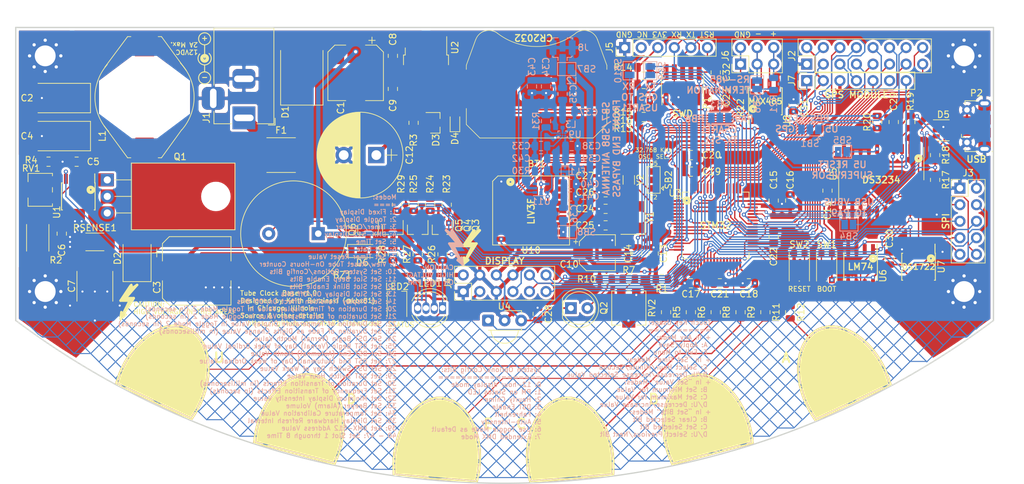
<source format=kicad_pcb>
(kicad_pcb (version 20171130) (host pcbnew "(5.1.0-0)")
  (layers (0 F.Cu mixed) (31 B.Cu mixed) (34 B.Paste user) (35 F.Paste user) (36 B.SilkS user) (37 F.SilkS user) (38 B.Mask user) (39 F.Mask user) (44 Edge.Cuts user))
  (net 0 "")
  (net 1 +V_IN)
  (net 2 GND)
  (net 3 +V_HV)
  (net 4 +3V3)
  (net 5 "Net-(D2-Pad2)")
  (net 6 "Net-(F1-Pad2)")
  (net 7 "Net-(R5-Pad2)")
  (net 8 "Net-(R7-Pad2)")
  (net 9 "Net-(R8-Pad2)")
  (net 10 "Net-(R11-Pad2)")
  (net 11 "Net-(Q1-Pad3)")
  (net 12 G3_K2)
  (net 13 "Net-(LED1-Pad3)")
  (net 14 "Net-(Q4-Pad3)")
  (net 15 ADC_IN)
  (net 16 "Net-(R6-Pad2)")
  (net 17 G3_K3)
  (net 18 G6_K1)
  (net 19 G3_K1)
  (net 20 "Net-(D3-Pad3)")
  (net 21 G6_K2)
  (net 22 SYS_SWCLK)
  (net 23 G6_K3)
  (net 24 /TubeClock-MCU/BEEP)
  (net 25 "Net-(LED1-Pad4)")
  (net 26 "Net-(Q5-Pad3)")
  (net 27 "Net-(Q3-Pad3)")
  (net 28 "Net-(LED1-Pad1)")
  (net 29 /TubeClock-MCU/LED2)
  (net 30 /TubeClock-MCU/LED1)
  (net 31 /TubeClock-MCU/LED0)
  (net 32 SYS_SWDIO)
  (net 33 BOOT0)
  (net 34 /TubeClock-MCU/OSC32_IN)
  (net 35 "Net-(D5-Pad5)")
  (net 36 "Net-(Q1-Pad1)")
  (net 37 USB+)
  (net 38 USB-)
  (net 39 "Net-(D5-Pad4)")
  (net 40 "Net-(D5-Pad6)")
  (net 41 "Net-(BZ1-Pad2)")
  (net 42 +BATT)
  (net 43 /TubeClock-MCU/SHUTDOWN)
  (net 44 "Net-(C6-Pad1)")
  (net 45 /TubeClock-MCU/SPI1_NSS_TEMP)
  (net 46 /TubeClock-Display/SPI1_SCK)
  (net 47 /TubeClock-MCU/SPI1_MISO)
  (net 48 /TubeClock-Display/SPI1_MOSI)
  (net 49 /TubeClock-MCU/USART2_TX)
  (net 50 /TubeClock-MCU/USART2_MODE)
  (net 51 /TubeClock-MCU/USART2_RX)
  (net 52 /TubeClock-MCU/SPI1_NSS_RTC)
  (net 53 "Net-(C24-Pad1)")
  (net 54 STM32_PC1)
  (net 55 /TubeClock-MCU/SPI2_MISO)
  (net 56 /TubeClock-MCU/SPI2_MOSI)
  (net 57 STM32_PA0)
  (net 58 STM32_PC4)
  (net 59 G3_CS)
  (net 60 /TubeClock-MCU/SPI2_SCK)
  (net 61 G6_CS)
  (net 62 STM32_PB15)
  (net 63 STM32_PC9)
  (net 64 STM32_PA9)
  (net 65 STM32_PA15)
  (net 66 /TubeClock-Display/SPI1_NSS_DISP)
  (net 67 STM32_PD2)
  (net 68 /TubeClock-Display/BLANK)
  (net 69 /TubeClock-Display/SPI1_MISO_DISP)
  (net 70 STM32_PB5)
  (net 71 STM32_PB6)
  (net 72 STM32_PB7)
  (net 73 STM32_PB8)
  (net 74 STM32_PB9)
  (net 75 "Net-(D1-Pad1)")
  (net 76 "Net-(BT1-Pad1)")
  (net 77 "Net-(SB5-Pad2)")
  (net 78 "Net-(SB7-Pad1)")
  (net 79 /TubeClock-GPS/RESET)
  (net 80 /TubeClock-GPS/USART1_TX)
  (net 81 /TubeClock-GPS/USART1_RX)
  (net 82 +V_RF)
  (net 83 +V_ANT)
  (net 84 "Net-(C35-Pad2)")
  (net 85 "Net-(C35-Pad1)")
  (net 86 "Net-(L3-Pad2)")
  (net 87 ANT_OFF)
  (net 88 "Net-(SB9-Pad1)")
  (net 89 "Net-(SB10-Pad1)")
  (net 90 "Net-(C12-Pad1)")
  (net 91 "Net-(C25-Pad1)")
  (net 92 "Net-(C26-Pad2)")
  (net 93 "Net-(C27-Pad1)")
  (net 94 "Net-(C32-Pad1)")
  (net 95 "Net-(C36-Pad2)")
  (net 96 "Net-(C36-Pad1)")
  (net 97 "Net-(C38-Pad1)")
  (net 98 /TubeClock-MCU/SQW_IN)
  (net 99 "Net-(J6-Pad5)")
  (net 100 "Net-(J6-Pad3)")
  (net 101 "Net-(J6-Pad1)")
  (net 102 "Net-(SB2-Pad2)")
  (net 103 /TubeClock-GPS/SQW_OUT_GPS)
  (net 104 /TubeClock-Peripherals/SQW_OUT_RTC)
  (net 105 "Net-(R2-Pad2)")
  (net 106 "Net-(R4-Pad1)")
  (net 107 "Net-(R9-Pad2)")
  (net 108 "Net-(R12-Pad2)")
  (net 109 "Net-(R17-Pad2)")
  (net 110 "Net-(R21-Pad2)")
  (net 111 "Net-(R30-Pad2)")
  (module kbxCustoms:BatteryHolder_Keystone_3034_1x20mm (layer F.Cu) (at 149.5784 98.425 180)
    (fp_text reference BT1 (at 0 -11.5 180) (layer F.SilkS))
    (fp_text value CR2032)
    (pad 1 smd rect (at -11.5 0 180) (size 2.54 5.08) (layers F.Cu F.Paste F.Mask) (net 76 "Net-(BT1-Pad1)"))
    (pad 1 smd rect (at 11.5 0 180) (size 2.54 5.08) (layers F.Cu F.Paste F.Mask) (net 76 "Net-(BT1-Pad1)"))
    (pad 2 smd circle (at 0 0 180) (size 5 5) (layers F.Cu F.Paste F.Mask) (net 2 GND))
  )
  (module Connector_BarrelJack:BarrelJack_Horizontal (layer F.Cu) (at 104.6734 102.87 270)
    (fp_text reference J1 (at 0 5.75 270) (layer F.SilkS))
    (fp_text value Jack-DC)
    (pad 3 thru_hole roundrect (at -3 4.7 270) (size 3.5 3.5) (drill oval 3 1) (layers *.Cu *.Mask) (net 2 GND))
    (pad 2 thru_hole roundrect (at -6 0 270) (size 3 3.5) (drill oval 1 3) (layers *.Cu *.Mask) (net 2 GND))
    (pad 1 thru_hole rect (at 0 0 270) (size 3.5 3.5) (drill oval 1 3) (layers *.Cu *.Mask) (net 6 "Net-(F1-Pad2)"))
  )
  (module Resistor_SMD:R_0805_2012Metric (layer F.Cu) (at 168.8084 127.635)
    (fp_text reference R1 (at 0 1.524) (layer F.SilkS))
    (fp_text value 100K)
    (pad 2 smd roundrect (at 0.9375 0) (size 0.975 1.4) (layers F.Cu F.Paste F.Mask) (net 43 /TubeClock-MCU/SHUTDOWN))
    (pad 1 smd roundrect (at -0.9375 0) (size 0.975 1.4) (layers F.Cu F.Paste F.Mask) (net 4 +3V3))
  )
  (module Symbol:Symbol_Barrel_Polarity (layer F.Cu) (at 98.5774 93.726 90)
    (fp_text reference REF** hide)
    (fp_text value Symbol_Barrel_Polarity)
  )
  (module kbxCustoms:Symbol_Highvoltage_Type1_SilkTop_Small (layer F.Cu) (at 138.7094 123.317)
    (fp_text reference REF** hide)
    (fp_text value Symbol_Highvoltage_Type1_SilkTop_Small)
  )
  (module kbxCustoms:Symbol_Highvoltage_Type1_SilkBottom_Small (layer F.Cu) (at 137.9474 123.317)
    (fp_text reference REF** hide)
    (fp_text value Symbol_Highvoltage_Type1_SilkBottom_Small)
  )
  (module kbxCustoms:Symbol_Highvoltage_Type1_SilkTop_Small (layer F.Cu) (at 86.1314 131.699)
    (fp_text reference REF** hide)
    (fp_text value Symbol_Highvoltage_Type1_SilkTop_Small)
  )
  (module Jumper:SolderJumper-3_P1.3mm_Open_Pad1.0x1.5mm (layer B.Cu) (at 191.5114 104.648 180)
    (fp_text reference SB1 (at 0 -2.159 180) (layer B.SilkS) (effects (justify mirror)))
    (fp_text value GS3)
    (pad 1 smd rect (at -1.3 0 180) (size 1 1.5) (layers B.Cu B.Mask) (net 104 /TubeClock-Peripherals/SQW_OUT_RTC))
    (pad 2 smd rect (at 0 0 180) (size 1 1.5) (layers B.Cu B.Mask) (net 98 /TubeClock-MCU/SQW_IN))
    (pad 3 smd rect (at 1.3 0 180) (size 1 1.5) (layers B.Cu B.Mask) (net 103 /TubeClock-GPS/SQW_OUT_GPS))
  )
  (module Capacitor_SMD:CP_Elec_5x5.3 (layer F.Cu) (at 158.9024 123.571)
    (fp_text reference C10 (at -4.318 1.778) (layer F.SilkS))
    (fp_text value "100 uF")
    (pad 2 smd roundrect (at 2.2 0) (size 3 1.6) (layers F.Cu F.Paste F.Mask) (roundrect_rratio 0.15625) (net 2 GND))
    (pad 1 smd roundrect (at -2.2 0) (size 3 1.6) (layers F.Cu F.Paste F.Mask) (roundrect_rratio 0.15625) (net 4 +3V3))
  )
  (module Package_QFP:LQFP-64_10x10mm_P0.5mm (layer F.Cu) (at 177.0634 119.38)
    (fp_text reference U3 (at -6.223 -4.953) (layer F.SilkS))
    (fp_text value STM32F072RBTx)
    (pad 64 smd roundrect (at -3.75 -5.675) (size 0.3 1.55) (layers F.Cu F.Paste F.Mask) (net 4 +3V3))
    (pad 63 smd roundrect (at -3.25 -5.675) (size 0.3 1.55) (layers F.Cu F.Paste F.Mask) (net 2 GND))
    (pad 62 smd roundrect (at -2.75 -5.675) (size 0.3 1.55) (layers F.Cu F.Paste F.Mask) (net 74 STM32_PB9))
    (pad 61 smd roundrect (at -2.25 -5.675) (size 0.3 1.55) (layers F.Cu F.Paste F.Mask) (net 73 STM32_PB8))
    (pad 60 smd roundrect (at -1.75 -5.675) (size 0.3 1.55) (layers F.Cu F.Paste F.Mask) (net 33 BOOT0))
    (pad 59 smd roundrect (at -1.25 -5.675) (size 0.3 1.55) (layers F.Cu F.Paste F.Mask) (net 72 STM32_PB7))
    (pad 58 smd roundrect (at -0.75 -5.675) (size 0.3 1.55) (layers F.Cu F.Paste F.Mask) (net 71 STM32_PB6))
    (pad 57 smd roundrect (at -0.25 -5.675) (size 0.3 1.55) (layers F.Cu F.Paste F.Mask) (net 70 STM32_PB5))
    (pad 56 smd roundrect (at 0.25 -5.675) (size 0.3 1.55) (layers F.Cu F.Paste F.Mask) (net 69 /TubeClock-Display/SPI1_MISO_DISP))
    (pad 55 smd roundrect (at 0.75 -5.675) (size 0.3 1.55) (layers F.Cu F.Paste F.Mask) (net 68 /TubeClock-Display/BLANK))
    (pad 54 smd roundrect (at 1.25 -5.675) (size 0.3 1.55) (layers F.Cu F.Paste F.Mask) (net 67 STM32_PD2))
    (pad 53 smd roundrect (at 1.75 -5.675) (size 0.3 1.55) (layers F.Cu F.Paste F.Mask) (net 45 /TubeClock-MCU/SPI1_NSS_TEMP))
    (pad 52 smd roundrect (at 2.25 -5.675) (size 0.3 1.55) (layers F.Cu F.Paste F.Mask) (net 52 /TubeClock-MCU/SPI1_NSS_RTC))
    (pad 51 smd roundrect (at 2.75 -5.675) (size 0.3 1.55) (layers F.Cu F.Paste F.Mask) (net 66 /TubeClock-Display/SPI1_NSS_DISP))
    (pad 50 smd roundrect (at 3.25 -5.675) (size 0.3 1.55) (layers F.Cu F.Paste F.Mask) (net 65 STM32_PA15))
    (pad 49 smd roundrect (at 3.75 -5.675) (size 0.3 1.55) (layers F.Cu F.Paste F.Mask) (net 22 SYS_SWCLK))
    (pad 48 smd roundrect (at 5.675 -3.75) (size 1.55 0.3) (layers F.Cu F.Paste F.Mask) (net 4 +3V3))
    (pad 47 smd roundrect (at 5.675 -3.25) (size 1.55 0.3) (layers F.Cu F.Paste F.Mask) (net 2 GND))
    (pad 46 smd roundrect (at 5.675 -2.75) (size 1.55 0.3) (layers F.Cu F.Paste F.Mask) (net 32 SYS_SWDIO))
    (pad 45 smd roundrect (at 5.675 -2.25) (size 1.55 0.3) (layers F.Cu F.Paste F.Mask) (net 37 USB+))
    (pad 44 smd roundrect (at 5.675 -1.75) (size 1.55 0.3) (layers F.Cu F.Paste F.Mask) (net 38 USB-))
    (pad 43 smd roundrect (at 5.675 -1.25) (size 1.55 0.3) (layers F.Cu F.Paste F.Mask) (net 81 /TubeClock-GPS/USART1_RX))
    (pad 42 smd roundrect (at 5.675 -0.75) (size 1.55 0.3) (layers F.Cu F.Paste F.Mask) (net 64 STM32_PA9))
    (pad 41 smd roundrect (at 5.675 -0.25) (size 1.55 0.3) (layers F.Cu F.Paste F.Mask) (net 24 /TubeClock-MCU/BEEP))
    (pad 40 smd roundrect (at 5.675 0.25) (size 1.55 0.3) (layers F.Cu F.Paste F.Mask) (net 63 STM32_PC9))
    (pad 39 smd roundrect (at 5.675 0.75) (size 1.55 0.3) (layers F.Cu F.Paste F.Mask) (net 29 /TubeClock-MCU/LED2))
    (pad 38 smd roundrect (at 5.675 1.25) (size 1.55 0.3) (layers F.Cu F.Paste F.Mask) (net 30 /TubeClock-MCU/LED1))
    (pad 37 smd roundrect (at 5.675 1.75) (size 1.55 0.3) (layers F.Cu F.Paste F.Mask) (net 31 /TubeClock-MCU/LED0))
    (pad 36 smd roundrect (at 5.675 2.25) (size 1.55 0.3) (layers F.Cu F.Paste F.Mask) (net 62 STM32_PB15))
    (pad 35 smd roundrect (at 5.675 2.75) (size 1.55 0.3) (layers F.Cu F.Paste F.Mask) (net 61 G6_CS))
    (pad 34 smd roundrect (at 5.675 3.25) (size 1.55 0.3) (layers F.Cu F.Paste F.Mask) (net 23 G6_K3))
    (pad 33 smd roundrect (at 5.675 3.75) (size 1.55 0.3) (layers F.Cu F.Paste F.Mask) (net 21 G6_K2))
    (pad 32 smd roundrect (at 3.75 5.675) (size 0.3 1.55) (layers F.Cu F.Paste F.Mask) (net 4 +3V3))
    (pad 31 smd roundrect (at 3.25 5.675) (size 0.3 1.55) (layers F.Cu F.Paste F.Mask) (net 2 GND))
    (pad 30 smd roundrect (at 2.75 5.675) (size 0.3 1.55) (layers F.Cu F.Paste F.Mask) (net 18 G6_K1))
    (pad 29 smd roundrect (at 2.25 5.675) (size 0.3 1.55) (layers F.Cu F.Paste F.Mask) (net 60 /TubeClock-MCU/SPI2_SCK))
    (pad 28 smd roundrect (at 1.75 5.675) (size 0.3 1.55) (layers F.Cu F.Paste F.Mask) (net 59 G3_CS))
    (pad 27 smd roundrect (at 1.25 5.675) (size 0.3 1.55) (layers F.Cu F.Paste F.Mask) (net 17 G3_K3))
    (pad 26 smd roundrect (at 0.75 5.675) (size 0.3 1.55) (layers F.Cu F.Paste F.Mask) (net 12 G3_K2))
    (pad 25 smd roundrect (at 0.25 5.675) (size 0.3 1.55) (layers F.Cu F.Paste F.Mask) (net 19 G3_K1))
    (pad 24 smd roundrect (at -0.25 5.675) (size 0.3 1.55) (layers F.Cu F.Paste F.Mask) (net 58 STM32_PC4))
    (pad 23 smd roundrect (at -0.75 5.675) (size 0.3 1.55) (layers F.Cu F.Paste F.Mask) (net 48 /TubeClock-Display/SPI1_MOSI))
    (pad 22 smd roundrect (at -1.25 5.675) (size 0.3 1.55) (layers F.Cu F.Paste F.Mask) (net 47 /TubeClock-MCU/SPI1_MISO))
    (pad 21 smd roundrect (at -1.75 5.675) (size 0.3 1.55) (layers F.Cu F.Paste F.Mask) (net 46 /TubeClock-Display/SPI1_SCK))
    (pad 20 smd roundrect (at -2.25 5.675) (size 0.3 1.55) (layers F.Cu F.Paste F.Mask) (net 43 /TubeClock-MCU/SHUTDOWN))
    (pad 19 smd roundrect (at -2.75 5.675) (size 0.3 1.55) (layers F.Cu F.Paste F.Mask) (net 4 +3V3))
    (pad 18 smd roundrect (at -3.25 5.675) (size 0.3 1.55) (layers F.Cu F.Paste F.Mask) (net 2 GND))
    (pad 17 smd roundrect (at -3.75 5.675) (size 0.3 1.55) (layers F.Cu F.Paste F.Mask) (net 51 /TubeClock-MCU/USART2_RX))
    (pad 16 smd roundrect (at -5.675 3.75) (size 1.55 0.3) (layers F.Cu F.Paste F.Mask) (net 49 /TubeClock-MCU/USART2_TX))
    (pad 15 smd roundrect (at -5.675 3.25) (size 1.55 0.3) (layers F.Cu F.Paste F.Mask) (net 50 /TubeClock-MCU/USART2_MODE))
    (pad 14 smd roundrect (at -5.675 2.75) (size 1.55 0.3) (layers F.Cu F.Paste F.Mask) (net 57 STM32_PA0))
    (pad 13 smd roundrect (at -5.675 2.25) (size 1.55 0.3) (layers F.Cu F.Paste F.Mask) (net 4 +3V3))
    (pad 12 smd roundrect (at -5.675 1.75) (size 1.55 0.3) (layers F.Cu F.Paste F.Mask) (net 2 GND))
    (pad 11 smd roundrect (at -5.675 1.25) (size 1.55 0.3) (layers F.Cu F.Paste F.Mask) (net 56 /TubeClock-MCU/SPI2_MOSI))
    (pad 10 smd roundrect (at -5.675 0.75) (size 1.55 0.3) (layers F.Cu F.Paste F.Mask) (net 55 /TubeClock-MCU/SPI2_MISO))
    (pad 9 smd roundrect (at -5.675 0.25) (size 1.55 0.3) (layers F.Cu F.Paste F.Mask) (net 54 STM32_PC1))
    (pad 8 smd roundrect (at -5.675 -0.25) (size 1.55 0.3) (layers F.Cu F.Paste F.Mask) (net 15 ADC_IN))
    (pad 7 smd roundrect (at -5.675 -0.75) (size 1.55 0.3) (layers F.Cu F.Paste F.Mask) (net 79 /TubeClock-GPS/RESET))
    (pad 6 smd roundrect (at -5.675 -1.25) (size 1.55 0.3) (layers F.Cu F.Paste F.Mask) (net 91 "Net-(C25-Pad1)"))
    (pad 5 smd roundrect (at -5.675 -1.75) (size 1.55 0.3) (layers F.Cu F.Paste F.Mask) (net 53 "Net-(C24-Pad1)"))
    (pad 4 smd roundrect (at -5.675 -2.25) (size 1.55 0.3) (layers F.Cu F.Paste F.Mask) (net 92 "Net-(C26-Pad2)"))
    (pad 3 smd roundrect (at -5.675 -2.75) (size 1.55 0.3) (layers F.Cu F.Paste F.Mask) (net 102 "Net-(SB2-Pad2)"))
    (pad 2 smd roundrect (at -5.675 -3.25) (size 1.55 0.3) (layers F.Cu F.Paste F.Mask) (net 98 /TubeClock-MCU/SQW_IN))
    (pad 1 smd roundrect (at -5.675 -3.75) (size 1.55 0.3) (layers F.Cu F.Paste F.Mask) (net 42 +BATT))
  )
  (module Connector_PinHeader_2.54mm:PinHeader_1x07_P2.54mm_Vertical (layer F.Cu) (at 191.0334 97.155 90)
    (fp_text reference J7 (at 0 -2.286 270) (layer F.SilkS))
    (fp_text value Conn_01x07)
    (pad 7 thru_hole oval (at 0 15.24 90) (size 1.7 1.7) (drill 1) (layers *.Cu *.Mask) (net 42 +BATT))
    (pad 6 thru_hole oval (at 0 12.7 90) (size 1.7 1.7) (drill 1) (layers *.Cu *.Mask))
    (pad 5 thru_hole oval (at 0 10.16 90) (size 1.7 1.7) (drill 1) (layers *.Cu *.Mask) (net 81 /TubeClock-GPS/USART1_RX))
    (pad 4 thru_hole oval (at 0 7.62 90) (size 1.7 1.7) (drill 1) (layers *.Cu *.Mask) (net 80 /TubeClock-GPS/USART1_TX))
    (pad 3 thru_hole oval (at 0 5.08 90) (size 1.7 1.7) (drill 1) (layers *.Cu *.Mask) (net 2 GND))
    (pad 2 thru_hole oval (at 0 2.54 90) (size 1.7 1.7) (drill 1) (layers *.Cu *.Mask) (net 4 +3V3))
    (pad 1 thru_hole rect (at 0 0 90) (size 1.7 1.7) (drill 1) (layers *.Cu *.Mask) (net 103 /TubeClock-GPS/SQW_OUT_GPS))
  )
  (module Button_Switch_SMD:SW_Push_1P1T_NO_CK_KMR2 (layer F.Cu) (at 189.8904 125.73 90)
    (fp_text reference SW2 (at 3.429 0 180) (layer F.SilkS))
    (fp_text value SW_Push)
    (pad 2 smd rect (at 2.05 0.8 180) (size 0.9 1) (layers F.Cu F.Paste F.Mask) (net 79 /TubeClock-GPS/RESET))
    (pad 1 smd rect (at 2.05 -0.8 180) (size 0.9 1) (layers F.Cu F.Paste F.Mask) (net 2 GND))
    (pad 2 smd rect (at -2.05 0.8 180) (size 0.9 1) (layers F.Cu F.Paste F.Mask) (net 79 /TubeClock-GPS/RESET))
    (pad 1 smd rect (at -2.05 -0.8 180) (size 0.9 1) (layers F.Cu F.Paste F.Mask) (net 2 GND))
  )
  (module Button_Switch_SMD:SW_Push_1P1T_NO_CK_KMR2 (layer F.Cu) (at 194.0814 125.73 90)
    (fp_text reference SW1 (at 3.429 0 180) (layer F.SilkS))
    (fp_text value SW_Push)
    (pad 2 smd rect (at 2.05 0.8 180) (size 0.9 1) (layers F.Cu F.Paste F.Mask) (net 4 +3V3))
    (pad 1 smd rect (at 2.05 -0.8 180) (size 0.9 1) (layers F.Cu F.Paste F.Mask) (net 33 BOOT0))
    (pad 2 smd rect (at -2.05 0.8 180) (size 0.9 1) (layers F.Cu F.Paste F.Mask) (net 4 +3V3))
    (pad 1 smd rect (at -2.05 -0.8 180) (size 0.9 1) (layers F.Cu F.Paste F.Mask) (net 33 BOOT0))
  )
  (module Connector_Coaxial:U.FL_Molex_MCRF_73412-0110_Vertical (layer B.Cu) (at 153.5684 92.075 180)
    (fp_text reference J8 (at -3.175 0 180) (layer B.SilkS) (effects (justify mirror)))
    (fp_text value Conn_Coaxial)
    (pad 1 smd rect (at 0 -1.5 180) (size 1 1) (layers B.Cu B.Paste B.Mask) (net 84 "Net-(C35-Pad2)"))
    (pad 2 smd rect (at 0 1.5 180) (size 1 1) (layers B.Cu B.Paste B.Mask) (net 2 GND))
    (pad 2 smd rect (at 1.475 0 180) (size 1.05 2.2) (layers B.Cu B.Paste B.Mask) (net 2 GND))
    (pad 2 smd rect (at -1.475 0 180) (size 1.05 2.2) (layers B.Cu B.Paste B.Mask) (net 2 GND))
  )
  (module Package_TO_SOT_SMD:SOT-353_SC-70-5 (layer B.Cu) (at 150.2664 113.665)
    (fp_text reference U11 (at 0 2.032 180) (layer B.SilkS) (effects (justify mirror)))
    (fp_text value TPS22943)
    (pad 5 smd rect (at 0.95 0.65) (size 0.65 0.4) (layers B.Cu B.Paste B.Mask) (net 82 +V_RF))
    (pad 4 smd rect (at 0.95 -0.65) (size 0.65 0.4) (layers B.Cu B.Paste B.Mask) (net 87 ANT_OFF))
    (pad 2 smd rect (at -0.95 0) (size 0.65 0.4) (layers B.Cu B.Paste B.Mask) (net 2 GND))
    (pad 3 smd rect (at -0.95 -0.65) (size 0.65 0.4) (layers B.Cu B.Paste B.Mask) (net 111 "Net-(R30-Pad2)"))
    (pad 1 smd rect (at -0.95 0.65) (size 0.65 0.4) (layers B.Cu B.Paste B.Mask) (net 83 +V_ANT))
  )
  (module kbxCustoms:LCC-18 (layer F.Cu) (at 148.7424 117.094 270)
    (fp_text reference U10 (at 6.096 0) (layer F.SilkS))
    (fp_text value Teseo-LIV3F)
    (pad 9 smd rect (at 4.4 4.6 270) (size 0.8 1.6) (layers F.Cu F.Paste F.Mask) (net 79 /TubeClock-GPS/RESET))
    (pad 10 smd rect (at 4.4 -4.6 270) (size 0.8 1.6) (layers F.Cu F.Paste F.Mask) (net 2 GND))
    (pad 8 smd rect (at 3.3 4.6 270) (size 0.8 1.6) (layers F.Cu F.Paste F.Mask) (net 4 +3V3))
    (pad 11 smd rect (at 3.3 -4.6 270) (size 0.8 1.6) (layers F.Cu F.Paste F.Mask) (net 96 "Net-(C36-Pad1)"))
    (pad 7 smd rect (at 2.2 4.6 270) (size 0.8 1.6) (layers F.Cu F.Paste F.Mask) (net 4 +3V3))
    (pad 12 smd rect (at 2.2 -4.6 270) (size 0.8 1.6) (layers F.Cu F.Paste F.Mask) (net 2 GND))
    (pad 6 smd rect (at 1.1 4.6 270) (size 0.8 1.6) (layers F.Cu F.Paste F.Mask) (net 42 +BATT))
    (pad 13 smd rect (at 1.1 -4.6 270) (size 0.8 1.6) (layers F.Cu F.Paste F.Mask) (net 87 ANT_OFF))
    (pad 5 smd rect (at 0 4.6 270) (size 0.8 1.6) (layers F.Cu F.Paste F.Mask))
    (pad 14 smd rect (at 0 -4.6 270) (size 0.8 1.6) (layers F.Cu F.Paste F.Mask) (net 82 +V_RF))
    (pad 4 smd rect (at -1.1 4.6 270) (size 0.8 1.6) (layers F.Cu F.Paste F.Mask) (net 103 /TubeClock-GPS/SQW_OUT_GPS))
    (pad 15 smd rect (at -1.1 -4.6 270) (size 0.8 1.6) (layers F.Cu F.Paste F.Mask))
    (pad 3 smd rect (at -2.2 4.6 270) (size 0.8 1.6) (layers F.Cu F.Paste F.Mask) (net 89 "Net-(SB10-Pad1)"))
    (pad 16 smd rect (at -2.2 -4.6 270) (size 0.8 1.6) (layers F.Cu F.Paste F.Mask))
    (pad 2 smd rect (at -3.3 4.6 270) (size 0.8 1.6) (layers F.Cu F.Paste F.Mask) (net 88 "Net-(SB9-Pad1)"))
    (pad 17 smd rect (at -3.3 -4.6 270) (size 0.8 1.6) (layers F.Cu F.Paste F.Mask))
    (pad 1 smd rect (at -4.4 4.6 270) (size 0.8 1.6) (layers F.Cu F.Paste F.Mask) (net 2 GND))
    (pad 18 smd rect (at -4.4 -4.6 270) (size 0.8 1.6) (layers F.Cu F.Paste F.Mask))
  )
  (module kbxCustoms:TSNP-6-2_1.2x0.8mm (layer B.Cu) (at 153.5684 105.41)
    (fp_text reference U9 (at 1.905 0) (layer B.SilkS) (effects (justify mirror)))
    (fp_text value BGA824N6)
    (pad 4 smd circle (at 0.4 -0.2) (size 0.25 0.25) (layers B.Cu B.Paste B.Mask) (net 2 GND))
    (pad 3 smd circle (at 0.4 0.2) (size 0.25 0.25) (layers B.Cu B.Paste B.Mask) (net 97 "Net-(C38-Pad1)"))
    (pad 5 smd circle (at 0 -0.2) (size 0.25 0.25) (layers B.Cu B.Paste B.Mask) (net 86 "Net-(L3-Pad2)"))
    (pad 2 smd circle (at 0 0.2) (size 0.25 0.25) (layers B.Cu B.Paste B.Mask) (net 82 +V_RF))
    (pad 6 smd circle (at -0.4 -0.2) (size 0.25 0.25) (layers B.Cu B.Paste B.Mask) (net 87 ANT_OFF))
    (pad 1 smd circle (at -0.4 0.2) (size 0.25 0.25) (layers B.Cu B.Paste B.Mask) (net 2 GND))
  )
  (module Jumper:SolderJumper-2_P1.3mm_Open_Pad1.0x1.5mm (layer B.Cu) (at 163.8554 95.631 90)
    (fp_text reference SB10 (at 0 -1.778 90) (layer B.SilkS) (effects (justify mirror)))
    (fp_text value GS2)
    (pad 1 smd rect (at -0.65 0 90) (size 1 1.5) (layers B.Cu B.Mask) (net 89 "Net-(SB10-Pad1)"))
    (pad 2 smd rect (at 0.65 0 90) (size 1 1.5) (layers B.Cu B.Mask) (net 80 /TubeClock-GPS/USART1_TX))
  )
  (module Resistor_SMD:R_0805_2012Metric (layer B.Cu) (at 151.0284 103.378 90)
    (fp_text reference R31 (at 0 -1.524 90) (layer B.SilkS) (effects (justify mirror)))
    (fp_text value 10K)
    (pad 2 smd roundrect (at 0.9375 0 90) (size 0.975 1.4) (layers B.Cu B.Paste B.Mask) (net 2 GND))
    (pad 1 smd roundrect (at -0.9375 0 90) (size 0.975 1.4) (layers B.Cu B.Paste B.Mask) (net 87 ANT_OFF))
  )
  (module Resistor_SMD:R_0805_2012Metric (layer B.Cu) (at 150.2664 110.998 180)
    (fp_text reference R30 (at 3.048 0 180) (layer B.SilkS) (effects (justify mirror)))
    (fp_text value 100K)
    (pad 2 smd roundrect (at 0.9375 0 180) (size 0.975 1.4) (layers B.Cu B.Paste B.Mask) (net 111 "Net-(R30-Pad2)"))
    (pad 1 smd roundrect (at -0.9375 0 180) (size 0.975 1.4) (layers B.Cu B.Paste B.Mask) (net 82 +V_RF))
  )
  (module Inductor_SMD:L_0402_1005Metric (layer B.Cu) (at 153.5684 103.886 270)
    (fp_text reference L3 (at 0 -1.27) (layer B.SilkS) (effects (justify mirror)))
    (fp_text value L)
    (pad 2 smd roundrect (at 0.485 0 270) (size 0.59 0.64) (layers B.Cu B.Paste B.Mask) (net 86 "Net-(L3-Pad2)"))
    (pad 1 smd roundrect (at -0.485 0 270) (size 0.59 0.64) (layers B.Cu B.Paste B.Mask) (net 85 "Net-(C35-Pad1)"))
  )
  (module Inductor_SMD:L_0402_1005Metric (layer B.Cu) (at 152.9334 97.028)
    (fp_text reference L2 (at 2.032 0.127) (layer B.SilkS) (effects (justify mirror)))
    (fp_text value "100 nH")
    (pad 1 smd roundrect (at -0.485 0) (size 0.59 0.64) (layers B.Cu B.Paste B.Mask) (net 83 +V_ANT))
    (pad 2 smd roundrect (at 0.485 0) (size 0.59 0.64) (layers B.Cu B.Paste B.Mask) (net 84 "Net-(C35-Pad2)"))
  )
  (module Filter:Filter_1411-5_1.4x1.1mm (layer B.Cu) (at 153.9494 111.125 270)
    (fp_text reference FL1 (at 0 -1.905) (layer B.SilkS) (effects (justify mirror)))
    (fp_text value B39162B4327P810)
    (pad 1 smd rect (at -0.5 0 180) (size 0.325 0.25) (layers B.Cu B.Paste B.Mask) (net 97 "Net-(C38-Pad1)"))
    (pad 2 smd rect (at 0 -0.2875 180) (size 0.325 0.25) (layers B.Cu B.Paste B.Mask) (net 2 GND))
    (pad 3 smd rect (at 0.5 -0.2875 180) (size 0.325 0.25) (layers B.Cu B.Paste B.Mask) (net 2 GND))
    (pad 4 smd rect (at 0.5 0.2875 180) (size 0.325 0.25) (layers B.Cu B.Paste B.Mask) (net 95 "Net-(C36-Pad2)"))
    (pad 5 smd rect (at 0 0.2875 180) (size 0.325 0.25) (layers B.Cu B.Paste B.Mask) (net 2 GND))
  )
  (module Capacitor_SMD:C_0805_2012Metric (layer B.Cu) (at 148.8694 98.044 90)
    (fp_text reference C43 (at 3.048 0 90) (layer B.SilkS) (effects (justify mirror)))
    (fp_text value "1 nF")
    (pad 2 smd roundrect (at 0.9375 0 90) (size 0.975 1.4) (layers B.Cu B.Paste B.Mask) (net 83 +V_ANT))
    (pad 1 smd roundrect (at -0.9375 0 90) (size 0.975 1.4) (layers B.Cu B.Paste B.Mask) (net 2 GND))
  )
  (module Capacitor_SMD:C_0805_2012Metric (layer B.Cu) (at 150.2664 109.093)
    (fp_text reference C42 (at -3.048 0) (layer B.SilkS) (effects (justify mirror)))
    (fp_text value "10 uF")
    (pad 2 smd roundrect (at 0.9375 0) (size 0.975 1.4) (layers B.Cu B.Paste B.Mask) (net 82 +V_RF))
    (pad 1 smd roundrect (at -0.9375 0) (size 0.975 1.4) (layers B.Cu B.Paste B.Mask) (net 2 GND))
  )
  (module Capacitor_SMD:C_0805_2012Metric (layer B.Cu) (at 154.7114 114.935)
    (fp_text reference C41 (at 3.048 0) (layer B.SilkS) (effects (justify mirror)))
    (fp_text value "3.9 pF")
    (pad 2 smd roundrect (at 0.9375 0) (size 0.975 1.4) (layers B.Cu B.Paste B.Mask) (net 2 GND))
    (pad 1 smd roundrect (at -0.9375 0) (size 0.975 1.4) (layers B.Cu B.Paste B.Mask) (net 95 "Net-(C36-Pad2)"))
  )
  (module Capacitor_SMD:C_0805_2012Metric (layer B.Cu) (at 154.7114 113.03)
    (fp_text reference C40 (at 3.048 0) (layer B.SilkS) (effects (justify mirror)))
    (fp_text value "3.9 pF")
    (pad 2 smd roundrect (at 0.9375 0) (size 0.975 1.4) (layers B.Cu B.Paste B.Mask) (net 2 GND))
    (pad 1 smd roundrect (at -0.9375 0) (size 0.975 1.4) (layers B.Cu B.Paste B.Mask) (net 95 "Net-(C36-Pad2)"))
  )
  (module Capacitor_SMD:C_0805_2012Metric (layer B.Cu) (at 154.9654 109.093)
    (fp_text reference C39 (at 3.048 0) (layer B.SilkS) (effects (justify mirror)))
    (fp_text value "3.9 pF")
    (pad 2 smd roundrect (at 0.9375 0) (size 0.975 1.4) (layers B.Cu B.Paste B.Mask) (net 2 GND))
    (pad 1 smd roundrect (at -0.9375 0) (size 0.975 1.4) (layers B.Cu B.Paste B.Mask) (net 97 "Net-(C38-Pad1)"))
  )
  (module Capacitor_SMD:C_0805_2012Metric (layer B.Cu) (at 154.9654 107.188)
    (fp_text reference C38 (at 3.048 0) (layer B.SilkS) (effects (justify mirror)))
    (fp_text value "3.9 pF")
    (pad 2 smd roundrect (at 0.9375 0) (size 0.975 1.4) (layers B.Cu B.Paste B.Mask) (net 2 GND))
    (pad 1 smd roundrect (at -0.9375 0) (size 0.975 1.4) (layers B.Cu B.Paste B.Mask) (net 97 "Net-(C38-Pad1)"))
  )
  (module Capacitor_SMD:C_0805_2012Metric (layer B.Cu) (at 154.4574 101.854 180)
    (fp_text reference C37 (at -3.1115 -0.127 180) (layer B.SilkS) (effects (justify mirror)))
    (fp_text value "3.9 pF")
    (pad 2 smd roundrect (at 0.9375 0 180) (size 0.975 1.4) (layers B.Cu B.Paste B.Mask) (net 85 "Net-(C35-Pad1)"))
    (pad 1 smd roundrect (at -0.9375 0 180) (size 0.975 1.4) (layers B.Cu B.Paste B.Mask) (net 2 GND))
  )
  (module Capacitor_SMD:C_0805_2012Metric (layer B.Cu) (at 153.6954 117.602 90)
    (fp_text reference C36 (at 0 1.651 90) (layer B.SilkS) (effects (justify mirror)))
    (fp_text value "120 pF")
    (pad 2 smd roundrect (at 0.9375 0 90) (size 0.975 1.4) (layers B.Cu B.Paste B.Mask) (net 95 "Net-(C36-Pad2)"))
    (pad 1 smd roundrect (at -0.9375 0 90) (size 0.975 1.4) (layers B.Cu B.Paste B.Mask) (net 96 "Net-(C36-Pad1)"))
  )
  (module Capacitor_SMD:C_0805_2012Metric (layer B.Cu) (at 153.5684 99.187 90)
    (fp_text reference C35 (at 0 1.651 90) (layer B.SilkS) (effects (justify mirror)))
    (fp_text value "120 pF")
    (pad 2 smd roundrect (at 0.9375 0 90) (size 0.975 1.4) (layers B.Cu B.Paste B.Mask) (net 84 "Net-(C35-Pad2)"))
    (pad 1 smd roundrect (at -0.9375 0 90) (size 0.975 1.4) (layers B.Cu B.Paste B.Mask) (net 85 "Net-(C35-Pad1)"))
  )
  (module Capacitor_SMD:C_0805_2012Metric (layer B.Cu) (at 151.0284 98.044 270)
    (fp_text reference C34 (at -3.048 0 270) (layer B.SilkS) (effects (justify mirror)))
    (fp_text value "120 pF")
    (pad 2 smd roundrect (at 0.9375 0 270) (size 0.975 1.4) (layers B.Cu B.Paste B.Mask) (net 2 GND))
    (pad 1 smd roundrect (at -0.9375 0 270) (size 0.975 1.4) (layers B.Cu B.Paste B.Mask) (net 83 +V_ANT))
  )
  (module Capacitor_SMD:C_0805_2012Metric (layer B.Cu) (at 150.2664 107.188 180)
    (fp_text reference C33 (at 3.048 0 180) (layer B.SilkS) (effects (justify mirror)))
    (fp_text value "1 nF")
    (pad 2 smd roundrect (at 0.9375 0 180) (size 0.975 1.4) (layers B.Cu B.Paste B.Mask) (net 2 GND))
    (pad 1 smd roundrect (at -0.9375 0 180) (size 0.975 1.4) (layers B.Cu B.Paste B.Mask) (net 82 +V_RF))
  )
  (module Jumper:SolderJumper-2_P1.3mm_Open_Pad1.0x1.5mm (layer B.Cu) (at 167.0304 95.631 90)
    (fp_text reference SB9 (at 0 1.8 90) (layer B.SilkS) (effects (justify mirror)))
    (fp_text value GS2)
    (pad 1 smd rect (at -0.65 0 90) (size 1 1.5) (layers B.Cu B.Mask) (net 88 "Net-(SB9-Pad1)"))
    (pad 2 smd rect (at 0.65 0 90) (size 1 1.5) (layers B.Cu B.Mask) (net 81 /TubeClock-GPS/USART1_RX))
  )
  (module Connector_PinHeader_2.54mm:PinHeader_1x06_P2.54mm_Vertical (layer F.Cu) (at 163.0934 92.075 90)
    (fp_text reference J5 (at 0 -2.33 90) (layer F.SilkS))
    (fp_text value Conn_01x06)
    (pad 6 thru_hole oval (at 0 12.7 90) (size 1.7 1.7) (drill 1) (layers *.Cu *.Mask) (net 94 "Net-(C32-Pad1)"))
    (pad 5 thru_hole oval (at 0 10.16 90) (size 1.7 1.7) (drill 1) (layers *.Cu *.Mask) (net 80 /TubeClock-GPS/USART1_TX))
    (pad 4 thru_hole oval (at 0 7.62 90) (size 1.7 1.7) (drill 1) (layers *.Cu *.Mask) (net 81 /TubeClock-GPS/USART1_RX))
    (pad 3 thru_hole oval (at 0 5.08 90) (size 1.7 1.7) (drill 1) (layers *.Cu *.Mask) (net 4 +3V3))
    (pad 2 thru_hole oval (at 0 2.54 90) (size 1.7 1.7) (drill 1) (layers *.Cu *.Mask))
    (pad 1 thru_hole rect (at 0 0 90) (size 1.7 1.7) (drill 1) (layers *.Cu *.Mask) (net 2 GND))
  )
  (module Package_SO:SOIC-8_3.9x4.9mm_P1.27mm (layer F.Cu) (at 184.6834 100.33 90)
    (fp_text reference U8 (at -3.048 3.302 90) (layer F.SilkS))
    (fp_text value MAX485E)
    (pad 8 smd rect (at 2.7 -1.905 90) (size 1.55 0.6) (layers F.Cu F.Paste F.Mask) (net 4 +3V3))
    (pad 7 smd rect (at 2.7 -0.635 90) (size 1.55 0.6) (layers F.Cu F.Paste F.Mask) (net 100 "Net-(J6-Pad3)"))
    (pad 6 smd rect (at 2.7 0.635 90) (size 1.55 0.6) (layers F.Cu F.Paste F.Mask) (net 99 "Net-(J6-Pad5)"))
    (pad 5 smd rect (at 2.7 1.905 90) (size 1.55 0.6) (layers F.Cu F.Paste F.Mask) (net 2 GND))
    (pad 4 smd rect (at -2.7 1.905 90) (size 1.55 0.6) (layers F.Cu F.Paste F.Mask) (net 49 /TubeClock-MCU/USART2_TX))
    (pad 3 smd rect (at -2.7 0.635 90) (size 1.55 0.6) (layers F.Cu F.Paste F.Mask) (net 50 /TubeClock-MCU/USART2_MODE))
    (pad 2 smd rect (at -2.7 -0.635 90) (size 1.55 0.6) (layers F.Cu F.Paste F.Mask) (net 50 /TubeClock-MCU/USART2_MODE))
    (pad 1 smd rect (at -2.7 -1.905 90) (size 1.55 0.6) (layers F.Cu F.Paste F.Mask) (net 51 /TubeClock-MCU/USART2_RX))
  )
  (module Jumper:SolderJumper-2_P1.3mm_Open_Pad1.0x1.5mm (layer B.Cu) (at 183.4134 97.79 270)
    (fp_text reference SB6 (at 2.921 0 270) (layer B.SilkS) (effects (justify mirror)))
    (fp_text value GS2)
    (pad 1 smd rect (at -0.65 0 270) (size 1 1.5) (layers B.Cu B.Mask) (net 100 "Net-(J6-Pad3)"))
    (pad 2 smd rect (at 0.65 0 270) (size 1 1.5) (layers B.Cu B.Mask) (net 110 "Net-(R21-Pad2)"))
  )
  (module Jumper:SolderJumper-2_P1.3mm_Open_Pad1.0x1.5mm (layer B.Cu) (at 154.3304 120.396 180)
    (fp_text reference SB8 (at -2.921 0 180) (layer B.SilkS) (effects (justify mirror)))
    (fp_text value GS2)
    (pad 1 smd rect (at -0.65 0 180) (size 1 1.5) (layers B.Cu B.Mask) (net 78 "Net-(SB7-Pad1)"))
    (pad 2 smd rect (at 0.65 0 180) (size 1 1.5) (layers B.Cu B.Mask) (net 96 "Net-(C36-Pad1)"))
  )
  (module Jumper:SolderJumper-2_P1.3mm_Open_Pad1.0x1.5mm (layer B.Cu) (at 154.2034 95.377 180)
    (fp_text reference SB7 (at -3.048 0 180) (layer B.SilkS) (effects (justify mirror)))
    (fp_text value GS2)
    (pad 1 smd rect (at -0.65 0 180) (size 1 1.5) (layers B.Cu B.Mask) (net 78 "Net-(SB7-Pad1)"))
    (pad 2 smd rect (at 0.65 0 180) (size 1 1.5) (layers B.Cu B.Mask) (net 84 "Net-(C35-Pad2)"))
  )
  (module Connector_PinHeader_2.54mm:PinHeader_2x06_P2.54mm_Vertical (layer F.Cu) (at 138.3284 129.54 90)
    (fp_text reference J4 (at 1.27 -2.33 90) (layer F.SilkS))
    (fp_text value Conn_02x06_Odd_Even)
    (pad 12 thru_hole oval (at 2.54 12.7 90) (size 1.7 1.7) (drill 1) (layers *.Cu *.Mask) (net 69 /TubeClock-Display/SPI1_MISO_DISP))
    (pad 11 thru_hole oval (at 0 12.7 90) (size 1.7 1.7) (drill 1) (layers *.Cu *.Mask) (net 48 /TubeClock-Display/SPI1_MOSI))
    (pad 10 thru_hole oval (at 2.54 10.16 90) (size 1.7 1.7) (drill 1) (layers *.Cu *.Mask) (net 46 /TubeClock-Display/SPI1_SCK))
    (pad 9 thru_hole oval (at 0 10.16 90) (size 1.7 1.7) (drill 1) (layers *.Cu *.Mask) (net 66 /TubeClock-Display/SPI1_NSS_DISP))
    (pad 8 thru_hole oval (at 2.54 7.62 90) (size 1.7 1.7) (drill 1) (layers *.Cu *.Mask) (net 2 GND))
    (pad 7 thru_hole oval (at 0 7.62 90) (size 1.7 1.7) (drill 1) (layers *.Cu *.Mask) (net 68 /TubeClock-Display/BLANK))
    (pad 6 thru_hole oval (at 2.54 5.08 90) (size 1.7 1.7) (drill 1) (layers *.Cu *.Mask) (net 4 +3V3))
    (pad 5 thru_hole oval (at 0 5.08 90) (size 1.7 1.7) (drill 1) (layers *.Cu *.Mask) (net 2 GND))
    (pad 4 thru_hole oval (at 2.54 2.54 90) (size 1.7 1.7) (drill 1) (layers *.Cu *.Mask) (net 2 GND))
    (pad 3 thru_hole oval (at 0 2.54 90) (size 1.7 1.7) (drill 1) (layers *.Cu *.Mask) (net 1 +V_IN))
    (pad 2 thru_hole oval (at 2.54 0 90) (size 1.7 1.7) (drill 1) (layers *.Cu *.Mask) (net 3 +V_HV))
    (pad 1 thru_hole rect (at 0 0 90) (size 1.7 1.7) (drill 1) (layers *.Cu *.Mask) (net 2 GND))
  )
  (module Connector_PinHeader_2.54mm:PinHeader_2x03_P2.54mm_Vertical (layer F.Cu) (at 180.8734 94.615 90)
    (fp_text reference J6 (at 1.27 -2.33 90) (layer F.SilkS))
    (fp_text value Conn_02x03_Odd_Even)
    (pad 6 thru_hole oval (at 2.54 5.08 90) (size 1.7 1.7) (drill 1) (layers *.Cu *.Mask) (net 99 "Net-(J6-Pad5)"))
    (pad 5 thru_hole oval (at 0 5.08 90) (size 1.7 1.7) (drill 1) (layers *.Cu *.Mask) (net 99 "Net-(J6-Pad5)"))
    (pad 4 thru_hole oval (at 2.54 2.54 90) (size 1.7 1.7) (drill 1) (layers *.Cu *.Mask) (net 100 "Net-(J6-Pad3)"))
    (pad 3 thru_hole oval (at 0 2.54 90) (size 1.7 1.7) (drill 1) (layers *.Cu *.Mask) (net 100 "Net-(J6-Pad3)"))
    (pad 2 thru_hole oval (at 2.54 0 90) (size 1.7 1.7) (drill 1) (layers *.Cu *.Mask) (net 101 "Net-(J6-Pad1)"))
    (pad 1 thru_hole rect (at 0 0 90) (size 1.7 1.7) (drill 1) (layers *.Cu *.Mask) (net 101 "Net-(J6-Pad1)"))
  )
  (module Connector_PinHeader_2.54mm:PinHeader_2x08_P2.54mm_Vertical (layer F.Cu) (at 191.0334 94.615 90)
    (fp_text reference J2 (at 1.27 -2.286 270) (layer F.SilkS))
    (fp_text value Conn_02x08_Odd_Even)
    (pad 16 thru_hole oval (at 2.54 17.78 90) (size 1.7 1.7) (drill 1) (layers *.Cu *.Mask) (net 57 STM32_PA0))
    (pad 15 thru_hole oval (at 0 17.78 90) (size 1.7 1.7) (drill 1) (layers *.Cu *.Mask) (net 58 STM32_PC4))
    (pad 14 thru_hole oval (at 2.54 15.24 90) (size 1.7 1.7) (drill 1) (layers *.Cu *.Mask) (net 98 /TubeClock-MCU/SQW_IN))
    (pad 13 thru_hole oval (at 0 15.24 90) (size 1.7 1.7) (drill 1) (layers *.Cu *.Mask) (net 54 STM32_PC1))
    (pad 12 thru_hole oval (at 2.54 12.7 90) (size 1.7 1.7) (drill 1) (layers *.Cu *.Mask) (net 74 STM32_PB9))
    (pad 11 thru_hole oval (at 0 12.7 90) (size 1.7 1.7) (drill 1) (layers *.Cu *.Mask) (net 62 STM32_PB15))
    (pad 10 thru_hole oval (at 2.54 10.16 90) (size 1.7 1.7) (drill 1) (layers *.Cu *.Mask) (net 73 STM32_PB8))
    (pad 9 thru_hole oval (at 0 10.16 90) (size 1.7 1.7) (drill 1) (layers *.Cu *.Mask) (net 63 STM32_PC9))
    (pad 8 thru_hole oval (at 2.54 7.62 90) (size 1.7 1.7) (drill 1) (layers *.Cu *.Mask) (net 70 STM32_PB5))
    (pad 7 thru_hole oval (at 0 7.62 90) (size 1.7 1.7) (drill 1) (layers *.Cu *.Mask) (net 72 STM32_PB7))
    (pad 6 thru_hole oval (at 2.54 5.08 90) (size 1.7 1.7) (drill 1) (layers *.Cu *.Mask) (net 65 STM32_PA15))
    (pad 5 thru_hole oval (at 0 5.08 90) (size 1.7 1.7) (drill 1) (layers *.Cu *.Mask) (net 67 STM32_PD2))
    (pad 4 thru_hole oval (at 2.54 2.54 90) (size 1.7 1.7) (drill 1) (layers *.Cu *.Mask) (net 64 STM32_PA9))
    (pad 3 thru_hole oval (at 0 2.54 90) (size 1.7 1.7) (drill 1) (layers *.Cu *.Mask) (net 71 STM32_PB6))
    (pad 2 thru_hole oval (at 2.54 0 90) (size 1.7 1.7) (drill 1) (layers *.Cu *.Mask) (net 4 +3V3))
    (pad 1 thru_hole rect (at 0 0 90) (size 1.7 1.7) (drill 1) (layers *.Cu *.Mask) (net 2 GND))
  )
  (module Package_SO:SO-20_12.8x7.5mm_P1.27mm (layer F.Cu) (at 202.4634 112.395 270)
    (fp_text reference U5 (at -0.889 7.366 270) (layer F.SilkS))
    (fp_text value DS3234)
    (pad 20 smd rect (at 4.75 -5.715 270) (size 1.5 0.6) (layers F.Cu F.Paste F.Mask) (net 46 /TubeClock-Display/SPI1_SCK))
    (pad 19 smd rect (at 4.75 -4.445 270) (size 1.5 0.6) (layers F.Cu F.Paste F.Mask) (net 47 /TubeClock-MCU/SPI1_MISO))
    (pad 18 smd rect (at 4.75 -3.175 270) (size 1.5 0.6) (layers F.Cu F.Paste F.Mask) (net 46 /TubeClock-Display/SPI1_SCK))
    (pad 17 smd rect (at 4.75 -1.905 270) (size 1.5 0.6) (layers F.Cu F.Paste F.Mask) (net 48 /TubeClock-Display/SPI1_MOSI))
    (pad 16 smd rect (at 4.75 -0.635 270) (size 1.5 0.6) (layers F.Cu F.Paste F.Mask) (net 42 +BATT))
    (pad 15 smd rect (at 4.75 0.635 270) (size 1.5 0.6) (layers F.Cu F.Paste F.Mask) (net 2 GND))
    (pad 14 smd rect (at 4.75 1.905 270) (size 1.5 0.6) (layers F.Cu F.Paste F.Mask) (net 2 GND))
    (pad 13 smd rect (at 4.75 3.175 270) (size 1.5 0.6) (layers F.Cu F.Paste F.Mask) (net 2 GND))
    (pad 12 smd rect (at 4.75 4.445 270) (size 1.5 0.6) (layers F.Cu F.Paste F.Mask) (net 2 GND))
    (pad 11 smd rect (at 4.75 5.715 270) (size 1.5 0.6) (layers F.Cu F.Paste F.Mask) (net 2 GND))
    (pad 10 smd rect (at -4.75 5.715 270) (size 1.5 0.6) (layers F.Cu F.Paste F.Mask) (net 2 GND))
    (pad 9 smd rect (at -4.75 4.445 270) (size 1.5 0.6) (layers F.Cu F.Paste F.Mask) (net 2 GND))
    (pad 8 smd rect (at -4.75 3.175 270) (size 1.5 0.6) (layers F.Cu F.Paste F.Mask) (net 2 GND))
    (pad 7 smd rect (at -4.75 1.905 270) (size 1.5 0.6) (layers F.Cu F.Paste F.Mask) (net 2 GND))
    (pad 1 smd rect (at -4.75 -5.715 270) (size 1.5 0.6) (layers F.Cu F.Paste F.Mask) (net 52 /TubeClock-MCU/SPI1_NSS_RTC))
    (pad 2 smd rect (at -4.75 -4.445 270) (size 1.5 0.6) (layers F.Cu F.Paste F.Mask) (net 2 GND))
    (pad 3 smd rect (at -4.75 -3.175 270) (size 1.5 0.6) (layers F.Cu F.Paste F.Mask) (net 34 /TubeClock-MCU/OSC32_IN))
    (pad 4 smd rect (at -4.75 -1.905 270) (size 1.5 0.6) (layers F.Cu F.Paste F.Mask) (net 4 +3V3))
    (pad 5 smd rect (at -4.75 -0.635 270) (size 1.5 0.6) (layers F.Cu F.Paste F.Mask) (net 104 /TubeClock-Peripherals/SQW_OUT_RTC))
    (pad 6 smd rect (at -4.75 0.635 270) (size 1.5 0.6) (layers F.Cu F.Paste F.Mask) (net 77 "Net-(SB5-Pad2)"))
  )
  (module Resistor_SMD:R_0805_2012Metric (layer B.Cu) (at 185.9534 97.663 270)
    (fp_text reference R21 (at 3.048 0 90) (layer B.SilkS) (effects (justify mirror)))
    (fp_text value 120)
    (pad 2 smd roundrect (at 0.9375 0 270) (size 0.975 1.4) (layers B.Cu B.Paste B.Mask) (net 110 "Net-(R21-Pad2)"))
    (pad 1 smd roundrect (at -0.9375 0 270) (size 0.975 1.4) (layers B.Cu B.Paste B.Mask) (net 99 "Net-(J6-Pad5)"))
  )
  (module MountingHole:MountingHole_3.2mm_M3_Pad_Via (layer F.Cu) (at 215.1634 129.54)
    (fp_text reference H4 hide)
    (fp_text value MountingHole_Pad)
    (pad 1 thru_hole circle (at 1.697056 -1.697056) (size 0.8 0.8) (drill 0.5) (layers *.Cu *.Mask) (net 2 GND))
    (pad 1 thru_hole circle (at 0 -2.4) (size 0.8 0.8) (drill 0.5) (layers *.Cu *.Mask) (net 2 GND))
    (pad 1 thru_hole circle (at -1.697056 -1.697056) (size 0.8 0.8) (drill 0.5) (layers *.Cu *.Mask) (net 2 GND))
    (pad 1 thru_hole circle (at -2.4 0) (size 0.8 0.8) (drill 0.5) (layers *.Cu *.Mask) (net 2 GND))
    (pad 1 thru_hole circle (at -1.697056 1.697056) (size 0.8 0.8) (drill 0.5) (layers *.Cu *.Mask) (net 2 GND))
    (pad 1 thru_hole circle (at 0 2.4) (size 0.8 0.8) (drill 0.5) (layers *.Cu *.Mask) (net 2 GND))
    (pad 1 thru_hole circle (at 1.697056 1.697056) (size 0.8 0.8) (drill 0.5) (layers *.Cu *.Mask) (net 2 GND))
    (pad 1 thru_hole circle (at 2.4 0) (size 0.8 0.8) (drill 0.5) (layers *.Cu *.Mask) (net 2 GND))
    (pad 1 thru_hole circle (at 0 0) (size 6.4 6.4) (drill 3.2) (layers *.Cu *.Mask) (net 2 GND))
  )
  (module MountingHole:MountingHole_3.2mm_M3_Pad_Via (layer F.Cu) (at 74.1934 93.345)
    (fp_text reference H1 hide)
    (fp_text value MountingHole_Pad)
    (pad 1 thru_hole circle (at 1.697056 -1.697056) (size 0.8 0.8) (drill 0.5) (layers *.Cu *.Mask) (net 2 GND))
    (pad 1 thru_hole circle (at 0 -2.4) (size 0.8 0.8) (drill 0.5) (layers *.Cu *.Mask) (net 2 GND))
    (pad 1 thru_hole circle (at -1.697056 -1.697056) (size 0.8 0.8) (drill 0.5) (layers *.Cu *.Mask) (net 2 GND))
    (pad 1 thru_hole circle (at -2.4 0) (size 0.8 0.8) (drill 0.5) (layers *.Cu *.Mask) (net 2 GND))
    (pad 1 thru_hole circle (at -1.697056 1.697056) (size 0.8 0.8) (drill 0.5) (layers *.Cu *.Mask) (net 2 GND))
    (pad 1 thru_hole circle (at 0 2.4) (size 0.8 0.8) (drill 0.5) (layers *.Cu *.Mask) (net 2 GND))
    (pad 1 thru_hole circle (at 1.697056 1.697056) (size 0.8 0.8) (drill 0.5) (layers *.Cu *.Mask) (net 2 GND))
    (pad 1 thru_hole circle (at 2.4 0) (size 0.8 0.8) (drill 0.5) (layers *.Cu *.Mask) (net 2 GND))
    (pad 1 thru_hole circle (at 0 0) (size 6.4 6.4) (drill 3.2) (layers *.Cu *.Mask) (net 2 GND))
  )
  (module MountingHole:MountingHole_3.2mm_M3_Pad_Via (layer F.Cu) (at 215.1634 93.345)
    (fp_text reference H2 hide)
    (fp_text value MountingHole_Pad)
    (pad 1 thru_hole circle (at 1.697056 -1.697056) (size 0.8 0.8) (drill 0.5) (layers *.Cu *.Mask) (net 2 GND))
    (pad 1 thru_hole circle (at 0 -2.4) (size 0.8 0.8) (drill 0.5) (layers *.Cu *.Mask) (net 2 GND))
    (pad 1 thru_hole circle (at -1.697056 -1.697056) (size 0.8 0.8) (drill 0.5) (layers *.Cu *.Mask) (net 2 GND))
    (pad 1 thru_hole circle (at -2.4 0) (size 0.8 0.8) (drill 0.5) (layers *.Cu *.Mask) (net 2 GND))
    (pad 1 thru_hole circle (at -1.697056 1.697056) (size 0.8 0.8) (drill 0.5) (layers *.Cu *.Mask) (net 2 GND))
    (pad 1 thru_hole circle (at 0 2.4) (size 0.8 0.8) (drill 0.5) (layers *.Cu *.Mask) (net 2 GND))
    (pad 1 thru_hole circle (at 1.697056 1.697056) (size 0.8 0.8) (drill 0.5) (layers *.Cu *.Mask) (net 2 GND))
    (pad 1 thru_hole circle (at 2.4 0) (size 0.8 0.8) (drill 0.5) (layers *.Cu *.Mask) (net 2 GND))
    (pad 1 thru_hole circle (at 0 0) (size 6.4 6.4) (drill 3.2) (layers *.Cu *.Mask) (net 2 GND))
  )
  (module MountingHole:MountingHole_3.2mm_M3_Pad_Via (layer F.Cu) (at 74.1934 129.54)
    (fp_text reference H3 hide)
    (fp_text value MountingHole_Pad)
    (pad 1 thru_hole circle (at 1.697056 -1.697056) (size 0.8 0.8) (drill 0.5) (layers *.Cu *.Mask) (net 2 GND))
    (pad 1 thru_hole circle (at 0 -2.4) (size 0.8 0.8) (drill 0.5) (layers *.Cu *.Mask) (net 2 GND))
    (pad 1 thru_hole circle (at -1.697056 -1.697056) (size 0.8 0.8) (drill 0.5) (layers *.Cu *.Mask) (net 2 GND))
    (pad 1 thru_hole circle (at -2.4 0) (size 0.8 0.8) (drill 0.5) (layers *.Cu *.Mask) (net 2 GND))
    (pad 1 thru_hole circle (at -1.697056 1.697056) (size 0.8 0.8) (drill 0.5) (layers *.Cu *.Mask) (net 2 GND))
    (pad 1 thru_hole circle (at 0 2.4) (size 0.8 0.8) (drill 0.5) (layers *.Cu *.Mask) (net 2 GND))
    (pad 1 thru_hole circle (at 1.697056 1.697056) (size 0.8 0.8) (drill 0.5) (layers *.Cu *.Mask) (net 2 GND))
    (pad 1 thru_hole circle (at 2.4 0) (size 0.8 0.8) (drill 0.5) (layers *.Cu *.Mask) (net 2 GND))
    (pad 1 thru_hole circle (at 0 0) (size 6.4 6.4) (drill 3.2) (layers *.Cu *.Mask) (net 2 GND))
  )
  (module kbxCustoms:Buzzer_16x14RM7.6 (layer F.Cu) (at 116.0834 120.65 180)
    (fp_text reference BZ1 (at -3.703 -6.35) (layer F.SilkS))
    (fp_text value Buzzer)
    (pad 2 thru_hole circle (at 7.6 0 180) (size 2 2) (drill 1) (layers *.Cu *.Mask) (net 41 "Net-(BZ1-Pad2)"))
    (pad 1 thru_hole rect (at 0 0 180) (size 2 2) (drill 1) (layers *.Cu *.Mask) (net 1 +V_IN))
  )
  (module Package_TO_SOT_THT:TO-220-3_Horizontal_TabDown (layer F.Cu) (at 83.7184 112.395 270)
    (fp_text reference Q1 (at -3.556 -11.176) (layer F.SilkS))
    (fp_text value " IRF644PBF")
    (pad 3 thru_hole oval (at 5.08 0 270) (size 1.905 2) (drill 1.1) (layers *.Cu *.Mask) (net 11 "Net-(Q1-Pad3)"))
    (pad 2 thru_hole oval (at 2.54 0 270) (size 1.905 2) (drill 1.1) (layers *.Cu *.Mask) (net 5 "Net-(D2-Pad2)"))
    (pad 1 thru_hole rect (at 0 0 270) (size 1.905 2) (drill 1.1) (layers *.Cu *.Mask) (net 36 "Net-(Q1-Pad1)"))
    (pad "" np_thru_hole oval (at 2.54 -16.66 270) (size 3.5 3.5) (drill 3.5) (layers *.Cu *.Mask))
  )
  (module Capacitor_SMD:CP_Elec_10x10 (layer F.Cu) (at 97.4344 126.365)
    (fp_text reference C3 (at -6.096 2.54 90) (layer F.SilkS))
    (fp_text value "4.7 uF")
    (pad 2 smd roundrect (at 4 0) (size 4 2.5) (layers F.Cu F.Paste F.Mask) (roundrect_rratio 0.1) (net 2 GND))
    (pad 1 smd roundrect (at -4 0) (size 4 2.5) (layers F.Cu F.Paste F.Mask) (roundrect_rratio 0.1) (net 3 +V_HV))
  )
  (module Capacitor_SMD:CP_Elec_8x10 (layer F.Cu) (at 121.8184 95.96 270)
    (fp_text reference C1 (at 5.386 2.286 270) (layer F.SilkS))
    (fp_text value "100 uF")
    (pad 2 smd roundrect (at 3.25 0 270) (size 3.5 2.5) (layers F.Cu F.Paste F.Mask) (roundrect_rratio 0.1) (net 2 GND))
    (pad 1 smd roundrect (at -3.25 0 270) (size 3.5 2.5) (layers F.Cu F.Paste F.Mask) (roundrect_rratio 0.1) (net 1 +V_IN))
  )
  (module Capacitor_SMD:C_0805_2012Metric (layer F.Cu) (at 177.0634 95.885 270)
    (fp_text reference C32 (at 0 -1.651 270) (layer F.SilkS))
    (fp_text value "100 nF")
    (pad 2 smd roundrect (at 0.9375 0 270) (size 0.975 1.4) (layers F.Cu F.Paste F.Mask) (net 79 /TubeClock-GPS/RESET))
    (pad 1 smd roundrect (at -0.9375 0 270) (size 0.975 1.4) (layers F.Cu F.Paste F.Mask) (net 94 "Net-(C32-Pad1)"))
  )
  (module Capacitor_SMD:C_0805_2012Metric (layer F.Cu) (at 189.0014 100.965 90)
    (fp_text reference C31 (at -0.381 1.651 90) (layer F.SilkS))
    (fp_text value "100 nF")
    (pad 2 smd roundrect (at 0.9375 0 90) (size 0.975 1.4) (layers F.Cu F.Paste F.Mask) (net 2 GND))
    (pad 1 smd roundrect (at -0.9375 0 90) (size 0.975 1.4) (layers F.Cu F.Paste F.Mask) (net 4 +3V3))
  )
  (module Capacitor_SMD:C_0805_2012Metric (layer F.Cu) (at 79.0194 109.601 180)
    (fp_text reference C5 (at -2.54 0 180) (layer F.SilkS))
    (fp_text value "100 nF")
    (pad 2 smd roundrect (at 0.9375 0 180) (size 0.975 1.4) (layers F.Cu F.Paste F.Mask) (net 2 GND))
    (pad 1 smd roundrect (at -0.9375 0 180) (size 0.975 1.4) (layers F.Cu F.Paste F.Mask) (net 1 +V_IN))
  )
  (module Capacitor_SMD:C_0805_2012Metric (layer F.Cu) (at 76.7334 120.65 270)
    (fp_text reference C6 (at 2.54 0 270) (layer F.SilkS))
    (fp_text value "100 nF")
    (pad 2 smd roundrect (at 0.9375 0 270) (size 0.975 1.4) (layers F.Cu F.Paste F.Mask) (net 2 GND))
    (pad 1 smd roundrect (at -0.9375 0 270) (size 0.975 1.4) (layers F.Cu F.Paste F.Mask) (net 44 "Net-(C6-Pad1)"))
  )
  (module Capacitor_SMD:C_0805_2012Metric (layer F.Cu) (at 127.5334 93.345 270)
    (fp_text reference C8 (at -2.54 0 270) (layer F.SilkS))
    (fp_text value "100 nF")
    (pad 2 smd roundrect (at 0.9375 0 270) (size 0.975 1.4) (layers F.Cu F.Paste F.Mask) (net 2 GND))
    (pad 1 smd roundrect (at -0.9375 0 270) (size 0.975 1.4) (layers F.Cu F.Paste F.Mask) (net 1 +V_IN))
  )
  (module Capacitor_SMD:C_0805_2012Metric (layer F.Cu) (at 127.5334 98.425 90)
    (fp_text reference C9 (at -2.54 0 90) (layer F.SilkS))
    (fp_text value "10 uF")
    (pad 2 smd roundrect (at 0.9375 0 90) (size 0.975 1.4) (layers F.Cu F.Paste F.Mask) (net 2 GND))
    (pad 1 smd roundrect (at -0.9375 0 90) (size 0.975 1.4) (layers F.Cu F.Paste F.Mask) (net 4 +3V3))
  )
  (module Capacitor_SMD:C_0805_2012Metric (layer F.Cu) (at 194.2084 114.046 270)
    (fp_text reference C11 (at 3.048 0 270) (layer F.SilkS))
    (fp_text value "100 nF")
    (pad 2 smd roundrect (at 0.9375 0 270) (size 0.975 1.4) (layers F.Cu F.Paste F.Mask) (net 2 GND))
    (pad 1 smd roundrect (at -0.9375 0 270) (size 0.975 1.4) (layers F.Cu F.Paste F.Mask) (net 42 +BATT))
  )
  (module Capacitor_SMD:C_0805_2012Metric (layer F.Cu) (at 167.5384 123.698 90)
    (fp_text reference C13 (at 0 1.524 90) (layer F.SilkS))
    (fp_text value "10 nF")
    (pad 2 smd roundrect (at 0.9375 0 90) (size 0.975 1.4) (layers F.Cu F.Paste F.Mask) (net 2 GND))
    (pad 1 smd roundrect (at -0.9375 0 90) (size 0.975 1.4) (layers F.Cu F.Paste F.Mask) (net 4 +3V3))
  )
  (module Capacitor_SMD:C_0805_2012Metric (layer F.Cu) (at 164.9984 123.698 90)
    (fp_text reference C14 (at 0 -1.397 90) (layer F.SilkS))
    (fp_text value "1 uF")
    (pad 2 smd roundrect (at 0.9375 0 90) (size 0.975 1.4) (layers F.Cu F.Paste F.Mask) (net 2 GND))
    (pad 1 smd roundrect (at -0.9375 0 90) (size 0.975 1.4) (layers F.Cu F.Paste F.Mask) (net 4 +3V3))
  )
  (module Capacitor_SMD:C_0805_2012Metric (layer F.Cu) (at 185.9534 115.57 270)
    (fp_text reference C15 (at -3.175 0 270) (layer F.SilkS))
    (fp_text value "100 nF")
    (pad 2 smd roundrect (at 0.9375 0 270) (size 0.975 1.4) (layers F.Cu F.Paste F.Mask) (net 2 GND))
    (pad 1 smd roundrect (at -0.9375 0 270) (size 0.975 1.4) (layers F.Cu F.Paste F.Mask) (net 4 +3V3))
  )
  (module Capacitor_SMD:C_0805_2012Metric (layer F.Cu) (at 188.4934 115.57 270)
    (fp_text reference C16 (at -3.175 0 270) (layer F.SilkS))
    (fp_text value "4.7 uF")
    (pad 2 smd roundrect (at 0.9375 0 270) (size 0.975 1.4) (layers F.Cu F.Paste F.Mask) (net 2 GND))
    (pad 1 smd roundrect (at -0.9375 0 270) (size 0.975 1.4) (layers F.Cu F.Paste F.Mask) (net 4 +3V3))
  )
  (module Capacitor_SMD:C_0805_2012Metric (layer F.Cu) (at 173.2534 128.27 180)
    (fp_text reference C17 (at 0 -1.65 180) (layer F.SilkS))
    (fp_text value "100 nF")
    (pad 2 smd roundrect (at 0.9375 0 180) (size 0.975 1.4) (layers F.Cu F.Paste F.Mask) (net 2 GND))
    (pad 1 smd roundrect (at -0.9375 0 180) (size 0.975 1.4) (layers F.Cu F.Paste F.Mask) (net 4 +3V3))
  )
  (module Capacitor_SMD:C_0805_2012Metric (layer F.Cu) (at 182.1434 128.27 180)
    (fp_text reference C18 (at 0 -1.65 180) (layer F.SilkS))
    (fp_text value "100 nF")
    (pad 2 smd roundrect (at 0.9375 0 180) (size 0.975 1.4) (layers F.Cu F.Paste F.Mask) (net 2 GND))
    (pad 1 smd roundrect (at -0.9375 0 180) (size 0.975 1.4) (layers F.Cu F.Paste F.Mask) (net 4 +3V3))
  )
  (module Capacitor_SMD:C_0805_2012Metric (layer F.Cu) (at 173.2534 111.125)
    (fp_text reference C19 (at 3.175 0) (layer F.SilkS))
    (fp_text value "100 nF")
    (pad 2 smd roundrect (at 0.9375 0) (size 0.975 1.4) (layers F.Cu F.Paste F.Mask) (net 2 GND))
    (pad 1 smd roundrect (at -0.9375 0) (size 0.975 1.4) (layers F.Cu F.Paste F.Mask) (net 4 +3V3))
  )
  (module Capacitor_SMD:C_0805_2012Metric (layer F.Cu) (at 173.2534 108.585)
    (fp_text reference C20 (at 3.175 0) (layer F.SilkS))
    (fp_text value "4.7 uF")
    (pad 2 smd roundrect (at 0.9375 0) (size 0.975 1.4) (layers F.Cu F.Paste F.Mask) (net 2 GND))
    (pad 1 smd roundrect (at -0.9375 0) (size 0.975 1.4) (layers F.Cu F.Paste F.Mask) (net 4 +3V3))
  )
  (module Capacitor_SMD:C_0805_2012Metric (layer F.Cu) (at 177.6984 128.27)
    (fp_text reference C21 (at 0 1.651) (layer F.SilkS))
    (fp_text value "47 nF")
    (pad 2 smd roundrect (at 0.9375 0) (size 0.975 1.4) (layers F.Cu F.Paste F.Mask) (net 2 GND))
    (pad 1 smd roundrect (at -0.9375 0) (size 0.975 1.4) (layers F.Cu F.Paste F.Mask) (net 59 G3_CS))
  )
  (module Capacitor_SMD:C_0805_2012Metric (layer F.Cu) (at 185.9534 121.158 90)
    (fp_text reference C22 (at -3.048 0 90) (layer F.SilkS))
    (fp_text value "47 nF")
    (pad 2 smd roundrect (at 0.9375 0 90) (size 0.975 1.4) (layers F.Cu F.Paste F.Mask) (net 2 GND))
    (pad 1 smd roundrect (at -0.9375 0 90) (size 0.975 1.4) (layers F.Cu F.Paste F.Mask) (net 61 G6_CS))
  )
  (module Capacitor_SMD:C_0805_2012Metric (layer F.Cu) (at 177.0634 99.695 270)
    (fp_text reference C23 (at 0 -1.651 270) (layer F.SilkS))
    (fp_text value "100 nF")
    (pad 2 smd roundrect (at 0.9375 0 270) (size 0.975 1.4) (layers F.Cu F.Paste F.Mask) (net 2 GND))
    (pad 1 smd roundrect (at -0.9375 0 270) (size 0.975 1.4) (layers F.Cu F.Paste F.Mask) (net 79 /TubeClock-GPS/RESET))
  )
  (module Capacitor_SMD:C_0805_2012Metric (layer F.Cu) (at 160.1724 116.84 180)
    (fp_text reference C24 (at 3.175 0 180) (layer F.SilkS))
    (fp_text value "10 pF")
    (pad 2 smd roundrect (at 0.9375 0 180) (size 0.975 1.4) (layers F.Cu F.Paste F.Mask) (net 2 GND))
    (pad 1 smd roundrect (at -0.9375 0 180) (size 0.975 1.4) (layers F.Cu F.Paste F.Mask) (net 53 "Net-(C24-Pad1)"))
  )
  (module Capacitor_SMD:C_0805_2012Metric (layer F.Cu) (at 160.1724 119.38 180)
    (fp_text reference C25 (at 3.175 0 180) (layer F.SilkS))
    (fp_text value "10 pF")
    (pad 2 smd roundrect (at 0.9375 0 180) (size 0.975 1.4) (layers F.Cu F.Paste F.Mask) (net 2 GND))
    (pad 1 smd roundrect (at -0.9375 0 180) (size 0.975 1.4) (layers F.Cu F.Paste F.Mask) (net 91 "Net-(C25-Pad1)"))
  )
  (module Capacitor_SMD:C_0805_2012Metric (layer F.Cu) (at 160.1724 114.3)
    (fp_text reference C26 (at -3.175 0) (layer F.SilkS))
    (fp_text value "12.5 pF")
    (pad 2 smd roundrect (at 0.9375 0) (size 0.975 1.4) (layers F.Cu F.Paste F.Mask) (net 92 "Net-(C26-Pad2)"))
    (pad 1 smd roundrect (at -0.9375 0) (size 0.975 1.4) (layers F.Cu F.Paste F.Mask) (net 2 GND))
  )
  (module Capacitor_SMD:C_0805_2012Metric (layer F.Cu) (at 160.1724 111.76 180)
    (fp_text reference C27 (at 3.175 0 180) (layer F.SilkS))
    (fp_text value "12.5 pF")
    (pad 2 smd roundrect (at 0.9375 0 180) (size 0.975 1.4) (layers F.Cu F.Paste F.Mask) (net 2 GND))
    (pad 1 smd roundrect (at -0.9375 0 180) (size 0.975 1.4) (layers F.Cu F.Paste F.Mask) (net 93 "Net-(C27-Pad1)"))
  )
  (module Capacitor_SMD:C_0805_2012Metric (layer F.Cu) (at 149.7584 132.969 90)
    (fp_text reference C28 (at 0 1.651 90) (layer F.SilkS))
    (fp_text value "100 nF")
    (pad 2 smd roundrect (at 0.9375 0 90) (size 0.975 1.4) (layers F.Cu F.Paste F.Mask) (net 2 GND))
    (pad 1 smd roundrect (at -0.9375 0 90) (size 0.975 1.4) (layers F.Cu F.Paste F.Mask) (net 4 +3V3))
  )
  (module Capacitor_SMD:C_0805_2012Metric (layer F.Cu) (at 204.3684 103.505 90)
    (fp_text reference C29 (at 3.175 0 90) (layer F.SilkS))
    (fp_text value "100 nF")
    (pad 2 smd roundrect (at 0.9375 0 90) (size 0.975 1.4) (layers F.Cu F.Paste F.Mask) (net 2 GND))
    (pad 1 smd roundrect (at -0.9375 0 90) (size 0.975 1.4) (layers F.Cu F.Paste F.Mask) (net 4 +3V3))
  )
  (module Capacitor_SMD:C_0805_2012Metric (layer F.Cu) (at 203.7334 124.46 270)
    (fp_text reference C30 (at -3.048 0 270) (layer F.SilkS))
    (fp_text value "100 nF")
    (pad 2 smd roundrect (at 0.9375 0 270) (size 0.975 1.4) (layers F.Cu F.Paste F.Mask) (net 4 +3V3))
    (pad 1 smd roundrect (at -0.9375 0 270) (size 0.975 1.4) (layers F.Cu F.Paste F.Mask) (net 2 GND))
  )
  (module Capacitor_Tantalum_SMD:CP_EIA-7343-31_Kemet-D (layer F.Cu) (at 76.7334 105.664 180)
    (fp_text reference C4 (at 5.334 0 180) (layer F.SilkS))
    (fp_text value "10 uF 25 V")
    (pad 2 smd roundrect (at 3.1125 0 180) (size 2.075 2.55) (layers F.Cu F.Paste F.Mask) (roundrect_rratio 0.120482) (net 2 GND))
    (pad 1 smd roundrect (at -3.1125 0 180) (size 2.075 2.55) (layers F.Cu F.Paste F.Mask) (roundrect_rratio 0.120482) (net 1 +V_IN))
  )
  (module Capacitor_Tantalum_SMD:CP_EIA-7343-31_Kemet-D (layer F.Cu) (at 76.7334 99.822 180)
    (fp_text reference C2 (at 5.334 0 180) (layer F.SilkS))
    (fp_text value "100 uF 35 V")
    (pad 2 smd roundrect (at 3.1125 0 180) (size 2.075 2.55) (layers F.Cu F.Paste F.Mask) (roundrect_rratio 0.120482) (net 2 GND))
    (pad 1 smd roundrect (at -3.1125 0 180) (size 2.075 2.55) (layers F.Cu F.Paste F.Mask) (roundrect_rratio 0.120482) (net 1 +V_IN))
  )
  (module Connector_PinHeader_1.27mm:PinHeader_2x05_P1.27mm_Vertical_SMD (layer F.Cu) (at 171.9834 97.79 90)
    (fp_text reference P1 (at -2.794 3.683 90) (layer F.SilkS))
    (fp_text value STM32_SWD_USART)
    (pad 10 smd rect (at 1.95 2.54 90) (size 2.4 0.74) (layers F.Cu F.Paste F.Mask) (net 79 /TubeClock-GPS/RESET))
    (pad 9 smd rect (at -1.95 2.54 90) (size 2.4 0.74) (layers F.Cu F.Paste F.Mask))
    (pad 8 smd rect (at 1.95 1.27 90) (size 2.4 0.74) (layers F.Cu F.Paste F.Mask) (net 81 /TubeClock-GPS/USART1_RX))
    (pad 7 smd rect (at -1.95 1.27 90) (size 2.4 0.74) (layers F.Cu F.Paste F.Mask) (net 33 BOOT0))
    (pad 6 smd rect (at 1.95 0 90) (size 2.4 0.74) (layers F.Cu F.Paste F.Mask) (net 80 /TubeClock-GPS/USART1_TX))
    (pad 5 smd rect (at -1.95 0 90) (size 2.4 0.74) (layers F.Cu F.Paste F.Mask) (net 2 GND))
    (pad 4 smd rect (at 1.95 -1.27 90) (size 2.4 0.74) (layers F.Cu F.Paste F.Mask) (net 22 SYS_SWCLK))
    (pad 3 smd rect (at -1.95 -1.27 90) (size 2.4 0.74) (layers F.Cu F.Paste F.Mask) (net 2 GND))
    (pad 2 smd rect (at 1.95 -2.54 90) (size 2.4 0.74) (layers F.Cu F.Paste F.Mask) (net 32 SYS_SWDIO))
    (pad 1 smd rect (at -1.95 -2.54 90) (size 2.4 0.74) (layers F.Cu F.Paste F.Mask) (net 4 +3V3))
  )
  (module Connector_PinHeader_2.54mm:PinHeader_2x05_P2.54mm_Vertical (layer F.Cu) (at 214.5284 113.665)
    (fp_text reference J3 (at 1.27 -2.33) (layer F.SilkS))
    (fp_text value Conn_02x05_Odd_Even)
    (pad 10 thru_hole oval (at 2.54 10.16) (size 1.7 1.7) (drill 1) (layers *.Cu *.Mask) (net 52 /TubeClock-MCU/SPI1_NSS_RTC))
    (pad 9 thru_hole oval (at 0 10.16) (size 1.7 1.7) (drill 1) (layers *.Cu *.Mask) (net 45 /TubeClock-MCU/SPI1_NSS_TEMP))
    (pad 8 thru_hole oval (at 2.54 7.62) (size 1.7 1.7) (drill 1) (layers *.Cu *.Mask) (net 60 /TubeClock-MCU/SPI2_SCK))
    (pad 7 thru_hole oval (at 0 7.62) (size 1.7 1.7) (drill 1) (layers *.Cu *.Mask) (net 46 /TubeClock-Display/SPI1_SCK))
    (pad 6 thru_hole oval (at 2.54 5.08) (size 1.7 1.7) (drill 1) (layers *.Cu *.Mask) (net 55 /TubeClock-MCU/SPI2_MISO))
    (pad 5 thru_hole oval (at 0 5.08) (size 1.7 1.7) (drill 1) (layers *.Cu *.Mask) (net 47 /TubeClock-MCU/SPI1_MISO))
    (pad 4 thru_hole oval (at 2.54 2.54) (size 1.7 1.7) (drill 1) (layers *.Cu *.Mask) (net 56 /TubeClock-MCU/SPI2_MOSI))
    (pad 3 thru_hole oval (at 0 2.54) (size 1.7 1.7) (drill 1) (layers *.Cu *.Mask) (net 48 /TubeClock-Display/SPI1_MOSI))
    (pad 2 thru_hole oval (at 2.54 0) (size 1.7 1.7) (drill 1) (layers *.Cu *.Mask) (net 4 +3V3))
    (pad 1 thru_hole rect (at 0 0) (size 1.7 1.7) (drill 1) (layers *.Cu *.Mask) (net 2 GND))
  )
  (module Connector_USB:USB_Micro-B_Molex-105017-0001 (layer F.Cu) (at 217.0684 104.14 90)
    (fp_text reference P2 (at 5.08 0 180) (layer F.SilkS))
    (fp_text value CONN_MICRO_USB_B)
    (pad 6 smd rect (at -2.9 1.2375 90) (size 1.2 1.9) (layers F.Cu F.Mask) (net 2 GND))
    (pad 6 smd rect (at 2.9 1.2375 90) (size 1.2 1.9) (layers F.Cu F.Mask) (net 2 GND))
    (pad 6 thru_hole oval (at 3.5 1.2375 90) (size 1.2 1.9) (drill oval 0.6 1.3) (layers *.Cu *.Mask) (net 2 GND))
    (pad 6 thru_hole oval (at -3.5 1.2375 270) (size 1.2 1.9) (drill oval 0.6 1.3) (layers *.Cu *.Mask) (net 2 GND))
    (pad 6 smd rect (at -1 1.2375 90) (size 1.5 1.9) (layers F.Cu F.Paste F.Mask) (net 2 GND))
    (pad 6 thru_hole circle (at 2.5 -1.4625 90) (size 1.45 1.45) (drill 0.85) (layers *.Cu *.Mask) (net 2 GND))
    (pad 3 smd rect (at 0 -1.4625 90) (size 0.4 1.35) (layers F.Cu F.Paste F.Mask) (net 40 "Net-(D5-Pad6)"))
    (pad 4 smd rect (at 0.65 -1.4625 90) (size 0.4 1.35) (layers F.Cu F.Paste F.Mask))
    (pad 5 smd rect (at 1.3 -1.4625 90) (size 0.4 1.35) (layers F.Cu F.Paste F.Mask) (net 2 GND))
    (pad 1 smd rect (at -1.3 -1.4625 90) (size 0.4 1.35) (layers F.Cu F.Paste F.Mask) (net 35 "Net-(D5-Pad5)"))
    (pad 2 smd rect (at -0.65 -1.4625 90) (size 0.4 1.35) (layers F.Cu F.Paste F.Mask) (net 39 "Net-(D5-Pad4)"))
    (pad 6 thru_hole circle (at -2.5 -1.4625 90) (size 1.45 1.45) (drill 0.85) (layers *.Cu *.Mask) (net 2 GND))
    (pad 6 smd rect (at 1 1.2375 90) (size 1.5 1.9) (layers F.Cu F.Paste F.Mask) (net 2 GND))
  )
  (module Crystal:Crystal_SMD_3215-2Pin_3.2x1.5mm (layer F.Cu) (at 163.7284 112.395 270)
    (fp_text reference Y2 (at 0 -1.778 270) (layer F.SilkS))
    (fp_text value "32.768 KHz")
    (pad 2 smd rect (at -1.25 0 270) (size 1 1.8) (layers F.Cu F.Paste F.Mask) (net 93 "Net-(C27-Pad1)"))
    (pad 1 smd rect (at 1.25 0 270) (size 1 1.8) (layers F.Cu F.Paste F.Mask) (net 92 "Net-(C26-Pad2)"))
  )
  (module Crystal:Crystal_SMD_5032-4Pin_5.0x3.2mm (layer F.Cu) (at 164.3634 118.11 90)
    (fp_text reference Y1 (at 0 2.667 90) (layer F.SilkS))
    (fp_text value "8 MHz")
    (pad 4 smd rect (at -1.65 -1 90) (size 1.6 1.3) (layers F.Cu F.Paste F.Mask))
    (pad 3 smd rect (at 1.65 -1 90) (size 1.6 1.3) (layers F.Cu F.Paste F.Mask))
    (pad 2 smd rect (at 1.65 1 90) (size 1.6 1.3) (layers F.Cu F.Paste F.Mask) (net 53 "Net-(C24-Pad1)"))
    (pad 1 smd rect (at -1.65 1 90) (size 1.6 1.3) (layers F.Cu F.Paste F.Mask) (net 91 "Net-(C25-Pad1)"))
  )
  (module Diode_SMD:D_0603_1608Metric (layer F.Cu) (at 137.0584 103.505 90)
    (fp_text reference D4 (at -2.54 0 90) (layer F.SilkS))
    (fp_text value BAT64-02V)
    (pad 2 smd roundrect (at 0.7875 0 90) (size 0.875 0.95) (layers F.Cu F.Paste F.Mask) (net 76 "Net-(BT1-Pad1)"))
    (pad 1 smd roundrect (at -0.7875 0 90) (size 0.875 0.95) (layers F.Cu F.Paste F.Mask) (net 42 +BATT))
  )
  (module Diode_SMD:D_SMB (layer F.Cu) (at 88.2904 124.46 90)
    (fp_text reference D2 (at 0 -3 90) (layer F.SilkS))
    (fp_text value ES2F)
    (pad 2 smd rect (at 2.15 0 90) (size 2.5 2.3) (layers F.Cu F.Paste F.Mask) (net 5 "Net-(D2-Pad2)"))
    (pad 1 smd rect (at -2.15 0 90) (size 2.5 2.3) (layers F.Cu F.Paste F.Mask) (net 3 +V_HV))
  )
  (module Diode_SMD:D_SMC (layer F.Cu) (at 113.5634 96.11 90)
    (fp_text reference D1 (at -5.871 -2.54 90) (layer F.SilkS))
    (fp_text value S3A)
    (pad 2 smd rect (at 3.4 0 180) (size 3.3 2.5) (layers F.Cu F.Paste F.Mask) (net 1 +V_IN))
    (pad 1 smd rect (at -3.4 0 180) (size 3.3 2.5) (layers F.Cu F.Paste F.Mask) (net 75 "Net-(D1-Pad1)"))
  )
  (module Diode_SMD:D_SOD-123 (layer F.Cu) (at 122.8344 123.317)
    (fp_text reference D6 (at 0 1.778) (layer F.SilkS))
    (fp_text value 1N4148)
    (pad 2 smd rect (at 1.65 0) (size 0.9 1.2) (layers F.Cu F.Paste F.Mask) (net 41 "Net-(BZ1-Pad2)"))
    (pad 1 smd rect (at -1.65 0) (size 0.9 1.2) (layers F.Cu F.Paste F.Mask) (net 1 +V_IN))
  )
  (module Fuse:Fuse_2920_7451Metric (layer F.Cu) (at 110.3884 108.585 180)
    (fp_text reference F1 (at 0 3.81 180) (layer F.SilkS))
    (fp_text value ~2A)
    (pad 2 smd roundrect (at 3.3875 0 180) (size 1.925 5.45) (layers F.Cu F.Paste F.Mask) (roundrect_rratio 0.12987) (net 6 "Net-(F1-Pad2)"))
    (pad 1 smd roundrect (at -3.3875 0 180) (size 1.925 5.45) (layers F.Cu F.Paste F.Mask) (roundrect_rratio 0.12987) (net 75 "Net-(D1-Pad1)"))
  )
  (module Jumper:SolderJumper-2_P1.3mm_Open_Pad1.0x1.5mm (layer B.Cu) (at 196.5094 108.077)
    (fp_text reference SB5 (at 0 -1.778) (layer B.SilkS) (effects (justify mirror)))
    (fp_text value GS2)
    (pad 1 smd rect (at -0.65 0) (size 1 1.5) (layers B.Cu B.Mask) (net 79 /TubeClock-GPS/RESET))
    (pad 2 smd rect (at 0.65 0) (size 1 1.5) (layers B.Cu B.Mask) (net 77 "Net-(SB5-Pad2)"))
  )
  (module Jumper:SolderJumper-2_P1.3mm_Open_Pad1.0x1.5mm (layer B.Cu) (at 197.4954 119.253)
    (fp_text reference SB4 (at 0 1.8) (layer B.SilkS) (effects (justify mirror)))
    (fp_text value GS2)
    (pad 1 smd rect (at -0.65 0) (size 1 1.5) (layers B.Cu B.Mask) (net 64 STM32_PA9))
    (pad 2 smd rect (at 0.65 0) (size 1 1.5) (layers B.Cu B.Mask) (net 109 "Net-(R17-Pad2)"))
  )
  (module Jumper:SolderJumper-3_P1.3mm_Open_Pad1.0x1.5mm (layer B.Cu) (at 177.6984 102.87)
    (fp_text reference SB3 (at 0 -2.159) (layer B.SilkS) (effects (justify mirror)))
    (fp_text value GS3)
    (pad 1 smd rect (at -1.3 0) (size 1 1.5) (layers B.Cu B.Mask) (net 71 STM32_PB6))
    (pad 2 smd rect (at 0 0) (size 1 1.5) (layers B.Cu B.Mask) (net 80 /TubeClock-GPS/USART1_TX))
    (pad 3 smd rect (at 1.3 0) (size 1 1.5) (layers B.Cu B.Mask) (net 64 STM32_PA9))
  )
  (module Jumper:SolderJumper-3_P1.3mm_Open_Pad1.0x1.5mm (layer F.Cu) (at 167.5384 112.395 90)
    (fp_text reference SB2 (at 0 2.286 90) (layer F.SilkS))
    (fp_text value GS3)
    (pad 1 smd rect (at -1.3 0 90) (size 1 1.5) (layers F.Cu F.Mask) (net 93 "Net-(C27-Pad1)"))
    (pad 2 smd rect (at 0 0 90) (size 1 1.5) (layers F.Cu F.Mask) (net 102 "Net-(SB2-Pad2)"))
    (pad 3 smd rect (at 1.3 0 90) (size 1 1.5) (layers F.Cu F.Mask) (net 34 /TubeClock-MCU/OSC32_IN))
  )
  (module LED_SMD:LED_Cree-PLCC4_3.2x2.8mm_CCW (layer F.Cu) (at 128.1684 131.445 270)
    (fp_text reference LED2 (at -2.667 0) (layer F.SilkS))
    (fp_text value LED_Dual_AACC)
    (pad 2 smd rect (at -1.25 0.7 270) (size 1 0.8) (layers F.Cu F.Paste F.Mask) (net 1 +V_IN))
    (pad 3 smd rect (at 1.25 0.7 270) (size 1 0.8) (layers F.Cu F.Paste F.Mask) (net 28 "Net-(LED1-Pad1)"))
    (pad 4 smd rect (at 1.25 -0.7 270) (size 1 0.8) (layers F.Cu F.Paste F.Mask) (net 13 "Net-(LED1-Pad3)"))
    (pad 1 smd rect (at -1.25 -0.7 270) (size 1 0.8) (layers F.Cu F.Paste F.Mask) (net 1 +V_IN))
  )
  (module LED_THT:LED_D5.0mm-4_RGB (layer F.Cu) (at 135.1534 132.08 180)
    (fp_text reference LED1 (at 1.905 3.81 180) (layer F.SilkS))
    (fp_text value LED_RGB_COMMON_ANODE)
    (pad 4 thru_hole oval (at 3.81 0 180) (size 1.07 1.8) (drill 0.9) (layers *.Cu *.Mask) (net 25 "Net-(LED1-Pad4)"))
    (pad 3 thru_hole oval (at 2.54 0 180) (size 1.07 1.8) (drill 0.9) (layers *.Cu *.Mask) (net 13 "Net-(LED1-Pad3)"))
    (pad 2 thru_hole oval (at 1.27 0 180) (size 1.07 1.8) (drill 0.9) (layers *.Cu *.Mask) (net 1 +V_IN))
    (pad 1 thru_hole rect (at 0 0 180) (size 1.07 1.8) (drill 0.9) (layers *.Cu *.Mask) (net 28 "Net-(LED1-Pad1)"))
  )
  (module LED_THT:LED_D5.0mm_Clear (layer F.Cu) (at 154.8384 132.08)
    (fp_text reference Q2 (at 5.08 0 90) (layer F.SilkS))
    (fp_text value Q_Photo_NPN)
    (pad 2 thru_hole circle (at 2.54 0) (size 1.8 1.8) (drill 0.9) (layers *.Cu *.Mask) (net 15 ADC_IN))
    (pad 1 thru_hole rect (at 0 0) (size 1.8 1.8) (drill 0.9) (layers *.Cu *.Mask) (net 4 +3V3))
  )
  (module OptoDevice:Vishay_MINICAST-3Pin (layer F.Cu) (at 142.1384 133.985)
    (fp_text reference U4 (at 2.5 -2.159 180) (layer F.SilkS))
    (fp_text value TSOP382xx)
    (pad 3 thru_hole circle (at 5.08 0) (size 1.8 1.8) (drill 0.9) (layers *.Cu *.Mask) (net 4 +3V3))
    (pad 2 thru_hole circle (at 2.54 0) (size 1.8 1.8) (drill 0.9) (layers *.Cu *.Mask) (net 2 GND))
    (pad 1 thru_hole roundrect (at 0 0) (size 1.8 1.8) (drill 0.9) (layers *.Cu *.Mask) (roundrect_rratio 0.139) (net 62 STM32_PB15))
  )
  (module Package_SO:SOIC-8_3.9x4.9mm_P1.27mm (layer F.Cu) (at 208.1784 125.73 270)
    (fp_text reference U7 (at 0 -3.5 270) (layer F.SilkS))
    (fp_text value DS1722)
    (pad 8 smd rect (at 2.7 -1.905 270) (size 1.55 0.6) (layers F.Cu F.Paste F.Mask) (net 4 +3V3))
    (pad 7 smd rect (at 2.7 -0.635 270) (size 1.55 0.6) (layers F.Cu F.Paste F.Mask) (net 4 +3V3))
    (pad 6 smd rect (at 2.7 0.635 270) (size 1.55 0.6) (layers F.Cu F.Paste F.Mask) (net 48 /TubeClock-Display/SPI1_MOSI))
    (pad 5 smd rect (at 2.7 1.905 270) (size 1.55 0.6) (layers F.Cu F.Paste F.Mask) (net 47 /TubeClock-MCU/SPI1_MISO))
    (pad 4 smd rect (at -2.7 1.905 270) (size 1.55 0.6) (layers F.Cu F.Paste F.Mask) (net 2 GND))
    (pad 3 smd rect (at -2.7 0.635 270) (size 1.55 0.6) (layers F.Cu F.Paste F.Mask) (net 46 /TubeClock-Display/SPI1_SCK))
    (pad 2 smd rect (at -2.7 -0.635 270) (size 1.55 0.6) (layers F.Cu F.Paste F.Mask) (net 45 /TubeClock-MCU/SPI1_NSS_TEMP))
    (pad 1 smd rect (at -2.7 -1.905 270) (size 1.55 0.6) (layers F.Cu F.Paste F.Mask) (net 4 +3V3))
  )
  (module Package_SO:SOIC-8_3.9x4.9mm_P1.27mm (layer F.Cu) (at 199.2884 125.73 270)
    (fp_text reference U6 (at 1.397 -3.429 270) (layer F.SilkS))
    (fp_text value LM74)
    (pad 8 smd rect (at 2.7 -1.905 270) (size 1.55 0.6) (layers F.Cu F.Paste F.Mask) (net 4 +3V3))
    (pad 7 smd rect (at 2.7 -0.635 270) (size 1.55 0.6) (layers F.Cu F.Paste F.Mask) (net 45 /TubeClock-MCU/SPI1_NSS_TEMP))
    (pad 6 smd rect (at 2.7 0.635 270) (size 1.55 0.6) (layers F.Cu F.Paste F.Mask) (net 2 GND))
    (pad 5 smd rect (at 2.7 1.905 270) (size 1.55 0.6) (layers F.Cu F.Paste F.Mask) (net 2 GND))
    (pad 4 smd rect (at -2.7 1.905 270) (size 1.55 0.6) (layers F.Cu F.Paste F.Mask) (net 2 GND))
    (pad 3 smd rect (at -2.7 0.635 270) (size 1.55 0.6) (layers F.Cu F.Paste F.Mask) (net 2 GND))
    (pad 2 smd rect (at -2.7 -0.635 270) (size 1.55 0.6) (layers F.Cu F.Paste F.Mask) (net 46 /TubeClock-Display/SPI1_SCK))
    (pad 1 smd rect (at -2.7 -1.905 270) (size 1.55 0.6) (layers F.Cu F.Paste F.Mask) (net 47 /TubeClock-MCU/SPI1_MISO))
  )
  (module Package_SO:SOIC-8_3.9x4.9mm_P1.27mm (layer F.Cu) (at 79.2734 114.935 270)
    (fp_text reference U1 (at 2.413 3.302 270) (layer F.SilkS))
    (fp_text value MAX1771)
    (pad 8 smd rect (at 2.7 -1.905 270) (size 1.55 0.6) (layers F.Cu F.Paste F.Mask) (net 11 "Net-(Q1-Pad3)"))
    (pad 7 smd rect (at 2.7 -0.635 270) (size 1.55 0.6) (layers F.Cu F.Paste F.Mask) (net 2 GND))
    (pad 6 smd rect (at 2.7 0.635 270) (size 1.55 0.6) (layers F.Cu F.Paste F.Mask) (net 2 GND))
    (pad 5 smd rect (at 2.7 1.905 270) (size 1.55 0.6) (layers F.Cu F.Paste F.Mask) (net 44 "Net-(C6-Pad1)"))
    (pad 4 smd rect (at -2.7 1.905 270) (size 1.55 0.6) (layers F.Cu F.Paste F.Mask) (net 43 /TubeClock-MCU/SHUTDOWN))
    (pad 3 smd rect (at -2.7 0.635 270) (size 1.55 0.6) (layers F.Cu F.Paste F.Mask) (net 105 "Net-(R2-Pad2)"))
    (pad 2 smd rect (at -2.7 -0.635 270) (size 1.55 0.6) (layers F.Cu F.Paste F.Mask) (net 1 +V_IN))
    (pad 1 smd rect (at -2.7 -1.905 270) (size 1.55 0.6) (layers F.Cu F.Paste F.Mask) (net 36 "Net-(Q1-Pad1)"))
  )
  (module Package_TO_SOT_SMD:SOT-23 (layer F.Cu) (at 134.0104 103.632)
    (fp_text reference D3 (at 0.127 2.667 90) (layer F.SilkS))
    (fp_text value BAT64-04)
    (pad 3 smd rect (at 1 0) (size 0.9 0.8) (layers F.Cu F.Paste F.Mask) (net 20 "Net-(D3-Pad3)"))
    (pad 2 smd rect (at -1 0.95) (size 0.9 0.8) (layers F.Cu F.Paste F.Mask) (net 42 +BATT))
    (pad 1 smd rect (at -1 -0.95) (size 0.9 0.8) (layers F.Cu F.Paste F.Mask) (net 4 +3V3))
  )
  (module Package_TO_SOT_SMD:SOT-23 (layer F.Cu) (at 123.7234 120.015 270)
    (fp_text reference Q6 (at 0 2.413 270) (layer F.SilkS))
    (fp_text value 2N7002)
    (pad 3 smd rect (at 1 0 270) (size 0.9 0.8) (layers F.Cu F.Paste F.Mask) (net 41 "Net-(BZ1-Pad2)"))
    (pad 2 smd rect (at -1 0.95 270) (size 0.9 0.8) (layers F.Cu F.Paste F.Mask) (net 2 GND))
    (pad 1 smd rect (at -1 -0.95 270) (size 0.9 0.8) (layers F.Cu F.Paste F.Mask) (net 24 /TubeClock-MCU/BEEP))
  )
  (module Package_TO_SOT_SMD:SOT-23 (layer F.Cu) (at 131.3434 120.015 270)
    (fp_text reference Q4 (at -0.635 -7.62 270) (layer F.SilkS))
    (fp_text value 2N7002)
    (pad 3 smd rect (at 1 0 270) (size 0.9 0.8) (layers F.Cu F.Paste F.Mask) (net 14 "Net-(Q4-Pad3)"))
    (pad 2 smd rect (at -1 0.95 270) (size 0.9 0.8) (layers F.Cu F.Paste F.Mask) (net 2 GND))
    (pad 1 smd rect (at -1 -0.95 270) (size 0.9 0.8) (layers F.Cu F.Paste F.Mask) (net 30 /TubeClock-MCU/LED1))
  )
  (module Package_TO_SOT_SMD:SOT-23 (layer F.Cu) (at 135.1534 120.015 270)
    (fp_text reference Q3 (at -0.635 -5.08 270) (layer F.SilkS))
    (fp_text value 2N7002)
    (pad 3 smd rect (at 1 0 270) (size 0.9 0.8) (layers F.Cu F.Paste F.Mask) (net 27 "Net-(Q3-Pad3)"))
    (pad 2 smd rect (at -1 0.95 270) (size 0.9 0.8) (layers F.Cu F.Paste F.Mask) (net 2 GND))
    (pad 1 smd rect (at -1 -0.95 270) (size 0.9 0.8) (layers F.Cu F.Paste F.Mask) (net 31 /TubeClock-MCU/LED0))
  )
  (module Package_TO_SOT_SMD:SOT-23 (layer F.Cu) (at 127.5334 120.015 270)
    (fp_text reference Q5 (at -0.635 -10.16 270) (layer F.SilkS))
    (fp_text value 2N7002)
    (pad 3 smd rect (at 1 0 270) (size 0.9 0.8) (layers F.Cu F.Paste F.Mask) (net 26 "Net-(Q5-Pad3)"))
    (pad 2 smd rect (at -1 0.95 270) (size 0.9 0.8) (layers F.Cu F.Paste F.Mask) (net 2 GND))
    (pad 1 smd rect (at -1 -0.95 270) (size 0.9 0.8) (layers F.Cu F.Paste F.Mask) (net 29 /TubeClock-MCU/LED2))
  )
  (module Package_TO_SOT_SMD:SOT-23-6 (layer F.Cu) (at 211.9884 104.775)
    (fp_text reference D5 (at 0 -2.413) (layer F.SilkS))
    (fp_text value USBLC6)
    (pad 5 smd rect (at 1.1 0) (size 1.06 0.65) (layers F.Cu F.Paste F.Mask) (net 35 "Net-(D5-Pad5)"))
    (pad 6 smd rect (at 1.1 -0.95) (size 1.06 0.65) (layers F.Cu F.Paste F.Mask) (net 40 "Net-(D5-Pad6)"))
    (pad 4 smd rect (at 1.1 0.95) (size 1.06 0.65) (layers F.Cu F.Paste F.Mask) (net 39 "Net-(D5-Pad4)"))
    (pad 3 smd rect (at -1.1 0.95) (size 1.06 0.65) (layers F.Cu F.Paste F.Mask) (net 38 USB-))
    (pad 2 smd rect (at -1.1 0) (size 1.06 0.65) (layers F.Cu F.Paste F.Mask) (net 2 GND))
    (pad 1 smd rect (at -1.1 -0.95) (size 1.06 0.65) (layers F.Cu F.Paste F.Mask) (net 37 USB+))
  )
  (module Package_TO_SOT_SMD:TO-252-2 (layer F.Cu) (at 132.6134 95.69 270)
    (fp_text reference U2 (at -3.615 -4.445 270) (layer F.SilkS))
    (fp_text value LD1117S33TR)
    (pad 2 smd rect (at 2.1 0 270) (size 6.4 5.8) (layers F.Cu F.Mask) (net 4 +3V3))
    (pad 3 smd rect (at -4.2 2.28 270) (size 2.2 1.2) (layers F.Cu F.Paste F.Mask) (net 1 +V_IN))
    (pad 1 smd rect (at -4.2 -2.28 270) (size 2.2 1.2) (layers F.Cu F.Paste F.Mask) (net 2 GND))
  )
  (module Potentiometer_SMD:Potentiometer_Bourns_3214W_Vertical (layer F.Cu) (at 73.4314 113.919 270)
    (fp_text reference RV1 (at -3.302 1.397 180) (layer F.SilkS))
    (fp_text value 5K)
    (pad 3 smd rect (at -1.25 -1.45 270) (size 1.3 1.6) (layers F.Cu F.Paste F.Mask) (net 106 "Net-(R4-Pad1)"))
    (pad 2 smd rect (at 0 1.45 270) (size 2 1.6) (layers F.Cu F.Paste F.Mask) (net 106 "Net-(R4-Pad1)"))
    (pad 1 smd rect (at 1.25 -1.45 270) (size 1.3 1.6) (layers F.Cu F.Paste F.Mask) (net 105 "Net-(R2-Pad2)"))
  )
  (module Potentiometer_SMD:Potentiometer_Vishay_TS53YJ_Vertical (layer F.Cu) (at 163.7284 132.08 90)
    (fp_text reference RV2 (at 0 3.556 90) (layer F.SilkS))
    (fp_text value 100K)
    (pad 3 smd rect (at 2 1.15 90) (size 2 1.3) (layers F.Cu F.Paste F.Mask) (net 2 GND))
    (pad 2 smd rect (at -2 0 90) (size 2 2) (layers F.Cu F.Paste F.Mask) (net 2 GND))
    (pad 1 smd rect (at 2 -1.15 90) (size 2 1.3) (layers F.Cu F.Paste F.Mask) (net 8 "Net-(R7-Pad2)"))
  )
  (module Resistor_SMD:R_0805_2012Metric (layer F.Cu) (at 210.7184 108.585 270)
    (fp_text reference R18 (at 0 -1.651 270) (layer F.SilkS))
    (fp_text value 47K)
    (pad 2 smd roundrect (at 0.9375 0 270) (size 0.975 1.4) (layers F.Cu F.Paste F.Mask) (net 109 "Net-(R17-Pad2)"))
    (pad 1 smd roundrect (at -0.9375 0 270) (size 0.975 1.4) (layers F.Cu F.Paste F.Mask) (net 35 "Net-(D5-Pad5)"))
  )
  (module Resistor_SMD:R_0805_2012Metric (layer F.Cu) (at 206.9084 103.505 90)
    (fp_text reference R19 (at 3.175 0 90) (layer F.SilkS))
    (fp_text value 10K)
    (pad 2 smd roundrect (at 0.9375 0 90) (size 0.975 1.4) (layers F.Cu F.Paste F.Mask) (net 4 +3V3))
    (pad 1 smd roundrect (at -0.9375 0 90) (size 0.975 1.4) (layers F.Cu F.Paste F.Mask) (net 34 /TubeClock-MCU/OSC32_IN))
  )
  (module Resistor_SMD:R_0805_2012Metric (layer F.Cu) (at 166.0144 102.743)
    (fp_text reference R13 (at -3.175 1.778) (layer F.SilkS))
    (fp_text value 10K)
    (pad 2 smd roundrect (at 0.9375 0) (size 0.975 1.4) (layers F.Cu F.Paste F.Mask) (net 33 BOOT0))
    (pad 1 smd roundrect (at -0.9375 0) (size 0.975 1.4) (layers F.Cu F.Paste F.Mask) (net 2 GND))
  )
  (module Resistor_SMD:R_0805_2012Metric (layer F.Cu) (at 210.7184 112.395 90)
    (fp_text reference R17 (at 0 1.651 90) (layer F.SilkS))
    (fp_text value 68K)
    (pad 2 smd roundrect (at 0.9375 0 90) (size 0.975 1.4) (layers F.Cu F.Paste F.Mask) (net 109 "Net-(R17-Pad2)"))
    (pad 1 smd roundrect (at -0.9375 0 90) (size 0.975 1.4) (layers F.Cu F.Paste F.Mask) (net 2 GND))
  )
  (module Resistor_SMD:R_0805_2012Metric (layer F.Cu) (at 166.0144 100.203)
    (fp_text reference R16 (at -3.175 3.048) (layer F.SilkS))
    (fp_text value 10K)
    (pad 2 smd roundrect (at 0.9375 0) (size 0.975 1.4) (layers F.Cu F.Paste F.Mask) (net 79 /TubeClock-GPS/RESET))
    (pad 1 smd roundrect (at -0.9375 0) (size 0.975 1.4) (layers F.Cu F.Paste F.Mask) (net 4 +3V3))
  )
  (module Resistor_SMD:R_0805_2012Metric (layer F.Cu) (at 166.0144 95.123)
    (fp_text reference R14 (at -3.175 0) (layer F.SilkS))
    (fp_text value 10K)
    (pad 2 smd roundrect (at 0.9375 0) (size 0.975 1.4) (layers F.Cu F.Paste F.Mask) (net 32 SYS_SWDIO))
    (pad 1 smd roundrect (at -0.9375 0) (size 0.975 1.4) (layers F.Cu F.Paste F.Mask) (net 4 +3V3))
  )
  (module Resistor_SMD:R_0805_2012Metric (layer F.Cu) (at 135.7884 116.205 270)
    (fp_text reference R23 (at -3.175 0 270) (layer F.SilkS))
    (fp_text value 1M)
    (pad 2 smd roundrect (at 0.9375 0 270) (size 0.975 1.4) (layers F.Cu F.Paste F.Mask) (net 31 /TubeClock-MCU/LED0))
    (pad 1 smd roundrect (at -0.9375 0 270) (size 0.975 1.4) (layers F.Cu F.Paste F.Mask) (net 4 +3V3))
  )
  (module Resistor_SMD:R_0805_2012Metric (layer F.Cu) (at 133.2484 116.205 270)
    (fp_text reference R24 (at -3.175 0 270) (layer F.SilkS))
    (fp_text value 1M)
    (pad 2 smd roundrect (at 0.9375 0 270) (size 0.975 1.4) (layers F.Cu F.Paste F.Mask) (net 30 /TubeClock-MCU/LED1))
    (pad 1 smd roundrect (at -0.9375 0 270) (size 0.975 1.4) (layers F.Cu F.Paste F.Mask) (net 4 +3V3))
  )
  (module Resistor_SMD:R_0805_2012Metric (layer F.Cu) (at 130.7084 116.205 270)
    (fp_text reference R25 (at -3.175 0 270) (layer F.SilkS))
    (fp_text value 1M)
    (pad 2 smd roundrect (at 0.9375 0 270) (size 0.975 1.4) (layers F.Cu F.Paste F.Mask) (net 29 /TubeClock-MCU/LED2))
    (pad 1 smd roundrect (at -0.9375 0 270) (size 0.975 1.4) (layers F.Cu F.Paste F.Mask) (net 4 +3V3))
  )
  (module Resistor_SMD:R_0805_2012Metric (layer F.Cu) (at 135.1534 123.825 90)
    (fp_text reference R26 (at 0 -1.65 90) (layer F.SilkS))
    (fp_text value 1K)
    (pad 2 smd roundrect (at 0.9375 0 90) (size 0.975 1.4) (layers F.Cu F.Paste F.Mask) (net 27 "Net-(Q3-Pad3)"))
    (pad 1 smd roundrect (at -0.9375 0 90) (size 0.975 1.4) (layers F.Cu F.Paste F.Mask) (net 28 "Net-(LED1-Pad1)"))
  )
  (module Resistor_SMD:R_0805_2012Metric (layer F.Cu) (at 201.8284 103.505 90)
    (fp_text reference R20 (at 0 -1.524 90) (layer F.SilkS))
    (fp_text value 10K)
    (pad 2 smd roundrect (at 0.9375 0 90) (size 0.975 1.4) (layers F.Cu F.Paste F.Mask) (net 4 +3V3))
    (pad 1 smd roundrect (at -0.9375 0 90) (size 0.975 1.4) (layers F.Cu F.Paste F.Mask) (net 104 /TubeClock-Peripherals/SQW_OUT_RTC))
  )
  (module Resistor_SMD:R_0805_2012Metric (layer F.Cu) (at 127.5334 123.825 270)
    (fp_text reference R28 (at 0 1.651 270) (layer F.SilkS))
    (fp_text value 1K)
    (pad 2 smd roundrect (at 0.9375 0 270) (size 0.975 1.4) (layers F.Cu F.Paste F.Mask) (net 25 "Net-(LED1-Pad4)"))
    (pad 1 smd roundrect (at -0.9375 0 270) (size 0.975 1.4) (layers F.Cu F.Paste F.Mask) (net 26 "Net-(Q5-Pad3)"))
  )
  (module Resistor_SMD:R_0805_2012Metric (layer F.Cu) (at 128.1684 116.205 90)
    (fp_text reference R29 (at 3.175 0.635 90) (layer F.SilkS))
    (fp_text value 1M)
    (pad 2 smd roundrect (at 0.9375 0 90) (size 0.975 1.4) (layers F.Cu F.Paste F.Mask) (net 2 GND))
    (pad 1 smd roundrect (at -0.9375 0 90) (size 0.975 1.4) (layers F.Cu F.Paste F.Mask) (net 24 /TubeClock-MCU/BEEP))
  )
  (module Resistor_SMD:R_0805_2012Metric (layer F.Cu) (at 188.4934 132.715 270)
    (fp_text reference R12 (at 0 -1.65 270) (layer F.SilkS))
    (fp_text value 1K)
    (pad 2 smd roundrect (at 0.9375 0 270) (size 0.975 1.4) (layers F.Cu F.Paste F.Mask) (net 108 "Net-(R12-Pad2)"))
    (pad 1 smd roundrect (at -0.9375 0 270) (size 0.975 1.4) (layers F.Cu F.Paste F.Mask) (net 23 G6_K3))
  )
  (module Resistor_SMD:R_0805_2012Metric (layer F.Cu) (at 180.8734 98.298 270)
    (fp_text reference R22 (at 3.048 0 270) (layer F.SilkS))
    (fp_text value 0)
    (pad 2 smd roundrect (at 0.9375 0 270) (size 0.975 1.4) (layers F.Cu F.Paste F.Mask) (net 2 GND))
    (pad 1 smd roundrect (at -0.9375 0 270) (size 0.975 1.4) (layers F.Cu F.Paste F.Mask) (net 101 "Net-(J6-Pad1)"))
  )
  (module Resistor_SMD:R_0805_2012Metric (layer F.Cu) (at 166.0144 97.663)
    (fp_text reference R15 (at -3.175 4.318) (layer F.SilkS))
    (fp_text value 10K)
    (pad 2 smd roundrect (at 0.9375 0) (size 0.975 1.4) (layers F.Cu F.Paste F.Mask) (net 22 SYS_SWCLK))
    (pad 1 smd roundrect (at -0.9375 0) (size 0.975 1.4) (layers F.Cu F.Paste F.Mask) (net 4 +3V3))
  )
  (module Resistor_SMD:R_0805_2012Metric (layer F.Cu) (at 184.6834 132.715 270)
    (fp_text reference R11 (at 0 -1.65 270) (layer F.SilkS))
    (fp_text value 1K)
    (pad 2 smd roundrect (at 0.9375 0 270) (size 0.975 1.4) (layers F.Cu F.Paste F.Mask) (net 10 "Net-(R11-Pad2)"))
    (pad 1 smd roundrect (at -0.9375 0 270) (size 0.975 1.4) (layers F.Cu F.Paste F.Mask) (net 21 G6_K2))
  )
  (module Resistor_SMD:R_0805_2012Metric (layer F.Cu) (at 130.7084 103.632 90)
    (fp_text reference R3 (at -2.667 0 90) (layer F.SilkS))
    (fp_text value "56Ω 0.5W")
    (pad 2 smd roundrect (at 0.9375 0 90) (size 0.975 1.4) (layers F.Cu F.Paste F.Mask) (net 20 "Net-(D3-Pad3)"))
    (pad 1 smd roundrect (at -0.9375 0 90) (size 0.975 1.4) (layers F.Cu F.Paste F.Mask) (net 90 "Net-(C12-Pad1)"))
  )
  (module Resistor_SMD:R_0805_2012Metric (layer F.Cu) (at 74.7014 109.601)
    (fp_text reference R4 (at -2.667 -0.254) (layer F.SilkS))
    (fp_text value 10K)
    (pad 2 smd roundrect (at 0.9375 0) (size 0.975 1.4) (layers F.Cu F.Paste F.Mask) (net 2 GND))
    (pad 1 smd roundrect (at -0.9375 0) (size 0.975 1.4) (layers F.Cu F.Paste F.Mask) (net 106 "Net-(R4-Pad1)"))
  )
  (module Resistor_SMD:R_0805_2012Metric (layer F.Cu) (at 169.4434 132.715 270)
    (fp_text reference R5 (at 0 -1.65 270) (layer F.SilkS))
    (fp_text value 1K)
    (pad 2 smd roundrect (at 0.9375 0 270) (size 0.975 1.4) (layers F.Cu F.Paste F.Mask) (net 7 "Net-(R5-Pad2)"))
    (pad 1 smd roundrect (at -0.9375 0 270) (size 0.975 1.4) (layers F.Cu F.Paste F.Mask) (net 19 G3_K1))
  )
  (module Resistor_SMD:R_0805_2012Metric (layer F.Cu) (at 160.1724 127.635 180)
    (fp_text reference R10 (at 2.921 0 180) (layer F.SilkS))
    (fp_text value 1M)
    (pad 2 smd roundrect (at 0.9375 0 180) (size 0.975 1.4) (layers F.Cu F.Paste F.Mask) (net 2 GND))
    (pad 1 smd roundrect (at -0.9375 0 180) (size 0.975 1.4) (layers F.Cu F.Paste F.Mask) (net 15 ADC_IN))
  )
  (module Resistor_SMD:R_0805_2012Metric (layer F.Cu) (at 180.8734 132.715 270)
    (fp_text reference R9 (at 0 -1.65 270) (layer F.SilkS))
    (fp_text value 1K)
    (pad 2 smd roundrect (at 0.9375 0 270) (size 0.975 1.4) (layers F.Cu F.Paste F.Mask) (net 107 "Net-(R9-Pad2)"))
    (pad 1 smd roundrect (at -0.9375 0 270) (size 0.975 1.4) (layers F.Cu F.Paste F.Mask) (net 18 G6_K1))
  )
  (module Resistor_SMD:R_0805_2012Metric (layer F.Cu) (at 177.0634 132.715 270)
    (fp_text reference R8 (at 0 -1.65 270) (layer F.SilkS))
    (fp_text value 1K)
    (pad 2 smd roundrect (at 0.9375 0 270) (size 0.975 1.4) (layers F.Cu F.Paste F.Mask) (net 9 "Net-(R8-Pad2)"))
    (pad 1 smd roundrect (at -0.9375 0 270) (size 0.975 1.4) (layers F.Cu F.Paste F.Mask) (net 17 G3_K3))
  )
  (module Resistor_SMD:R_0805_2012Metric (layer F.Cu) (at 163.7284 127.635)
    (fp_text reference R7 (at 0 -1.397) (layer F.SilkS))
    (fp_text value 10K)
    (pad 2 smd roundrect (at 0.9375 0) (size 0.975 1.4) (layers F.Cu F.Paste F.Mask) (net 8 "Net-(R7-Pad2)"))
    (pad 1 smd roundrect (at -0.9375 0) (size 0.975 1.4) (layers F.Cu F.Paste F.Mask) (net 15 ADC_IN))
  )
  (module Resistor_SMD:R_0805_2012Metric (layer F.Cu) (at 131.3434 123.825 270)
    (fp_text reference R27 (at 0 1.651 270) (layer F.SilkS))
    (fp_text value 1K)
    (pad 2 smd roundrect (at 0.9375 0 270) (size 0.975 1.4) (layers F.Cu F.Paste F.Mask) (net 13 "Net-(LED1-Pad3)"))
    (pad 1 smd roundrect (at -0.9375 0 270) (size 0.975 1.4) (layers F.Cu F.Paste F.Mask) (net 14 "Net-(Q4-Pad3)"))
  )
  (module Resistor_SMD:R_0805_2012Metric (layer F.Cu) (at 173.2534 132.715 270)
    (fp_text reference R6 (at 0 -1.65 270) (layer F.SilkS))
    (fp_text value 1K)
    (pad 2 smd roundrect (at 0.9375 0 270) (size 0.975 1.4) (layers F.Cu F.Paste F.Mask) (net 16 "Net-(R6-Pad2)"))
    (pad 1 smd roundrect (at -0.9375 0 270) (size 0.975 1.4) (layers F.Cu F.Paste F.Mask) (net 12 G3_K2))
  )
  (module Resistor_SMD:R_2010_5025Metric (layer F.Cu) (at 81.8134 121.92 180)
    (fp_text reference RSENSE1 (at 0 2.159 180) (layer F.SilkS))
    (fp_text value .05)
    (pad 2 smd roundrect (at 2.25 0 180) (size 1.35 2.65) (layers F.Cu F.Paste F.Mask) (roundrect_rratio 0.185185) (net 2 GND))
    (pad 1 smd roundrect (at -2.25 0 180) (size 1.35 2.65) (layers F.Cu F.Paste F.Mask) (roundrect_rratio 0.185185) (net 11 "Net-(Q1-Pad3)"))
  )
  (module Resistor_SMD:R_2512_6332Metric (layer F.Cu) (at 73.0504 121.285 90)
    (fp_text reference R2 (at -3.429 2.794 180) (layer F.SilkS))
    (fp_text value 1.5M)
    (pad 2 smd roundrect (at 2.9 0 90) (size 1.35 3.35) (layers F.Cu F.Paste F.Mask) (roundrect_rratio 0.185185) (net 105 "Net-(R2-Pad2)"))
    (pad 1 smd roundrect (at -2.9 0 90) (size 1.35 3.35) (layers F.Cu F.Paste F.Mask) (roundrect_rratio 0.185185) (net 3 +V_HV))
  )
  (module TouchPads:TouchPad1 (layer F.Cu) (at 194.8434 139.954 25.3)
    (fp_text reference TP6 hide)
    (fp_text value TouchPad6 hide)
    (fp_poly (pts (xy 0.444493 -4.790763) (xy 0.921874 -4.719862) (xy 1.382486 -4.604478) (xy 1.828048 -4.443742) (xy 2.260279 -4.236785) (xy 2.680898 -3.982739) (xy 3.091626 -3.680734) (xy 3.494181 -3.329902) (xy 3.666369 -3.162641) (xy 4.083987 -2.709097) (xy 4.471294 -2.215901) (xy 4.827707 -1.684094) (xy 5.152642 -1.114718) (xy 5.445517 -0.508815) (xy 5.70575 0.132574) (xy 5.932758 0.808407) (xy 5.983396 0.979658) (xy 6.189628 1.784587) (xy 6.346046 2.593763) (xy 6.452574 3.40597) (xy 6.509138 4.219991) (xy 6.51566 5.03461) (xy 6.472064 5.84861) (xy 6.378276 6.660774) (xy 6.349431 6.848216) (xy 6.330431 6.967046) (xy 6.314769 7.066739) (xy 6.303987 7.137356) (xy 6.299628 7.168956) (xy 6.299603 7.169496) (xy 6.274764 7.170579) (xy 6.201686 7.171636) (xy 6.082526 7.172662) (xy 5.919442 7.173654) (xy 5.714591 7.174607) (xy 5.47013 7.175517) (xy 5.188218 7.17638) (xy 4.871012 7.177191) (xy 4.520669 7.177947) (xy 4.139346 7.178643) (xy 3.729202 7.179274) (xy 3.292394 7.179838) (xy 2.831079 7.180329) (xy 2.347414 7.180743) (xy 1.843558 7.181076) (xy 1.321668 7.181323) (xy 0.783901 7.181482) (xy 0.232415 7.181547) (xy 0.138591 7.181548) (xy -0.414988 7.181499) (xy -0.95521 7.181356) (xy -1.479918 7.181123) (xy -1.986954 7.180804) (xy -2.47416 7.180404) (xy -2.93938 7.179925) (xy -3.380456 7.179374) (xy -3.795229 7.178753) (xy -4.181543 7.178068) (xy -4.537241 7.177322) (xy -4.860164 7.17652) (xy -5.148155 7.175665) (xy -5.399057 7.174763) (xy -5.610712 7.173817) (xy -5.780962 7.172831) (xy -5.907651 7.17181) (xy -5.98862 7.170759) (xy -6.021712 7.16968) (xy -6.022421 7.169496) (xy -6.026207 7.141406) (xy -6.036537 7.073513) (xy -6.051869 6.975756) (xy -6.070661 6.858078) (xy -6.072249 6.848216) (xy -6.174185 6.080348) (xy -6.230729 5.319395) (xy -6.241864 4.559124) (xy -6.207569 3.793301) (xy -6.127827 3.015693) (xy -6.059083 2.54657) (xy -5.94861 1.954423) (xy -5.810781 1.365308) (xy -5.648141 0.78698) (xy -5.463234 0.227199) (xy -5.258604 -0.306281) (xy -5.036796 -0.805701) (xy -4.822413 -1.22359) (xy -4.698732 -1.437675) (xy -4.552507 -1.674027) (xy -4.39266 -1.919291) (xy -4.228115 -2.160111) (xy -4.067792 -2.383132) (xy -3.920615 -2.574998) (xy -3.914447 -2.582681) (xy -3.580786 -2.968322) (xy -3.224874 -3.325012) (xy -2.851444 -3.64921) (xy -2.465227 -3.937374) (xy -2.070954 -4.185959) (xy -1.673356 -4.391424) (xy -1.294775 -4.544176) (xy -0.924984 -4.656031) (xy -0.552746 -4.737616) (xy -0.187863 -4.787541) (xy 0.159861 -4.804416) (xy 0.444493 -4.790763)) (layer F.Cu) (width 0.01))
    (fp_poly (pts (xy 0.624098 -5.16591) (xy 1.102932 -5.091337) (xy 1.574052 -4.967623) (xy 2.036417 -4.795238) (xy 2.488985 -4.574653) (xy 2.930714 -4.306337) (xy 3.360562 -3.990762) (xy 3.777489 -3.628396) (xy 3.932881 -3.477965) (xy 4.258758 -3.136367) (xy 4.556734 -2.787083) (xy 4.832754 -2.421698) (xy 5.092763 -2.031797) (xy 5.342709 -1.608966) (xy 5.588538 -1.144789) (xy 5.605674 -1.110671) (xy 5.907276 -0.454132) (xy 6.170249 0.231877) (xy 6.394033 0.943801) (xy 6.578067 1.678083) (xy 6.72179 2.431168) (xy 6.824643 3.199499) (xy 6.886063 3.979522) (xy 6.90549 4.76768) (xy 6.882363 5.560418) (xy 6.816123 6.354179) (xy 6.802089 6.475992) (xy 6.781191 6.64136) (xy 6.757161 6.815867) (xy 6.731481 6.990174) (xy 6.705631 7.154944) (xy 6.681092 7.300838) (xy 6.659346 7.418519) (xy 6.641873 7.498649) (xy 6.637246 7.515427) (xy 6.63411 7.520026) (xy 6.626407 7.524294) (xy 6.612327 7.528244) (xy 6.590062 7.531889) (xy 6.557801 7.535239) (xy 6.513736 7.538309) (xy 6.456057 7.541109) (xy 6.382955 7.543653) (xy 6.29262 7.545952) (xy 6.183244 7.548019) (xy 6.053017 7.549865) (xy 5.900129 7.551505) (xy 5.722772 7.552948) (xy 5.519136 7.554209) (xy 5.287411 7.555299) (xy 5.025789 7.55623) (xy 4.73246 7.557015) (xy 4.405615 7.557666) (xy 4.043444 7.558195) (xy 3.644138 7.558615) (xy 3.205888 7.558938) (xy 2.726885 7.559176) (xy 2.205319 7.559341) (xy 1.639381 7.559445) (xy 1.027261 7.559502) (xy 0.36715 7.559523) (xy 0.138591 7.559524) (xy -0.537745 7.559512) (xy -1.165494 7.559469) (xy -1.746464 7.559381) (xy -2.282466 7.559237) (xy -2.775308 7.559025) (xy -3.2268 7.558732) (xy -3.638751 7.558345) (xy -4.01297 7.557854) (xy -4.351267 7.557244) (xy -4.655451 7.556505) (xy -4.927331 7.555623) (xy -5.168717 7.554587) (xy -5.381417 7.553384) (xy -5.567242 7.552002) (xy -5.728001 7.550428) (xy -5.865502 7.548651) (xy -5.981556 7.546659) (xy -6.077971 7.544437) (xy -6.156557 7.541976) (xy -6.219123 7.539262) (xy -6.267479 7.536282) (xy -6.303433 7.533026) (xy -6.328795 7.52948) (xy -6.345375 7.525632) (xy -6.354981 7.52147) (xy -6.359423 7.516981) (xy -6.360064 7.515427) (xy -6.37578 7.449919) (xy -6.396264 7.34374) (xy -6.420035 7.20623) (xy -6.445611 7.046726) (xy -6.471513 6.874565) (xy -6.496259 6.699087) (xy -6.518368 6.529628) (xy -6.524908 6.475992) (xy -6.567074 6.087758) (xy -6.597126 5.723419) (xy -6.616265 5.362564) (xy -6.62569 4.984781) (xy -6.626639 4.82741) (xy -6.363442 4.82741) (xy -6.354505 5.185107) (xy -6.33719 5.551744) (xy -6.312168 5.917869) (xy -6.280112 6.274031) (xy -6.241694 6.610779) (xy -6.197585 6.918662) (xy -6.148457 7.188228) (xy -6.134951 7.250844) (xy -6.122255 7.30754) (xy 6.399436 7.30754) (xy 6.412133 7.250844) (xy 6.445588 7.080078) (xy 6.479416 6.867885) (xy 6.512615 6.623213) (xy 6.544185 6.355013) (xy 6.573122 6.072234) (xy 6.598425 5.783827) (xy 6.619094 5.49874) (xy 6.630675 5.297967) (xy 6.6446 4.610677) (xy 6.618768 3.906334) (xy 6.554564 3.192849) (xy 6.453376 2.478135) (xy 6.31659 1.770106) (xy 6.145592 1.076673) (xy 5.941768 0.40575) (xy 5.706506 -0.234751) (xy 5.628009 -0.42448) (xy 5.367193 -0.987936) (xy 5.075652 -1.526204) (xy 4.75593 -2.036121) (xy 4.410571 -2.514524) (xy 4.042119 -2.958249) (xy 3.653119 -3.364134) (xy 3.246115 -3.729014) (xy 2.823652 -4.049728) (xy 2.586757 -4.205447) (xy 2.234468 -4.402396) (xy 1.859044 -4.571436) (xy 1.468801 -4.710417) (xy 1.072055 -4.817187) (xy 0.677121 -4.889598) (xy 0.292316 -4.925498) (xy -0.074044 -4.922739) (xy -0.160996 -4.915831) (xy -0.645918 -4.847623) (xy -1.11184 -4.736268) (xy -1.561021 -4.580665) (xy -1.995719 -4.379716) (xy -2.418191 -4.132321) (xy -2.830697 -3.837381) (xy -3.235493 -3.493796) (xy -3.399011 -3.339335) (xy -3.826345 -2.88906) (xy -4.222891 -2.399996) (xy -4.588025 -1.873723) (xy -4.921128 -1.311822) (xy -5.221578 -0.715873) (xy -5.488753 -0.087457) (xy -5.722032 0.571846) (xy -5.920795 1.260454) (xy -6.084418 1.976788) (xy -6.212282 2.719267) (xy -6.303765 3.486311) (xy -6.353494 4.176637) (xy -6.363329 4.488103) (xy -6.363442 4.82741) (xy -6.626639 4.82741) (xy -6.627183 4.737302) (xy -6.605565 3.936514) (xy -6.541181 3.147038) (xy -6.434736 2.372049) (xy -6.286935 1.614721) (xy -6.098482 0.878228) (xy -5.870084 0.165745) (xy -5.602444 -0.519555) (xy -5.328493 -1.110671) (xy -5.08273 -1.578045) (xy -4.833264 -2.003486) (xy -4.574148 -2.39541) (xy -4.299438 -2.762231) (xy -4.003185 -3.112364) (xy -3.679446 -3.454225) (xy -3.655699 -3.477965) (xy -3.243975 -3.858052) (xy -2.818932 -4.191528) (xy -2.381611 -4.477924) (xy -1.933055 -4.716769) (xy -1.474304 -4.907592) (xy -1.0064 -5.049925) (xy -0.530385 -5.143295) (xy -0.0473 -5.187235) (xy 0.138591 -5.190873) (xy 0.624098 -5.16591)) (layer F.Cu) (width 0.01))
    (pad 1 connect circle (at 0.127 1.905 25.3) (size 1 1) (layers F.Cu) (net 108 "Net-(R12-Pad2)"))
  )
  (module TouchPads:TouchPad1 (layer F.Cu) (at 174.5234 147.32 15)
    (fp_text reference TP5 hide)
    (fp_text value TouchPad5 hide)
    (fp_poly (pts (xy 0.444493 -4.790763) (xy 0.921874 -4.719862) (xy 1.382486 -4.604478) (xy 1.828048 -4.443742) (xy 2.260279 -4.236785) (xy 2.680898 -3.982739) (xy 3.091626 -3.680734) (xy 3.494181 -3.329902) (xy 3.666369 -3.162641) (xy 4.083987 -2.709097) (xy 4.471294 -2.215901) (xy 4.827707 -1.684094) (xy 5.152642 -1.114718) (xy 5.445517 -0.508815) (xy 5.70575 0.132574) (xy 5.932758 0.808407) (xy 5.983396 0.979658) (xy 6.189628 1.784587) (xy 6.346046 2.593763) (xy 6.452574 3.40597) (xy 6.509138 4.219991) (xy 6.51566 5.03461) (xy 6.472064 5.84861) (xy 6.378276 6.660774) (xy 6.349431 6.848216) (xy 6.330431 6.967046) (xy 6.314769 7.066739) (xy 6.303987 7.137356) (xy 6.299628 7.168956) (xy 6.299603 7.169496) (xy 6.274764 7.170579) (xy 6.201686 7.171636) (xy 6.082526 7.172662) (xy 5.919442 7.173654) (xy 5.714591 7.174607) (xy 5.47013 7.175517) (xy 5.188218 7.17638) (xy 4.871012 7.177191) (xy 4.520669 7.177947) (xy 4.139346 7.178643) (xy 3.729202 7.179274) (xy 3.292394 7.179838) (xy 2.831079 7.180329) (xy 2.347414 7.180743) (xy 1.843558 7.181076) (xy 1.321668 7.181323) (xy 0.783901 7.181482) (xy 0.232415 7.181547) (xy 0.138591 7.181548) (xy -0.414988 7.181499) (xy -0.95521 7.181356) (xy -1.479918 7.181123) (xy -1.986954 7.180804) (xy -2.47416 7.180404) (xy -2.93938 7.179925) (xy -3.380456 7.179374) (xy -3.795229 7.178753) (xy -4.181543 7.178068) (xy -4.537241 7.177322) (xy -4.860164 7.17652) (xy -5.148155 7.175665) (xy -5.399057 7.174763) (xy -5.610712 7.173817) (xy -5.780962 7.172831) (xy -5.907651 7.17181) (xy -5.98862 7.170759) (xy -6.021712 7.16968) (xy -6.022421 7.169496) (xy -6.026207 7.141406) (xy -6.036537 7.073513) (xy -6.051869 6.975756) (xy -6.070661 6.858078) (xy -6.072249 6.848216) (xy -6.174185 6.080348) (xy -6.230729 5.319395) (xy -6.241864 4.559124) (xy -6.207569 3.793301) (xy -6.127827 3.015693) (xy -6.059083 2.54657) (xy -5.94861 1.954423) (xy -5.810781 1.365308) (xy -5.648141 0.78698) (xy -5.463234 0.227199) (xy -5.258604 -0.306281) (xy -5.036796 -0.805701) (xy -4.822413 -1.22359) (xy -4.698732 -1.437675) (xy -4.552507 -1.674027) (xy -4.39266 -1.919291) (xy -4.228115 -2.160111) (xy -4.067792 -2.383132) (xy -3.920615 -2.574998) (xy -3.914447 -2.582681) (xy -3.580786 -2.968322) (xy -3.224874 -3.325012) (xy -2.851444 -3.64921) (xy -2.465227 -3.937374) (xy -2.070954 -4.185959) (xy -1.673356 -4.391424) (xy -1.294775 -4.544176) (xy -0.924984 -4.656031) (xy -0.552746 -4.737616) (xy -0.187863 -4.787541) (xy 0.159861 -4.804416) (xy 0.444493 -4.790763)) (layer F.Cu) (width 0.01))
    (fp_poly (pts (xy 0.624098 -5.16591) (xy 1.102932 -5.091337) (xy 1.574052 -4.967623) (xy 2.036417 -4.795238) (xy 2.488985 -4.574653) (xy 2.930714 -4.306337) (xy 3.360562 -3.990762) (xy 3.777489 -3.628396) (xy 3.932881 -3.477965) (xy 4.258758 -3.136367) (xy 4.556734 -2.787083) (xy 4.832754 -2.421698) (xy 5.092763 -2.031797) (xy 5.342709 -1.608966) (xy 5.588538 -1.144789) (xy 5.605674 -1.110671) (xy 5.907276 -0.454132) (xy 6.170249 0.231877) (xy 6.394033 0.943801) (xy 6.578067 1.678083) (xy 6.72179 2.431168) (xy 6.824643 3.199499) (xy 6.886063 3.979522) (xy 6.90549 4.76768) (xy 6.882363 5.560418) (xy 6.816123 6.354179) (xy 6.802089 6.475992) (xy 6.781191 6.64136) (xy 6.757161 6.815867) (xy 6.731481 6.990174) (xy 6.705631 7.154944) (xy 6.681092 7.300838) (xy 6.659346 7.418519) (xy 6.641873 7.498649) (xy 6.637246 7.515427) (xy 6.63411 7.520026) (xy 6.626407 7.524294) (xy 6.612327 7.528244) (xy 6.590062 7.531889) (xy 6.557801 7.535239) (xy 6.513736 7.538309) (xy 6.456057 7.541109) (xy 6.382955 7.543653) (xy 6.29262 7.545952) (xy 6.183244 7.548019) (xy 6.053017 7.549865) (xy 5.900129 7.551505) (xy 5.722772 7.552948) (xy 5.519136 7.554209) (xy 5.287411 7.555299) (xy 5.025789 7.55623) (xy 4.73246 7.557015) (xy 4.405615 7.557666) (xy 4.043444 7.558195) (xy 3.644138 7.558615) (xy 3.205888 7.558938) (xy 2.726885 7.559176) (xy 2.205319 7.559341) (xy 1.639381 7.559445) (xy 1.027261 7.559502) (xy 0.36715 7.559523) (xy 0.138591 7.559524) (xy -0.537745 7.559512) (xy -1.165494 7.559469) (xy -1.746464 7.559381) (xy -2.282466 7.559237) (xy -2.775308 7.559025) (xy -3.2268 7.558732) (xy -3.638751 7.558345) (xy -4.01297 7.557854) (xy -4.351267 7.557244) (xy -4.655451 7.556505) (xy -4.927331 7.555623) (xy -5.168717 7.554587) (xy -5.381417 7.553384) (xy -5.567242 7.552002) (xy -5.728001 7.550428) (xy -5.865502 7.548651) (xy -5.981556 7.546659) (xy -6.077971 7.544437) (xy -6.156557 7.541976) (xy -6.219123 7.539262) (xy -6.267479 7.536282) (xy -6.303433 7.533026) (xy -6.328795 7.52948) (xy -6.345375 7.525632) (xy -6.354981 7.52147) (xy -6.359423 7.516981) (xy -6.360064 7.515427) (xy -6.37578 7.449919) (xy -6.396264 7.34374) (xy -6.420035 7.20623) (xy -6.445611 7.046726) (xy -6.471513 6.874565) (xy -6.496259 6.699087) (xy -6.518368 6.529628) (xy -6.524908 6.475992) (xy -6.567074 6.087758) (xy -6.597126 5.723419) (xy -6.616265 5.362564) (xy -6.62569 4.984781) (xy -6.626639 4.82741) (xy -6.363442 4.82741) (xy -6.354505 5.185107) (xy -6.33719 5.551744) (xy -6.312168 5.917869) (xy -6.280112 6.274031) (xy -6.241694 6.610779) (xy -6.197585 6.918662) (xy -6.148457 7.188228) (xy -6.134951 7.250844) (xy -6.122255 7.30754) (xy 6.399436 7.30754) (xy 6.412133 7.250844) (xy 6.445588 7.080078) (xy 6.479416 6.867885) (xy 6.512615 6.623213) (xy 6.544185 6.355013) (xy 6.573122 6.072234) (xy 6.598425 5.783827) (xy 6.619094 5.49874) (xy 6.630675 5.297967) (xy 6.6446 4.610677) (xy 6.618768 3.906334) (xy 6.554564 3.192849) (xy 6.453376 2.478135) (xy 6.31659 1.770106) (xy 6.145592 1.076673) (xy 5.941768 0.40575) (xy 5.706506 -0.234751) (xy 5.628009 -0.42448) (xy 5.367193 -0.987936) (xy 5.075652 -1.526204) (xy 4.75593 -2.036121) (xy 4.410571 -2.514524) (xy 4.042119 -2.958249) (xy 3.653119 -3.364134) (xy 3.246115 -3.729014) (xy 2.823652 -4.049728) (xy 2.586757 -4.205447) (xy 2.234468 -4.402396) (xy 1.859044 -4.571436) (xy 1.468801 -4.710417) (xy 1.072055 -4.817187) (xy 0.677121 -4.889598) (xy 0.292316 -4.925498) (xy -0.074044 -4.922739) (xy -0.160996 -4.915831) (xy -0.645918 -4.847623) (xy -1.11184 -4.736268) (xy -1.561021 -4.580665) (xy -1.995719 -4.379716) (xy -2.418191 -4.132321) (xy -2.830697 -3.837381) (xy -3.235493 -3.493796) (xy -3.399011 -3.339335) (xy -3.826345 -2.88906) (xy -4.222891 -2.399996) (xy -4.588025 -1.873723) (xy -4.921128 -1.311822) (xy -5.221578 -0.715873) (xy -5.488753 -0.087457) (xy -5.722032 0.571846) (xy -5.920795 1.260454) (xy -6.084418 1.976788) (xy -6.212282 2.719267) (xy -6.303765 3.486311) (xy -6.353494 4.176637) (xy -6.363329 4.488103) (xy -6.363442 4.82741) (xy -6.626639 4.82741) (xy -6.627183 4.737302) (xy -6.605565 3.936514) (xy -6.541181 3.147038) (xy -6.434736 2.372049) (xy -6.286935 1.614721) (xy -6.098482 0.878228) (xy -5.870084 0.165745) (xy -5.602444 -0.519555) (xy -5.328493 -1.110671) (xy -5.08273 -1.578045) (xy -4.833264 -2.003486) (xy -4.574148 -2.39541) (xy -4.299438 -2.762231) (xy -4.003185 -3.112364) (xy -3.679446 -3.454225) (xy -3.655699 -3.477965) (xy -3.243975 -3.858052) (xy -2.818932 -4.191528) (xy -2.381611 -4.477924) (xy -1.933055 -4.716769) (xy -1.474304 -4.907592) (xy -1.0064 -5.049925) (xy -0.530385 -5.143295) (xy -0.0473 -5.187235) (xy 0.138591 -5.190873) (xy 0.624098 -5.16591)) (layer F.Cu) (width 0.01))
    (pad 1 connect circle (at 0.127 1.905 15) (size 1 1) (layers F.Cu) (net 10 "Net-(R11-Pad2)"))
  )
  (module TouchPads:TouchPad1 (layer F.Cu) (at 154.2034 150.876 4.8)
    (fp_text reference TP4 hide)
    (fp_text value TouchPad4 hide)
    (fp_poly (pts (xy 0.444493 -4.790763) (xy 0.921874 -4.719862) (xy 1.382486 -4.604478) (xy 1.828048 -4.443742) (xy 2.260279 -4.236785) (xy 2.680898 -3.982739) (xy 3.091626 -3.680734) (xy 3.494181 -3.329902) (xy 3.666369 -3.162641) (xy 4.083987 -2.709097) (xy 4.471294 -2.215901) (xy 4.827707 -1.684094) (xy 5.152642 -1.114718) (xy 5.445517 -0.508815) (xy 5.70575 0.132574) (xy 5.932758 0.808407) (xy 5.983396 0.979658) (xy 6.189628 1.784587) (xy 6.346046 2.593763) (xy 6.452574 3.40597) (xy 6.509138 4.219991) (xy 6.51566 5.03461) (xy 6.472064 5.84861) (xy 6.378276 6.660774) (xy 6.349431 6.848216) (xy 6.330431 6.967046) (xy 6.314769 7.066739) (xy 6.303987 7.137356) (xy 6.299628 7.168956) (xy 6.299603 7.169496) (xy 6.274764 7.170579) (xy 6.201686 7.171636) (xy 6.082526 7.172662) (xy 5.919442 7.173654) (xy 5.714591 7.174607) (xy 5.47013 7.175517) (xy 5.188218 7.17638) (xy 4.871012 7.177191) (xy 4.520669 7.177947) (xy 4.139346 7.178643) (xy 3.729202 7.179274) (xy 3.292394 7.179838) (xy 2.831079 7.180329) (xy 2.347414 7.180743) (xy 1.843558 7.181076) (xy 1.321668 7.181323) (xy 0.783901 7.181482) (xy 0.232415 7.181547) (xy 0.138591 7.181548) (xy -0.414988 7.181499) (xy -0.95521 7.181356) (xy -1.479918 7.181123) (xy -1.986954 7.180804) (xy -2.47416 7.180404) (xy -2.93938 7.179925) (xy -3.380456 7.179374) (xy -3.795229 7.178753) (xy -4.181543 7.178068) (xy -4.537241 7.177322) (xy -4.860164 7.17652) (xy -5.148155 7.175665) (xy -5.399057 7.174763) (xy -5.610712 7.173817) (xy -5.780962 7.172831) (xy -5.907651 7.17181) (xy -5.98862 7.170759) (xy -6.021712 7.16968) (xy -6.022421 7.169496) (xy -6.026207 7.141406) (xy -6.036537 7.073513) (xy -6.051869 6.975756) (xy -6.070661 6.858078) (xy -6.072249 6.848216) (xy -6.174185 6.080348) (xy -6.230729 5.319395) (xy -6.241864 4.559124) (xy -6.207569 3.793301) (xy -6.127827 3.015693) (xy -6.059083 2.54657) (xy -5.94861 1.954423) (xy -5.810781 1.365308) (xy -5.648141 0.78698) (xy -5.463234 0.227199) (xy -5.258604 -0.306281) (xy -5.036796 -0.805701) (xy -4.822413 -1.22359) (xy -4.698732 -1.437675) (xy -4.552507 -1.674027) (xy -4.39266 -1.919291) (xy -4.228115 -2.160111) (xy -4.067792 -2.383132) (xy -3.920615 -2.574998) (xy -3.914447 -2.582681) (xy -3.580786 -2.968322) (xy -3.224874 -3.325012) (xy -2.851444 -3.64921) (xy -2.465227 -3.937374) (xy -2.070954 -4.185959) (xy -1.673356 -4.391424) (xy -1.294775 -4.544176) (xy -0.924984 -4.656031) (xy -0.552746 -4.737616) (xy -0.187863 -4.787541) (xy 0.159861 -4.804416) (xy 0.444493 -4.790763)) (layer F.Cu) (width 0.01))
    (fp_poly (pts (xy 0.624098 -5.16591) (xy 1.102932 -5.091337) (xy 1.574052 -4.967623) (xy 2.036417 -4.795238) (xy 2.488985 -4.574653) (xy 2.930714 -4.306337) (xy 3.360562 -3.990762) (xy 3.777489 -3.628396) (xy 3.932881 -3.477965) (xy 4.258758 -3.136367) (xy 4.556734 -2.787083) (xy 4.832754 -2.421698) (xy 5.092763 -2.031797) (xy 5.342709 -1.608966) (xy 5.588538 -1.144789) (xy 5.605674 -1.110671) (xy 5.907276 -0.454132) (xy 6.170249 0.231877) (xy 6.394033 0.943801) (xy 6.578067 1.678083) (xy 6.72179 2.431168) (xy 6.824643 3.199499) (xy 6.886063 3.979522) (xy 6.90549 4.76768) (xy 6.882363 5.560418) (xy 6.816123 6.354179) (xy 6.802089 6.475992) (xy 6.781191 6.64136) (xy 6.757161 6.815867) (xy 6.731481 6.990174) (xy 6.705631 7.154944) (xy 6.681092 7.300838) (xy 6.659346 7.418519) (xy 6.641873 7.498649) (xy 6.637246 7.515427) (xy 6.63411 7.520026) (xy 6.626407 7.524294) (xy 6.612327 7.528244) (xy 6.590062 7.531889) (xy 6.557801 7.535239) (xy 6.513736 7.538309) (xy 6.456057 7.541109) (xy 6.382955 7.543653) (xy 6.29262 7.545952) (xy 6.183244 7.548019) (xy 6.053017 7.549865) (xy 5.900129 7.551505) (xy 5.722772 7.552948) (xy 5.519136 7.554209) (xy 5.287411 7.555299) (xy 5.025789 7.55623) (xy 4.73246 7.557015) (xy 4.405615 7.557666) (xy 4.043444 7.558195) (xy 3.644138 7.558615) (xy 3.205888 7.558938) (xy 2.726885 7.559176) (xy 2.205319 7.559341) (xy 1.639381 7.559445) (xy 1.027261 7.559502) (xy 0.36715 7.559523) (xy 0.138591 7.559524) (xy -0.537745 7.559512) (xy -1.165494 7.559469) (xy -1.746464 7.559381) (xy -2.282466 7.559237) (xy -2.775308 7.559025) (xy -3.2268 7.558732) (xy -3.638751 7.558345) (xy -4.01297 7.557854) (xy -4.351267 7.557244) (xy -4.655451 7.556505) (xy -4.927331 7.555623) (xy -5.168717 7.554587) (xy -5.381417 7.553384) (xy -5.567242 7.552002) (xy -5.728001 7.550428) (xy -5.865502 7.548651) (xy -5.981556 7.546659) (xy -6.077971 7.544437) (xy -6.156557 7.541976) (xy -6.219123 7.539262) (xy -6.267479 7.536282) (xy -6.303433 7.533026) (xy -6.328795 7.52948) (xy -6.345375 7.525632) (xy -6.354981 7.52147) (xy -6.359423 7.516981) (xy -6.360064 7.515427) (xy -6.37578 7.449919) (xy -6.396264 7.34374) (xy -6.420035 7.20623) (xy -6.445611 7.046726) (xy -6.471513 6.874565) (xy -6.496259 6.699087) (xy -6.518368 6.529628) (xy -6.524908 6.475992) (xy -6.567074 6.087758) (xy -6.597126 5.723419) (xy -6.616265 5.362564) (xy -6.62569 4.984781) (xy -6.626639 4.82741) (xy -6.363442 4.82741) (xy -6.354505 5.185107) (xy -6.33719 5.551744) (xy -6.312168 5.917869) (xy -6.280112 6.274031) (xy -6.241694 6.610779) (xy -6.197585 6.918662) (xy -6.148457 7.188228) (xy -6.134951 7.250844) (xy -6.122255 7.30754) (xy 6.399436 7.30754) (xy 6.412133 7.250844) (xy 6.445588 7.080078) (xy 6.479416 6.867885) (xy 6.512615 6.623213) (xy 6.544185 6.355013) (xy 6.573122 6.072234) (xy 6.598425 5.783827) (xy 6.619094 5.49874) (xy 6.630675 5.297967) (xy 6.6446 4.610677) (xy 6.618768 3.906334) (xy 6.554564 3.192849) (xy 6.453376 2.478135) (xy 6.31659 1.770106) (xy 6.145592 1.076673) (xy 5.941768 0.40575) (xy 5.706506 -0.234751) (xy 5.628009 -0.42448) (xy 5.367193 -0.987936) (xy 5.075652 -1.526204) (xy 4.75593 -2.036121) (xy 4.410571 -2.514524) (xy 4.042119 -2.958249) (xy 3.653119 -3.364134) (xy 3.246115 -3.729014) (xy 2.823652 -4.049728) (xy 2.586757 -4.205447) (xy 2.234468 -4.402396) (xy 1.859044 -4.571436) (xy 1.468801 -4.710417) (xy 1.072055 -4.817187) (xy 0.677121 -4.889598) (xy 0.292316 -4.925498) (xy -0.074044 -4.922739) (xy -0.160996 -4.915831) (xy -0.645918 -4.847623) (xy -1.11184 -4.736268) (xy -1.561021 -4.580665) (xy -1.995719 -4.379716) (xy -2.418191 -4.132321) (xy -2.830697 -3.837381) (xy -3.235493 -3.493796) (xy -3.399011 -3.339335) (xy -3.826345 -2.88906) (xy -4.222891 -2.399996) (xy -4.588025 -1.873723) (xy -4.921128 -1.311822) (xy -5.221578 -0.715873) (xy -5.488753 -0.087457) (xy -5.722032 0.571846) (xy -5.920795 1.260454) (xy -6.084418 1.976788) (xy -6.212282 2.719267) (xy -6.303765 3.486311) (xy -6.353494 4.176637) (xy -6.363329 4.488103) (xy -6.363442 4.82741) (xy -6.626639 4.82741) (xy -6.627183 4.737302) (xy -6.605565 3.936514) (xy -6.541181 3.147038) (xy -6.434736 2.372049) (xy -6.286935 1.614721) (xy -6.098482 0.878228) (xy -5.870084 0.165745) (xy -5.602444 -0.519555) (xy -5.328493 -1.110671) (xy -5.08273 -1.578045) (xy -4.833264 -2.003486) (xy -4.574148 -2.39541) (xy -4.299438 -2.762231) (xy -4.003185 -3.112364) (xy -3.679446 -3.454225) (xy -3.655699 -3.477965) (xy -3.243975 -3.858052) (xy -2.818932 -4.191528) (xy -2.381611 -4.477924) (xy -1.933055 -4.716769) (xy -1.474304 -4.907592) (xy -1.0064 -5.049925) (xy -0.530385 -5.143295) (xy -0.0473 -5.187235) (xy 0.138591 -5.190873) (xy 0.624098 -5.16591)) (layer F.Cu) (width 0.01))
    (pad 1 connect circle (at 0.127 1.905 4.8) (size 1 1) (layers F.Cu) (net 107 "Net-(R9-Pad2)"))
  )
  (module TouchPads:TouchPad1 (layer F.Cu) (at 134.5184 150.876 355.2)
    (fp_text reference TP3 hide)
    (fp_text value TouchPad3 hide)
    (fp_poly (pts (xy 0.444493 -4.790763) (xy 0.921874 -4.719862) (xy 1.382486 -4.604478) (xy 1.828048 -4.443742) (xy 2.260279 -4.236785) (xy 2.680898 -3.982739) (xy 3.091626 -3.680734) (xy 3.494181 -3.329902) (xy 3.666369 -3.162641) (xy 4.083987 -2.709097) (xy 4.471294 -2.215901) (xy 4.827707 -1.684094) (xy 5.152642 -1.114718) (xy 5.445517 -0.508815) (xy 5.70575 0.132574) (xy 5.932758 0.808407) (xy 5.983396 0.979658) (xy 6.189628 1.784587) (xy 6.346046 2.593763) (xy 6.452574 3.40597) (xy 6.509138 4.219991) (xy 6.51566 5.03461) (xy 6.472064 5.84861) (xy 6.378276 6.660774) (xy 6.349431 6.848216) (xy 6.330431 6.967046) (xy 6.314769 7.066739) (xy 6.303987 7.137356) (xy 6.299628 7.168956) (xy 6.299603 7.169496) (xy 6.274764 7.170579) (xy 6.201686 7.171636) (xy 6.082526 7.172662) (xy 5.919442 7.173654) (xy 5.714591 7.174607) (xy 5.47013 7.175517) (xy 5.188218 7.17638) (xy 4.871012 7.177191) (xy 4.520669 7.177947) (xy 4.139346 7.178643) (xy 3.729202 7.179274) (xy 3.292394 7.179838) (xy 2.831079 7.180329) (xy 2.347414 7.180743) (xy 1.843558 7.181076) (xy 1.321668 7.181323) (xy 0.783901 7.181482) (xy 0.232415 7.181547) (xy 0.138591 7.181548) (xy -0.414988 7.181499) (xy -0.95521 7.181356) (xy -1.479918 7.181123) (xy -1.986954 7.180804) (xy -2.47416 7.180404) (xy -2.93938 7.179925) (xy -3.380456 7.179374) (xy -3.795229 7.178753) (xy -4.181543 7.178068) (xy -4.537241 7.177322) (xy -4.860164 7.17652) (xy -5.148155 7.175665) (xy -5.399057 7.174763) (xy -5.610712 7.173817) (xy -5.780962 7.172831) (xy -5.907651 7.17181) (xy -5.98862 7.170759) (xy -6.021712 7.16968) (xy -6.022421 7.169496) (xy -6.026207 7.141406) (xy -6.036537 7.073513) (xy -6.051869 6.975756) (xy -6.070661 6.858078) (xy -6.072249 6.848216) (xy -6.174185 6.080348) (xy -6.230729 5.319395) (xy -6.241864 4.559124) (xy -6.207569 3.793301) (xy -6.127827 3.015693) (xy -6.059083 2.54657) (xy -5.94861 1.954423) (xy -5.810781 1.365308) (xy -5.648141 0.78698) (xy -5.463234 0.227199) (xy -5.258604 -0.306281) (xy -5.036796 -0.805701) (xy -4.822413 -1.22359) (xy -4.698732 -1.437675) (xy -4.552507 -1.674027) (xy -4.39266 -1.919291) (xy -4.228115 -2.160111) (xy -4.067792 -2.383132) (xy -3.920615 -2.574998) (xy -3.914447 -2.582681) (xy -3.580786 -2.968322) (xy -3.224874 -3.325012) (xy -2.851444 -3.64921) (xy -2.465227 -3.937374) (xy -2.070954 -4.185959) (xy -1.673356 -4.391424) (xy -1.294775 -4.544176) (xy -0.924984 -4.656031) (xy -0.552746 -4.737616) (xy -0.187863 -4.787541) (xy 0.159861 -4.804416) (xy 0.444493 -4.790763)) (layer F.Cu) (width 0.01))
    (fp_poly (pts (xy 0.624098 -5.16591) (xy 1.102932 -5.091337) (xy 1.574052 -4.967623) (xy 2.036417 -4.795238) (xy 2.488985 -4.574653) (xy 2.930714 -4.306337) (xy 3.360562 -3.990762) (xy 3.777489 -3.628396) (xy 3.932881 -3.477965) (xy 4.258758 -3.136367) (xy 4.556734 -2.787083) (xy 4.832754 -2.421698) (xy 5.092763 -2.031797) (xy 5.342709 -1.608966) (xy 5.588538 -1.144789) (xy 5.605674 -1.110671) (xy 5.907276 -0.454132) (xy 6.170249 0.231877) (xy 6.394033 0.943801) (xy 6.578067 1.678083) (xy 6.72179 2.431168) (xy 6.824643 3.199499) (xy 6.886063 3.979522) (xy 6.90549 4.76768) (xy 6.882363 5.560418) (xy 6.816123 6.354179) (xy 6.802089 6.475992) (xy 6.781191 6.64136) (xy 6.757161 6.815867) (xy 6.731481 6.990174) (xy 6.705631 7.154944) (xy 6.681092 7.300838) (xy 6.659346 7.418519) (xy 6.641873 7.498649) (xy 6.637246 7.515427) (xy 6.63411 7.520026) (xy 6.626407 7.524294) (xy 6.612327 7.528244) (xy 6.590062 7.531889) (xy 6.557801 7.535239) (xy 6.513736 7.538309) (xy 6.456057 7.541109) (xy 6.382955 7.543653) (xy 6.29262 7.545952) (xy 6.183244 7.548019) (xy 6.053017 7.549865) (xy 5.900129 7.551505) (xy 5.722772 7.552948) (xy 5.519136 7.554209) (xy 5.287411 7.555299) (xy 5.025789 7.55623) (xy 4.73246 7.557015) (xy 4.405615 7.557666) (xy 4.043444 7.558195) (xy 3.644138 7.558615) (xy 3.205888 7.558938) (xy 2.726885 7.559176) (xy 2.205319 7.559341) (xy 1.639381 7.559445) (xy 1.027261 7.559502) (xy 0.36715 7.559523) (xy 0.138591 7.559524) (xy -0.537745 7.559512) (xy -1.165494 7.559469) (xy -1.746464 7.559381) (xy -2.282466 7.559237) (xy -2.775308 7.559025) (xy -3.2268 7.558732) (xy -3.638751 7.558345) (xy -4.01297 7.557854) (xy -4.351267 7.557244) (xy -4.655451 7.556505) (xy -4.927331 7.555623) (xy -5.168717 7.554587) (xy -5.381417 7.553384) (xy -5.567242 7.552002) (xy -5.728001 7.550428) (xy -5.865502 7.548651) (xy -5.981556 7.546659) (xy -6.077971 7.544437) (xy -6.156557 7.541976) (xy -6.219123 7.539262) (xy -6.267479 7.536282) (xy -6.303433 7.533026) (xy -6.328795 7.52948) (xy -6.345375 7.525632) (xy -6.354981 7.52147) (xy -6.359423 7.516981) (xy -6.360064 7.515427) (xy -6.37578 7.449919) (xy -6.396264 7.34374) (xy -6.420035 7.20623) (xy -6.445611 7.046726) (xy -6.471513 6.874565) (xy -6.496259 6.699087) (xy -6.518368 6.529628) (xy -6.524908 6.475992) (xy -6.567074 6.087758) (xy -6.597126 5.723419) (xy -6.616265 5.362564) (xy -6.62569 4.984781) (xy -6.626639 4.82741) (xy -6.363442 4.82741) (xy -6.354505 5.185107) (xy -6.33719 5.551744) (xy -6.312168 5.917869) (xy -6.280112 6.274031) (xy -6.241694 6.610779) (xy -6.197585 6.918662) (xy -6.148457 7.188228) (xy -6.134951 7.250844) (xy -6.122255 7.30754) (xy 6.399436 7.30754) (xy 6.412133 7.250844) (xy 6.445588 7.080078) (xy 6.479416 6.867885) (xy 6.512615 6.623213) (xy 6.544185 6.355013) (xy 6.573122 6.072234) (xy 6.598425 5.783827) (xy 6.619094 5.49874) (xy 6.630675 5.297967) (xy 6.6446 4.610677) (xy 6.618768 3.906334) (xy 6.554564 3.192849) (xy 6.453376 2.478135) (xy 6.31659 1.770106) (xy 6.145592 1.076673) (xy 5.941768 0.40575) (xy 5.706506 -0.234751) (xy 5.628009 -0.42448) (xy 5.367193 -0.987936) (xy 5.075652 -1.526204) (xy 4.75593 -2.036121) (xy 4.410571 -2.514524) (xy 4.042119 -2.958249) (xy 3.653119 -3.364134) (xy 3.246115 -3.729014) (xy 2.823652 -4.049728) (xy 2.586757 -4.205447) (xy 2.234468 -4.402396) (xy 1.859044 -4.571436) (xy 1.468801 -4.710417) (xy 1.072055 -4.817187) (xy 0.677121 -4.889598) (xy 0.292316 -4.925498) (xy -0.074044 -4.922739) (xy -0.160996 -4.915831) (xy -0.645918 -4.847623) (xy -1.11184 -4.736268) (xy -1.561021 -4.580665) (xy -1.995719 -4.379716) (xy -2.418191 -4.132321) (xy -2.830697 -3.837381) (xy -3.235493 -3.493796) (xy -3.399011 -3.339335) (xy -3.826345 -2.88906) (xy -4.222891 -2.399996) (xy -4.588025 -1.873723) (xy -4.921128 -1.311822) (xy -5.221578 -0.715873) (xy -5.488753 -0.087457) (xy -5.722032 0.571846) (xy -5.920795 1.260454) (xy -6.084418 1.976788) (xy -6.212282 2.719267) (xy -6.303765 3.486311) (xy -6.353494 4.176637) (xy -6.363329 4.488103) (xy -6.363442 4.82741) (xy -6.626639 4.82741) (xy -6.627183 4.737302) (xy -6.605565 3.936514) (xy -6.541181 3.147038) (xy -6.434736 2.372049) (xy -6.286935 1.614721) (xy -6.098482 0.878228) (xy -5.870084 0.165745) (xy -5.602444 -0.519555) (xy -5.328493 -1.110671) (xy -5.08273 -1.578045) (xy -4.833264 -2.003486) (xy -4.574148 -2.39541) (xy -4.299438 -2.762231) (xy -4.003185 -3.112364) (xy -3.679446 -3.454225) (xy -3.655699 -3.477965) (xy -3.243975 -3.858052) (xy -2.818932 -4.191528) (xy -2.381611 -4.477924) (xy -1.933055 -4.716769) (xy -1.474304 -4.907592) (xy -1.0064 -5.049925) (xy -0.530385 -5.143295) (xy -0.0473 -5.187235) (xy 0.138591 -5.190873) (xy 0.624098 -5.16591)) (layer F.Cu) (width 0.01))
    (pad 1 connect circle (at 0.127 1.905 355.2) (size 1 1) (layers F.Cu) (net 9 "Net-(R8-Pad2)"))
  )
  (module TouchPads:TouchPad1 (layer F.Cu) (at 114.1984 147.193 345)
    (fp_text reference TP2 hide)
    (fp_text value TouchPad2 hide)
    (fp_poly (pts (xy 0.444493 -4.790763) (xy 0.921874 -4.719862) (xy 1.382486 -4.604478) (xy 1.828048 -4.443742) (xy 2.260279 -4.236785) (xy 2.680898 -3.982739) (xy 3.091626 -3.680734) (xy 3.494181 -3.329902) (xy 3.666369 -3.162641) (xy 4.083987 -2.709097) (xy 4.471294 -2.215901) (xy 4.827707 -1.684094) (xy 5.152642 -1.114718) (xy 5.445517 -0.508815) (xy 5.70575 0.132574) (xy 5.932758 0.808407) (xy 5.983396 0.979658) (xy 6.189628 1.784587) (xy 6.346046 2.593763) (xy 6.452574 3.40597) (xy 6.509138 4.219991) (xy 6.51566 5.03461) (xy 6.472064 5.84861) (xy 6.378276 6.660774) (xy 6.349431 6.848216) (xy 6.330431 6.967046) (xy 6.314769 7.066739) (xy 6.303987 7.137356) (xy 6.299628 7.168956) (xy 6.299603 7.169496) (xy 6.274764 7.170579) (xy 6.201686 7.171636) (xy 6.082526 7.172662) (xy 5.919442 7.173654) (xy 5.714591 7.174607) (xy 5.47013 7.175517) (xy 5.188218 7.17638) (xy 4.871012 7.177191) (xy 4.520669 7.177947) (xy 4.139346 7.178643) (xy 3.729202 7.179274) (xy 3.292394 7.179838) (xy 2.831079 7.180329) (xy 2.347414 7.180743) (xy 1.843558 7.181076) (xy 1.321668 7.181323) (xy 0.783901 7.181482) (xy 0.232415 7.181547) (xy 0.138591 7.181548) (xy -0.414988 7.181499) (xy -0.95521 7.181356) (xy -1.479918 7.181123) (xy -1.986954 7.180804) (xy -2.47416 7.180404) (xy -2.93938 7.179925) (xy -3.380456 7.179374) (xy -3.795229 7.178753) (xy -4.181543 7.178068) (xy -4.537241 7.177322) (xy -4.860164 7.17652) (xy -5.148155 7.175665) (xy -5.399057 7.174763) (xy -5.610712 7.173817) (xy -5.780962 7.172831) (xy -5.907651 7.17181) (xy -5.98862 7.170759) (xy -6.021712 7.16968) (xy -6.022421 7.169496) (xy -6.026207 7.141406) (xy -6.036537 7.073513) (xy -6.051869 6.975756) (xy -6.070661 6.858078) (xy -6.072249 6.848216) (xy -6.174185 6.080348) (xy -6.230729 5.319395) (xy -6.241864 4.559124) (xy -6.207569 3.793301) (xy -6.127827 3.015693) (xy -6.059083 2.54657) (xy -5.94861 1.954423) (xy -5.810781 1.365308) (xy -5.648141 0.78698) (xy -5.463234 0.227199) (xy -5.258604 -0.306281) (xy -5.036796 -0.805701) (xy -4.822413 -1.22359) (xy -4.698732 -1.437675) (xy -4.552507 -1.674027) (xy -4.39266 -1.919291) (xy -4.228115 -2.160111) (xy -4.067792 -2.383132) (xy -3.920615 -2.574998) (xy -3.914447 -2.582681) (xy -3.580786 -2.968322) (xy -3.224874 -3.325012) (xy -2.851444 -3.64921) (xy -2.465227 -3.937374) (xy -2.070954 -4.185959) (xy -1.673356 -4.391424) (xy -1.294775 -4.544176) (xy -0.924984 -4.656031) (xy -0.552746 -4.737616) (xy -0.187863 -4.787541) (xy 0.159861 -4.804416) (xy 0.444493 -4.790763)) (layer F.Cu) (width 0.01))
    (fp_poly (pts (xy 0.624098 -5.16591) (xy 1.102932 -5.091337) (xy 1.574052 -4.967623) (xy 2.036417 -4.795238) (xy 2.488985 -4.574653) (xy 2.930714 -4.306337) (xy 3.360562 -3.990762) (xy 3.777489 -3.628396) (xy 3.932881 -3.477965) (xy 4.258758 -3.136367) (xy 4.556734 -2.787083) (xy 4.832754 -2.421698) (xy 5.092763 -2.031797) (xy 5.342709 -1.608966) (xy 5.588538 -1.144789) (xy 5.605674 -1.110671) (xy 5.907276 -0.454132) (xy 6.170249 0.231877) (xy 6.394033 0.943801) (xy 6.578067 1.678083) (xy 6.72179 2.431168) (xy 6.824643 3.199499) (xy 6.886063 3.979522) (xy 6.90549 4.76768) (xy 6.882363 5.560418) (xy 6.816123 6.354179) (xy 6.802089 6.475992) (xy 6.781191 6.64136) (xy 6.757161 6.815867) (xy 6.731481 6.990174) (xy 6.705631 7.154944) (xy 6.681092 7.300838) (xy 6.659346 7.418519) (xy 6.641873 7.498649) (xy 6.637246 7.515427) (xy 6.63411 7.520026) (xy 6.626407 7.524294) (xy 6.612327 7.528244) (xy 6.590062 7.531889) (xy 6.557801 7.535239) (xy 6.513736 7.538309) (xy 6.456057 7.541109) (xy 6.382955 7.543653) (xy 6.29262 7.545952) (xy 6.183244 7.548019) (xy 6.053017 7.549865) (xy 5.900129 7.551505) (xy 5.722772 7.552948) (xy 5.519136 7.554209) (xy 5.287411 7.555299) (xy 5.025789 7.55623) (xy 4.73246 7.557015) (xy 4.405615 7.557666) (xy 4.043444 7.558195) (xy 3.644138 7.558615) (xy 3.205888 7.558938) (xy 2.726885 7.559176) (xy 2.205319 7.559341) (xy 1.639381 7.559445) (xy 1.027261 7.559502) (xy 0.36715 7.559523) (xy 0.138591 7.559524) (xy -0.537745 7.559512) (xy -1.165494 7.559469) (xy -1.746464 7.559381) (xy -2.282466 7.559237) (xy -2.775308 7.559025) (xy -3.2268 7.558732) (xy -3.638751 7.558345) (xy -4.01297 7.557854) (xy -4.351267 7.557244) (xy -4.655451 7.556505) (xy -4.927331 7.555623) (xy -5.168717 7.554587) (xy -5.381417 7.553384) (xy -5.567242 7.552002) (xy -5.728001 7.550428) (xy -5.865502 7.548651) (xy -5.981556 7.546659) (xy -6.077971 7.544437) (xy -6.156557 7.541976) (xy -6.219123 7.539262) (xy -6.267479 7.536282) (xy -6.303433 7.533026) (xy -6.328795 7.52948) (xy -6.345375 7.525632) (xy -6.354981 7.52147) (xy -6.359423 7.516981) (xy -6.360064 7.515427) (xy -6.37578 7.449919) (xy -6.396264 7.34374) (xy -6.420035 7.20623) (xy -6.445611 7.046726) (xy -6.471513 6.874565) (xy -6.496259 6.699087) (xy -6.518368 6.529628) (xy -6.524908 6.475992) (xy -6.567074 6.087758) (xy -6.597126 5.723419) (xy -6.616265 5.362564) (xy -6.62569 4.984781) (xy -6.626639 4.82741) (xy -6.363442 4.82741) (xy -6.354505 5.185107) (xy -6.33719 5.551744) (xy -6.312168 5.917869) (xy -6.280112 6.274031) (xy -6.241694 6.610779) (xy -6.197585 6.918662) (xy -6.148457 7.188228) (xy -6.134951 7.250844) (xy -6.122255 7.30754) (xy 6.399436 7.30754) (xy 6.412133 7.250844) (xy 6.445588 7.080078) (xy 6.479416 6.867885) (xy 6.512615 6.623213) (xy 6.544185 6.355013) (xy 6.573122 6.072234) (xy 6.598425 5.783827) (xy 6.619094 5.49874) (xy 6.630675 5.297967) (xy 6.6446 4.610677) (xy 6.618768 3.906334) (xy 6.554564 3.192849) (xy 6.453376 2.478135) (xy 6.31659 1.770106) (xy 6.145592 1.076673) (xy 5.941768 0.40575) (xy 5.706506 -0.234751) (xy 5.628009 -0.42448) (xy 5.367193 -0.987936) (xy 5.075652 -1.526204) (xy 4.75593 -2.036121) (xy 4.410571 -2.514524) (xy 4.042119 -2.958249) (xy 3.653119 -3.364134) (xy 3.246115 -3.729014) (xy 2.823652 -4.049728) (xy 2.586757 -4.205447) (xy 2.234468 -4.402396) (xy 1.859044 -4.571436) (xy 1.468801 -4.710417) (xy 1.072055 -4.817187) (xy 0.677121 -4.889598) (xy 0.292316 -4.925498) (xy -0.074044 -4.922739) (xy -0.160996 -4.915831) (xy -0.645918 -4.847623) (xy -1.11184 -4.736268) (xy -1.561021 -4.580665) (xy -1.995719 -4.379716) (xy -2.418191 -4.132321) (xy -2.830697 -3.837381) (xy -3.235493 -3.493796) (xy -3.399011 -3.339335) (xy -3.826345 -2.88906) (xy -4.222891 -2.399996) (xy -4.588025 -1.873723) (xy -4.921128 -1.311822) (xy -5.221578 -0.715873) (xy -5.488753 -0.087457) (xy -5.722032 0.571846) (xy -5.920795 1.260454) (xy -6.084418 1.976788) (xy -6.212282 2.719267) (xy -6.303765 3.486311) (xy -6.353494 4.176637) (xy -6.363329 4.488103) (xy -6.363442 4.82741) (xy -6.626639 4.82741) (xy -6.627183 4.737302) (xy -6.605565 3.936514) (xy -6.541181 3.147038) (xy -6.434736 2.372049) (xy -6.286935 1.614721) (xy -6.098482 0.878228) (xy -5.870084 0.165745) (xy -5.602444 -0.519555) (xy -5.328493 -1.110671) (xy -5.08273 -1.578045) (xy -4.833264 -2.003486) (xy -4.574148 -2.39541) (xy -4.299438 -2.762231) (xy -4.003185 -3.112364) (xy -3.679446 -3.454225) (xy -3.655699 -3.477965) (xy -3.243975 -3.858052) (xy -2.818932 -4.191528) (xy -2.381611 -4.477924) (xy -1.933055 -4.716769) (xy -1.474304 -4.907592) (xy -1.0064 -5.049925) (xy -0.530385 -5.143295) (xy -0.0473 -5.187235) (xy 0.138591 -5.190873) (xy 0.624098 -5.16591)) (layer F.Cu) (width 0.01))
    (pad 1 connect circle (at 0.127 1.905 345) (size 1 1) (layers F.Cu) (net 16 "Net-(R6-Pad2)"))
  )
  (module TouchPads:TouchPad1 (layer F.Cu) (at 93.8784 139.7 334.7)
    (fp_text reference TP1 hide)
    (fp_text value TouchPad hide)
    (fp_poly (pts (xy 0.444493 -4.790763) (xy 0.921874 -4.719862) (xy 1.382486 -4.604478) (xy 1.828048 -4.443742) (xy 2.260279 -4.236785) (xy 2.680898 -3.982739) (xy 3.091626 -3.680734) (xy 3.494181 -3.329902) (xy 3.666369 -3.162641) (xy 4.083987 -2.709097) (xy 4.471294 -2.215901) (xy 4.827707 -1.684094) (xy 5.152642 -1.114718) (xy 5.445517 -0.508815) (xy 5.70575 0.132574) (xy 5.932758 0.808407) (xy 5.983396 0.979658) (xy 6.189628 1.784587) (xy 6.346046 2.593763) (xy 6.452574 3.40597) (xy 6.509138 4.219991) (xy 6.51566 5.03461) (xy 6.472064 5.84861) (xy 6.378276 6.660774) (xy 6.349431 6.848216) (xy 6.330431 6.967046) (xy 6.314769 7.066739) (xy 6.303987 7.137356) (xy 6.299628 7.168956) (xy 6.299603 7.169496) (xy 6.274764 7.170579) (xy 6.201686 7.171636) (xy 6.082526 7.172662) (xy 5.919442 7.173654) (xy 5.714591 7.174607) (xy 5.47013 7.175517) (xy 5.188218 7.17638) (xy 4.871012 7.177191) (xy 4.520669 7.177947) (xy 4.139346 7.178643) (xy 3.729202 7.179274) (xy 3.292394 7.179838) (xy 2.831079 7.180329) (xy 2.347414 7.180743) (xy 1.843558 7.181076) (xy 1.321668 7.181323) (xy 0.783901 7.181482) (xy 0.232415 7.181547) (xy 0.138591 7.181548) (xy -0.414988 7.181499) (xy -0.95521 7.181356) (xy -1.479918 7.181123) (xy -1.986954 7.180804) (xy -2.47416 7.180404) (xy -2.93938 7.179925) (xy -3.380456 7.179374) (xy -3.795229 7.178753) (xy -4.181543 7.178068) (xy -4.537241 7.177322) (xy -4.860164 7.17652) (xy -5.148155 7.175665) (xy -5.399057 7.174763) (xy -5.610712 7.173817) (xy -5.780962 7.172831) (xy -5.907651 7.17181) (xy -5.98862 7.170759) (xy -6.021712 7.16968) (xy -6.022421 7.169496) (xy -6.026207 7.141406) (xy -6.036537 7.073513) (xy -6.051869 6.975756) (xy -6.070661 6.858078) (xy -6.072249 6.848216) (xy -6.174185 6.080348) (xy -6.230729 5.319395) (xy -6.241864 4.559124) (xy -6.207569 3.793301) (xy -6.127827 3.015693) (xy -6.059083 2.54657) (xy -5.94861 1.954423) (xy -5.810781 1.365308) (xy -5.648141 0.78698) (xy -5.463234 0.227199) (xy -5.258604 -0.306281) (xy -5.036796 -0.805701) (xy -4.822413 -1.22359) (xy -4.698732 -1.437675) (xy -4.552507 -1.674027) (xy -4.39266 -1.919291) (xy -4.228115 -2.160111) (xy -4.067792 -2.383132) (xy -3.920615 -2.574998) (xy -3.914447 -2.582681) (xy -3.580786 -2.968322) (xy -3.224874 -3.325012) (xy -2.851444 -3.64921) (xy -2.465227 -3.937374) (xy -2.070954 -4.185959) (xy -1.673356 -4.391424) (xy -1.294775 -4.544176) (xy -0.924984 -4.656031) (xy -0.552746 -4.737616) (xy -0.187863 -4.787541) (xy 0.159861 -4.804416) (xy 0.444493 -4.790763)) (layer F.Cu) (width 0.01))
    (fp_poly (pts (xy 0.624098 -5.16591) (xy 1.102932 -5.091337) (xy 1.574052 -4.967623) (xy 2.036417 -4.795238) (xy 2.488985 -4.574653) (xy 2.930714 -4.306337) (xy 3.360562 -3.990762) (xy 3.777489 -3.628396) (xy 3.932881 -3.477965) (xy 4.258758 -3.136367) (xy 4.556734 -2.787083) (xy 4.832754 -2.421698) (xy 5.092763 -2.031797) (xy 5.342709 -1.608966) (xy 5.588538 -1.144789) (xy 5.605674 -1.110671) (xy 5.907276 -0.454132) (xy 6.170249 0.231877) (xy 6.394033 0.943801) (xy 6.578067 1.678083) (xy 6.72179 2.431168) (xy 6.824643 3.199499) (xy 6.886063 3.979522) (xy 6.90549 4.76768) (xy 6.882363 5.560418) (xy 6.816123 6.354179) (xy 6.802089 6.475992) (xy 6.781191 6.64136) (xy 6.757161 6.815867) (xy 6.731481 6.990174) (xy 6.705631 7.154944) (xy 6.681092 7.300838) (xy 6.659346 7.418519) (xy 6.641873 7.498649) (xy 6.637246 7.515427) (xy 6.63411 7.520026) (xy 6.626407 7.524294) (xy 6.612327 7.528244) (xy 6.590062 7.531889) (xy 6.557801 7.535239) (xy 6.513736 7.538309) (xy 6.456057 7.541109) (xy 6.382955 7.543653) (xy 6.29262 7.545952) (xy 6.183244 7.548019) (xy 6.053017 7.549865) (xy 5.900129 7.551505) (xy 5.722772 7.552948) (xy 5.519136 7.554209) (xy 5.287411 7.555299) (xy 5.025789 7.55623) (xy 4.73246 7.557015) (xy 4.405615 7.557666) (xy 4.043444 7.558195) (xy 3.644138 7.558615) (xy 3.205888 7.558938) (xy 2.726885 7.559176) (xy 2.205319 7.559341) (xy 1.639381 7.559445) (xy 1.027261 7.559502) (xy 0.36715 7.559523) (xy 0.138591 7.559524) (xy -0.537745 7.559512) (xy -1.165494 7.559469) (xy -1.746464 7.559381) (xy -2.282466 7.559237) (xy -2.775308 7.559025) (xy -3.2268 7.558732) (xy -3.638751 7.558345) (xy -4.01297 7.557854) (xy -4.351267 7.557244) (xy -4.655451 7.556505) (xy -4.927331 7.555623) (xy -5.168717 7.554587) (xy -5.381417 7.553384) (xy -5.567242 7.552002) (xy -5.728001 7.550428) (xy -5.865502 7.548651) (xy -5.981556 7.546659) (xy -6.077971 7.544437) (xy -6.156557 7.541976) (xy -6.219123 7.539262) (xy -6.267479 7.536282) (xy -6.303433 7.533026) (xy -6.328795 7.52948) (xy -6.345375 7.525632) (xy -6.354981 7.52147) (xy -6.359423 7.516981) (xy -6.360064 7.515427) (xy -6.37578 7.449919) (xy -6.396264 7.34374) (xy -6.420035 7.20623) (xy -6.445611 7.046726) (xy -6.471513 6.874565) (xy -6.496259 6.699087) (xy -6.518368 6.529628) (xy -6.524908 6.475992) (xy -6.567074 6.087758) (xy -6.597126 5.723419) (xy -6.616265 5.362564) (xy -6.62569 4.984781) (xy -6.626639 4.82741) (xy -6.363442 4.82741) (xy -6.354505 5.185107) (xy -6.33719 5.551744) (xy -6.312168 5.917869) (xy -6.280112 6.274031) (xy -6.241694 6.610779) (xy -6.197585 6.918662) (xy -6.148457 7.188228) (xy -6.134951 7.250844) (xy -6.122255 7.30754) (xy 6.399436 7.30754) (xy 6.412133 7.250844) (xy 6.445588 7.080078) (xy 6.479416 6.867885) (xy 6.512615 6.623213) (xy 6.544185 6.355013) (xy 6.573122 6.072234) (xy 6.598425 5.783827) (xy 6.619094 5.49874) (xy 6.630675 5.297967) (xy 6.6446 4.610677) (xy 6.618768 3.906334) (xy 6.554564 3.192849) (xy 6.453376 2.478135) (xy 6.31659 1.770106) (xy 6.145592 1.076673) (xy 5.941768 0.40575) (xy 5.706506 -0.234751) (xy 5.628009 -0.42448) (xy 5.367193 -0.987936) (xy 5.075652 -1.526204) (xy 4.75593 -2.036121) (xy 4.410571 -2.514524) (xy 4.042119 -2.958249) (xy 3.653119 -3.364134) (xy 3.246115 -3.729014) (xy 2.823652 -4.049728) (xy 2.586757 -4.205447) (xy 2.234468 -4.402396) (xy 1.859044 -4.571436) (xy 1.468801 -4.710417) (xy 1.072055 -4.817187) (xy 0.677121 -4.889598) (xy 0.292316 -4.925498) (xy -0.074044 -4.922739) (xy -0.160996 -4.915831) (xy -0.645918 -4.847623) (xy -1.11184 -4.736268) (xy -1.561021 -4.580665) (xy -1.995719 -4.379716) (xy -2.418191 -4.132321) (xy -2.830697 -3.837381) (xy -3.235493 -3.493796) (xy -3.399011 -3.339335) (xy -3.826345 -2.88906) (xy -4.222891 -2.399996) (xy -4.588025 -1.873723) (xy -4.921128 -1.311822) (xy -5.221578 -0.715873) (xy -5.488753 -0.087457) (xy -5.722032 0.571846) (xy -5.920795 1.260454) (xy -6.084418 1.976788) (xy -6.212282 2.719267) (xy -6.303765 3.486311) (xy -6.353494 4.176637) (xy -6.363329 4.488103) (xy -6.363442 4.82741) (xy -6.626639 4.82741) (xy -6.627183 4.737302) (xy -6.605565 3.936514) (xy -6.541181 3.147038) (xy -6.434736 2.372049) (xy -6.286935 1.614721) (xy -6.098482 0.878228) (xy -5.870084 0.165745) (xy -5.602444 -0.519555) (xy -5.328493 -1.110671) (xy -5.08273 -1.578045) (xy -4.833264 -2.003486) (xy -4.574148 -2.39541) (xy -4.299438 -2.762231) (xy -4.003185 -3.112364) (xy -3.679446 -3.454225) (xy -3.655699 -3.477965) (xy -3.243975 -3.858052) (xy -2.818932 -4.191528) (xy -2.381611 -4.477924) (xy -1.933055 -4.716769) (xy -1.474304 -4.907592) (xy -1.0064 -5.049925) (xy -0.530385 -5.143295) (xy -0.0473 -5.187235) (xy 0.138591 -5.190873) (xy 0.624098 -5.16591)) (layer F.Cu) (width 0.01))
    (pad 1 connect circle (at 0.127 1.905 334.7) (size 1 1) (layers F.Cu) (net 7 "Net-(R5-Pad2)"))
  )
  (module kbxCustoms:CP_Radial_D13.0mm_P5.00mm_HD1.5mm (layer F.Cu) (at 124.9934 108.585 180)
    (fp_text reference C12 (at -5.08 0 270) (layer F.SilkS))
    (fp_text value "470 mF")
    (pad 2 thru_hole circle (at 5 0 180) (size 2.5 2.5) (drill 1.5) (layers *.Cu *.Mask) (net 2 GND))
    (pad 1 thru_hole rect (at 0 0 180) (size 2.5 2.5) (drill 1.5) (layers *.Cu *.Mask) (net 90 "Net-(C12-Pad1)"))
  )
  (module kbxCustoms:C_2420_HandSoldering (layer F.Cu) (at 81.8134 128.73 270)
    (fp_text reference C7 (at 0 3.556 270) (layer F.SilkS))
    (fp_text value "100 nF 250 V")
    (pad 1 smd rect (at -3 0 270) (size 2 5) (layers F.Cu F.Paste F.Mask) (net 3 +V_HV))
    (pad 2 smd rect (at 3 0 270) (size 2 5) (layers F.Cu F.Paste F.Mask) (net 2 GND))
  )
  (module kbxCustoms:L_EPCOS_B82479A1_Handsoldering (layer F.Cu) (at 89.4334 99.695 90)
    (fp_text reference L1 (at -5.969 -6.477 90) (layer F.SilkS))
    (fp_text value "100µH 2A")
    (pad 1 smd rect (at 7.685 0 90) (size 2.8 2.95) (layers F.Cu F.Paste F.Mask) (net 1 +V_IN))
    (pad 2 smd rect (at -7.685 0 90) (size 2.95 2.8) (layers F.Cu F.Paste F.Mask) (net 5 "Net-(D2-Pad2)"))
  )
  (gr_text "TX  RX\nGPS TO\nUSART1" (at 165.3794 99.695) (layer B.SilkS) (effects (font (size 1.016 1.016) (thickness 0.1905)) (justify mirror)))
  (gr_text MAX485 (at 184.6834 100.33) (layer F.SilkS) (effects (font (size 0.889 0.889) (thickness 0.1778))))
  (gr_text SWD (at 171.9834 102.235) (layer F.SilkS) (effects (font (size 1.016 1.016) (thickness 0.1905))))
  (gr_text "System Options/Config Bits:\n==================\n0: 12-hour display mode\n1: PM on Status LED\n2: Hourly Chime\n3: DST Enable\n4: Fahrenheit\n5: Auto-Intensity\n6: Use Toggle Mode as Default\n7: Extended DMX Mode" (at 150.3934 146.685) (layer B.SilkS) (effects (font (size 0.7112 0.7112) (thickness 0.127)) (justify left mirror)))
  (gr_text "Touch Key Usage:\n===========\n+ In Any Mode:\n A: Apply/Save\n E: Exit to Menu\n+ In “Set Time” Modes:\n C: Select Hour/Minute/Second\n D/U: Decrease/Increase Selected Value\n+ In “Set Value” Modes:\n B: Set Minimum for Value\n C: Set Maximum for Value\n D/U: Decrease/Increase Value\n+ In “Set Bits” Modes:\n B: Clear Selected Bit\n C: Set Selected Bit\n D/U: Select Previous/Next Bit" (at 176.4284 142.875) (layer B.SilkS) (effects (font (size 0.7112 0.7112) (thickness 0.127)) (justify left mirror)))
  (gr_text "Modes:\n====\n1: Fixed Display\n2: Toggle Display\n3: Timer/Counter\n4: DMX-512 Display\n5: Set Time\n6: Set Date\n7: Set Timer Reset Value\n8: View/Reset Tube On-Hours Counter\n10: Set System Options/Config Bits\n11: Set Slot Beep Enable Bits\n12: Set Slot Blink Enable Bits\n13: Set Slot Display On/Off Bits\n14: Set Display Transition Effect On/Off Bits\n20: Set Duration of Time Display Value in Toggle Mode 2 (in seconds)\n21: Set Duration of Date Display Value in Toggle Mode 2 (in seconds)\n22: Set Duration of Temperature Display Value in Toggle Mode 2 (in seconds)\n23: Set Duration of Fade as Digits Change Value (in milliseconds)\n24: Set DST Begin (Vernal) Month Value\n25: Set DST Begin (Vernal) Day of Week Ordinal Value\n26: Set DST End (Autumnal) Month Value\n27: Set DST End (Autumnal) Day of Week Ordinal Value\n28: Set DST Switch Day of Week Value\n29: Set DST Switch Hour Value\n30: Set Duration of Transition Effects (in milliseconds)\n31: Set Frequency of Transition Effects (in seconds)\n32: Set Minimum Display Intensity Value\n33: Set Beeper (Alarm) Volume\n34: Set Temperature Calibration Value\n35: Set Display Hardware Refresh Interval\n39: Set DMX-512 Address Value\n40 - 47: Set Slot 1 through 8 Time" (at 128.1684 133.35) (layer B.SilkS) (effects (font (size 0.7112 0.7112) (thickness 0.127)) (justify left mirror)))
  (gr_text CR2032 (at 149.1234 90.551 180) (layer F.SilkS) (effects (font (size 1.016 1.016) (thickness 0.1905))))
  (gr_text + (at 98.6524 90.726 180) (layer F.SilkS) (effects (font (size 0.8128 0.8128) (thickness 0.1524))))
  (gr_text - (at 98.6524 96.726 180) (layer F.SilkS) (effects (font (size 0.8128 0.8128) (thickness 0.1524))))
  (gr_text "12VDC\n2A Max." (at 97.6884 92.202 180) (layer F.SilkS) (effects (font (size 0.7112 0.7112) (thickness 0.127)) (justify left)))
  (gr_text STATUS (at 128.8034 134.62) (layer F.SilkS) (effects (font (size 0.762 0.762) (thickness 0.127))))
  (gr_text "GPS MODULE" (at 198.6534 99.314) (layer F.SilkS) (effects (font (size 1.016 1.016) (thickness 0.1905))))
  (gr_text DISPLAY (at 144.6784 124.841) (layer F.SilkS) (effects (font (size 1.016 1.016) (thickness 0.1905))))
  (gr_text SPI (at 212.3694 118.745 90) (layer F.SilkS) (effects (font (size 1.016 1.016) (thickness 0.1905))))
  (gr_text USB (at 217.0684 109.22) (layer F.SilkS) (effects (font (size 1.016 1.016) (thickness 0.1905))))
  (gr_text "+  - GND" (at 183.1594 90.043 180) (layer F.SilkS) (effects (font (size 0.8382 0.8382) (thickness 0.1397))))
  (gr_text "RST TX RX 3V3 NC GND" (at 169.3164 90.043 180) (layer F.SilkS) (effects (font (size 0.8382 0.8382) (thickness 0.1397))))
  (gr_text STM32 (at 177.0634 119.38) (layer F.SilkS) (effects (font (size 1.016 1.016) (thickness 0.1905))))
  (gr_text DS3234 (at 202.4634 112.395) (layer F.SilkS) (effects (font (size 1.016 1.016) (thickness 0.1905))))
  (gr_text DS1722 (at 208.1784 125.73) (layer F.SilkS) (effects (font (size 0.889 0.889) (thickness 0.1778))))
  (gr_text LM74 (at 199.2884 125.73) (layer F.SilkS) (effects (font (size 1.016 1.016) (thickness 0.1905))))
  (gr_text LIV3F (at 148.7424 117.221 90) (layer F.SilkS) (effects (font (size 1.016 1.016) (thickness 0.1905))))
  (gr_text "Tube Clock Base v1.0\nDesigned by Keith Burzinski (@kbx81)\n  in Chicago, Illinois\nSource & other details:\n  https://github.com/kbx81/TubeClock" (at 104.0384 132.08) (layer F.SilkS) (effects (font (size 0.7112 0.7112) (thickness 0.127)) (justify left)))
  (gr_text "CAUTION:\nHIGH VOLTAGE\nON THIS PIN!" (at 136.9314 127) (layer B.SilkS) (effects (font (size 0.7112 0.7112) (thickness 0.127)) (justify left mirror)))
  (gr_text "CAUTION:\nHIGH VOLTAGE IN THIS AREA!" (at 87.6554 132.08) (layer F.SilkS) (effects (font (size 0.7112 0.7112) (thickness 0.127)) (justify left)))
  (gr_text "SB7/SB8 ANTENNA\nFRONT END BYPASS" (at 161.0614 107.569 90) (layer B.SilkS) (effects (font (size 1.016 1.016) (thickness 0.1905)) (justify mirror)))
  (gr_circle (center 145.5674 112.7125) (end 145.6944 112.7125) (layer F.SilkS) (width 0.508))
  (gr_text BOOT (at 194.0814 129.159) (layer F.SilkS) (effects (font (size 0.762 0.762) (thickness 0.127))))
  (gr_text A (at 187.8584 139.7) (layer F.SilkS) (effects (font (size 1.5 1.5) (thickness 0.3))))
  (gr_text B (at 167.5384 146.05) (layer F.SilkS) (effects (font (size 1.5 1.5) (thickness 0.3))))
  (gr_text C (at 147.2184 149.86) (layer F.SilkS) (effects (font (size 1.5 1.5) (thickness 0.3))))
  (gr_text E (at 142.1384 149.86) (layer F.SilkS) (effects (font (size 1.5 1.5) (thickness 0.3))))
  (gr_text D (at 121.1834 146.05) (layer F.SilkS) (effects (font (size 1.5 1.5) (thickness 0.3))))
  (gr_text U (at 100.8634 139.7) (layer F.SilkS) (effects (font (size 1.5 1.5) (thickness 0.3))))
  (gr_text Y2 (at 167.5384 115.062) (layer F.SilkS) (effects (font (size 0.635 0.635) (thickness 0.1016))))
  (gr_text "32.768 KHz\nOSC. SEL.\nU5" (at 167.5384 108.839) (layer F.SilkS) (effects (font (size 0.635 0.635) (thickness 0.1016))))
  (gr_text "USB VBUS\nTO PA9" (at 197.5104 116.6495) (layer B.SilkS) (effects (font (size 1.016 1.016) (thickness 0.1905)) (justify mirror)))
  (gr_text "U5 RESET\nSUPERVISOR" (at 196.4944 110.871) (layer B.SilkS) (effects (font (size 1.016 1.016) (thickness 0.1905)) (justify mirror)))
  (gr_text "PPS SEL.\nU5      GPS" (at 191.0334 103.759) (layer B.SilkS) (effects (font (size 1.016 1.016) (thickness 0.1905)) (justify mirror)))
  (gr_text "RS-485\nTERMINATION" (at 182.3974 97.79) (layer B.SilkS) (effects (font (size 1.016 1.016) (thickness 0.1905)) (justify left mirror)))
  (gr_text "PA9      PB6\nUSART1\nTX SEL." (at 177.5714 104.648) (layer B.SilkS) (effects (font (size 1.016 1.016) (thickness 0.1905)) (justify mirror)))
  (gr_arc (start 144.675 33.985) (end 69.675 133.985) (angle -73.73979529) (layer Edge.Cuts) (width 0.2))
  (gr_line (start 69.675 88.985) (end 219.675 88.985) (layer Edge.Cuts) (width 0.2))
  (gr_line (start 69.675 133.985) (end 69.675 88.985) (layer Edge.Cuts) (width 0.2))
  (gr_line (start 219.675 88.985) (end 219.675 133.985) (layer Edge.Cuts) (width 0.2))
  (gr_circle (center 81.1784 113.919) (end 81.3054 113.919) (layer F.SilkS) (width 0.508))
  (gr_circle (center 172.6184 115.57) (end 172.7454 115.57) (layer F.SilkS) (width 0.508))
  (gr_circle (center 182.7784 101.473) (end 182.9054 101.473) (layer F.SilkS) (width 0.508))
  (gr_circle (center 201.1934 124.46) (end 201.3204 124.46) (layer F.SilkS) (width 0.508))
  (gr_circle (center 210.0834 124.46) (end 210.2104 124.46) (layer F.SilkS) (width 0.508))
  (gr_circle (center 208.1784 109.093) (end 208.3054 109.093) (layer F.SilkS) (width 0.508))
  (gr_text RESET (at 189.8904 129.159) (layer F.SilkS) (effects (font (size 0.762 0.762) (thickness 0.127))))
  (segment (start 79.9084 109.2685) (end 79.9569 109.22) (width 0.635) (layer F.Cu) (net 1))
  (segment (start 79.9084 112.235) (end 79.9084 109.2685) (width 0.635) (layer F.Cu) (net 1))
  (segment (start 79.8459 109.109) (end 79.9569 109.22) (width 0.635) (layer F.Cu) (net 1))
  (segment (start 79.8459 104.775) (end 79.8459 109.109) (width 0.635) (layer F.Cu) (net 1))
  (segment (start 133.8834 130.9514) (end 133.8834 132.08) (width 0.381) (layer F.Cu) (net 1))
  (segment (start 133.8834 130.9514) (end 134.1518 130.683) (width 0.381) (layer F.Cu) (net 1))
  (segment (start 135.9154 130.683) (end 134.1518 130.683) (width 0.381) (layer F.Cu) (net 1))
  (via (at 121.8184 92.71) (size 0.889) (drill 0.508) (layers F.Cu B.Cu) (net 1))
  (segment (start 116.0834 120.65) (end 116.1034 120.65) (width 0.635) (layer B.Cu) (net 1))
  (segment (start 133.8834 132.08) (end 133.8834 125.73) (width 0.635) (layer B.Cu) (net 1))
  (segment (start 128.8034 120.65) (end 116.0834 120.65) (width 0.635) (layer B.Cu) (net 1))
  (segment (start 133.8834 125.73) (end 128.8034 120.65) (width 0.635) (layer B.Cu) (net 1))
  (segment (start 116.0834 120.65) (end 116.1034 120.65) (width 0.381) (layer F.Cu) (net 1))
  (segment (start 118.6674 120.65) (end 121.1844 123.167) (width 0.381) (layer F.Cu) (net 1))
  (segment (start 121.1844 123.167) (end 121.1844 123.317) (width 0.381) (layer F.Cu) (net 1))
  (segment (start 116.0834 120.65) (end 118.6674 120.65) (width 0.381) (layer F.Cu) (net 1))
  (segment (start 116.0834 98.445) (end 116.0834 120.65) (width 0.635) (layer B.Cu) (net 1))
  (segment (start 121.8184 92.71) (end 116.0834 98.445) (width 0.635) (layer B.Cu) (net 1))
  (segment (start 136.6774 131.445) (end 135.9154 130.683) (width 0.381) (layer F.Cu) (net 1))
  (segment (start 127.4684 130.195) (end 128.8684 130.195) (width 0.381) (layer F.Cu) (net 1))
  (segment (start 133.127 130.195) (end 133.8834 130.9514) (width 0.381) (layer F.Cu) (net 1))
  (segment (start 128.8684 130.195) (end 133.127 130.195) (width 0.381) (layer F.Cu) (net 1))
  (segment (start 140.018401 130.389999) (end 140.018401 131.024999) (width 0.381) (layer F.Cu) (net 1))
  (segment (start 140.8684 129.54) (end 140.018401 130.389999) (width 0.381) (layer F.Cu) (net 1))
  (segment (start 140.018401 131.024999) (end 139.5984 131.445) (width 0.381) (layer F.Cu) (net 1))
  (segment (start 139.5984 131.445) (end 136.6774 131.445) (width 0.381) (layer F.Cu) (net 1))
  (via (at 151.0284 99.06) (size 0.635) (drill 0.3175) (layers F.Cu B.Cu) (net 2))
  (via (at 148.8694 99.06) (size 0.635) (drill 0.3175) (layers F.Cu B.Cu) (net 2))
  (via (at 155.8544 107.188) (size 0.635) (drill 0.3175) (layers F.Cu B.Cu) (net 2))
  (via (at 159.1564 119.38) (size 0.635) (drill 0.3175) (layers F.Cu B.Cu) (net 2))
  (via (at 159.1564 116.84) (size 0.635) (drill 0.3175) (layers F.Cu B.Cu) (net 2))
  (via (at 159.1564 114.3) (size 0.635) (drill 0.3175) (layers F.Cu B.Cu) (net 2))
  (via (at 159.1564 111.76) (size 0.635) (drill 0.3175) (layers F.Cu B.Cu) (net 2))
  (via (at 149.733 132.0292) (size 0.635) (drill 0.3175) (layers F.Cu B.Cu) (net 2))
  (via (at 164.8714 130.0734) (size 0.635) (drill 0.3175) (layers F.Cu B.Cu) (net 2))
  (via (at 163.6784 133.985) (size 0.635) (drill 0.3175) (layers F.Cu B.Cu) (net 2))
  (via (at 189.0014 100.0125) (size 0.635) (drill 0.3175) (layers F.Cu B.Cu) (net 2))
  (via (at 73.6854 99.822) (size 0.635) (drill 0.3175) (layers F.Cu B.Cu) (net 2))
  (via (at 73.6854 105.664) (size 0.635) (drill 0.3175) (layers F.Cu B.Cu) (net 2))
  (segment (start 196.7484 107.645) (end 198.0184 107.645) (width 0.381) (layer F.Cu) (net 2))
  (segment (start 198.0184 107.645) (end 199.2884 107.645) (width 0.381) (layer F.Cu) (net 2))
  (segment (start 199.2884 107.645) (end 200.5584 107.645) (width 0.381) (layer F.Cu) (net 2))
  (via (at 78.7654 118.745) (size 0.635) (drill 0.3175) (layers F.Cu B.Cu) (net 2))
  (via (at 79.7814 118.745) (size 0.635) (drill 0.3175) (layers F.Cu B.Cu) (net 2))
  (via (at 79.2734 119.507) (size 0.635) (drill 0.3175) (layers F.Cu B.Cu) (net 2))
  (via (at 79.7814 120.396) (size 0.635) (drill 0.3175) (layers F.Cu B.Cu) (net 2))
  (via (at 78.7654 120.396) (size 0.635) (drill 0.3175) (layers F.Cu B.Cu) (net 2))
  (via (at 78.0034 121.158) (size 0.635) (drill 0.3175) (layers F.Cu B.Cu) (net 2))
  (via (at 78.0034 121.92) (size 0.635) (drill 0.3175) (layers F.Cu B.Cu) (net 2))
  (via (at 78.0034 122.682) (size 0.635) (drill 0.3175) (layers F.Cu B.Cu) (net 2))
  (via (at 100.1014 128.905) (size 0.635) (drill 0.3175) (layers F.Cu B.Cu) (net 2))
  (via (at 101.3714 128.905) (size 0.635) (drill 0.3175) (layers F.Cu B.Cu) (net 2))
  (via (at 102.6414 128.905) (size 0.635) (drill 0.3175) (layers F.Cu B.Cu) (net 2))
  (via (at 103.9114 128.905) (size 0.635) (drill 0.3175) (layers F.Cu B.Cu) (net 2))
  (via (at 98.8314 128.905) (size 0.635) (drill 0.3175) (layers F.Cu B.Cu) (net 2))
  (segment (start 189.0904 127.78) (end 189.0904 123.68) (width 0.381) (layer F.Cu) (net 2))
  (via (at 205.6384 123.063) (size 0.635) (drill 0.3175) (layers F.Cu B.Cu) (net 2))
  (segment (start 171.3934 99.74) (end 171.3484 99.695) (width 0.381) (layer F.Cu) (net 2))
  (via (at 171.3484 99.695) (size 0.635) (drill 0.3175) (layers F.Cu B.Cu) (net 2))
  (segment (start 171.9834 99.74) (end 171.3934 99.74) (width 0.381) (layer F.Cu) (net 2))
  (segment (start 171.3034 99.74) (end 171.3484 99.695) (width 0.381) (layer F.Cu) (net 2))
  (segment (start 170.7134 99.74) (end 171.3034 99.74) (width 0.381) (layer F.Cu) (net 2))
  (segment (start 174.8259 108.458) (end 174.8259 108.3795) (width 0.381) (layer F.Cu) (net 2))
  (segment (start 215.6059 102.84) (end 215.6059 101.64) (width 0.381) (layer F.Cu) (net 2))
  (segment (start 218.0059 102.84) (end 218.3059 103.14) (width 0.381) (layer F.Cu) (net 2))
  (segment (start 215.6059 102.84) (end 218.0059 102.84) (width 0.381) (layer F.Cu) (net 2))
  (segment (start 211.4804 104.775) (end 211.9884 104.267) (width 0.381) (layer F.Cu) (net 2))
  (via (at 211.9884 104.267) (size 0.635) (drill 0.3175) (layers F.Cu B.Cu) (net 2))
  (segment (start 210.8884 104.775) (end 211.4804 104.775) (width 0.381) (layer F.Cu) (net 2))
  (via (at 211.8614 123.444) (size 0.635) (drill 0.3175) (layers F.Cu B.Cu) (net 2))
  (via (at 210.9724 117.729) (size 0.635) (drill 0.3175) (layers F.Cu B.Cu) (net 2))
  (segment (start 185.1534 116.5075) (end 184.7759 116.13) (width 0.254) (layer F.Cu) (net 2))
  (segment (start 185.9534 116.5075) (end 185.1534 116.5075) (width 0.254) (layer F.Cu) (net 2))
  (segment (start 185.9534 116.5075) (end 188.4934 116.5075) (width 1.016) (layer F.Cu) (net 2))
  (via (at 187.2234 116.078) (size 0.635) (drill 0.3175) (layers F.Cu B.Cu) (net 2))
  (segment (start 187.6529 116.5075) (end 187.2234 116.078) (width 0.381) (layer F.Cu) (net 2))
  (segment (start 188.4934 116.5075) (end 187.6529 116.5075) (width 0.381) (layer F.Cu) (net 2))
  (segment (start 138.3284 129.54) (end 140.8684 127) (width 0.635) (layer F.Cu) (net 2))
  (segment (start 140.8684 127) (end 143.4084 129.54) (width 0.635) (layer F.Cu) (net 2))
  (segment (start 143.4084 129.54) (end 140.8684 127) (width 0.635) (layer B.Cu) (net 2))
  (segment (start 140.8684 127) (end 138.3284 129.54) (width 0.635) (layer B.Cu) (net 2))
  (segment (start 143.4084 129.54) (end 145.9484 127) (width 0.635) (layer F.Cu) (net 2))
  (via (at 76.8604 109.601) (size 0.635) (drill 0.3175) (layers F.Cu B.Cu) (net 2))
  (segment (start 174.1909 108.585) (end 174.1909 109.855) (width 1.016) (layer F.Cu) (net 2))
  (segment (start 173.8134 111.5025) (end 174.1909 111.125) (width 0.254) (layer F.Cu) (net 2))
  (segment (start 173.8134 113.68) (end 173.8134 111.5025) (width 0.254) (layer F.Cu) (net 2))
  (segment (start 174.1909 109.855) (end 174.1909 111.125) (width 1.016) (layer F.Cu) (net 2))
  (via (at 174.1909 109.855) (size 0.635) (drill 0.3175) (layers F.Cu B.Cu) (net 2))
  (via (at 177.8254 108.966) (size 0.635) (drill 0.3175) (layers F.Cu B.Cu) (net 2))
  (segment (start 215.1634 129.54) (end 218.6784 133.055) (width 0.1524) (layer B.Cu) (net 2))
  (segment (start 218.6784 133.055) (end 218.6784 133.985) (width 0.1524) (layer B.Cu) (net 2))
  (segment (start 204.6784 133.985) (end 201.6784 130.985) (width 0.1524) (layer B.Cu) (net 2))
  (segment (start 201.6784 130.985) (end 189.6784 130.985) (width 0.1524) (layer B.Cu) (net 2))
  (segment (start 189.6784 130.985) (end 186.6784 133.985) (width 0.1524) (layer B.Cu) (net 2))
  (segment (start 102.6784 133.985) (end 99.6784 130.985) (width 0.1524) (layer B.Cu) (net 2))
  (segment (start 99.6784 130.985) (end 87.6784 130.985) (width 0.1524) (layer B.Cu) (net 2))
  (segment (start 87.6784 130.985) (end 84.6784 133.985) (width 0.1524) (layer B.Cu) (net 2))
  (segment (start 70.6784 133.055) (end 74.1934 129.54) (width 0.1524) (layer B.Cu) (net 2))
  (segment (start 70.6784 133.985) (end 70.6784 133.055) (width 0.1524) (layer B.Cu) (net 2))
  (segment (start 76.0984 133.985) (end 73.5584 133.985) (width 0.1524) (layer B.Cu) (net 2))
  (segment (start 99.240242 130.985) (end 99.6784 130.985) (width 0.1524) (layer B.Cu) (net 2))
  (segment (start 86.169321 144.055921) (end 99.240242 130.985) (width 0.1524) (layer B.Cu) (net 2))
  (segment (start 78.6384 139.065) (end 83.7184 133.985) (width 0.1524) (layer B.Cu) (net 2))
  (segment (start 84.6784 133.985) (end 83.7184 133.985) (width 0.1524) (layer B.Cu) (net 2))
  (segment (start 78.6384 133.985) (end 76.0984 133.985) (width 0.1524) (layer B.Cu) (net 2))
  (segment (start 103.906188 133.985) (end 104.0384 133.985) (width 0.1524) (layer B.Cu) (net 2))
  (segment (start 91.272294 146.618894) (end 103.906188 133.985) (width 0.1524) (layer B.Cu) (net 2))
  (segment (start 104.0384 133.985) (end 102.6784 133.985) (width 0.1524) (layer B.Cu) (net 2))
  (segment (start 73.5584 133.985) (end 72.2884 135.255) (width 0.1524) (layer B.Cu) (net 2))
  (segment (start 72.2884 135.255) (end 71.0184 133.985) (width 0.1524) (layer B.Cu) (net 2))
  (segment (start 71.0184 133.985) (end 70.6784 133.985) (width 0.1524) (layer B.Cu) (net 2))
  (segment (start 73.5584 133.985) (end 71.0184 133.985) (width 0.1524) (layer B.Cu) (net 2))
  (segment (start 73.484844 136.331979) (end 73.054434 136.021035) (width 0.1524) (layer B.Cu) (net 2))
  (segment (start 73.054434 136.021035) (end 72.2884 135.255) (width 0.1524) (layer B.Cu) (net 2))
  (segment (start 73.64453 136.438869) (end 73.484844 136.331979) (width 0.1524) (layer B.Cu) (net 2))
  (segment (start 78.6384 133.985) (end 76.0984 136.525) (width 0.1524) (layer B.Cu) (net 2))
  (segment (start 73.5584 133.985) (end 76.0984 136.525) (width 0.1524) (layer B.Cu) (net 2))
  (segment (start 81.1784 133.985) (end 77.3684 137.795) (width 0.1524) (layer B.Cu) (net 2))
  (segment (start 77.3684 137.795) (end 78.6384 139.065) (width 0.1524) (layer B.Cu) (net 2))
  (segment (start 76.0984 136.525) (end 77.3684 137.795) (width 0.1524) (layer B.Cu) (net 2))
  (segment (start 83.7184 133.985) (end 81.1784 133.985) (width 0.1524) (layer B.Cu) (net 2))
  (segment (start 81.1784 133.985) (end 78.6384 133.985) (width 0.1524) (layer B.Cu) (net 2))
  (segment (start 95.1484 147.955) (end 109.1184 133.985) (width 0.1524) (layer B.Cu) (net 2))
  (segment (start 157.371708 133.985) (end 157.3784 133.985) (width 0.1524) (layer B.Cu) (net 2))
  (segment (start 133.245054 158.111654) (end 157.371708 133.985) (width 0.1524) (layer B.Cu) (net 2))
  (segment (start 76.0984 133.985) (end 81.1784 139.065) (width 0.1524) (layer B.Cu) (net 2))
  (segment (start 88.7984 131.445) (end 110.3884 153.035) (width 0.1524) (layer B.Cu) (net 2))
  (segment (start 110.3884 153.035) (end 129.4384 133.985) (width 0.1524) (layer B.Cu) (net 2))
  (segment (start 82.4484 140.335) (end 91.3384 131.445) (width 0.1524) (layer B.Cu) (net 2))
  (segment (start 81.1784 139.065) (end 82.4484 140.335) (width 0.1524) (layer B.Cu) (net 2))
  (segment (start 114.1984 154.305) (end 134.5184 133.985) (width 0.1524) (layer B.Cu) (net 2))
  (segment (start 83.7184 141.605) (end 93.8784 131.445) (width 0.1524) (layer B.Cu) (net 2))
  (segment (start 82.4484 140.335) (end 83.7184 141.605) (width 0.1524) (layer B.Cu) (net 2))
  (segment (start 118.0084 155.575) (end 139.5984 133.985) (width 0.1524) (layer B.Cu) (net 2))
  (segment (start 139.6784 133.985) (end 139.5984 133.985) (width 0.1524) (layer B.Cu) (net 2))
  (segment (start 186.6784 133.985) (end 185.3184 133.985) (width 0.1524) (layer B.Cu) (net 2))
  (segment (start 84.9884 142.875) (end 96.4184 131.445) (width 0.1524) (layer B.Cu) (net 2))
  (segment (start 83.7184 141.605) (end 84.9884 142.875) (width 0.1524) (layer B.Cu) (net 2))
  (segment (start 84.9884 142.875) (end 86.169321 144.055921) (width 0.1524) (layer B.Cu) (net 2))
  (segment (start 96.4184 131.445) (end 120.5484 155.575) (width 0.1524) (layer B.Cu) (net 2))
  (segment (start 120.5484 155.575) (end 140.8684 135.255) (width 0.1524) (layer B.Cu) (net 2))
  (segment (start 139.5984 133.985) (end 140.8684 135.255) (width 0.1524) (layer B.Cu) (net 2))
  (segment (start 88.7984 144.145) (end 100.2284 132.715) (width 0.1524) (layer B.Cu) (net 2))
  (segment (start 78.6384 133.985) (end 88.7984 144.145) (width 0.1524) (layer B.Cu) (net 2))
  (segment (start 90.0684 145.415) (end 101.4984 133.985) (width 0.1524) (layer B.Cu) (net 2))
  (segment (start 100.2284 132.715) (end 101.4984 133.985) (width 0.1524) (layer B.Cu) (net 2))
  (segment (start 88.7984 144.145) (end 90.0684 145.415) (width 0.1524) (layer B.Cu) (net 2))
  (segment (start 98.9584 149.225) (end 114.1984 133.985) (width 0.1524) (layer B.Cu) (net 2))
  (segment (start 81.1784 139.065) (end 86.2584 133.985) (width 0.1524) (layer B.Cu) (net 2))
  (segment (start 104.0384 151.765) (end 121.8184 133.985) (width 0.1524) (layer B.Cu) (net 2))
  (segment (start 86.2584 133.985) (end 87.5284 132.715) (width 0.1524) (layer B.Cu) (net 2))
  (segment (start 87.5284 132.715) (end 88.7984 131.445) (width 0.1524) (layer B.Cu) (net 2))
  (segment (start 107.8484 153.035) (end 126.8984 133.985) (width 0.1524) (layer B.Cu) (net 2))
  (segment (start 129.4384 133.985) (end 126.8984 133.985) (width 0.1524) (layer B.Cu) (net 2))
  (segment (start 93.8784 146.685) (end 106.5784 133.985) (width 0.1524) (layer B.Cu) (net 2))
  (segment (start 106.5784 133.985) (end 104.0384 133.985) (width 0.1524) (layer B.Cu) (net 2))
  (segment (start 81.1784 133.985) (end 93.8784 146.685) (width 0.1524) (layer B.Cu) (net 2))
  (segment (start 93.8784 146.685) (end 95.1484 147.955) (width 0.1524) (layer B.Cu) (net 2))
  (segment (start 111.6584 133.985) (end 106.5784 133.985) (width 0.1524) (layer B.Cu) (net 2))
  (segment (start 114.1984 133.985) (end 111.6584 133.985) (width 0.1524) (layer B.Cu) (net 2))
  (segment (start 97.6884 147.955) (end 111.6584 133.985) (width 0.1524) (layer B.Cu) (net 2))
  (segment (start 83.7184 133.985) (end 97.6884 147.955) (width 0.1524) (layer B.Cu) (net 2))
  (segment (start 97.6884 147.955) (end 98.9584 149.225) (width 0.1524) (layer B.Cu) (net 2))
  (segment (start 101.4984 149.225) (end 116.7384 133.985) (width 0.1524) (layer B.Cu) (net 2))
  (segment (start 116.7384 133.985) (end 114.1984 133.985) (width 0.1524) (layer B.Cu) (net 2))
  (segment (start 121.8184 133.985) (end 116.7384 133.985) (width 0.1524) (layer B.Cu) (net 2))
  (segment (start 86.2584 133.985) (end 101.4984 149.225) (width 0.1524) (layer B.Cu) (net 2))
  (segment (start 104.0384 133.985) (end 126.8984 156.845) (width 0.1524) (layer B.Cu) (net 2))
  (segment (start 106.5784 133.985) (end 129.4384 156.845) (width 0.1524) (layer B.Cu) (net 2))
  (segment (start 152.2984 133.985) (end 150.6784 133.985) (width 0.1524) (layer B.Cu) (net 2))
  (segment (start 111.6584 133.985) (end 135.7884 158.115) (width 0.1524) (layer B.Cu) (net 2))
  (segment (start 135.7884 158.115) (end 159.9184 133.985) (width 0.1524) (layer B.Cu) (net 2))
  (segment (start 159.9184 133.985) (end 157.3784 133.985) (width 0.1524) (layer B.Cu) (net 2))
  (segment (start 102.7684 150.495) (end 119.2784 133.985) (width 0.1524) (layer B.Cu) (net 2))
  (segment (start 101.4984 149.225) (end 102.7684 150.495) (width 0.1524) (layer B.Cu) (net 2))
  (segment (start 102.7684 150.495) (end 104.0384 151.765) (width 0.1524) (layer B.Cu) (net 2))
  (segment (start 119.2784 133.985) (end 143.4084 158.115) (width 0.1524) (layer B.Cu) (net 2))
  (segment (start 143.4084 158.115) (end 167.5384 133.985) (width 0.1524) (layer B.Cu) (net 2))
  (segment (start 114.1984 133.985) (end 138.3284 158.115) (width 0.1524) (layer B.Cu) (net 2))
  (segment (start 162.4584 133.985) (end 159.9184 133.985) (width 0.1524) (layer B.Cu) (net 2))
  (segment (start 138.3284 158.115) (end 162.4584 133.985) (width 0.1524) (layer B.Cu) (net 2))
  (segment (start 106.5784 151.765) (end 124.3584 133.985) (width 0.1524) (layer B.Cu) (net 2))
  (segment (start 124.3584 133.985) (end 121.8184 133.985) (width 0.1524) (layer B.Cu) (net 2))
  (segment (start 87.5284 132.715) (end 106.5784 151.765) (width 0.1524) (layer B.Cu) (net 2))
  (segment (start 126.8984 133.985) (end 124.3584 133.985) (width 0.1524) (layer B.Cu) (net 2))
  (segment (start 106.5784 151.765) (end 107.8484 153.035) (width 0.1524) (layer B.Cu) (net 2))
  (segment (start 112.9284 153.035) (end 131.9784 133.985) (width 0.1524) (layer B.Cu) (net 2))
  (segment (start 134.5184 133.985) (end 131.9784 133.985) (width 0.1524) (layer B.Cu) (net 2))
  (segment (start 131.9784 133.985) (end 129.4384 133.985) (width 0.1524) (layer B.Cu) (net 2))
  (segment (start 91.3384 131.445) (end 112.9284 153.035) (width 0.1524) (layer B.Cu) (net 2))
  (segment (start 112.9284 153.035) (end 114.1984 154.305) (width 0.1524) (layer B.Cu) (net 2))
  (segment (start 137.0584 133.985) (end 134.5184 133.985) (width 0.1524) (layer B.Cu) (net 2))
  (segment (start 139.5984 133.985) (end 137.0584 133.985) (width 0.1524) (layer B.Cu) (net 2))
  (segment (start 93.8784 131.445) (end 116.7384 154.305) (width 0.1524) (layer B.Cu) (net 2))
  (segment (start 116.7384 154.305) (end 137.0584 133.985) (width 0.1524) (layer B.Cu) (net 2))
  (segment (start 116.7384 154.305) (end 118.0084 155.575) (width 0.1524) (layer B.Cu) (net 2))
  (segment (start 116.7384 133.985) (end 140.8684 158.115) (width 0.1524) (layer B.Cu) (net 2))
  (segment (start 140.8684 158.115) (end 164.9984 133.985) (width 0.1524) (layer B.Cu) (net 2))
  (segment (start 164.9984 133.985) (end 162.4584 133.985) (width 0.1524) (layer B.Cu) (net 2))
  (segment (start 167.5384 133.985) (end 164.9984 133.985) (width 0.1524) (layer B.Cu) (net 2))
  (segment (start 123.0884 155.575) (end 142.1384 136.525) (width 0.1524) (layer B.Cu) (net 2))
  (segment (start 142.1384 136.525) (end 162.4584 156.845) (width 0.1524) (layer B.Cu) (net 2))
  (segment (start 140.8684 135.255) (end 142.1384 136.525) (width 0.1524) (layer B.Cu) (net 2))
  (segment (start 101.4984 133.985) (end 123.0884 155.575) (width 0.1524) (layer B.Cu) (net 2))
  (segment (start 123.0884 155.575) (end 124.3584 156.845) (width 0.1524) (layer B.Cu) (net 2))
  (segment (start 121.8184 133.985) (end 145.9484 158.115) (width 0.1524) (layer B.Cu) (net 2))
  (segment (start 145.9484 158.115) (end 170.0784 133.985) (width 0.1524) (layer B.Cu) (net 2))
  (segment (start 170.0784 133.985) (end 167.5384 133.985) (width 0.1524) (layer B.Cu) (net 2))
  (segment (start 131.9784 156.845) (end 154.8384 133.985) (width 0.1524) (layer B.Cu) (net 2))
  (segment (start 157.3784 133.985) (end 154.8384 133.985) (width 0.1524) (layer B.Cu) (net 2))
  (segment (start 154.8384 133.985) (end 152.2984 133.985) (width 0.1524) (layer B.Cu) (net 2))
  (segment (start 109.1184 133.985) (end 131.9784 156.845) (width 0.1524) (layer B.Cu) (net 2))
  (segment (start 131.9784 156.845) (end 133.245054 158.111654) (width 0.1524) (layer B.Cu) (net 2))
  (segment (start 124.3584 133.985) (end 148.4884 158.115) (width 0.1524) (layer B.Cu) (net 2))
  (segment (start 148.4884 158.115) (end 172.6184 133.985) (width 0.1524) (layer B.Cu) (net 2))
  (segment (start 172.6184 133.985) (end 170.0784 133.985) (width 0.1524) (layer B.Cu) (net 2))
  (segment (start 126.8984 133.985) (end 151.0284 158.115) (width 0.1524) (layer B.Cu) (net 2))
  (segment (start 151.0284 158.115) (end 175.1584 133.985) (width 0.1524) (layer B.Cu) (net 2))
  (segment (start 175.1584 133.985) (end 172.6184 133.985) (width 0.1524) (layer B.Cu) (net 2))
  (segment (start 129.4384 133.985) (end 153.5684 158.115) (width 0.1524) (layer B.Cu) (net 2))
  (segment (start 153.5684 158.115) (end 177.6984 133.985) (width 0.1524) (layer B.Cu) (net 2))
  (segment (start 177.6984 133.985) (end 175.1584 133.985) (width 0.1524) (layer B.Cu) (net 2))
  (segment (start 131.9784 133.985) (end 156.105045 158.111645) (width 0.1524) (layer B.Cu) (net 2))
  (segment (start 180.23169 133.985) (end 180.2384 133.985) (width 0.1524) (layer B.Cu) (net 2))
  (segment (start 180.2384 133.985) (end 177.6984 133.985) (width 0.1524) (layer B.Cu) (net 2))
  (segment (start 134.5184 133.99171) (end 157.37169 156.845) (width 0.1524) (layer B.Cu) (net 2))
  (segment (start 134.5184 133.985) (end 134.5184 133.99171) (width 0.1524) (layer B.Cu) (net 2))
  (segment (start 157.37169 156.845) (end 180.23169 133.985) (width 0.1524) (layer B.Cu) (net 2))
  (segment (start 156.105045 158.111645) (end 157.37169 156.845) (width 0.1524) (layer B.Cu) (net 2))
  (segment (start 137.0584 133.985) (end 159.9184 156.845) (width 0.1524) (layer B.Cu) (net 2))
  (segment (start 159.9184 156.845) (end 182.7784 133.985) (width 0.1524) (layer B.Cu) (net 2))
  (segment (start 182.7784 133.985) (end 180.2384 133.985) (width 0.1524) (layer B.Cu) (net 2))
  (segment (start 185.3184 133.985) (end 182.7784 133.985) (width 0.1524) (layer B.Cu) (net 2))
  (segment (start 163.7284 155.575) (end 144.6784 136.525) (width 0.1524) (layer B.Cu) (net 2))
  (segment (start 124.3584 156.845) (end 144.6784 136.525) (width 0.1524) (layer B.Cu) (net 2))
  (segment (start 162.4584 156.845) (end 163.7284 155.575) (width 0.1524) (layer B.Cu) (net 2))
  (segment (start 163.7284 155.575) (end 185.3184 133.985) (width 0.1524) (layer B.Cu) (net 2))
  (segment (start 147.2184 136.525) (end 166.2684 155.575) (width 0.1524) (layer B.Cu) (net 2))
  (segment (start 126.8984 156.845) (end 147.2184 136.525) (width 0.1524) (layer B.Cu) (net 2))
  (segment (start 190.3984 131.445) (end 203.068235 144.114835) (width 0.1524) (layer B.Cu) (net 2))
  (segment (start 213.19807 133.985) (end 213.2584 133.985) (width 0.1524) (layer B.Cu) (net 2))
  (segment (start 149.7584 136.525) (end 168.8084 155.575) (width 0.1524) (layer B.Cu) (net 2))
  (segment (start 129.4384 156.845) (end 149.7584 136.525) (width 0.1524) (layer B.Cu) (net 2))
  (segment (start 168.8084 155.575) (end 192.9384 131.445) (width 0.1524) (layer B.Cu) (net 2))
  (segment (start 204.30807 142.81467) (end 204.30807 142.875) (width 0.1524) (layer B.Cu) (net 2))
  (segment (start 192.9384 131.445) (end 204.30807 142.81467) (width 0.1524) (layer B.Cu) (net 2))
  (segment (start 203.068235 144.114835) (end 204.30807 142.875) (width 0.1524) (layer B.Cu) (net 2))
  (segment (start 151.0284 135.255) (end 171.3484 155.575) (width 0.1524) (layer B.Cu) (net 2))
  (segment (start 149.7584 136.525) (end 151.0284 135.255) (width 0.1524) (layer B.Cu) (net 2))
  (segment (start 151.0284 135.255) (end 152.2984 133.985) (width 0.1524) (layer B.Cu) (net 2))
  (segment (start 205.57807 141.54467) (end 205.57807 141.605) (width 0.1524) (layer B.Cu) (net 2))
  (segment (start 195.4784 131.445) (end 205.57807 141.54467) (width 0.1524) (layer B.Cu) (net 2))
  (segment (start 204.30807 142.875) (end 205.57807 141.605) (width 0.1524) (layer B.Cu) (net 2))
  (segment (start 172.6184 154.305) (end 195.4784 131.445) (width 0.1524) (layer B.Cu) (net 2))
  (segment (start 152.2984 133.985) (end 172.6184 154.305) (width 0.1524) (layer B.Cu) (net 2))
  (segment (start 171.3484 155.575) (end 172.6184 154.305) (width 0.1524) (layer B.Cu) (net 2))
  (segment (start 154.8384 133.985) (end 175.1584 154.305) (width 0.1524) (layer B.Cu) (net 2))
  (segment (start 175.1584 154.305) (end 198.0184 131.445) (width 0.1524) (layer B.Cu) (net 2))
  (segment (start 198.0184 131.445) (end 206.84807 140.27467) (width 0.1524) (layer B.Cu) (net 2))
  (segment (start 206.84807 140.27467) (end 206.9084 140.27467) (width 0.1524) (layer B.Cu) (net 2))
  (segment (start 205.57807 141.605) (end 206.9084 140.27467) (width 0.1524) (layer B.Cu) (net 2))
  (segment (start 157.3784 133.985) (end 177.602278 154.208878) (width 0.1524) (layer B.Cu) (net 2))
  (segment (start 200.366156 131.445) (end 200.49807 131.445) (width 0.1524) (layer B.Cu) (net 2))
  (segment (start 206.9084 140.27467) (end 208.11807 139.065) (width 0.1524) (layer B.Cu) (net 2))
  (segment (start 162.4584 133.985) (end 181.5084 153.035) (width 0.1524) (layer B.Cu) (net 2))
  (segment (start 201.76807 132.77533) (end 201.8284 132.77533) (width 0.1524) (layer B.Cu) (net 2))
  (segment (start 178.776156 153.035) (end 178.776156 152.842756) (width 0.1524) (layer B.Cu) (net 2))
  (segment (start 178.776156 152.842756) (end 159.9184 133.985) (width 0.1524) (layer B.Cu) (net 2))
  (segment (start 177.602278 154.208878) (end 178.776156 153.035) (width 0.1524) (layer B.Cu) (net 2))
  (segment (start 178.776156 153.035) (end 200.366156 131.445) (width 0.1524) (layer B.Cu) (net 2))
  (segment (start 164.9984 133.985) (end 182.7784 151.765) (width 0.1524) (layer B.Cu) (net 2))
  (segment (start 182.7784 151.765) (end 201.76807 132.77533) (width 0.1524) (layer B.Cu) (net 2))
  (segment (start 181.5084 153.035) (end 182.7784 151.765) (width 0.1524) (layer B.Cu) (net 2))
  (segment (start 167.5384 133.985) (end 185.3184 151.765) (width 0.1524) (layer B.Cu) (net 2))
  (segment (start 203.03807 134.04533) (end 203.0984 134.04533) (width 0.1524) (layer B.Cu) (net 2))
  (segment (start 203.0984 134.04533) (end 208.11807 139.065) (width 0.1524) (layer B.Cu) (net 2))
  (segment (start 201.8284 132.77533) (end 203.0984 134.04533) (width 0.1524) (layer B.Cu) (net 2))
  (segment (start 170.0784 133.985) (end 186.5884 150.495) (width 0.1524) (layer B.Cu) (net 2))
  (segment (start 185.3184 151.765) (end 186.5884 150.495) (width 0.1524) (layer B.Cu) (net 2))
  (segment (start 186.5884 150.495) (end 203.03807 134.04533) (width 0.1524) (layer B.Cu) (net 2))
  (segment (start 175.1584 133.985) (end 190.3984 149.225) (width 0.1524) (layer B.Cu) (net 2))
  (segment (start 205.6384 133.985) (end 204.6784 133.985) (width 0.1524) (layer B.Cu) (net 2))
  (segment (start 172.6184 133.985) (end 189.094799 150.461399) (width 0.1524) (layer B.Cu) (net 2))
  (segment (start 190.331198 149.225) (end 190.3984 149.225) (width 0.1524) (layer B.Cu) (net 2))
  (segment (start 189.094799 150.461399) (end 190.331198 149.225) (width 0.1524) (layer B.Cu) (net 2))
  (segment (start 177.6984 133.985) (end 191.6684 147.955) (width 0.1524) (layer B.Cu) (net 2))
  (segment (start 191.6684 147.955) (end 205.6384 133.985) (width 0.1524) (layer B.Cu) (net 2))
  (segment (start 190.3984 149.225) (end 191.6684 147.955) (width 0.1524) (layer B.Cu) (net 2))
  (segment (start 180.2384 133.985) (end 194.2084 147.955) (width 0.1524) (layer B.Cu) (net 2))
  (segment (start 208.1784 133.985) (end 205.6384 133.985) (width 0.1524) (layer B.Cu) (net 2))
  (segment (start 182.7784 133.985) (end 195.4784 146.685) (width 0.1524) (layer B.Cu) (net 2))
  (segment (start 195.4784 146.685) (end 208.1784 133.985) (width 0.1524) (layer B.Cu) (net 2))
  (segment (start 194.2084 147.955) (end 195.4784 146.685) (width 0.1524) (layer B.Cu) (net 2))
  (segment (start 185.3184 133.985) (end 197.992922 146.659522) (width 0.1524) (layer B.Cu) (net 2))
  (segment (start 210.667444 133.985) (end 210.7184 133.985) (width 0.1524) (layer B.Cu) (net 2))
  (segment (start 210.7184 133.985) (end 208.1784 133.985) (width 0.1524) (layer B.Cu) (net 2))
  (segment (start 213.2584 133.985) (end 210.7184 133.985) (width 0.1524) (layer B.Cu) (net 2))
  (segment (start 187.8584 133.985) (end 187.8584 134.035956) (width 0.1524) (layer B.Cu) (net 2))
  (segment (start 166.2684 155.575) (end 187.8584 133.985) (width 0.1524) (layer B.Cu) (net 2))
  (segment (start 187.8584 134.035956) (end 199.237444 145.415) (width 0.1524) (layer B.Cu) (net 2))
  (segment (start 197.992922 146.659522) (end 199.237444 145.415) (width 0.1524) (layer B.Cu) (net 2))
  (segment (start 189.1284 132.715) (end 189.1284 132.765956) (width 0.1524) (layer B.Cu) (net 2))
  (segment (start 200.507444 144.145) (end 210.667444 133.985) (width 0.1524) (layer B.Cu) (net 2))
  (segment (start 199.237444 145.415) (end 200.507444 144.145) (width 0.1524) (layer B.Cu) (net 2))
  (segment (start 187.8584 133.985) (end 189.1284 132.715) (width 0.1524) (layer B.Cu) (net 2))
  (segment (start 189.1284 132.765956) (end 200.507444 144.145) (width 0.1524) (layer B.Cu) (net 2))
  (segment (start 189.1284 132.715) (end 190.3984 131.445) (width 0.1524) (layer B.Cu) (net 2))
  (segment (start 208.11807 139.065) (end 213.19807 133.985) (width 0.1524) (layer B.Cu) (net 2))
  (segment (start 205.6384 133.985) (end 210.7184 139.065) (width 0.1524) (layer B.Cu) (net 2))
  (segment (start 215.7984 133.985) (end 213.2584 133.985) (width 0.1524) (layer B.Cu) (net 2))
  (segment (start 210.7184 139.065) (end 209.4484 140.335) (width 0.1524) (layer B.Cu) (net 2))
  (segment (start 208.1784 139.065) (end 208.11807 139.065) (width 0.1524) (layer B.Cu) (net 2))
  (segment (start 209.4484 140.335) (end 208.1784 139.065) (width 0.1524) (layer B.Cu) (net 2))
  (segment (start 208.1784 133.985) (end 211.9884 137.795) (width 0.1524) (layer B.Cu) (net 2))
  (segment (start 210.7184 139.065) (end 211.9884 137.795) (width 0.1524) (layer B.Cu) (net 2))
  (segment (start 210.7184 133.985) (end 213.2584 136.525) (width 0.1524) (layer B.Cu) (net 2))
  (segment (start 211.9884 137.795) (end 213.2584 136.525) (width 0.1524) (layer B.Cu) (net 2))
  (segment (start 213.2584 133.985) (end 214.5284 135.255) (width 0.1524) (layer B.Cu) (net 2))
  (segment (start 214.5284 135.255) (end 215.7984 133.985) (width 0.1524) (layer B.Cu) (net 2))
  (segment (start 213.2584 136.525) (end 214.5284 135.255) (width 0.1524) (layer B.Cu) (net 2))
  (segment (start 187.8584 133.985) (end 186.5884 132.715) (width 0.1524) (layer B.Cu) (net 2))
  (segment (start 189.1284 132.715) (end 187.8584 131.445) (width 0.1524) (layer B.Cu) (net 2))
  (segment (start 190.3984 131.445) (end 189.1284 130.175) (width 0.1524) (layer B.Cu) (net 2))
  (segment (start 190.3984 131.445) (end 191.6684 130.175) (width 0.1524) (layer B.Cu) (net 2))
  (segment (start 191.6684 130.175) (end 192.9384 131.445) (width 0.1524) (layer B.Cu) (net 2))
  (segment (start 192.9384 131.445) (end 194.2084 130.175) (width 0.1524) (layer B.Cu) (net 2))
  (segment (start 194.2084 130.175) (end 195.4784 131.445) (width 0.1524) (layer B.Cu) (net 2))
  (segment (start 195.4784 131.445) (end 196.7484 130.175) (width 0.1524) (layer B.Cu) (net 2))
  (segment (start 196.7484 130.175) (end 198.0184 131.445) (width 0.1524) (layer B.Cu) (net 2))
  (segment (start 198.0184 131.445) (end 199.2884 130.175) (width 0.1524) (layer B.Cu) (net 2))
  (segment (start 199.2884 130.175) (end 200.5584 131.445) (width 0.1524) (layer B.Cu) (net 2))
  (segment (start 200.5584 131.445) (end 201.8284 130.175) (width 0.1524) (layer B.Cu) (net 2))
  (segment (start 201.8284 130.175) (end 203.0984 131.445) (width 0.1524) (layer B.Cu) (net 2))
  (segment (start 201.8284 132.715) (end 201.76807 132.715) (width 0.1524) (layer B.Cu) (net 2))
  (segment (start 203.0984 131.445) (end 201.8284 132.715) (width 0.1524) (layer B.Cu) (net 2))
  (segment (start 201.76807 132.715) (end 201.8284 132.77533) (width 0.1524) (layer B.Cu) (net 2))
  (segment (start 200.49807 131.445) (end 201.76807 132.715) (width 0.1524) (layer B.Cu) (net 2))
  (segment (start 203.0984 134.04533) (end 203.0984 133.985) (width 0.1524) (layer B.Cu) (net 2))
  (segment (start 203.0984 133.985) (end 204.3684 132.715) (width 0.1524) (layer B.Cu) (net 2))
  (segment (start 204.3684 132.715) (end 205.6384 133.985) (width 0.1524) (layer B.Cu) (net 2))
  (segment (start 101.4984 133.985) (end 102.7684 132.715) (width 0.1524) (layer B.Cu) (net 2))
  (segment (start 102.7684 132.715) (end 101.4984 131.445) (width 0.1524) (layer B.Cu) (net 2))
  (segment (start 101.4984 131.445) (end 100.2284 132.715) (width 0.1524) (layer B.Cu) (net 2))
  (segment (start 100.2284 132.715) (end 97.6884 130.175) (width 0.1524) (layer B.Cu) (net 2))
  (segment (start 97.6884 130.175) (end 96.4184 131.445) (width 0.1524) (layer B.Cu) (net 2))
  (segment (start 96.4184 131.445) (end 95.1484 130.175) (width 0.1524) (layer B.Cu) (net 2))
  (segment (start 95.1484 130.175) (end 93.8784 131.445) (width 0.1524) (layer B.Cu) (net 2))
  (segment (start 93.8784 131.445) (end 92.6084 130.175) (width 0.1524) (layer B.Cu) (net 2))
  (segment (start 92.6084 130.175) (end 91.3384 131.445) (width 0.1524) (layer B.Cu) (net 2))
  (segment (start 91.3384 131.445) (end 90.0684 130.175) (width 0.1524) (layer B.Cu) (net 2))
  (segment (start 90.0684 130.175) (end 88.7984 131.445) (width 0.1524) (layer B.Cu) (net 2))
  (segment (start 88.7984 131.445) (end 87.5284 130.175) (width 0.1524) (layer B.Cu) (net 2))
  (segment (start 87.5284 130.175) (end 86.2584 131.445) (width 0.1524) (layer B.Cu) (net 2))
  (segment (start 86.2584 131.445) (end 87.5284 132.715) (width 0.1524) (layer B.Cu) (net 2))
  (segment (start 86.2584 133.985) (end 84.9884 132.715) (width 0.1524) (layer B.Cu) (net 2))
  (segment (start 84.9884 132.715) (end 83.7184 133.985) (width 0.1524) (layer B.Cu) (net 2))
  (segment (start 76.0984 136.525) (end 73.773204 136.525) (width 0.1524) (layer B.Cu) (net 2))
  (segment (start 73.773204 136.525) (end 73.64453 136.438869) (width 0.1524) (layer B.Cu) (net 2))
  (segment (start 76.0984 133.985) (end 73.773204 136.525) (width 0.1524) (layer B.Cu) (net 2))
  (segment (start 78.6384 139.065) (end 81.1784 139.065) (width 0.1524) (layer B.Cu) (net 2))
  (segment (start 88.7984 144.145) (end 86.339335 144.145) (width 0.1524) (layer B.Cu) (net 2))
  (segment (start 86.339334 144.145) (end 86.169321 144.055921) (width 0.1524) (layer B.Cu) (net 2))
  (segment (start 86.339335 144.145) (end 86.339334 144.145) (width 0.1524) (layer B.Cu) (net 2))
  (segment (start 93.8784 146.685) (end 91.410243 146.685) (width 0.1524) (layer B.Cu) (net 2))
  (segment (start 91.410243 146.685) (end 91.272294 146.618894) (width 0.1524) (layer B.Cu) (net 2))
  (segment (start 90.0684 145.415) (end 91.410243 146.685) (width 0.1524) (layer B.Cu) (net 2))
  (segment (start 95.1484 147.955) (end 97.6884 147.955) (width 0.1524) (layer B.Cu) (net 2))
  (segment (start 98.9584 149.225) (end 101.4984 149.225) (width 0.1524) (layer B.Cu) (net 2))
  (segment (start 104.0384 151.765) (end 106.5784 151.765) (width 0.1524) (layer B.Cu) (net 2))
  (segment (start 107.8484 153.035) (end 110.3884 153.035) (width 0.1524) (layer B.Cu) (net 2))
  (segment (start 110.3884 153.035) (end 112.9284 153.035) (width 0.1524) (layer B.Cu) (net 2))
  (segment (start 114.1984 154.305) (end 116.7384 154.305) (width 0.1524) (layer B.Cu) (net 2))
  (segment (start 118.0084 155.575) (end 120.5484 155.575) (width 0.1524) (layer B.Cu) (net 2))
  (segment (start 120.5484 155.575) (end 123.0884 155.575) (width 0.1524) (layer B.Cu) (net 2))
  (segment (start 124.3584 156.845) (end 131.9784 156.845) (width 0.1524) (layer B.Cu) (net 2))
  (segment (start 156.105036 158.111654) (end 156.105045 158.111645) (width 0.1524) (layer B.Cu) (net 2))
  (segment (start 133.245054 158.111654) (end 156.105036 158.111654) (width 0.1524) (layer B.Cu) (net 2))
  (segment (start 157.37169 156.845) (end 162.4584 156.845) (width 0.1524) (layer B.Cu) (net 2))
  (segment (start 163.7284 155.575) (end 171.3484 155.575) (width 0.1524) (layer B.Cu) (net 2))
  (segment (start 177.602277 154.208879) (end 177.602278 154.208878) (width 0.1524) (layer B.Cu) (net 2))
  (segment (start 177.252415 154.305) (end 177.602277 154.208879) (width 0.1524) (layer B.Cu) (net 2))
  (segment (start 172.6184 154.305) (end 177.252415 154.305) (width 0.1524) (layer B.Cu) (net 2))
  (segment (start 178.9684 153.035) (end 178.776156 152.842756) (width 0.1524) (layer B.Cu) (net 2))
  (segment (start 181.5084 153.035) (end 178.9684 153.035) (width 0.1524) (layer B.Cu) (net 2))
  (segment (start 182.7784 151.765) (end 185.3184 151.765) (width 0.1524) (layer B.Cu) (net 2))
  (segment (start 186.5884 150.495) (end 189.009531 150.495) (width 0.1524) (layer B.Cu) (net 2))
  (segment (start 191.6684 147.955) (end 194.2084 147.955) (width 0.1524) (layer B.Cu) (net 2))
  (segment (start 197.99292 146.659524) (end 197.992922 146.659522) (width 0.1524) (layer B.Cu) (net 2))
  (segment (start 197.939756 146.685) (end 197.99292 146.659524) (width 0.1524) (layer B.Cu) (net 2))
  (segment (start 195.4784 146.685) (end 197.939756 146.685) (width 0.1524) (layer B.Cu) (net 2))
  (segment (start 200.507444 144.145) (end 203.010664 144.145) (width 0.1524) (layer B.Cu) (net 2))
  (segment (start 209.38807 140.27467) (end 209.4484 140.335) (width 0.1524) (layer B.Cu) (net 2))
  (segment (start 206.84807 140.27467) (end 209.38807 140.27467) (width 0.1524) (layer B.Cu) (net 2))
  (segment (start 149.7584 133.985) (end 152.2984 133.985) (width 0.1524) (layer B.Cu) (net 2))
  (segment (start 142.1384 136.525) (end 147.2184 136.525) (width 0.1524) (layer B.Cu) (net 2))
  (segment (start 149.7584 136.525) (end 148.4884 135.255) (width 0.1524) (layer B.Cu) (net 2))
  (segment (start 148.4884 135.255) (end 149.7584 133.985) (width 0.1524) (layer B.Cu) (net 2))
  (segment (start 147.2184 136.525) (end 148.4884 135.255) (width 0.1524) (layer B.Cu) (net 2))
  (segment (start 151.0284 135.255) (end 149.7584 133.985) (width 0.1524) (layer B.Cu) (net 2))
  (segment (start 218.6784 133.985) (end 218.3384 133.985) (width 0.1524) (layer B.Cu) (net 2))
  (segment (start 218.3384 133.985) (end 217.0684 135.255) (width 0.1905) (layer B.Cu) (net 2))
  (segment (start 218.3384 133.985) (end 215.7984 133.985) (width 0.1524) (layer B.Cu) (net 2))
  (segment (start 217.0684 135.255) (end 215.7984 133.985) (width 0.1905) (layer B.Cu) (net 2))
  (segment (start 214.5284 135.255) (end 215.69581 136.42241) (width 0.1905) (layer B.Cu) (net 2))
  (segment (start 216.86322 135.255) (end 215.69581 136.42241) (width 0.1905) (layer B.Cu) (net 2))
  (segment (start 217.0684 135.255) (end 216.86322 135.255) (width 0.1905) (layer B.Cu) (net 2))
  (segment (start 215.695806 136.422414) (end 215.69581 136.42241) (width 0.1905) (layer B.Cu) (net 2))
  (segment (start 215.542549 136.525) (end 215.695806 136.422414) (width 0.1905) (layer B.Cu) (net 2))
  (segment (start 213.2584 136.525) (end 215.542549 136.525) (width 0.1905) (layer B.Cu) (net 2))
  (via (at 81.8134 129.54) (size 0.635) (drill 0.3175) (layers F.Cu B.Cu) (net 2))
  (via (at 85.6234 131.699) (size 0.635) (drill 0.3175) (layers F.Cu B.Cu) (net 2))
  (via (at 81.8134 133.985) (size 0.635) (drill 0.3175) (layers F.Cu B.Cu) (net 2))
  (via (at 79.9084 129.54) (size 0.635) (drill 0.3175) (layers F.Cu B.Cu) (net 2))
  (via (at 83.7184 129.54) (size 0.635) (drill 0.3175) (layers F.Cu B.Cu) (net 2))
  (via (at 78.0034 131.699) (size 0.635) (drill 0.3175) (layers F.Cu B.Cu) (net 2))
  (segment (start 154.2369 111.625) (end 155.4654 111.625) (width 0.381) (layer B.Cu) (net 2))
  (segment (start 155.6489 111.8085) (end 155.6489 113.03) (width 0.381) (layer B.Cu) (net 2))
  (segment (start 155.4654 111.625) (end 155.6489 111.8085) (width 0.381) (layer B.Cu) (net 2))
  (segment (start 154.2369 111.125) (end 155.4734 111.125) (width 0.381) (layer B.Cu) (net 2))
  (segment (start 155.4734 111.617) (end 155.4654 111.625) (width 0.381) (layer B.Cu) (net 2))
  (segment (start 155.4734 111.125) (end 155.4734 111.617) (width 0.381) (layer B.Cu) (net 2))
  (segment (start 153.6619 111.125) (end 153.2962 111.125) (width 0.381) (layer B.Cu) (net 2))
  (segment (start 153.2962 111.125) (end 152.5524 111.125) (width 0.381) (layer B.Cu) (net 2))
  (segment (start 153.6619 111.125) (end 154.2369 111.125) (width 0.381) (layer B.Cu) (net 2))
  (segment (start 154.2369 111.125) (end 154.2369 111.625) (width 0.381) (layer B.Cu) (net 2))
  (segment (start 155.6489 113.03) (end 155.6489 113.03) (width 0.381) (layer B.Cu) (net 2))
  (segment (start 148.1074 109.093) (end 149.3289 109.093) (width 0.381) (layer B.Cu) (net 2))
  (segment (start 148.1074 113.411) (end 148.1074 109.093) (width 0.381) (layer B.Cu) (net 2))
  (segment (start 148.3614 113.665) (end 148.1074 113.411) (width 0.381) (layer B.Cu) (net 2))
  (segment (start 149.3164 113.665) (end 148.3614 113.665) (width 0.381) (layer B.Cu) (net 2))
  (via (at 152.4254 105.918) (size 0.635) (drill 0.3175) (layers F.Cu B.Cu) (net 2))
  (segment (start 152.7334 105.61) (end 152.4254 105.918) (width 0.381) (layer B.Cu) (net 2))
  (segment (start 153.1684 105.61) (end 152.7334 105.61) (width 0.381) (layer B.Cu) (net 2))
  (segment (start 140.8684 127) (end 138.7094 124.841) (width 0.635) (layer B.Cu) (net 2))
  (via (at 155.4734 99.187) (size 0.635) (drill 0.3175) (layers F.Cu B.Cu) (net 2))
  (via (at 144.1704 112.649) (size 0.635) (drill 0.3175) (layers F.Cu B.Cu) (net 2))
  (via (at 155.6489 113.03) (size 0.635) (drill 0.3175) (layers F.Cu B.Cu) (net 2))
  (via (at 155.6004 114.935) (size 0.635) (drill 0.3175) (layers F.Cu B.Cu) (net 2))
  (segment (start 155.3949 103.7835) (end 155.3949 101.854) (width 0.381) (layer B.Cu) (net 2))
  (segment (start 153.9684 105.21) (end 155.3949 103.7835) (width 0.381) (layer B.Cu) (net 2))
  (segment (start 169.1689 121.13) (end 167.5384 122.7605) (width 0.254) (layer F.Cu) (net 2))
  (segment (start 171.3884 121.13) (end 169.1689 121.13) (width 0.254) (layer F.Cu) (net 2))
  (segment (start 176.9374 108.966) (end 177.8254 108.966) (width 0.381) (layer F.Cu) (net 2))
  (segment (start 174.7784 111.125) (end 176.9374 108.966) (width 0.381) (layer F.Cu) (net 2))
  (segment (start 174.1909 111.125) (end 174.7784 111.125) (width 0.381) (layer F.Cu) (net 2))
  (segment (start 173.8134 126.7725) (end 172.3159 128.27) (width 0.254) (layer F.Cu) (net 2))
  (segment (start 172.3159 128.27) (end 172.3159 128.27) (width 0.381) (layer F.Cu) (net 2))
  (segment (start 173.8134 125.08) (end 173.8134 126.7725) (width 0.254) (layer F.Cu) (net 2))
  (via (at 172.3159 128.27) (size 0.635) (drill 0.3175) (layers F.Cu B.Cu) (net 2))
  (segment (start 181.2059 128.27) (end 181.2059 128.27) (width 0.381) (layer F.Cu) (net 2))
  (segment (start 180.3134 127.3775) (end 181.2059 128.27) (width 0.254) (layer F.Cu) (net 2))
  (segment (start 180.3134 125.08) (end 180.3134 127.3775) (width 0.254) (layer F.Cu) (net 2))
  (via (at 181.2059 128.27) (size 0.635) (drill 0.3175) (layers F.Cu B.Cu) (net 2))
  (via (at 178.5874 128.27) (size 0.635) (drill 0.3175) (layers F.Cu B.Cu) (net 2))
  (segment (start 167.5384 122.7605) (end 167.5384 122.7605) (width 0.381) (layer F.Cu) (net 2))
  (via (at 167.5384 122.7605) (size 0.635) (drill 0.3175) (layers F.Cu B.Cu) (net 2))
  (via (at 155.0924 125.984) (size 0.635) (drill 0.3175) (layers F.Cu B.Cu) (net 2))
  (via (at 161.1884 121.666) (size 0.635) (drill 0.3175) (layers F.Cu B.Cu) (net 2))
  (segment (start 184.7759 116.13) (end 182.7384 116.13) (width 0.254) (layer F.Cu) (net 2))
  (segment (start 145.9484 127) (end 147.8534 125.095) (width 0.635) (layer F.Cu) (net 2))
  (segment (start 154.2034 125.095) (end 155.0924 125.984) (width 0.635) (layer F.Cu) (net 2))
  (segment (start 147.8534 125.095) (end 154.2034 125.095) (width 0.635) (layer F.Cu) (net 2))
  (segment (start 88.5354 126.365) (end 88.2904 126.61) (width 1.27) (layer F.Cu) (net 3))
  (segment (start 93.4344 126.365) (end 88.5354 126.365) (width 1.27) (layer F.Cu) (net 3))
  (segment (start 88.2904 126.61) (end 86.3764 126.61) (width 1.27) (layer F.Cu) (net 3))
  (segment (start 85.4964 125.73) (end 81.8134 125.73) (width 1.27) (layer F.Cu) (net 3))
  (segment (start 86.3764 126.61) (end 85.4964 125.73) (width 1.27) (layer F.Cu) (net 3))
  (segment (start 81.8134 125.73) (end 77.8764 125.73) (width 1.27) (layer F.Cu) (net 3))
  (segment (start 76.3314 124.185) (end 73.0504 124.185) (width 1.27) (layer F.Cu) (net 3))
  (segment (start 77.8764 125.73) (end 76.3314 124.185) (width 1.27) (layer F.Cu) (net 3))
  (segment (start 93.4344 126.365) (end 93.8784 126.365) (width 1.27) (layer F.Cu) (net 3))
  (segment (start 97.6884 122.555) (end 93.8784 126.365) (width 0.635) (layer F.Cu) (net 3))
  (segment (start 109.7534 127) (end 105.3084 122.555) (width 0.635) (layer F.Cu) (net 3))
  (segment (start 105.3084 122.555) (end 97.6884 122.555) (width 0.635) (layer F.Cu) (net 3))
  (segment (start 138.3284 127) (end 109.7534 127) (width 0.635) (layer F.Cu) (net 3))
  (via (at 193.7004 116.205) (size 0.635) (drill 0.3175) (layers F.Cu B.Cu) (net 4))
  (via (at 172.6184 121.539) (size 0.635) (drill 0.3175) (layers F.Cu B.Cu) (net 4))
  (via (at 201.1934 127.381) (size 0.635) (drill 0.3175) (layers F.Cu B.Cu) (net 4))
  (via (at 194.8814 127.762) (size 0.635) (drill 0.3175) (layers F.Cu B.Cu) (net 4))
  (via (at 172.6184 109.855) (size 0.635) (drill 0.3175) (layers F.Cu B.Cu) (net 4))
  (via (at 204.2414 108.839) (size 0.635) (drill 0.3175) (layers F.Cu B.Cu) (net 4))
  (via (at 207.9244 102.616) (size 0.635) (drill 0.3175) (layers F.Cu B.Cu) (net 4))
  (via (at 188.4934 114.6325) (size 0.635) (drill 0.3175) (layers F.Cu B.Cu) (net 4))
  (via (at 189.0014 101.9025) (size 0.635) (drill 0.3175) (layers F.Cu B.Cu) (net 4))
  (segment (start 206.9084 102.5675) (end 207.8759 102.5675) (width 0.254) (layer F.Cu) (net 4))
  (segment (start 173.2534 114.4559) (end 173.2534 116.84) (width 0.254) (layer F.Cu) (net 4))
  (segment (start 173.2534 116.84) (end 173.6344 117.221) (width 0.254) (layer F.Cu) (net 4))
  (segment (start 171.3634 121.63) (end 172.5274 121.63) (width 0.3048) (layer F.Cu) (net 4))
  (segment (start 172.5274 121.63) (end 172.6184 121.539) (width 0.254) (layer F.Cu) (net 4))
  (segment (start 194.8814 127.762) (end 194.8814 123.68) (width 0.254) (layer F.Cu) (net 4))
  (segment (start 203.7334 125.3975) (end 203.1769 125.3975) (width 0.254) (layer F.Cu) (net 4))
  (segment (start 203.7034 104.4425) (end 204.3684 104.4425) (width 0.254) (layer F.Cu) (net 4))
  (segment (start 208.8134 125.446) (end 208.7649 125.3975) (width 0.254) (layer F.Cu) (net 4))
  (segment (start 205.0334 104.4425) (end 204.3684 104.4425) (width 0.254) (layer F.Cu) (net 4))
  (segment (start 201.1934 127.381) (end 195.2624 127.381) (width 0.254) (layer B.Cu) (net 4))
  (segment (start 173.3134 114.3959) (end 173.2534 114.4559) (width 0.254) (layer F.Cu) (net 4))
  (segment (start 203.7334 125.3975) (end 208.7649 125.3975) (width 0.254) (layer F.Cu) (net 4))
  (segment (start 208.8134 128.43) (end 208.8134 125.446) (width 0.254) (layer F.Cu) (net 4))
  (segment (start 173.3134 113.68) (end 173.3134 114.3959) (width 0.254) (layer F.Cu) (net 4))
  (segment (start 203.1769 125.3975) (end 201.1934 127.381) (width 0.254) (layer F.Cu) (net 4))
  (segment (start 195.2624 127.381) (end 194.8814 127.762) (width 0.254) (layer B.Cu) (net 4))
  (segment (start 202.5119 103.251) (end 203.7034 104.4425) (width 0.254) (layer F.Cu) (net 4))
  (segment (start 201.8284 102.5675) (end 202.5119 103.251) (width 0.254) (layer F.Cu) (net 4))
  (segment (start 210.0834 128.43) (end 208.8134 128.43) (width 0.254) (layer F.Cu) (net 4))
  (segment (start 184.9559 115.63) (end 185.9534 114.6325) (width 0.254) (layer F.Cu) (net 4))
  (segment (start 182.7634 115.63) (end 184.9559 115.63) (width 0.254) (layer F.Cu) (net 4))
  (segment (start 208.7649 125.3975) (end 210.0834 124.079) (width 0.254) (layer F.Cu) (net 4))
  (segment (start 204.3684 107.645) (end 204.3684 104.4425) (width 0.254) (layer F.Cu) (net 4))
  (segment (start 201.1934 128.43) (end 201.1934 127.381) (width 0.254) (layer F.Cu) (net 4))
  (segment (start 194.8814 127.78) (end 194.8814 127.762) (width 0.254) (layer F.Cu) (net 4))
  (segment (start 210.0834 124.079) (end 210.0834 123.03) (width 0.254) (layer F.Cu) (net 4))
  (segment (start 207.8759 102.5675) (end 207.9244 102.616) (width 0.254) (layer F.Cu) (net 4))
  (segment (start 178.5874 117.221) (end 180.1784 115.63) (width 0.254) (layer F.Cu) (net 4))
  (segment (start 180.1784 115.63) (end 182.7634 115.63) (width 0.254) (layer F.Cu) (net 4))
  (segment (start 173.6344 117.221) (end 178.5874 117.221) (width 0.254) (layer F.Cu) (net 4))
  (segment (start 206.9084 102.5675) (end 205.0334 104.4425) (width 0.254) (layer F.Cu) (net 4))
  (segment (start 133.0104 102.682) (end 133.0104 98.187) (width 1.016) (layer F.Cu) (net 4))
  (segment (start 133.0104 98.187) (end 132.6134 97.79) (width 1.016) (layer F.Cu) (net 4))
  (segment (start 127.5334 99.3625) (end 131.0409 99.3625) (width 1.016) (layer F.Cu) (net 4))
  (segment (start 131.0409 99.3625) (end 132.6134 97.79) (width 1.016) (layer F.Cu) (net 4))
  (segment (start 133.2484 115.2675) (end 135.7884 115.2675) (width 0.635) (layer F.Cu) (net 4))
  (segment (start 130.7084 115.2675) (end 133.2484 115.2675) (width 0.635) (layer F.Cu) (net 4))
  (segment (start 173.3134 112.1225) (end 172.3159 111.125) (width 0.254) (layer F.Cu) (net 4))
  (segment (start 172.6184 109.855) (end 172.6184 103.505) (width 0.3048) (layer B.Cu) (net 4))
  (segment (start 172.3159 108.585) (end 172.3159 111.125) (width 1.016) (layer F.Cu) (net 4))
  (segment (start 172.6184 121.539) (end 172.6184 109.855) (width 0.3048) (layer B.Cu) (net 4))
  (segment (start 144.6784 128.27) (end 144.6784 131.445) (width 0.254) (layer B.Cu) (net 4))
  (segment (start 144.6784 131.445) (end 147.2184 133.985) (width 0.254) (layer B.Cu) (net 4))
  (segment (start 143.4084 127) (end 144.6784 128.27) (width 0.254) (layer B.Cu) (net 4))
  (segment (start 187.4289 100.33) (end 185.0034 100.33) (width 0.254) (layer F.Cu) (net 4))
  (segment (start 185.0034 100.33) (end 182.7784 98.105) (width 0.254) (layer F.Cu) (net 4))
  (segment (start 182.7784 98.105) (end 182.7784 97.63) (width 0.254) (layer F.Cu) (net 4))
  (segment (start 189.0014 101.9025) (end 187.4289 100.33) (width 0.254) (layer F.Cu) (net 4))
  (segment (start 217.0684 113.665) (end 217.0684 111.76) (width 0.254) (layer B.Cu) (net 4))
  (segment (start 217.0684 111.76) (end 207.9244 102.616) (width 0.254) (layer B.Cu) (net 4))
  (segment (start 147.2184 133.985) (end 149.6799 133.985) (width 0.254) (layer F.Cu) (net 4))
  (segment (start 149.6799 133.985) (end 149.7584 133.9065) (width 0.254) (layer F.Cu) (net 4))
  (segment (start 154.8384 132.08) (end 151.5849 132.08) (width 0.254) (layer F.Cu) (net 4))
  (segment (start 151.5849 132.08) (end 149.7584 133.9065) (width 0.254) (layer F.Cu) (net 4))
  (segment (start 168.4724 99.74) (end 169.4434 99.74) (width 0.254) (layer F.Cu) (net 4))
  (segment (start 199.1614 116.205) (end 204.2414 111.125) (width 0.254) (layer B.Cu) (net 4))
  (segment (start 204.2414 111.125) (end 204.2414 108.839) (width 0.254) (layer B.Cu) (net 4))
  (segment (start 193.7004 116.205) (end 199.1614 116.205) (width 0.254) (layer B.Cu) (net 4))
  (segment (start 204.3684 107.645) (end 204.3684 108.712) (width 0.254) (layer F.Cu) (net 4))
  (segment (start 204.3684 108.712) (end 204.2414 108.839) (width 0.254) (layer F.Cu) (net 4))
  (segment (start 189.0014 101.9025) (end 189.6664 102.5675) (width 0.254) (layer B.Cu) (net 4))
  (segment (start 189.6664 102.5675) (end 201.0284 102.5675) (width 0.254) (layer B.Cu) (net 4))
  (segment (start 201.0284 102.5675) (end 201.8284 102.5675) (width 0.254) (layer B.Cu) (net 4))
  (segment (start 173.3134 113.68) (end 173.3134 112.1225) (width 0.254) (layer F.Cu) (net 4))
  (via (at 169.4434 99.74) (size 0.635) (drill 0.3175) (layers F.Cu B.Cu) (net 4))
  (segment (start 172.6184 103.505) (end 169.4434 100.33) (width 0.3048) (layer B.Cu) (net 4))
  (segment (start 169.4434 100.33) (end 169.4434 99.74) (width 0.3048) (layer B.Cu) (net 4))
  (segment (start 190.0659 116.205) (end 188.4934 114.6325) (width 0.254) (layer B.Cu) (net 4))
  (segment (start 193.7004 116.205) (end 190.0659 116.205) (width 0.254) (layer B.Cu) (net 4))
  (segment (start 188.4934 114.6325) (end 185.9534 114.6325) (width 1.016) (layer F.Cu) (net 4))
  (segment (start 144.1424 120.394) (end 144.1424 119.294) (width 0.635) (layer F.Cu) (net 4))
  (segment (start 136.1209 115.2675) (end 135.7884 115.2675) (width 0.635) (layer F.Cu) (net 4))
  (segment (start 140.1474 119.294) (end 136.1209 115.2675) (width 0.635) (layer F.Cu) (net 4))
  (segment (start 144.1424 119.294) (end 140.1474 119.294) (width 0.635) (layer F.Cu) (net 4))
  (segment (start 193.7004 119.126) (end 193.7004 116.205) (width 0.254) (layer F.Cu) (net 4))
  (segment (start 194.8814 120.307) (end 193.7004 119.126) (width 0.254) (layer F.Cu) (net 4))
  (segment (start 194.8814 123.68) (end 194.8814 120.307) (width 0.254) (layer F.Cu) (net 4))
  (segment (start 191.0334 92.075) (end 192.3034 93.345) (width 0.254) (layer F.Cu) (net 4))
  (segment (start 192.3034 95.885) (end 193.5734 97.155) (width 0.254) (layer F.Cu) (net 4))
  (segment (start 192.3034 93.345) (end 192.3034 95.885) (width 0.254) (layer F.Cu) (net 4))
  (segment (start 193.5734 97.3305) (end 193.5734 97.155) (width 0.254) (layer F.Cu) (net 4))
  (segment (start 189.0014 101.9025) (end 193.5734 97.3305) (width 0.254) (layer F.Cu) (net 4))
  (segment (start 127.5334 102.235) (end 127.5334 99.3625) (width 0.635) (layer F.Cu) (net 4))
  (segment (start 122.4534 107.315) (end 127.5334 102.235) (width 0.635) (layer F.Cu) (net 4))
  (segment (start 122.4534 109.855) (end 122.4534 107.315) (width 0.635) (layer F.Cu) (net 4))
  (segment (start 123.7234 111.125) (end 122.4534 109.855) (width 0.635) (layer F.Cu) (net 4))
  (segment (start 126.5659 111.125) (end 123.7234 111.125) (width 0.635) (layer F.Cu) (net 4))
  (segment (start 130.7084 115.2675) (end 126.5659 111.125) (width 0.635) (layer F.Cu) (net 4))
  (segment (start 171.3884 121.63) (end 169.8604 121.63) (width 0.3048) (layer F.Cu) (net 4))
  (segment (start 169.8604 121.63) (end 168.9354 122.555) (width 0.3048) (layer F.Cu) (net 4))
  (segment (start 168.9354 123.2385) (end 167.5384 124.6355) (width 0.3048) (layer F.Cu) (net 4))
  (segment (start 168.9354 122.555) (end 168.9354 123.2385) (width 0.3048) (layer F.Cu) (net 4))
  (segment (start 174.1909 128.27) (end 174.1909 128.27) (width 0.254) (layer F.Cu) (net 4))
  (segment (start 174.3134 128.1475) (end 174.1909 128.27) (width 0.254) (layer F.Cu) (net 4))
  (segment (start 174.1909 128.27) (end 173.0479 129.413) (width 0.3048) (layer F.Cu) (net 4))
  (segment (start 174.3134 125.08) (end 174.3134 128.1475) (width 0.254) (layer F.Cu) (net 4))
  (via (at 174.1909 128.27) (size 0.635) (drill 0.3175) (layers F.Cu B.Cu) (net 4))
  (segment (start 175.2069 129.286) (end 174.1909 128.27) (width 0.254) (layer B.Cu) (net 4))
  (segment (start 182.0649 129.286) (end 175.2069 129.286) (width 0.254) (layer B.Cu) (net 4))
  (segment (start 183.0809 128.27) (end 182.0649 129.286) (width 0.254) (layer B.Cu) (net 4))
  (segment (start 180.8134 126.0025) (end 183.0809 128.27) (width 0.254) (layer F.Cu) (net 4))
  (segment (start 180.8134 125.08) (end 180.8134 126.0025) (width 0.254) (layer F.Cu) (net 4))
  (via (at 183.0809 128.27) (size 0.635) (drill 0.3175) (layers F.Cu B.Cu) (net 4))
  (segment (start 146.8374 123.571) (end 156.7024 123.571) (width 0.635) (layer F.Cu) (net 4))
  (segment (start 143.4084 127) (end 146.8374 123.571) (width 0.635) (layer F.Cu) (net 4))
  (segment (start 146.8374 121.654) (end 146.8374 123.571) (width 0.635) (layer F.Cu) (net 4))
  (segment (start 145.5774 120.394) (end 146.8374 121.654) (width 0.635) (layer F.Cu) (net 4))
  (segment (start 144.1424 120.394) (end 145.5774 120.394) (width 0.635) (layer F.Cu) (net 4))
  (segment (start 156.7024 123.571) (end 158.6074 125.476) (width 0.635) (layer F.Cu) (net 4))
  (segment (start 164.1579 125.476) (end 164.9984 124.6355) (width 0.635) (layer F.Cu) (net 4))
  (segment (start 158.6074 125.476) (end 164.1579 125.476) (width 0.635) (layer F.Cu) (net 4))
  (via (at 201.8284 102.5675) (size 0.635) (drill 0.3175) (layers F.Cu B.Cu) (net 4))
  (segment (start 167.8709 124.968) (end 167.5384 124.6355) (width 0.635) (layer F.Cu) (net 4))
  (segment (start 167.8709 127.635) (end 167.8709 124.968) (width 0.635) (layer F.Cu) (net 4))
  (segment (start 168.8489 129.413) (end 173.0479 129.413) (width 0.3048) (layer F.Cu) (net 4))
  (segment (start 167.8709 128.435) (end 168.8489 129.413) (width 0.3048) (layer F.Cu) (net 4))
  (segment (start 167.8709 127.635) (end 167.8709 128.435) (width 0.3048) (layer F.Cu) (net 4))
  (segment (start 165.1254 95.123) (end 165.0769 95.123) (width 0.254) (layer F.Cu) (net 4))
  (segment (start 168.1734 92.075) (end 165.1254 95.123) (width 0.254) (layer F.Cu) (net 4))
  (segment (start 165.0769 95.123) (end 165.0769 97.663) (width 0.254) (layer F.Cu) (net 4))
  (segment (start 165.0769 97.663) (end 165.0769 100.203) (width 0.254) (layer F.Cu) (net 4))
  (segment (start 165.0769 97.663) (end 166.3469 98.933) (width 0.254) (layer F.Cu) (net 4))
  (segment (start 167.6654 98.933) (end 168.4724 99.74) (width 0.254) (layer F.Cu) (net 4))
  (segment (start 166.3469 98.933) (end 167.6654 98.933) (width 0.254) (layer F.Cu) (net 4))
  (segment (start 164.9984 124.6355) (end 167.5384 124.6355) (width 0.635) (layer F.Cu) (net 4))
  (segment (start 107.0009 105.1975) (end 104.6734 102.87) (width 1.905) (layer F.Cu) (net 6))
  (segment (start 107.0009 108.585) (end 107.0009 105.1975) (width 1.905) (layer F.Cu) (net 6))
  (segment (start 105.436848 141.476552) (end 107.8484 139.065) (width 0.1524) (layer F.Cu) (net 7))
  (segment (start 164.0309 139.065) (end 169.4434 133.6525) (width 0.1524) (layer F.Cu) (net 7))
  (segment (start 107.8484 139.065) (end 164.0309 139.065) (width 0.1524) (layer F.Cu) (net 7))
  (segment (start 93.179102 141.476552) (end 105.436848 141.476552) (width 0.1524) (layer F.Cu) (net 7))
  (segment (start 162.5784 129.7225) (end 162.5784 130.08) (width 0.1524) (layer F.Cu) (net 8))
  (segment (start 164.6659 127.635) (end 162.5784 129.7225) (width 0.1524) (layer F.Cu) (net 8))
  (segment (start 144.395494 142.875) (end 134.485548 152.784946) (width 0.1524) (layer F.Cu) (net 9))
  (segment (start 164.9984 142.875) (end 144.395494 142.875) (width 0.1524) (layer F.Cu) (net 9))
  (segment (start 173.5559 137.16) (end 170.7134 137.16) (width 0.1524) (layer F.Cu) (net 9))
  (segment (start 170.7134 137.16) (end 164.9984 142.875) (width 0.1524) (layer F.Cu) (net 9))
  (segment (start 177.0634 133.6525) (end 173.5559 137.16) (width 0.1524) (layer F.Cu) (net 9))
  (segment (start 175.139123 143.196777) (end 175.139123 149.127219) (width 0.1524) (layer F.Cu) (net 10))
  (segment (start 184.6834 133.6525) (end 175.139123 143.196777) (width 0.1524) (layer F.Cu) (net 10))
  (segment (start 173.2534 131.7775) (end 175.415021 129.615879) (width 0.1524) (layer F.Cu) (net 12))
  (segment (start 175.415021 129.615879) (end 175.415021 127.251379) (width 0.1524) (layer F.Cu) (net 12))
  (segment (start 177.8134 125.93) (end 177.8134 125.055) (width 0.1524) (layer F.Cu) (net 12))
  (segment (start 177.8134 125.977806) (end 177.8134 125.93) (width 0.1524) (layer F.Cu) (net 12))
  (segment (start 176.09978 126.566621) (end 177.224587 126.566619) (width 0.1524) (layer F.Cu) (net 12))
  (segment (start 177.224587 126.566619) (end 177.8134 125.977806) (width 0.1524) (layer F.Cu) (net 12))
  (segment (start 175.415021 127.251379) (end 176.09978 126.566621) (width 0.1524) (layer F.Cu) (net 12))
  (via (at 131.3434 124.7625) (size 0.635) (drill 0.3175) (layers F.Cu B.Cu) (net 13))
  (segment (start 132.6134 126.0325) (end 131.3434 124.7625) (width 0.2032) (layer B.Cu) (net 13))
  (segment (start 132.6134 132.08) (end 132.6134 126.0325) (width 0.2032) (layer B.Cu) (net 13))
  (segment (start 132.6134 130.9895) (end 132.6134 132.08) (width 0.2032) (layer F.Cu) (net 13))
  (segment (start 132.4339 130.81) (end 132.6134 130.9895) (width 0.2032) (layer F.Cu) (net 13))
  (segment (start 130.0629 130.81) (end 132.4339 130.81) (width 0.2032) (layer F.Cu) (net 13))
  (segment (start 128.8684 132.0045) (end 130.0629 130.81) (width 0.2032) (layer F.Cu) (net 13))
  (segment (start 128.8684 132.695) (end 128.8684 132.0045) (width 0.2032) (layer F.Cu) (net 13))
  (segment (start 131.3434 122.8875) (end 131.3434 121.015) (width 0.2032) (layer F.Cu) (net 14))
  (segment (start 168.9354 121.607012) (end 168.9354 125.476) (width 0.2032) (layer B.Cu) (net 15))
  (via (at 169.9514 119.38) (size 0.635) (drill 0.3175) (layers F.Cu B.Cu) (net 15))
  (segment (start 170.2014 119.13) (end 169.9514 119.38) (width 0.2032) (layer F.Cu) (net 15))
  (segment (start 171.3884 119.13) (end 170.2014 119.13) (width 0.2032) (layer F.Cu) (net 15))
  (segment (start 169.9514 119.38) (end 169.9514 120.591012) (width 0.2032) (layer B.Cu) (net 15))
  (segment (start 168.9354 121.607012) (end 169.9514 120.591012) (width 0.2032) (layer B.Cu) (net 15))
  (segment (start 161.1099 127.635) (end 161.1099 127.8405) (width 0.2032) (layer F.Cu) (net 15))
  (segment (start 161.1099 127.8405) (end 160.4264 128.524) (width 0.2032) (layer F.Cu) (net 15))
  (segment (start 160.4264 129.032) (end 157.3784 132.08) (width 0.2032) (layer F.Cu) (net 15))
  (segment (start 160.4264 128.524) (end 160.4264 129.032) (width 0.2032) (layer F.Cu) (net 15))
  (segment (start 161.1099 127.635) (end 162.7909 127.635) (width 0.2032) (layer F.Cu) (net 15))
  (segment (start 162.7909 127.635) (end 162.7909 127.4295) (width 0.2032) (layer F.Cu) (net 15))
  (segment (start 162.7909 127.4295) (end 163.7284 126.492) (width 0.2032) (layer F.Cu) (net 15))
  (segment (start 168.9354 125.476) (end 167.9194 126.492) (width 0.2032) (layer B.Cu) (net 15))
  (via (at 166.1414 126.492) (size 0.635) (drill 0.3175) (layers F.Cu B.Cu) (net 15))
  (segment (start 163.7284 126.492) (end 166.1414 126.492) (width 0.2032) (layer F.Cu) (net 15))
  (segment (start 166.1414 126.492) (end 167.9194 126.492) (width 0.2032) (layer B.Cu) (net 15))
  (segment (start 164.3634 140.97) (end 121.923981 140.97) (width 0.2032) (layer F.Cu) (net 16))
  (segment (start 171.6809 133.6525) (end 164.3634 140.97) (width 0.2032) (layer F.Cu) (net 16))
  (segment (start 121.923981 140.97) (end 113.828022 149.065959) (width 0.2032) (layer F.Cu) (net 16))
  (segment (start 173.2534 133.6525) (end 171.6809 133.6525) (width 0.2032) (layer F.Cu) (net 16))
  (segment (start 178.3134 126.052555) (end 177.238955 127.127) (width 0.1524) (layer F.Cu) (net 17))
  (segment (start 178.3134 125.055) (end 178.3134 126.052555) (width 0.1524) (layer F.Cu) (net 17))
  (segment (start 176.392196 127.127) (end 175.9204 127.598796) (width 0.1524) (layer F.Cu) (net 17))
  (segment (start 177.238955 127.127) (end 176.392196 127.127) (width 0.1524) (layer F.Cu) (net 17))
  (segment (start 175.9204 130.6345) (end 177.0634 131.7775) (width 0.1524) (layer F.Cu) (net 17))
  (segment (start 175.9204 127.598796) (end 175.9204 130.6345) (width 0.1524) (layer F.Cu) (net 17))
  (segment (start 179.8134 125.7324) (end 179.8134 125.08) (width 0.1524) (layer F.Cu) (net 18))
  (segment (start 179.8134 130.13) (end 179.8134 125.7324) (width 0.1524) (layer F.Cu) (net 18))
  (segment (start 180.8734 131.19) (end 179.8134 130.13) (width 0.1524) (layer F.Cu) (net 18))
  (segment (start 180.8734 131.7775) (end 180.8734 131.19) (width 0.1524) (layer F.Cu) (net 18))
  (segment (start 177.3134 125.903056) (end 177.3134 125.055) (width 0.1524) (layer F.Cu) (net 19))
  (segment (start 177.056245 126.160211) (end 177.3134 125.903056) (width 0.1524) (layer F.Cu) (net 19))
  (segment (start 175.931439 126.160211) (end 177.056245 126.160211) (width 0.1524) (layer F.Cu) (net 19))
  (segment (start 169.4434 131.7775) (end 170.7919 130.429) (width 0.1524) (layer F.Cu) (net 19))
  (segment (start 175.00861 127.083039) (end 175.931439 126.160211) (width 0.1524) (layer F.Cu) (net 19))
  (segment (start 175.00861 129.18179) (end 175.00861 127.083039) (width 0.1524) (layer F.Cu) (net 19))
  (segment (start 170.7919 130.429) (end 173.7614 130.429) (width 0.1524) (layer F.Cu) (net 19))
  (segment (start 173.7614 130.429) (end 175.00861 129.18179) (width 0.1524) (layer F.Cu) (net 19))
  (segment (start 131.6459 103.632) (end 130.7084 102.6945) (width 0.635) (layer F.Cu) (net 20))
  (segment (start 135.0104 103.632) (end 131.6459 103.632) (width 0.635) (layer F.Cu) (net 20))
  (segment (start 183.1384 123.13) (end 184.6834 124.675) (width 0.1524) (layer F.Cu) (net 21))
  (segment (start 184.6834 131.19) (end 184.6834 131.7775) (width 0.1524) (layer F.Cu) (net 21))
  (segment (start 182.7634 123.13) (end 183.1384 123.13) (width 0.1524) (layer F.Cu) (net 21))
  (segment (start 184.6834 124.675) (end 184.6834 131.19) (width 0.1524) (layer F.Cu) (net 21))
  (via (at 181.1274 113.03) (size 0.635) (drill 0.3175) (layers F.Cu B.Cu) (net 22))
  (segment (start 180.8134 113.344) (end 181.1274 113.03) (width 0.2032) (layer F.Cu) (net 22))
  (segment (start 180.8134 113.68) (end 180.8134 113.344) (width 0.2032) (layer F.Cu) (net 22))
  (segment (start 181.1274 113.03) (end 181.1274 102.87) (width 0.2032) (layer B.Cu) (net 22))
  (segment (start 181.1274 102.87) (end 174.6504 96.393) (width 0.2032) (layer B.Cu) (net 22))
  (segment (start 174.6504 96.393) (end 169.0624 96.393) (width 0.2032) (layer B.Cu) (net 22))
  (segment (start 170.7134 97.2305) (end 170.2809 97.663) (width 0.2032) (layer F.Cu) (net 22))
  (segment (start 170.2809 97.663) (end 166.9519 97.663) (width 0.2032) (layer F.Cu) (net 22))
  (segment (start 170.7134 95.84) (end 170.7134 97.2305) (width 0.2032) (layer F.Cu) (net 22))
  (via (at 166.9519 97.663) (size 0.635) (drill 0.3175) (layers F.Cu B.Cu) (net 22))
  (segment (start 167.7924 97.663) (end 166.9519 97.663) (width 0.2032) (layer B.Cu) (net 22))
  (segment (start 169.0624 96.393) (end 167.7924 97.663) (width 0.2032) (layer B.Cu) (net 22))
  (segment (start 186.7154 129.9995) (end 188.4934 131.7775) (width 0.1524) (layer F.Cu) (net 23))
  (segment (start 183.6134 122.63) (end 186.7154 125.732) (width 0.1524) (layer F.Cu) (net 23))
  (segment (start 186.7154 125.732) (end 186.7154 129.9995) (width 0.1524) (layer F.Cu) (net 23))
  (segment (start 182.7384 122.63) (end 183.6134 122.63) (width 0.1524) (layer F.Cu) (net 23))
  (via (at 180.4924 104.648) (size 0.635) (drill 0.3175) (layers F.Cu B.Cu) (net 24))
  (via (at 128.1684 117.1425) (size 0.635) (drill 0.3175) (layers F.Cu B.Cu) (net 24))
  (segment (start 124.6734 118.965) (end 124.6734 119.015) (width 0.2032) (layer F.Cu) (net 24))
  (segment (start 126.4959 117.1425) (end 124.6734 118.965) (width 0.2032) (layer F.Cu) (net 24))
  (segment (start 128.1684 117.1425) (end 126.4959 117.1425) (width 0.2032) (layer F.Cu) (net 24))
  (via (at 180.7464 117.094) (size 0.635) (drill 0.3175) (layers F.Cu B.Cu) (net 24))
  (segment (start 181.8634 119.13) (end 180.7464 118.013) (width 0.2032) (layer F.Cu) (net 24))
  (segment (start 180.7464 118.013) (end 180.7464 117.094) (width 0.2032) (layer F.Cu) (net 24))
  (segment (start 182.7384 119.13) (end 181.8634 119.13) (width 0.2032) (layer F.Cu) (net 24))
  (segment (start 180.4924 116.390988) (end 180.7464 116.644988) (width 0.2032) (layer B.Cu) (net 24))
  (segment (start 180.7464 116.644988) (end 180.7464 117.094) (width 0.2032) (layer B.Cu) (net 24))
  (segment (start 180.4924 104.648) (end 180.4924 116.390988) (width 0.2032) (layer B.Cu) (net 24))
  (via (at 166.6494 104.013) (size 0.635) (drill 0.3175) (layers F.Cu B.Cu) (net 24))
  (segment (start 179.8574 104.013) (end 180.4924 104.648) (width 0.2032) (layer F.Cu) (net 24))
  (segment (start 166.6494 104.013) (end 179.8574 104.013) (width 0.2032) (layer F.Cu) (net 24))
  (segment (start 129.2329 116.078) (end 128.1684 117.1425) (width 0.2032) (layer B.Cu) (net 24))
  (segment (start 135.0264 116.078) (end 129.2329 116.078) (width 0.2032) (layer B.Cu) (net 24))
  (segment (start 137.4394 119.888) (end 137.4394 118.491) (width 0.2032) (layer B.Cu) (net 24))
  (segment (start 141.3764 123.825) (end 137.4394 119.888) (width 0.2032) (layer B.Cu) (net 24))
  (segment (start 165.7604 104.452988) (end 165.7604 122.809) (width 0.2032) (layer B.Cu) (net 24))
  (segment (start 166.200388 104.013) (end 165.7604 104.452988) (width 0.2032) (layer B.Cu) (net 24))
  (segment (start 164.7444 123.825) (end 141.3764 123.825) (width 0.2032) (layer B.Cu) (net 24))
  (segment (start 165.7604 122.809) (end 164.7444 123.825) (width 0.2032) (layer B.Cu) (net 24))
  (segment (start 137.4394 118.491) (end 135.0264 116.078) (width 0.2032) (layer B.Cu) (net 24))
  (segment (start 166.6494 104.013) (end 166.200388 104.013) (width 0.2032) (layer B.Cu) (net 24))
  (via (at 127.5334 124.7625) (size 0.635) (drill 0.3175) (layers F.Cu B.Cu) (net 25))
  (segment (start 131.3434 128.5725) (end 127.5334 124.7625) (width 0.2032) (layer B.Cu) (net 25))
  (segment (start 131.3434 132.08) (end 131.3434 128.5725) (width 0.2032) (layer B.Cu) (net 25))
  (segment (start 127.5334 122.8875) (end 127.5334 121.015) (width 0.2032) (layer F.Cu) (net 26))
  (segment (start 135.1534 122.8875) (end 135.1534 121.015) (width 0.2032) (layer F.Cu) (net 27))
  (via (at 135.1534 124.7625) (size 0.635) (drill 0.3175) (layers F.Cu B.Cu) (net 28))
  (segment (start 135.1534 132.08) (end 135.1534 124.7625) (width 0.2032) (layer B.Cu) (net 28))
  (segment (start 127.4684 132.695) (end 127.4684 132.777) (width 0.2032) (layer F.Cu) (net 28))
  (segment (start 127.4684 132.777) (end 128.4224 133.731) (width 0.2032) (layer F.Cu) (net 28))
  (segment (start 135.1534 132.445) (end 133.8674 133.731) (width 0.2032) (layer F.Cu) (net 28))
  (segment (start 135.1534 132.08) (end 135.1534 132.445) (width 0.2032) (layer F.Cu) (net 28))
  (segment (start 133.8674 133.731) (end 128.4224 133.731) (width 0.2032) (layer F.Cu) (net 28))
  (via (at 179.6034 104.775) (size 0.635) (drill 0.3175) (layers F.Cu B.Cu) (net 29))
  (via (at 130.7084 117.1425) (size 0.635) (drill 0.3175) (layers F.Cu B.Cu) (net 29))
  (segment (start 128.4834 118.965) (end 130.3059 117.1425) (width 0.2032) (layer F.Cu) (net 29))
  (segment (start 130.3059 117.1425) (end 130.7084 117.1425) (width 0.2032) (layer F.Cu) (net 29))
  (segment (start 128.4834 119.015) (end 128.4834 118.965) (width 0.2032) (layer F.Cu) (net 29))
  (via (at 179.9844 116.84) (size 0.635) (drill 0.3175) (layers F.Cu B.Cu) (net 29))
  (segment (start 179.9844 118.251) (end 179.9844 116.84) (width 0.2032) (layer F.Cu) (net 29))
  (segment (start 181.8634 120.13) (end 179.9844 118.251) (width 0.2032) (layer F.Cu) (net 29))
  (segment (start 182.7384 120.13) (end 181.8634 120.13) (width 0.2032) (layer F.Cu) (net 29))
  (segment (start 179.9844 105.156) (end 179.6034 104.775) (width 0.2032) (layer B.Cu) (net 29))
  (segment (start 179.9844 116.84) (end 179.9844 105.156) (width 0.2032) (layer B.Cu) (net 29))
  (via (at 166.6494 104.902) (size 0.635) (drill 0.3175) (layers F.Cu B.Cu) (net 29))
  (segment (start 179.2224 104.394) (end 179.6034 104.775) (width 0.2032) (layer F.Cu) (net 29))
  (segment (start 167.1574 104.394) (end 179.2224 104.394) (width 0.2032) (layer F.Cu) (net 29))
  (segment (start 166.6494 104.902) (end 167.1574 104.394) (width 0.2032) (layer F.Cu) (net 29))
  (segment (start 166.1414 105.41) (end 166.6494 104.902) (width 0.2032) (layer B.Cu) (net 29))
  (segment (start 166.1414 122.936) (end 166.1414 105.41) (width 0.2032) (layer B.Cu) (net 29))
  (segment (start 164.8714 124.206) (end 166.1414 122.936) (width 0.2032) (layer B.Cu) (net 29))
  (segment (start 141.2494 124.206) (end 164.8714 124.206) (width 0.2032) (layer B.Cu) (net 29))
  (segment (start 134.8994 116.459) (end 137.0584 118.618) (width 0.2032) (layer B.Cu) (net 29))
  (segment (start 137.0584 118.618) (end 137.0584 120.015) (width 0.2032) (layer B.Cu) (net 29))
  (segment (start 131.3919 116.459) (end 134.8994 116.459) (width 0.2032) (layer B.Cu) (net 29))
  (segment (start 137.0584 120.015) (end 141.2494 124.206) (width 0.2032) (layer B.Cu) (net 29))
  (segment (start 130.7084 117.1425) (end 131.3919 116.459) (width 0.2032) (layer B.Cu) (net 29))
  (via (at 178.8414 105.156) (size 0.635) (drill 0.3175) (layers F.Cu B.Cu) (net 30))
  (via (at 133.2484 117.1425) (size 0.635) (drill 0.3175) (layers F.Cu B.Cu) (net 30))
  (segment (start 132.2934 118.0975) (end 133.2484 117.1425) (width 0.2032) (layer F.Cu) (net 30))
  (segment (start 132.2934 119.015) (end 132.2934 118.0975) (width 0.2032) (layer F.Cu) (net 30))
  (via (at 179.3494 117.475) (size 0.635) (drill 0.3175) (layers F.Cu B.Cu) (net 30))
  (segment (start 179.3494 117.475) (end 179.3494 105.664) (width 0.2032) (layer B.Cu) (net 30))
  (segment (start 179.3494 105.664) (end 178.8414 105.156) (width 0.2032) (layer B.Cu) (net 30))
  (segment (start 181.8634 120.63) (end 179.3494 118.116) (width 0.2032) (layer F.Cu) (net 30))
  (segment (start 182.7384 120.63) (end 181.8634 120.63) (width 0.2032) (layer F.Cu) (net 30))
  (segment (start 179.3494 117.924012) (end 179.3494 117.475) (width 0.2032) (layer F.Cu) (net 30))
  (segment (start 179.3494 118.116) (end 179.3494 117.924012) (width 0.2032) (layer F.Cu) (net 30))
  (via (at 167.5384 105.029) (size 0.635) (drill 0.3175) (layers F.Cu B.Cu) (net 30))
  (segment (start 167.7924 104.775) (end 167.5384 105.029) (width 0.2032) (layer F.Cu) (net 30))
  (segment (start 178.4604 104.775) (end 167.7924 104.775) (width 0.2032) (layer F.Cu) (net 30))
  (segment (start 178.8414 105.156) (end 178.4604 104.775) (width 0.2032) (layer F.Cu) (net 30))
  (segment (start 166.5224 106.045) (end 167.5384 105.029) (width 0.2032) (layer B.Cu) (net 30))
  (segment (start 166.5224 123.063) (end 166.5224 106.045) (width 0.2032) (layer B.Cu) (net 30))
  (segment (start 164.9984 124.587) (end 166.5224 123.063) (width 0.2032) (layer B.Cu) (net 30))
  (segment (start 136.6774 120.142) (end 141.1224 124.587) (width 0.2032) (layer B.Cu) (net 30))
  (segment (start 136.6774 118.745) (end 136.6774 120.142) (width 0.2032) (layer B.Cu) (net 30))
  (segment (start 141.1224 124.587) (end 164.9984 124.587) (width 0.2032) (layer B.Cu) (net 30))
  (segment (start 135.0749 117.1425) (end 136.6774 118.745) (width 0.2032) (layer B.Cu) (net 30))
  (segment (start 133.2484 117.1425) (end 135.0749 117.1425) (width 0.2032) (layer B.Cu) (net 30))
  (via (at 178.0794 105.537) (size 0.635) (drill 0.3175) (layers F.Cu B.Cu) (net 31))
  (segment (start 136.1034 117.4575) (end 135.7884 117.1425) (width 0.2032) (layer F.Cu) (net 31))
  (segment (start 136.1034 119.015) (end 136.1034 117.4575) (width 0.2032) (layer F.Cu) (net 31))
  (via (at 136.1034 119.015) (size 0.635) (drill 0.3175) (layers F.Cu B.Cu) (net 31))
  (via (at 178.7144 118.11) (size 0.635) (drill 0.3175) (layers F.Cu B.Cu) (net 31))
  (segment (start 178.9684 106.426) (end 178.0794 105.537) (width 0.2032) (layer B.Cu) (net 31))
  (segment (start 178.9684 116.205) (end 178.9684 106.426) (width 0.2032) (layer B.Cu) (net 31))
  (segment (start 178.7144 116.459) (end 178.9684 116.205) (width 0.2032) (layer B.Cu) (net 31))
  (segment (start 178.7144 118.11) (end 178.7144 116.459) (width 0.2032) (layer B.Cu) (net 31))
  (segment (start 182.7384 121.13) (end 181.7344 121.13) (width 0.2032) (layer F.Cu) (net 31))
  (segment (start 181.7344 121.13) (end 178.7144 118.11) (width 0.2032) (layer F.Cu) (net 31))
  (via (at 167.5384 105.918) (size 0.635) (drill 0.3175) (layers F.Cu B.Cu) (net 31))
  (segment (start 168.3004 105.156) (end 167.5384 105.918) (width 0.2032) (layer F.Cu) (net 31))
  (segment (start 177.6984 105.156) (end 168.3004 105.156) (width 0.2032) (layer F.Cu) (net 31))
  (segment (start 178.0794 105.537) (end 177.6984 105.156) (width 0.2032) (layer F.Cu) (net 31))
  (segment (start 136.1034 120.076) (end 136.1034 119.015) (width 0.2032) (layer B.Cu) (net 31))
  (segment (start 166.9034 106.553) (end 166.9034 123.19) (width 0.2032) (layer B.Cu) (net 31))
  (segment (start 167.5384 105.918) (end 166.9034 106.553) (width 0.2032) (layer B.Cu) (net 31))
  (segment (start 140.9954 124.968) (end 136.1034 120.076) (width 0.2032) (layer B.Cu) (net 31))
  (segment (start 165.1254 124.968) (end 140.9954 124.968) (width 0.2032) (layer B.Cu) (net 31))
  (segment (start 166.9034 123.19) (end 165.1254 124.968) (width 0.2032) (layer B.Cu) (net 31))
  (segment (start 169.3984 95.885) (end 169.4434 95.84) (width 0.2032) (layer F.Cu) (net 32))
  (segment (start 168.6814 95.885) (end 169.3984 95.885) (width 0.2032) (layer F.Cu) (net 32))
  (via (at 168.6814 95.885) (size 0.635) (drill 0.3175) (layers F.Cu B.Cu) (net 32))
  (segment (start 181.7624 102.997) (end 174.6504 95.885) (width 0.2032) (layer B.Cu) (net 32))
  (segment (start 168.6814 95.885) (end 174.6504 95.885) (width 0.2032) (layer B.Cu) (net 32))
  (via (at 181.2544 116.332) (size 0.635) (drill 0.3175) (layers F.Cu B.Cu) (net 32))
  (segment (start 181.5524 116.63) (end 181.2544 116.332) (width 0.2032) (layer F.Cu) (net 32))
  (segment (start 182.7384 116.63) (end 181.5524 116.63) (width 0.2032) (layer F.Cu) (net 32))
  (segment (start 181.2544 113.792) (end 181.7624 113.284) (width 0.2032) (layer B.Cu) (net 32))
  (segment (start 181.7624 113.284) (end 181.7624 102.997) (width 0.2032) (layer B.Cu) (net 32))
  (segment (start 181.2544 116.332) (end 181.2544 113.792) (width 0.2032) (layer B.Cu) (net 32))
  (segment (start 167.7139 95.885) (end 166.9519 95.123) (width 0.2032) (layer F.Cu) (net 32))
  (segment (start 168.6814 95.885) (end 167.7139 95.885) (width 0.2032) (layer F.Cu) (net 32))
  (segment (start 173.2534 99.74) (end 173.2534 100.57) (width 0.2032) (layer F.Cu) (net 33))
  (segment (start 173.2534 100.57) (end 174.2694 101.586) (width 0.2032) (layer F.Cu) (net 33))
  (via (at 193.1924 121.666) (size 0.635) (drill 0.3175) (layers F.Cu B.Cu) (net 33))
  (segment (start 192.9384 121.92) (end 193.1924 121.666) (width 0.2032) (layer B.Cu) (net 33))
  (segment (start 178.5874 121.92) (end 192.9384 121.92) (width 0.2032) (layer B.Cu) (net 33))
  (segment (start 193.1924 123.591) (end 193.2814 123.68) (width 0.2032) (layer F.Cu) (net 33))
  (segment (start 193.1924 121.666) (end 193.1924 123.591) (width 0.2032) (layer F.Cu) (net 33))
  (segment (start 193.2814 123.68) (end 193.2814 127.78) (width 0.2032) (layer F.Cu) (net 33))
  (segment (start 175.409379 118.741979) (end 178.5874 121.92) (width 0.2032) (layer B.Cu) (net 33))
  (via (at 175.4124 101.6) (size 0.635) (drill 0.3175) (layers F.Cu B.Cu) (net 33))
  (segment (start 175.409379 101.603021) (end 175.4124 101.6) (width 0.2032) (layer B.Cu) (net 33))
  (segment (start 174.2834 101.6) (end 174.2694 101.586) (width 0.2032) (layer F.Cu) (net 33))
  (segment (start 175.4124 101.6) (end 174.2834 101.6) (width 0.2032) (layer F.Cu) (net 33))
  (segment (start 175.4124 114.555073) (end 175.409379 114.558094) (width 0.2032) (layer B.Cu) (net 33))
  (segment (start 175.4124 101.6) (end 175.4124 114.555073) (width 0.2032) (layer B.Cu) (net 33))
  (segment (start 173.2534 100.57) (end 172.2234 101.6) (width 0.2032) (layer F.Cu) (net 33))
  (segment (start 175.3134 113.705) (end 175.3134 114.842042) (width 0.2032) (layer F.Cu) (net 33))
  (segment (start 175.3134 114.842042) (end 175.409379 114.938021) (width 0.2032) (layer F.Cu) (net 33))
  (segment (start 175.409379 114.938021) (end 175.409379 118.741979) (width 0.2032) (layer B.Cu) (net 33))
  (via (at 175.409379 114.938021) (size 0.635) (drill 0.3175) (layers F.Cu B.Cu) (net 33))
  (segment (start 175.409379 114.558094) (end 175.409379 114.938021) (width 0.2032) (layer B.Cu) (net 33))
  (segment (start 168.0949 101.6) (end 166.9519 102.743) (width 0.2032) (layer F.Cu) (net 33))
  (segment (start 172.2234 101.6) (end 168.0949 101.6) (width 0.2032) (layer F.Cu) (net 33))
  (segment (start 205.6384 105.7125) (end 206.9084 104.4425) (width 0.2032) (layer F.Cu) (net 34))
  (segment (start 205.6384 107.645) (end 205.6384 105.7125) (width 0.2032) (layer F.Cu) (net 34))
  (via (at 205.6384 108.839) (size 0.635) (drill 0.3175) (layers F.Cu B.Cu) (net 34))
  (segment (start 205.6384 107.645) (end 205.6384 108.839) (width 0.2032) (layer F.Cu) (net 34))
  (segment (start 205.6384 111.379) (end 205.6384 108.839) (width 0.2032) (layer B.Cu) (net 34))
  (segment (start 199.7964 117.221) (end 205.6384 111.379) (width 0.2032) (layer B.Cu) (net 34))
  (segment (start 185.9534 117.221) (end 199.7964 117.221) (width 0.2032) (layer B.Cu) (net 34))
  (segment (start 183.6674 114.935) (end 185.9534 117.221) (width 0.2032) (layer B.Cu) (net 34))
  (segment (start 183.6674 106.553) (end 183.6674 114.935) (width 0.2032) (layer B.Cu) (net 34))
  (segment (start 167.8224 111.095) (end 167.5384 111.095) (width 0.2032) (layer F.Cu) (net 34))
  (via (at 183.6674 106.553) (size 0.635) (drill 0.3175) (layers F.Cu B.Cu) (net 34))
  (segment (start 183.1594 107.061) (end 171.8564 107.061) (width 0.2032) (layer F.Cu) (net 34))
  (segment (start 183.6674 106.553) (end 183.1594 107.061) (width 0.2032) (layer F.Cu) (net 34))
  (segment (start 171.8564 107.061) (end 167.8224 111.095) (width 0.2032) (layer F.Cu) (net 34))
  (segment (start 210.7184 107.6475) (end 210.8939 107.6475) (width 0.2032) (layer F.Cu) (net 35))
  (segment (start 210.8939 107.6475) (end 212.1154 106.426) (width 0.2032) (layer F.Cu) (net 35))
  (segment (start 212.3679 104.775) (end 213.0884 104.775) (width 0.2032) (layer F.Cu) (net 35))
  (segment (start 212.1154 105.0275) (end 212.3679 104.775) (width 0.2032) (layer F.Cu) (net 35))
  (segment (start 212.1154 106.426) (end 212.1154 105.0275) (width 0.2032) (layer F.Cu) (net 35))
  (segment (start 212.1154 106.426) (end 213.7664 106.426) (width 0.2032) (layer F.Cu) (net 35))
  (segment (start 213.7664 106.426) (end 214.6554 105.537) (width 0.2032) (layer F.Cu) (net 35))
  (segment (start 214.7404 105.44) (end 215.6059 105.44) (width 0.2032) (layer F.Cu) (net 35))
  (segment (start 214.6554 105.525) (end 214.7404 105.44) (width 0.2032) (layer F.Cu) (net 35))
  (segment (start 214.6554 105.537) (end 214.6554 105.525) (width 0.2032) (layer F.Cu) (net 35))
  (via (at 184.8104 117.348) (size 0.508) (drill 0.254) (layers F.Cu B.Cu) (net 37))
  (segment (start 184.5924 117.13) (end 184.8104 117.348) (width 0.1524) (layer F.Cu) (net 37))
  (segment (start 182.7634 117.13) (end 184.5924 117.13) (width 0.1524) (layer F.Cu) (net 37))
  (segment (start 185.1025 117.6401) (end 184.8104 117.348) (width 0.1524) (layer B.Cu) (net 37))
  (segment (start 200.0123 117.6401) (end 185.1025 117.6401) (width 0.1524) (layer B.Cu) (net 37))
  (segment (start 208.915 108.7374) (end 208.915 105.3973) (width 0.1524) (layer B.Cu) (net 37))
  (segment (start 200.0123 117.6401) (end 208.915 108.7374) (width 0.1524) (layer B.Cu) (net 37))
  (via (at 208.6737 105.156) (size 0.508) (drill 0.254) (layers F.Cu B.Cu) (net 37))
  (segment (start 208.915 105.3973) (end 208.6737 105.156) (width 0.1524) (layer B.Cu) (net 37))
  (segment (start 210.1679 103.825) (end 210.8884 103.825) (width 0.1524) (layer F.Cu) (net 37))
  (segment (start 209.555688 103.825) (end 210.1679 103.825) (width 0.1524) (layer F.Cu) (net 37))
  (segment (start 208.6737 104.706988) (end 209.555688 103.825) (width 0.1524) (layer F.Cu) (net 37))
  (segment (start 208.6737 105.156) (end 208.6737 104.706988) (width 0.1524) (layer F.Cu) (net 37))
  (via (at 184.8104 118.237) (size 0.508) (drill 0.254) (layers F.Cu B.Cu) (net 38))
  (segment (start 184.2034 117.63) (end 184.8104 118.237) (width 0.1524) (layer F.Cu) (net 38))
  (segment (start 182.7634 117.63) (end 184.2034 117.63) (width 0.1524) (layer F.Cu) (net 38))
  (segment (start 185.1025 117.9449) (end 184.8104 118.237) (width 0.1524) (layer B.Cu) (net 38))
  (segment (start 200.138553 117.9449) (end 185.1025 117.9449) (width 0.1524) (layer B.Cu) (net 38))
  (segment (start 209.2198 105.3973) (end 209.4611 105.156) (width 0.1524) (layer B.Cu) (net 38))
  (segment (start 209.2198 108.863653) (end 209.2198 105.3973) (width 0.1524) (layer B.Cu) (net 38))
  (segment (start 200.138553 117.9449) (end 209.2198 108.863653) (width 0.1524) (layer B.Cu) (net 38))
  (via (at 209.4611 105.156) (size 0.508) (drill 0.254) (layers F.Cu B.Cu) (net 38))
  (segment (start 210.0301 105.725) (end 209.4611 105.156) (width 0.1524) (layer F.Cu) (net 38))
  (segment (start 210.8884 105.725) (end 210.0301 105.725) (width 0.1524) (layer F.Cu) (net 38))
  (segment (start 213.439172 105.725) (end 213.0884 105.725) (width 0.1524) (layer F.Cu) (net 39))
  (segment (start 214.374172 104.79) (end 213.439172 105.725) (width 0.1524) (layer F.Cu) (net 39))
  (segment (start 215.6059 104.79) (end 214.374172 104.79) (width 0.1524) (layer F.Cu) (net 39))
  (segment (start 214.7404 104.14) (end 215.6059 104.14) (width 0.1524) (layer F.Cu) (net 40))
  (segment (start 214.1239 104.14) (end 214.7404 104.14) (width 0.1524) (layer F.Cu) (net 40))
  (segment (start 213.8089 103.825) (end 214.1239 104.14) (width 0.1524) (layer F.Cu) (net 40))
  (segment (start 213.0884 103.825) (end 213.8089 103.825) (width 0.1524) (layer F.Cu) (net 40))
  (segment (start 123.7234 121.015) (end 120.2784 121.015) (width 0.2032) (layer F.Cu) (net 41))
  (segment (start 120.2784 121.015) (end 118.0084 118.745) (width 0.2032) (layer F.Cu) (net 41))
  (segment (start 110.3884 118.745) (end 108.4834 120.65) (width 0.2032) (layer F.Cu) (net 41))
  (segment (start 118.0084 118.745) (end 110.3884 118.745) (width 0.2032) (layer F.Cu) (net 41))
  (segment (start 124.4844 123.167) (end 123.7234 122.406) (width 0.2032) (layer F.Cu) (net 41))
  (segment (start 124.4844 123.317) (end 124.4844 123.167) (width 0.2032) (layer F.Cu) (net 41))
  (segment (start 123.7234 122.406) (end 123.7234 121.015) (width 0.2032) (layer F.Cu) (net 41))
  (segment (start 203.0984 116.695) (end 203.0984 117.145) (width 0.254) (layer F.Cu) (net 42))
  (segment (start 199.5119 113.1085) (end 203.0984 116.695) (width 0.254) (layer F.Cu) (net 42))
  (segment (start 194.2084 113.1085) (end 199.5119 113.1085) (width 0.254) (layer F.Cu) (net 42))
  (segment (start 183.2864 105.918) (end 184.3024 105.918) (width 0.254) (layer F.Cu) (net 42))
  (via (at 184.3024 105.918) (size 0.635) (drill 0.3175) (layers F.Cu B.Cu) (net 42))
  (segment (start 182.5244 106.68) (end 183.2864 105.918) (width 0.254) (layer F.Cu) (net 42))
  (via (at 193.7004 110.49) (size 0.635) (drill 0.3175) (layers F.Cu B.Cu) (net 42))
  (segment (start 188.8744 110.49) (end 193.7004 110.49) (width 0.254) (layer B.Cu) (net 42))
  (segment (start 184.3024 105.918) (end 188.8744 110.49) (width 0.254) (layer B.Cu) (net 42))
  (segment (start 193.7004 112.6005) (end 194.2084 113.1085) (width 0.254) (layer F.Cu) (net 42))
  (segment (start 193.7004 110.49) (end 193.7004 112.6005) (width 0.254) (layer F.Cu) (net 42))
  (segment (start 136.7689 104.582) (end 137.0584 104.2925) (width 0.254) (layer F.Cu) (net 42))
  (segment (start 133.0104 104.582) (end 136.7689 104.582) (width 0.254) (layer F.Cu) (net 42))
  (via (at 206.2734 110.363) (size 0.635) (drill 0.3175) (layers F.Cu B.Cu) (net 42))
  (segment (start 206.2734 110.363) (end 206.2734 97.155) (width 0.254) (layer B.Cu) (net 42))
  (segment (start 131.9784 105.537) (end 132.9334 104.582) (width 0.254) (layer F.Cu) (net 42))
  (segment (start 126.8984 110.49) (end 126.8984 107.95) (width 0.254) (layer F.Cu) (net 42))
  (segment (start 136.4234 114.3) (end 130.7084 114.3) (width 0.254) (layer F.Cu) (net 42))
  (segment (start 132.9334 104.582) (end 133.0104 104.582) (width 0.254) (layer F.Cu) (net 42))
  (segment (start 130.7084 114.3) (end 126.8984 110.49) (width 0.254) (layer F.Cu) (net 42))
  (segment (start 126.8984 107.95) (end 129.3114 105.537) (width 0.254) (layer F.Cu) (net 42))
  (segment (start 140.3174 118.194) (end 136.4234 114.3) (width 0.254) (layer F.Cu) (net 42))
  (segment (start 129.3114 105.537) (end 131.9784 105.537) (width 0.254) (layer F.Cu) (net 42))
  (segment (start 144.1424 118.194) (end 140.3174 118.194) (width 0.254) (layer F.Cu) (net 42))
  (via (at 170.4594 109.855) (size 0.635) (drill 0.3175) (layers F.Cu B.Cu) (net 42))
  (segment (start 171.3884 110.784) (end 170.4594 109.855) (width 0.254) (layer F.Cu) (net 42))
  (segment (start 171.3884 115.63) (end 171.3884 110.784) (width 0.254) (layer F.Cu) (net 42))
  (segment (start 182.5244 106.68) (end 176.3014 106.68) (width 0.254) (layer F.Cu) (net 42))
  (via (at 170.4594 105.791) (size 0.635) (drill 0.3175) (layers F.Cu B.Cu) (net 42))
  (segment (start 175.4124 105.791) (end 170.4594 105.791) (width 0.254) (layer F.Cu) (net 42))
  (segment (start 176.3014 106.68) (end 175.4124 105.791) (width 0.254) (layer F.Cu) (net 42))
  (segment (start 170.4594 109.855) (end 170.4594 105.791) (width 0.254) (layer B.Cu) (net 42))
  (segment (start 202.2574 110.363) (end 199.5119 113.1085) (width 0.254) (layer F.Cu) (net 42))
  (segment (start 206.2734 110.363) (end 202.2574 110.363) (width 0.254) (layer F.Cu) (net 42))
  (segment (start 167.6654 106.68) (end 168.5544 105.791) (width 0.254) (layer F.Cu) (net 42))
  (segment (start 166.6494 106.68) (end 167.6654 106.68) (width 0.254) (layer F.Cu) (net 42))
  (segment (start 168.5544 105.791) (end 170.4594 105.791) (width 0.254) (layer F.Cu) (net 42))
  (segment (start 137.0584 104.2925) (end 139.2429 102.108) (width 0.254) (layer F.Cu) (net 42))
  (segment (start 162.0774 102.108) (end 166.6494 106.68) (width 0.254) (layer F.Cu) (net 42))
  (segment (start 139.2429 102.108) (end 162.0774 102.108) (width 0.254) (layer F.Cu) (net 42))
  (via (at 77.3684 111.125) (size 0.635) (drill 0.3175) (layers F.Cu B.Cu) (net 43))
  (segment (start 77.3684 112.235) (end 77.3684 111.125) (width 0.2032) (layer F.Cu) (net 43))
  (via (at 136.5504 123.825) (size 0.635) (drill 0.3175) (layers F.Cu B.Cu) (net 43))
  (via (at 129.0574 123.825) (size 0.635) (drill 0.3175) (layers F.Cu B.Cu) (net 43))
  (segment (start 136.5504 123.825) (end 129.0574 123.825) (width 0.2032) (layer F.Cu) (net 43))
  (segment (start 128.4224 123.19) (end 129.0574 123.825) (width 0.2032) (layer B.Cu) (net 43))
  (segment (start 85.6234 123.19) (end 128.4224 123.19) (width 0.2032) (layer B.Cu) (net 43))
  (segment (start 77.3684 114.935) (end 85.6234 123.19) (width 0.2032) (layer B.Cu) (net 43))
  (segment (start 77.3684 111.125) (end 77.3684 114.935) (width 0.2032) (layer B.Cu) (net 43))
  (segment (start 174.8134 124.18) (end 174.4584 123.825) (width 0.2032) (layer F.Cu) (net 43))
  (segment (start 174.8134 125.055) (end 174.8134 124.18) (width 0.2032) (layer F.Cu) (net 43))
  (segment (start 174.4584 123.825) (end 171.6024 123.825) (width 0.2032) (layer F.Cu) (net 43))
  (via (at 171.2214 125.095) (size 0.635) (drill 0.3175) (layers F.Cu B.Cu) (net 43))
  (segment (start 171.2214 124.206) (end 171.2214 125.095) (width 0.2032) (layer F.Cu) (net 43))
  (segment (start 171.6024 123.825) (end 171.2214 124.206) (width 0.2032) (layer F.Cu) (net 43))
  (segment (start 139.3444 123.825) (end 136.5504 123.825) (width 0.2032) (layer B.Cu) (net 43))
  (segment (start 140.8684 125.349) (end 139.3444 123.825) (width 0.2032) (layer B.Cu) (net 43))
  (segment (start 171.2214 125.095) (end 171.2214 125.476) (width 0.2032) (layer B.Cu) (net 43))
  (segment (start 154.7114 127.127) (end 152.9334 125.349) (width 0.2032) (layer B.Cu) (net 43))
  (segment (start 152.9334 125.349) (end 140.8684 125.349) (width 0.2032) (layer B.Cu) (net 43))
  (segment (start 169.5704 127.127) (end 154.7114 127.127) (width 0.2032) (layer B.Cu) (net 43))
  (segment (start 171.2214 125.476) (end 169.5704 127.127) (width 0.2032) (layer B.Cu) (net 43))
  (segment (start 169.7459 126.5705) (end 171.2214 125.095) (width 0.2032) (layer F.Cu) (net 43))
  (segment (start 169.7459 127.635) (end 169.7459 126.5705) (width 0.2032) (layer F.Cu) (net 43))
  (segment (start 77.3684 119.0775) (end 76.7334 119.7125) (width 0.2032) (layer F.Cu) (net 44))
  (segment (start 77.3684 117.635) (end 77.3684 119.0775) (width 0.2032) (layer F.Cu) (net 44))
  (segment (start 208.8134 123.505) (end 207.8584 124.46) (width 0.2032) (layer F.Cu) (net 45))
  (segment (start 208.8134 123.03) (end 208.8134 123.505) (width 0.2032) (layer F.Cu) (net 45))
  (segment (start 199.9234 127.4645) (end 199.9234 128.43) (width 0.2032) (layer F.Cu) (net 45))
  (segment (start 202.9279 124.46) (end 199.9234 127.4645) (width 0.2032) (layer F.Cu) (net 45))
  (segment (start 208.8134 122.555) (end 209.4484 121.92) (width 0.2032) (layer F.Cu) (net 45))
  (segment (start 208.8134 123.03) (end 208.8134 122.555) (width 0.2032) (layer F.Cu) (net 45))
  (via (at 206.9084 119.634) (size 0.635) (drill 0.3175) (layers F.Cu B.Cu) (net 45))
  (segment (start 206.9084 119.634) (end 206.9084 124.46) (width 0.2032) (layer F.Cu) (net 45))
  (segment (start 206.9084 124.46) (end 202.9279 124.46) (width 0.2032) (layer F.Cu) (net 45))
  (segment (start 207.8584 124.46) (end 206.9084 124.46) (width 0.2032) (layer F.Cu) (net 45))
  (segment (start 212.6234 121.92) (end 209.4484 121.92) (width 0.2032) (layer F.Cu) (net 45))
  (segment (start 214.5284 123.825) (end 212.6234 121.92) (width 0.2032) (layer F.Cu) (net 45))
  (via (at 178.3334 115.062) (size 0.635) (drill 0.3175) (layers F.Cu B.Cu) (net 45))
  (segment (start 178.8134 114.582) (end 178.3334 115.062) (width 0.2032) (layer F.Cu) (net 45))
  (segment (start 178.8134 113.705) (end 178.8134 114.582) (width 0.2032) (layer F.Cu) (net 45))
  (segment (start 206.6544 119.888) (end 206.9084 119.634) (width 0.2032) (layer B.Cu) (net 45))
  (segment (start 198.0184 121.92) (end 200.0504 119.888) (width 0.2032) (layer B.Cu) (net 45))
  (segment (start 194.3354 121.92) (end 198.0184 121.92) (width 0.2032) (layer B.Cu) (net 45))
  (segment (start 193.4464 121.031) (end 194.3354 121.92) (width 0.2032) (layer B.Cu) (net 45))
  (segment (start 178.3334 115.062) (end 177.6984 115.697) (width 0.2032) (layer B.Cu) (net 45))
  (segment (start 192.4304 121.539) (end 192.9384 121.031) (width 0.2032) (layer B.Cu) (net 45))
  (segment (start 192.9384 121.031) (end 193.4464 121.031) (width 0.2032) (layer B.Cu) (net 45))
  (segment (start 178.7144 121.539) (end 192.4304 121.539) (width 0.2032) (layer B.Cu) (net 45))
  (segment (start 200.0504 119.888) (end 206.6544 119.888) (width 0.2032) (layer B.Cu) (net 45))
  (segment (start 177.6984 115.697) (end 177.6984 120.523) (width 0.2032) (layer B.Cu) (net 45))
  (segment (start 177.6984 120.523) (end 178.7144 121.539) (width 0.2032) (layer B.Cu) (net 45))
  (segment (start 208.1784 117.145) (end 208.1784 121.412) (width 0.2032) (layer F.Cu) (net 46))
  (segment (start 207.5434 122.047) (end 207.5434 123.03) (width 0.2032) (layer F.Cu) (net 46))
  (segment (start 208.1784 121.412) (end 207.5434 122.047) (width 0.2032) (layer F.Cu) (net 46))
  (segment (start 208.1784 116.695) (end 207.4344 115.951) (width 0.2032) (layer F.Cu) (net 46))
  (segment (start 208.1784 117.145) (end 208.1784 116.695) (width 0.2032) (layer F.Cu) (net 46))
  (segment (start 205.6384 116.695) (end 205.6384 117.145) (width 0.2032) (layer F.Cu) (net 46))
  (segment (start 206.3824 115.951) (end 205.6384 116.695) (width 0.2032) (layer F.Cu) (net 46))
  (segment (start 207.4344 115.951) (end 206.3824 115.951) (width 0.2032) (layer F.Cu) (net 46))
  (segment (start 208.1784 121.412) (end 211.6074 121.412) (width 0.2032) (layer F.Cu) (net 46))
  (via (at 199.9234 121.92) (size 0.635) (drill 0.3175) (layers F.Cu B.Cu) (net 46))
  (segment (start 199.9234 123.03) (end 199.9234 121.92) (width 0.2032) (layer F.Cu) (net 46))
  (segment (start 205.6384 119.126) (end 205.6384 117.145) (width 0.2032) (layer F.Cu) (net 46))
  (segment (start 202.8444 121.92) (end 205.6384 119.126) (width 0.2032) (layer F.Cu) (net 46))
  (segment (start 199.9234 121.92) (end 202.8444 121.92) (width 0.2032) (layer F.Cu) (net 46))
  (segment (start 199.9234 121.92) (end 198.7804 123.063) (width 0.2032) (layer B.Cu) (net 46))
  (segment (start 213.199319 121.412) (end 211.6074 121.412) (width 0.2032) (layer F.Cu) (net 46))
  (segment (start 213.326319 121.285) (end 213.199319 121.412) (width 0.2032) (layer F.Cu) (net 46))
  (segment (start 214.5284 121.285) (end 213.326319 121.285) (width 0.2032) (layer F.Cu) (net 46))
  (segment (start 148.4884 127) (end 149.7584 128.27) (width 0.2032) (layer B.Cu) (net 46))
  (segment (start 149.7584 128.27) (end 151.6634 128.27) (width 0.2032) (layer B.Cu) (net 46))
  (segment (start 151.6634 128.27) (end 152.0444 128.651) (width 0.2032) (layer B.Cu) (net 46))
  (segment (start 152.0444 128.651) (end 170.0784 128.651) (width 0.2032) (layer B.Cu) (net 46))
  (segment (start 175.3134 122.4) (end 175.5394 122.174) (width 0.2032) (layer F.Cu) (net 46))
  (via (at 175.5394 122.174) (size 0.635) (drill 0.3175) (layers F.Cu B.Cu) (net 46))
  (segment (start 175.3134 125.055) (end 175.3134 122.4) (width 0.2032) (layer F.Cu) (net 46))
  (segment (start 175.856899 121.856501) (end 176.618901 121.856501) (width 0.2032) (layer B.Cu) (net 46))
  (segment (start 175.5394 122.174) (end 175.856899 121.856501) (width 0.2032) (layer B.Cu) (net 46))
  (segment (start 176.618901 121.856501) (end 177.8254 123.063) (width 0.2032) (layer B.Cu) (net 46))
  (segment (start 198.7804 123.063) (end 177.8254 123.063) (width 0.2032) (layer B.Cu) (net 46))
  (segment (start 175.5394 122.174) (end 175.2854 122.428) (width 0.2032) (layer B.Cu) (net 46))
  (segment (start 175.2854 122.428) (end 175.2854 123.444) (width 0.2032) (layer B.Cu) (net 46))
  (segment (start 170.0784 128.651) (end 175.2854 123.444) (width 0.2032) (layer B.Cu) (net 46))
  (segment (start 201.604172 129.54) (end 202.714172 128.43) (width 0.2032) (layer F.Cu) (net 47))
  (segment (start 199.2884 129.286) (end 199.5424 129.54) (width 0.2032) (layer F.Cu) (net 47))
  (segment (start 199.5424 129.54) (end 201.604172 129.54) (width 0.2032) (layer F.Cu) (net 47))
  (segment (start 199.2884 125.41) (end 199.2884 129.286) (width 0.2032) (layer F.Cu) (net 47))
  (segment (start 202.714172 128.43) (end 206.2734 128.43) (width 0.2032) (layer F.Cu) (net 47))
  (segment (start 201.1934 123.505) (end 199.2884 125.41) (width 0.2032) (layer F.Cu) (net 47))
  (segment (start 201.1934 123.03) (end 201.1934 123.505) (width 0.2032) (layer F.Cu) (net 47))
  (via (at 206.9084 118.491) (size 0.635) (drill 0.3175) (layers F.Cu B.Cu) (net 47))
  (segment (start 206.9084 118.491) (end 206.9084 117.145) (width 0.2032) (layer F.Cu) (net 47))
  (segment (start 202.3694 123.03) (end 206.9084 118.491) (width 0.2032) (layer F.Cu) (net 47))
  (segment (start 201.1934 123.03) (end 202.3694 123.03) (width 0.2032) (layer F.Cu) (net 47))
  (via (at 202.3694 123.03) (size 0.635) (drill 0.3175) (layers F.Cu B.Cu) (net 47))
  (segment (start 207.1624 118.745) (end 206.9084 118.491) (width 0.2032) (layer B.Cu) (net 47))
  (segment (start 214.5284 118.745) (end 207.1624 118.745) (width 0.2032) (layer B.Cu) (net 47))
  (segment (start 175.8134 122.916) (end 176.3014 122.428) (width 0.2032) (layer F.Cu) (net 47))
  (via (at 176.3014 122.428) (size 0.635) (drill 0.3175) (layers F.Cu B.Cu) (net 47))
  (segment (start 175.8134 125.055) (end 175.8134 122.916) (width 0.2032) (layer F.Cu) (net 47))
  (segment (start 201.9554 123.444) (end 202.3694 123.03) (width 0.2032) (layer B.Cu) (net 47))
  (segment (start 177.6984 123.444) (end 201.9554 123.444) (width 0.2032) (layer B.Cu) (net 47))
  (segment (start 176.6824 122.428) (end 177.6984 123.444) (width 0.2032) (layer B.Cu) (net 47))
  (segment (start 176.3014 122.428) (end 176.6824 122.428) (width 0.2032) (layer B.Cu) (net 47))
  (segment (start 205.4934 115.57) (end 204.3684 116.695) (width 0.2032) (layer F.Cu) (net 48))
  (segment (start 204.3684 116.695) (end 204.3684 117.145) (width 0.2032) (layer F.Cu) (net 48))
  (segment (start 204.3684 117.145) (end 204.3684 119.761) (width 0.2032) (layer F.Cu) (net 48))
  (via (at 202.5904 121.285) (size 0.635) (drill 0.3175) (layers F.Cu B.Cu) (net 48))
  (segment (start 202.8444 121.285) (end 202.5904 121.285) (width 0.2032) (layer F.Cu) (net 48))
  (segment (start 204.3684 119.761) (end 202.8444 121.285) (width 0.2032) (layer F.Cu) (net 48))
  (segment (start 207.5434 127.955) (end 205.6384 126.05) (width 0.2032) (layer F.Cu) (net 48))
  (segment (start 205.6384 126.05) (end 205.6384 125.984) (width 0.2032) (layer F.Cu) (net 48))
  (segment (start 207.5434 128.43) (end 207.5434 127.955) (width 0.2032) (layer F.Cu) (net 48))
  (via (at 205.6384 125.984) (size 0.635) (drill 0.3175) (layers F.Cu B.Cu) (net 48))
  (segment (start 202.5904 121.285) (end 202.5904 122.428) (width 0.2032) (layer B.Cu) (net 48))
  (segment (start 202.5904 122.428) (end 202.9714 122.809) (width 0.2032) (layer B.Cu) (net 48))
  (segment (start 202.9714 122.809) (end 202.9714 123.825) (width 0.2032) (layer B.Cu) (net 48))
  (segment (start 203.4794 123.825) (end 205.6384 125.984) (width 0.2032) (layer B.Cu) (net 48))
  (segment (start 202.9714 123.825) (end 203.4794 123.825) (width 0.2032) (layer B.Cu) (net 48))
  (segment (start 205.4934 115.57) (end 212.691319 115.57) (width 0.2032) (layer F.Cu) (net 48))
  (segment (start 213.326319 116.205) (end 214.5284 116.205) (width 0.2032) (layer F.Cu) (net 48))
  (segment (start 212.691319 115.57) (end 213.326319 116.205) (width 0.2032) (layer F.Cu) (net 48))
  (via (at 176.5554 123.19) (size 0.635) (drill 0.3175) (layers F.Cu B.Cu) (net 48))
  (segment (start 176.3134 123.432) (end 176.5554 123.19) (width 0.2032) (layer F.Cu) (net 48))
  (segment (start 176.3134 125.055) (end 176.3134 123.432) (width 0.2032) (layer F.Cu) (net 48))
  (segment (start 176.9364 123.19) (end 176.5554 123.19) (width 0.2032) (layer B.Cu) (net 48))
  (segment (start 177.5714 123.825) (end 176.9364 123.19) (width 0.2032) (layer B.Cu) (net 48))
  (segment (start 202.9714 123.825) (end 177.5714 123.825) (width 0.2032) (layer B.Cu) (net 48))
  (segment (start 152.5524 129.032) (end 152.0444 129.54) (width 0.2032) (layer B.Cu) (net 48))
  (segment (start 170.2054 129.032) (end 152.5524 129.032) (width 0.2032) (layer B.Cu) (net 48))
  (segment (start 176.0474 123.19) (end 170.2054 129.032) (width 0.2032) (layer B.Cu) (net 48))
  (segment (start 176.5554 123.19) (end 176.0474 123.19) (width 0.2032) (layer B.Cu) (net 48))
  (segment (start 151.0284 129.54) (end 152.0444 129.54) (width 0.2032) (layer B.Cu) (net 48))
  (segment (start 186.5884 102.555) (end 185.5064 101.473) (width 0.2032) (layer F.Cu) (net 49))
  (segment (start 186.5884 103.03) (end 186.5884 102.555) (width 0.2032) (layer F.Cu) (net 49))
  (segment (start 185.5064 101.473) (end 181.8894 101.473) (width 0.2032) (layer F.Cu) (net 49))
  (segment (start 181.8894 101.473) (end 181.1274 102.235) (width 0.2032) (layer F.Cu) (net 49))
  (via (at 169.5704 123.063) (size 0.635) (drill 0.3175) (layers F.Cu B.Cu) (net 49))
  (segment (start 169.6374 123.13) (end 169.5704 123.063) (width 0.2032) (layer F.Cu) (net 49))
  (segment (start 171.3884 123.13) (end 169.6374 123.13) (width 0.2032) (layer F.Cu) (net 49))
  (via (at 169.8244 103.378) (size 0.635) (drill 0.3175) (layers F.Cu B.Cu) (net 49))
  (segment (start 171.0944 104.648) (end 169.8244 103.378) (width 0.2032) (layer B.Cu) (net 49))
  (segment (start 171.0944 120.904) (end 171.0944 104.648) (width 0.2032) (layer B.Cu) (net 49))
  (segment (start 169.5704 122.428) (end 171.0944 120.904) (width 0.2032) (layer B.Cu) (net 49))
  (segment (start 169.5704 123.063) (end 169.5704 122.428) (width 0.2032) (layer B.Cu) (net 49))
  (segment (start 181.1274 102.235) (end 179.9844 102.235) (width 0.2032) (layer F.Cu) (net 49))
  (segment (start 179.9844 102.235) (end 179.3494 102.87) (width 0.2032) (layer F.Cu) (net 49))
  (segment (start 179.3494 102.87) (end 172.4914 102.87) (width 0.2032) (layer F.Cu) (net 49))
  (segment (start 172.4914 102.87) (end 171.9834 102.362) (width 0.2032) (layer F.Cu) (net 49))
  (segment (start 170.8404 102.362) (end 169.8244 103.378) (width 0.2032) (layer F.Cu) (net 49))
  (segment (start 171.9834 102.362) (end 170.8404 102.362) (width 0.2032) (layer F.Cu) (net 49))
  (segment (start 185.3184 103.03) (end 184.0484 103.03) (width 0.2032) (layer F.Cu) (net 50))
  (segment (start 184.0484 102.555) (end 183.3474 101.854) (width 0.2032) (layer F.Cu) (net 50))
  (segment (start 184.0484 103.03) (end 184.0484 102.555) (width 0.2032) (layer F.Cu) (net 50))
  (segment (start 182.2704 101.854) (end 181.5084 102.616) (width 0.2032) (layer F.Cu) (net 50))
  (segment (start 183.3474 101.854) (end 182.2704 101.854) (width 0.2032) (layer F.Cu) (net 50))
  (via (at 170.26256 122.555) (size 0.635) (drill 0.3175) (layers F.Cu B.Cu) (net 50))
  (segment (start 170.33756 122.63) (end 170.26256 122.555) (width 0.2032) (layer F.Cu) (net 50))
  (segment (start 171.3884 122.63) (end 170.33756 122.63) (width 0.2032) (layer F.Cu) (net 50))
  (segment (start 170.26256 122.555) (end 171.4754 121.34216) (width 0.2032) (layer B.Cu) (net 50))
  (via (at 170.7134 103.378) (size 0.635) (drill 0.3175) (layers F.Cu B.Cu) (net 50))
  (segment (start 171.4754 104.14) (end 170.7134 103.378) (width 0.2032) (layer B.Cu) (net 50))
  (segment (start 171.4754 121.34216) (end 171.4754 104.14) (width 0.2032) (layer B.Cu) (net 50))
  (segment (start 181.5084 102.616) (end 180.1114 102.616) (width 0.2032) (layer F.Cu) (net 50))
  (segment (start 180.1114 102.616) (end 179.4764 103.251) (width 0.2032) (layer F.Cu) (net 50))
  (segment (start 179.4764 103.251) (end 172.3644 103.251) (width 0.2032) (layer F.Cu) (net 50))
  (segment (start 172.3644 103.251) (end 171.8564 102.743) (width 0.2032) (layer F.Cu) (net 50))
  (segment (start 171.3484 102.743) (end 170.7134 103.378) (width 0.2032) (layer F.Cu) (net 50))
  (segment (start 171.8564 102.743) (end 171.3484 102.743) (width 0.2032) (layer F.Cu) (net 50))
  (via (at 171.8564 124.46) (size 0.635) (drill 0.3175) (layers F.Cu B.Cu) (net 51))
  (segment (start 172.4514 125.055) (end 171.8564 124.46) (width 0.2032) (layer F.Cu) (net 51))
  (segment (start 173.3134 125.055) (end 172.4514 125.055) (width 0.2032) (layer F.Cu) (net 51))
  (via (at 171.6024 103.378) (size 0.635) (drill 0.3175) (layers F.Cu B.Cu) (net 51))
  (segment (start 171.8564 103.632) (end 171.6024 103.378) (width 0.2032) (layer B.Cu) (net 51))
  (segment (start 171.8564 124.46) (end 171.8564 103.632) (width 0.2032) (layer B.Cu) (net 51))
  (segment (start 171.6024 103.378) (end 171.8564 103.632) (width 0.2032) (layer F.Cu) (net 51))
  (segment (start 171.8564 103.632) (end 179.6034 103.632) (width 0.2032) (layer F.Cu) (net 51))
  (segment (start 180.2054 103.03) (end 179.6034 103.632) (width 0.2032) (layer F.Cu) (net 51))
  (segment (start 182.7784 103.03) (end 180.2054 103.03) (width 0.2032) (layer F.Cu) (net 51))
  (via (at 178.3334 115.951) (size 0.635) (drill 0.3175) (layers F.Cu B.Cu) (net 52))
  (segment (start 179.3134 114.971) (end 178.3334 115.951) (width 0.2032) (layer F.Cu) (net 52))
  (segment (start 179.3134 113.68) (end 179.3134 114.971) (width 0.2032) (layer F.Cu) (net 52))
  (segment (start 197.8914 121.539) (end 204.4954 114.935) (width 0.2032) (layer B.Cu) (net 52))
  (segment (start 193.5734 120.65) (end 194.4624 121.539) (width 0.2032) (layer B.Cu) (net 52))
  (segment (start 194.4624 121.539) (end 197.8914 121.539) (width 0.2032) (layer B.Cu) (net 52))
  (segment (start 192.8114 120.65) (end 193.5734 120.65) (width 0.2032) (layer B.Cu) (net 52))
  (segment (start 192.3034 121.158) (end 192.8114 120.65) (width 0.2032) (layer B.Cu) (net 52))
  (segment (start 178.8414 121.158) (end 192.3034 121.158) (width 0.2032) (layer B.Cu) (net 52))
  (segment (start 205.6384 114.935) (end 215.0364 114.935) (width 0.2032) (layer F.Cu) (net 52))
  (segment (start 215.0364 114.935) (end 215.7984 115.697) (width 0.2032) (layer F.Cu) (net 52))
  (segment (start 215.7984 122.555) (end 217.0684 123.825) (width 0.2032) (layer F.Cu) (net 52))
  (segment (start 215.7984 115.697) (end 215.7984 122.555) (width 0.2032) (layer F.Cu) (net 52))
  (via (at 204.8764 114.935) (size 0.635) (drill 0.3175) (layers F.Cu B.Cu) (net 52))
  (segment (start 204.4954 114.935) (end 204.8764 114.935) (width 0.2032) (layer B.Cu) (net 52))
  (segment (start 205.6384 114.935) (end 204.8764 114.935) (width 0.2032) (layer F.Cu) (net 52))
  (segment (start 208.1784 111.633) (end 208.1784 107.645) (width 0.2032) (layer F.Cu) (net 52))
  (segment (start 204.8764 114.935) (end 208.1784 111.633) (width 0.2032) (layer F.Cu) (net 52))
  (segment (start 178.3334 115.951) (end 178.0794 116.205) (width 0.2032) (layer B.Cu) (net 52))
  (segment (start 178.0794 116.205) (end 178.0794 120.396) (width 0.2032) (layer B.Cu) (net 52))
  (segment (start 178.0794 120.396) (end 178.8414 121.158) (width 0.2032) (layer B.Cu) (net 52))
  (segment (start 161.1099 116.84) (end 161.9989 117.729) (width 0.2032) (layer F.Cu) (net 53))
  (segment (start 165.3634 116.61) (end 165.3634 116.46) (width 0.2032) (layer F.Cu) (net 53))
  (segment (start 164.2444 117.729) (end 165.3634 116.61) (width 0.2032) (layer F.Cu) (net 53))
  (segment (start 161.9989 117.729) (end 164.2444 117.729) (width 0.2032) (layer F.Cu) (net 53))
  (segment (start 166.3834 117.63) (end 165.3634 116.61) (width 0.2032) (layer F.Cu) (net 53))
  (segment (start 171.3634 117.63) (end 166.3834 117.63) (width 0.2032) (layer F.Cu) (net 53))
  (via (at 191.0334 119.761) (size 0.635) (drill 0.3175) (layers F.Cu B.Cu) (net 54))
  (segment (start 191.9224 108.839) (end 191.9224 118.872) (width 0.2032) (layer F.Cu) (net 54))
  (segment (start 205.0034 97.79) (end 204.2414 98.552) (width 0.2032) (layer F.Cu) (net 54))
  (segment (start 202.2094 98.552) (end 191.9224 108.839) (width 0.2032) (layer F.Cu) (net 54))
  (segment (start 191.9224 118.872) (end 191.0334 119.761) (width 0.2032) (layer F.Cu) (net 54))
  (segment (start 204.2414 98.552) (end 202.2094 98.552) (width 0.2032) (layer F.Cu) (net 54))
  (segment (start 205.0034 95.885) (end 205.0034 97.79) (width 0.2032) (layer F.Cu) (net 54))
  (segment (start 206.2734 94.615) (end 205.0034 95.885) (width 0.2032) (layer F.Cu) (net 54))
  (via (at 178.9684 119.761) (size 0.635) (drill 0.3175) (layers F.Cu B.Cu) (net 54))
  (segment (start 190.7794 120.015) (end 191.0334 119.761) (width 0.2032) (layer B.Cu) (net 54))
  (segment (start 181.6354 120.015) (end 190.7794 120.015) (width 0.2032) (layer B.Cu) (net 54))
  (segment (start 180.8734 119.253) (end 181.6354 120.015) (width 0.2032) (layer B.Cu) (net 54))
  (segment (start 179.4764 119.253) (end 180.8734 119.253) (width 0.2032) (layer B.Cu) (net 54))
  (segment (start 178.9684 119.761) (end 179.4764 119.253) (width 0.2032) (layer B.Cu) (net 54))
  (segment (start 172.2634 119.63) (end 171.3884 119.63) (width 0.2032) (layer F.Cu) (net 54))
  (segment (start 178.388388 119.63) (end 172.2634 119.63) (width 0.2032) (layer F.Cu) (net 54))
  (segment (start 178.519388 119.761) (end 178.388388 119.63) (width 0.2032) (layer F.Cu) (net 54))
  (segment (start 178.9684 119.761) (end 178.519388 119.761) (width 0.2032) (layer F.Cu) (net 54))
  (via (at 176.1744 120.396) (size 0.635) (drill 0.3175) (layers F.Cu B.Cu) (net 55))
  (segment (start 175.9084 120.13) (end 176.1744 120.396) (width 0.2032) (layer F.Cu) (net 55))
  (segment (start 171.3634 120.13) (end 175.9084 120.13) (width 0.2032) (layer F.Cu) (net 55))
  (segment (start 178.0794 122.301) (end 176.1744 120.396) (width 0.2032) (layer B.Cu) (net 55))
  (segment (start 200.1774 120.269) (end 198.1454 122.301) (width 0.2032) (layer B.Cu) (net 55))
  (segment (start 213.6394 120.269) (end 200.1774 120.269) (width 0.2032) (layer B.Cu) (net 55))
  (segment (start 215.7984 120.015) (end 213.8934 120.015) (width 0.2032) (layer B.Cu) (net 55))
  (segment (start 198.1454 122.301) (end 178.0794 122.301) (width 0.2032) (layer B.Cu) (net 55))
  (segment (start 213.8934 120.015) (end 213.6394 120.269) (width 0.2032) (layer B.Cu) (net 55))
  (segment (start 217.0684 118.745) (end 215.7984 120.015) (width 0.2032) (layer B.Cu) (net 55))
  (via (at 175.5394 120.904) (size 0.635) (drill 0.3175) (layers F.Cu B.Cu) (net 56))
  (segment (start 175.2654 120.63) (end 175.5394 120.904) (width 0.2032) (layer F.Cu) (net 56))
  (segment (start 171.3634 120.63) (end 175.2654 120.63) (width 0.2032) (layer F.Cu) (net 56))
  (segment (start 218.3384 117.475) (end 217.0684 116.205) (width 0.2032) (layer B.Cu) (net 56))
  (segment (start 217.5764 120.015) (end 218.3384 119.253) (width 0.2032) (layer B.Cu) (net 56))
  (segment (start 215.0364 122.555) (end 215.7984 121.793) (width 0.2032) (layer B.Cu) (net 56))
  (segment (start 215.7984 120.65) (end 216.4334 120.015) (width 0.2032) (layer B.Cu) (net 56))
  (segment (start 215.7984 121.793) (end 215.7984 120.65) (width 0.2032) (layer B.Cu) (net 56))
  (segment (start 213.8934 122.555) (end 215.0364 122.555) (width 0.2032) (layer B.Cu) (net 56))
  (segment (start 211.9884 120.65) (end 213.8934 122.555) (width 0.2032) (layer B.Cu) (net 56))
  (segment (start 200.3044 120.65) (end 211.9884 120.65) (width 0.2032) (layer B.Cu) (net 56))
  (segment (start 216.4334 120.015) (end 217.5764 120.015) (width 0.2032) (layer B.Cu) (net 56))
  (segment (start 198.2724 122.682) (end 200.3044 120.65) (width 0.2032) (layer B.Cu) (net 56))
  (segment (start 177.9524 122.682) (end 198.2724 122.682) (width 0.2032) (layer B.Cu) (net 56))
  (segment (start 176.491899 121.221499) (end 177.9524 122.682) (width 0.2032) (layer B.Cu) (net 56))
  (segment (start 175.856899 121.221499) (end 176.491899 121.221499) (width 0.2032) (layer B.Cu) (net 56))
  (segment (start 218.3384 119.253) (end 218.3384 117.475) (width 0.2032) (layer B.Cu) (net 56))
  (segment (start 175.5394 120.904) (end 175.856899 121.221499) (width 0.2032) (layer B.Cu) (net 56))
  (via (at 192.0494 119.634) (size 0.635) (drill 0.3175) (layers F.Cu B.Cu) (net 57))
  (segment (start 202.3364 98.933) (end 192.3034 108.966) (width 0.2032) (layer F.Cu) (net 57))
  (segment (start 206.4004 98.933) (end 202.3364 98.933) (width 0.2032) (layer F.Cu) (net 57))
  (segment (start 192.3034 119.38) (end 192.0494 119.634) (width 0.2032) (layer F.Cu) (net 57))
  (segment (start 192.3034 108.966) (end 192.3034 119.38) (width 0.2032) (layer F.Cu) (net 57))
  (segment (start 207.5434 97.79) (end 206.4004 98.933) (width 0.2032) (layer F.Cu) (net 57))
  (segment (start 207.5434 93.345) (end 207.5434 97.79) (width 0.2032) (layer F.Cu) (net 57))
  (segment (start 208.8134 92.075) (end 207.5434 93.345) (width 0.2032) (layer F.Cu) (net 57))
  (via (at 179.2224 120.523) (size 0.635) (drill 0.3175) (layers F.Cu B.Cu) (net 57))
  (segment (start 181.5084 120.396) (end 191.2874 120.396) (width 0.2032) (layer B.Cu) (net 57))
  (segment (start 191.2874 120.396) (end 192.0494 119.634) (width 0.2032) (layer B.Cu) (net 57))
  (segment (start 180.7464 119.634) (end 181.5084 120.396) (width 0.2032) (layer B.Cu) (net 57))
  (segment (start 180.1114 119.634) (end 180.7464 119.634) (width 0.2032) (layer B.Cu) (net 57))
  (segment (start 179.2224 120.523) (end 180.1114 119.634) (width 0.2032) (layer B.Cu) (net 57))
  (segment (start 173.6344 121.539) (end 173.0434 122.13) (width 0.2032) (layer F.Cu) (net 57))
  (segment (start 173.0434 122.13) (end 171.3884 122.13) (width 0.2032) (layer F.Cu) (net 57))
  (segment (start 176.9364 120.523) (end 175.9204 121.539) (width 0.2032) (layer F.Cu) (net 57))
  (segment (start 175.9204 121.539) (end 173.6344 121.539) (width 0.2032) (layer F.Cu) (net 57))
  (segment (start 179.2224 120.523) (end 176.9364 120.523) (width 0.2032) (layer F.Cu) (net 57))
  (via (at 192.0494 120.523) (size 0.635) (drill 0.3175) (layers F.Cu B.Cu) (net 58))
  (segment (start 181.322412 120.777) (end 191.7954 120.777) (width 0.2032) (layer B.Cu) (net 58))
  (segment (start 191.7954 120.777) (end 192.0494 120.523) (width 0.2032) (layer B.Cu) (net 58))
  (segment (start 181.068412 120.523) (end 181.322412 120.777) (width 0.2032) (layer B.Cu) (net 58))
  (segment (start 202.4634 99.314) (end 192.6844 109.093) (width 0.2032) (layer F.Cu) (net 58))
  (segment (start 206.5274 99.314) (end 202.4634 99.314) (width 0.2032) (layer F.Cu) (net 58))
  (segment (start 208.8134 97.028) (end 206.5274 99.314) (width 0.2032) (layer F.Cu) (net 58))
  (segment (start 192.6844 119.888) (end 192.0494 120.523) (width 0.2032) (layer F.Cu) (net 58))
  (segment (start 192.6844 109.093) (end 192.6844 119.888) (width 0.2032) (layer F.Cu) (net 58))
  (segment (start 208.8134 94.615) (end 208.8134 97.028) (width 0.2032) (layer F.Cu) (net 58))
  (via (at 180.1114 120.523) (size 0.635) (drill 0.3175) (layers F.Cu B.Cu) (net 58))
  (segment (start 181.068412 120.523) (end 180.1114 120.523) (width 0.2032) (layer B.Cu) (net 58))
  (segment (start 176.8134 123.821) (end 176.8134 125.055) (width 0.2032) (layer F.Cu) (net 58))
  (segment (start 180.1114 120.523) (end 176.8134 123.821) (width 0.2032) (layer F.Cu) (net 58))
  (segment (start 178.8134 126.2175) (end 178.8134 125.08) (width 0.1524) (layer F.Cu) (net 59))
  (segment (start 176.7609 128.27) (end 178.8134 126.2175) (width 0.1524) (layer F.Cu) (net 59))
  (via (at 179.0954 126.873) (size 0.635) (drill 0.3175) (layers F.Cu B.Cu) (net 60))
  (segment (start 179.3134 126.655) (end 179.0954 126.873) (width 0.2032) (layer F.Cu) (net 60))
  (segment (start 179.3134 125.08) (end 179.3134 126.655) (width 0.2032) (layer F.Cu) (net 60))
  (segment (start 215.7984 124.333) (end 215.7984 122.555) (width 0.2032) (layer B.Cu) (net 60))
  (segment (start 207.5434 125.095) (end 215.0364 125.095) (width 0.2032) (layer B.Cu) (net 60))
  (segment (start 206.0194 126.619) (end 207.5434 125.095) (width 0.2032) (layer B.Cu) (net 60))
  (segment (start 182.6514 124.206) (end 202.9714 124.206) (width 0.2032) (layer B.Cu) (net 60))
  (segment (start 205.3844 126.619) (end 206.0194 126.619) (width 0.2032) (layer B.Cu) (net 60))
  (segment (start 215.0364 125.095) (end 215.7984 124.333) (width 0.2032) (layer B.Cu) (net 60))
  (segment (start 179.9844 126.873) (end 182.6514 124.206) (width 0.2032) (layer B.Cu) (net 60))
  (segment (start 215.7984 122.555) (end 217.0684 121.285) (width 0.2032) (layer B.Cu) (net 60))
  (segment (start 202.9714 124.206) (end 205.3844 126.619) (width 0.2032) (layer B.Cu) (net 60))
  (segment (start 179.0954 126.873) (end 179.9844 126.873) (width 0.2032) (layer B.Cu) (net 60))
  (segment (start 185.9189 122.13) (end 185.9534 122.0955) (width 0.1524) (layer F.Cu) (net 61))
  (segment (start 182.7634 122.13) (end 185.9189 122.13) (width 0.1524) (layer F.Cu) (net 61))
  (segment (start 143.5354 135.382) (end 147.8534 135.382) (width 0.2032) (layer B.Cu) (net 62))
  (segment (start 147.8534 135.382) (end 153.8224 129.413) (width 0.2032) (layer B.Cu) (net 62))
  (segment (start 170.3324 129.413) (end 175.2854 124.46) (width 0.2032) (layer B.Cu) (net 62))
  (segment (start 153.8224 129.413) (end 170.3324 129.413) (width 0.2032) (layer B.Cu) (net 62))
  (segment (start 142.1384 133.985) (end 143.5354 135.382) (width 0.2032) (layer B.Cu) (net 62))
  (via (at 181.5084 124.46) (size 0.635) (drill 0.3175) (layers F.Cu B.Cu) (net 62))
  (segment (start 181.5084 124.46) (end 175.2854 124.46) (width 0.2032) (layer B.Cu) (net 62))
  (segment (start 202.4634 95.885) (end 203.7334 94.615) (width 0.2032) (layer F.Cu) (net 62))
  (segment (start 191.5414 118.364) (end 191.5414 108.712) (width 0.2032) (layer F.Cu) (net 62))
  (segment (start 183.6134 121.63) (end 184.6834 120.56) (width 0.2032) (layer F.Cu) (net 62))
  (segment (start 190.1444 119.761) (end 191.5414 118.364) (width 0.2032) (layer F.Cu) (net 62))
  (segment (start 189.8904 119.761) (end 190.1444 119.761) (width 0.2032) (layer F.Cu) (net 62))
  (segment (start 191.5414 108.712) (end 202.4634 97.79) (width 0.2032) (layer F.Cu) (net 62))
  (segment (start 189.3824 119.253) (end 189.8904 119.761) (width 0.2032) (layer F.Cu) (net 62))
  (segment (start 185.1914 119.253) (end 189.3824 119.253) (width 0.2032) (layer F.Cu) (net 62))
  (segment (start 184.6834 120.56) (end 184.6834 119.761) (width 0.2032) (layer F.Cu) (net 62))
  (segment (start 184.6834 119.761) (end 185.1914 119.253) (width 0.2032) (layer F.Cu) (net 62))
  (segment (start 202.4634 97.79) (end 202.4634 95.885) (width 0.2032) (layer F.Cu) (net 62))
  (segment (start 182.7384 121.63) (end 183.6134 121.63) (width 0.2032) (layer F.Cu) (net 62))
  (segment (start 181.5084 124.010988) (end 181.5084 124.46) (width 0.2032) (layer F.Cu) (net 62))
  (segment (start 181.5084 121.985) (end 181.5084 124.010988) (width 0.2032) (layer F.Cu) (net 62))
  (segment (start 181.8634 121.63) (end 181.5084 121.985) (width 0.2032) (layer F.Cu) (net 62))
  (segment (start 182.7384 121.63) (end 181.8634 121.63) (width 0.2032) (layer F.Cu) (net 62))
  (segment (start 199.9234 95.885) (end 201.1934 94.615) (width 0.2032) (layer F.Cu) (net 63))
  (segment (start 199.9234 99.314) (end 199.9234 95.885) (width 0.2032) (layer F.Cu) (net 63))
  (segment (start 190.81749 108.41991) (end 199.9234 99.314) (width 0.2032) (layer F.Cu) (net 63))
  (segment (start 182.7634 119.63) (end 184.3064 119.63) (width 0.2032) (layer F.Cu) (net 63))
  (segment (start 190.81749 117.30991) (end 190.81749 108.41991) (width 0.2032) (layer F.Cu) (net 63))
  (segment (start 189.2554 118.872) (end 190.81749 117.30991) (width 0.2032) (layer F.Cu) (net 63))
  (segment (start 185.0644 118.872) (end 189.2554 118.872) (width 0.2032) (layer F.Cu) (net 63))
  (segment (start 184.3064 119.63) (end 185.0644 118.872) (width 0.2032) (layer F.Cu) (net 63))
  (via (at 180.4924 103.632) (size 0.635) (drill 0.3175) (layers F.Cu B.Cu) (net 64))
  (segment (start 181.3814 104.521) (end 180.4924 103.632) (width 0.2032) (layer F.Cu) (net 64))
  (via (at 183.0324 104.521) (size 0.635) (drill 0.3175) (layers F.Cu B.Cu) (net 64))
  (segment (start 183.0324 104.521) (end 181.3814 104.521) (width 0.2032) (layer F.Cu) (net 64))
  (segment (start 189.37604 118.37036) (end 189.3824 118.37036) (width 0.2032) (layer B.Cu) (net 64))
  (segment (start 196.8454 119.253) (end 196.8454 119.096) (width 0.2032) (layer B.Cu) (net 64))
  (segment (start 196.11976 118.37036) (end 189.37604 118.37036) (width 0.2032) (layer B.Cu) (net 64))
  (segment (start 196.8454 119.096) (end 196.11976 118.37036) (width 0.2032) (layer B.Cu) (net 64))
  (segment (start 179.7304 102.87) (end 180.4924 103.632) (width 0.2032) (layer B.Cu) (net 64))
  (segment (start 178.9984 102.87) (end 179.7304 102.87) (width 0.2032) (layer B.Cu) (net 64))
  (segment (start 193.5734 92.075) (end 192.3034 93.345) (width 0.2032) (layer B.Cu) (net 64))
  (segment (start 192.3034 93.345) (end 192.3034 95.631) (width 0.2032) (layer B.Cu) (net 64))
  (segment (start 192.3034 95.631) (end 192.0494 95.885) (width 0.2032) (layer B.Cu) (net 64))
  (segment (start 192.0494 95.885) (end 190.0174 95.885) (width 0.2032) (layer B.Cu) (net 64))
  (segment (start 190.0174 95.885) (end 189.6364 96.266) (width 0.2032) (layer B.Cu) (net 64))
  (segment (start 189.6364 96.266) (end 189.6364 98.171) (width 0.2032) (layer B.Cu) (net 64))
  (via (at 183.9849 118.618) (size 0.635) (drill 0.3175) (layers F.Cu B.Cu) (net 64))
  (segment (start 183.9729 118.63) (end 183.9849 118.618) (width 0.2032) (layer F.Cu) (net 64))
  (segment (start 182.7384 118.63) (end 183.9729 118.63) (width 0.2032) (layer F.Cu) (net 64))
  (segment (start 188.842649 118.903751) (end 189.37604 118.37036) (width 0.2032) (layer B.Cu) (net 64))
  (segment (start 184.270651 118.903751) (end 188.842649 118.903751) (width 0.2032) (layer B.Cu) (net 64))
  (segment (start 183.9849 118.618) (end 184.270651 118.903751) (width 0.2032) (layer B.Cu) (net 64))
  (segment (start 183.0324 117.6655) (end 183.9849 118.618) (width 0.2032) (layer B.Cu) (net 64))
  (segment (start 183.0324 104.521) (end 183.0324 117.6655) (width 0.2032) (layer B.Cu) (net 64))
  (via (at 190.3984 101.346) (size 0.635) (drill 0.3175) (layers F.Cu B.Cu) (net 64))
  (segment (start 190.3984 102.362) (end 190.3984 101.346) (width 0.2032) (layer F.Cu) (net 64))
  (segment (start 190.3984 101.346) (end 190.3984 98.933) (width 0.2032) (layer B.Cu) (net 64))
  (segment (start 189.6364 98.171) (end 190.3984 98.933) (width 0.2032) (layer B.Cu) (net 64))
  (segment (start 188.2394 104.521) (end 190.3984 102.362) (width 0.2032) (layer F.Cu) (net 64))
  (segment (start 183.0324 104.521) (end 188.2394 104.521) (width 0.2032) (layer F.Cu) (net 64))
  (segment (start 194.8434 93.345) (end 196.1134 92.075) (width 0.2032) (layer F.Cu) (net 65))
  (segment (start 194.9704 98.806) (end 194.8434 98.679) (width 0.2032) (layer F.Cu) (net 65))
  (segment (start 193.527296 103.505) (end 194.9704 102.061896) (width 0.2032) (layer F.Cu) (net 65))
  (segment (start 192.8114 103.505) (end 193.527296 103.505) (width 0.2032) (layer F.Cu) (net 65))
  (segment (start 194.9704 102.061896) (end 194.9704 98.806) (width 0.2032) (layer F.Cu) (net 65))
  (segment (start 183.9214 112.395) (end 192.8114 103.505) (width 0.2032) (layer F.Cu) (net 65))
  (segment (start 180.3134 112.828) (end 180.7464 112.395) (width 0.2032) (layer F.Cu) (net 65))
  (segment (start 194.8434 98.679) (end 194.8434 93.345) (width 0.2032) (layer F.Cu) (net 65))
  (segment (start 180.7464 112.395) (end 183.9214 112.395) (width 0.2032) (layer F.Cu) (net 65))
  (segment (start 180.3134 113.705) (end 180.3134 112.828) (width 0.2032) (layer F.Cu) (net 65))
  (via (at 173.8884 116.586) (size 0.635) (drill 0.3175) (layers F.Cu B.Cu) (net 66))
  (segment (start 178.534826 116.586) (end 174.337412 116.586) (width 0.2032) (layer F.Cu) (net 66))
  (segment (start 174.337412 116.586) (end 173.8884 116.586) (width 0.2032) (layer F.Cu) (net 66))
  (segment (start 179.8134 113.68) (end 179.8134 115.307426) (width 0.2032) (layer F.Cu) (net 66))
  (segment (start 179.8134 115.307426) (end 178.534826 116.586) (width 0.2032) (layer F.Cu) (net 66))
  (via (at 153.9494 127.254) (size 0.635) (drill 0.3175) (layers F.Cu B.Cu) (net 66))
  (segment (start 173.8884 123.317) (end 169.6974 127.508) (width 0.2032) (layer B.Cu) (net 66))
  (segment (start 154.2034 127.508) (end 153.9494 127.254) (width 0.2032) (layer B.Cu) (net 66))
  (segment (start 169.6974 127.508) (end 154.2034 127.508) (width 0.2032) (layer B.Cu) (net 66))
  (segment (start 173.8884 116.586) (end 173.8884 123.317) (width 0.2032) (layer B.Cu) (net 66))
  (segment (start 149.7584 128.27) (end 148.4884 129.54) (width 0.2032) (layer F.Cu) (net 66))
  (segment (start 152.9334 128.27) (end 149.7584 128.27) (width 0.2032) (layer F.Cu) (net 66))
  (segment (start 153.9494 127.254) (end 152.9334 128.27) (width 0.2032) (layer F.Cu) (net 66))
  (via (at 194.2084 99.187) (size 0.635) (drill 0.3175) (layers F.Cu B.Cu) (net 67))
  (segment (start 194.2084 99.187) (end 196.1134 99.187) (width 0.2032) (layer B.Cu) (net 67))
  (segment (start 196.1134 99.187) (end 197.3834 97.917) (width 0.2032) (layer B.Cu) (net 67))
  (segment (start 197.3834 95.885) (end 196.1134 94.615) (width 0.2032) (layer B.Cu) (net 67))
  (segment (start 197.3834 97.917) (end 197.3834 95.885) (width 0.2032) (layer B.Cu) (net 67))
  (segment (start 194.5894 99.568) (end 194.2084 99.187) (width 0.2032) (layer F.Cu) (net 67))
  (segment (start 193.423348 103.124) (end 194.5894 101.957948) (width 0.2032) (layer F.Cu) (net 67))
  (segment (start 192.6844 103.124) (end 193.423348 103.124) (width 0.2032) (layer F.Cu) (net 67))
  (segment (start 179.0954 112.014) (end 183.7944 112.014) (width 0.2032) (layer F.Cu) (net 67))
  (segment (start 194.5894 101.957948) (end 194.5894 99.568) (width 0.2032) (layer F.Cu) (net 67))
  (segment (start 178.3134 112.796) (end 179.0954 112.014) (width 0.2032) (layer F.Cu) (net 67))
  (segment (start 183.7944 112.014) (end 192.6844 103.124) (width 0.2032) (layer F.Cu) (net 67))
  (segment (start 178.3134 113.705) (end 178.3134 112.796) (width 0.2032) (layer F.Cu) (net 67))
  (segment (start 147.2184 126.492) (end 147.2184 128.27) (width 0.2032) (layer B.Cu) (net 68))
  (segment (start 147.9804 125.73) (end 147.2184 126.492) (width 0.2032) (layer B.Cu) (net 68))
  (segment (start 153.6954 127.889) (end 151.5364 125.73) (width 0.2032) (layer B.Cu) (net 68))
  (segment (start 169.8244 127.889) (end 153.6954 127.889) (width 0.2032) (layer B.Cu) (net 68))
  (segment (start 151.5364 125.73) (end 147.9804 125.73) (width 0.2032) (layer B.Cu) (net 68))
  (segment (start 147.2184 128.27) (end 145.9484 129.54) (width 0.2032) (layer B.Cu) (net 68))
  (segment (start 169.8244 127.889) (end 174.2694 123.444) (width 0.2032) (layer B.Cu) (net 68))
  (segment (start 174.2694 123.444) (end 174.2694 117.094) (width 0.2032) (layer B.Cu) (net 68))
  (segment (start 177.8134 113.705) (end 177.8134 114.82) (width 0.2032) (layer F.Cu) (net 68))
  (segment (start 177.8134 114.82) (end 176.6824 115.951) (width 0.2032) (layer F.Cu) (net 68))
  (via (at 174.1424 115.824) (size 0.635) (drill 0.3175) (layers F.Cu B.Cu) (net 68))
  (segment (start 174.2694 115.951) (end 174.1424 115.824) (width 0.2032) (layer F.Cu) (net 68))
  (segment (start 176.6824 115.951) (end 174.2694 115.951) (width 0.2032) (layer F.Cu) (net 68))
  (segment (start 174.459899 116.903501) (end 174.2694 117.094) (width 0.2032) (layer B.Cu) (net 68))
  (segment (start 174.459899 116.141499) (end 174.459899 116.903501) (width 0.2032) (layer B.Cu) (net 68))
  (segment (start 174.1424 115.824) (end 174.459899 116.141499) (width 0.2032) (layer B.Cu) (net 68))
  (segment (start 169.9514 128.27) (end 174.9044 123.317) (width 0.2032) (layer B.Cu) (net 69))
  (segment (start 152.2984 128.27) (end 169.9514 128.27) (width 0.2032) (layer B.Cu) (net 69))
  (segment (start 151.0284 127) (end 152.2984 128.27) (width 0.2032) (layer B.Cu) (net 69))
  (via (at 174.6504 115.189) (size 0.635) (drill 0.3175) (layers F.Cu B.Cu) (net 69))
  (segment (start 174.9044 115.443) (end 174.6504 115.189) (width 0.2032) (layer B.Cu) (net 69))
  (segment (start 174.9044 123.317) (end 174.9044 115.443) (width 0.2032) (layer B.Cu) (net 69))
  (segment (start 174.6504 115.189) (end 175.0314 115.57) (width 0.2032) (layer F.Cu) (net 69))
  (segment (start 175.0314 115.57) (end 176.5554 115.57) (width 0.2032) (layer F.Cu) (net 69))
  (segment (start 177.3134 114.812) (end 177.3134 113.705) (width 0.2032) (layer F.Cu) (net 69))
  (segment (start 176.5554 115.57) (end 177.3134 114.812) (width 0.2032) (layer F.Cu) (net 69))
  (segment (start 198.6534 92.075) (end 197.3834 93.345) (width 0.2032) (layer B.Cu) (net 70))
  (segment (start 197.3834 93.345) (end 195.6054 93.345) (width 0.2032) (layer B.Cu) (net 70))
  (segment (start 195.6054 93.345) (end 194.8434 94.107) (width 0.2032) (layer B.Cu) (net 70))
  (segment (start 194.8434 94.107) (end 194.8434 97.663) (width 0.2032) (layer B.Cu) (net 70))
  (via (at 193.1924 99.06) (size 0.635) (drill 0.3175) (layers F.Cu B.Cu) (net 70))
  (segment (start 193.509899 98.742501) (end 193.1924 99.06) (width 0.2032) (layer B.Cu) (net 70))
  (segment (start 193.763899 98.742501) (end 193.509899 98.742501) (width 0.2032) (layer B.Cu) (net 70))
  (segment (start 194.8434 97.663) (end 193.763899 98.742501) (width 0.2032) (layer B.Cu) (net 70))
  (segment (start 194.2084 100.076) (end 193.1924 99.06) (width 0.2032) (layer F.Cu) (net 70))
  (segment (start 194.2084 101.854) (end 194.2084 100.076) (width 0.2032) (layer F.Cu) (net 70))
  (segment (start 192.5574 102.743) (end 193.3194 102.743) (width 0.2032) (layer F.Cu) (net 70))
  (segment (start 183.6674 111.633) (end 192.5574 102.743) (width 0.2032) (layer F.Cu) (net 70))
  (segment (start 178.0104 111.633) (end 183.6674 111.633) (width 0.2032) (layer F.Cu) (net 70))
  (segment (start 176.8134 112.83) (end 178.0104 111.633) (width 0.2032) (layer F.Cu) (net 70))
  (segment (start 193.3194 102.743) (end 194.2084 101.854) (width 0.2032) (layer F.Cu) (net 70))
  (segment (start 176.8134 113.705) (end 176.8134 112.83) (width 0.2032) (layer F.Cu) (net 70))
  (via (at 176.3014 105.791) (size 0.635) (drill 0.3175) (layers F.Cu B.Cu) (net 71))
  (segment (start 176.3014 102.967) (end 176.3984 102.87) (width 0.2032) (layer B.Cu) (net 71))
  (segment (start 176.3014 105.791) (end 176.3014 102.967) (width 0.2032) (layer B.Cu) (net 71))
  (segment (start 192.723401 95.464999) (end 192.723401 96.099999) (width 0.2032) (layer B.Cu) (net 71))
  (segment (start 193.5734 94.615) (end 192.723401 95.464999) (width 0.2032) (layer B.Cu) (net 71))
  (segment (start 192.723401 96.099999) (end 192.3034 96.52) (width 0.2032) (layer B.Cu) (net 71))
  (via (at 191.6684 100.203) (size 0.635) (drill 0.3175) (layers F.Cu B.Cu) (net 71))
  (segment (start 192.3034 99.568) (end 191.6684 100.203) (width 0.2032) (layer B.Cu) (net 71))
  (segment (start 192.3034 96.52) (end 192.3034 99.568) (width 0.2032) (layer B.Cu) (net 71))
  (segment (start 191.6684 101.6) (end 191.6684 100.203) (width 0.2032) (layer F.Cu) (net 71))
  (segment (start 188.3664 104.902) (end 191.6684 101.6) (width 0.2032) (layer F.Cu) (net 71))
  (segment (start 176.8094 106.299) (end 182.3974 106.299) (width 0.2032) (layer F.Cu) (net 71))
  (segment (start 182.3974 106.299) (end 183.7944 104.902) (width 0.2032) (layer F.Cu) (net 71))
  (segment (start 183.7944 104.902) (end 188.3664 104.902) (width 0.2032) (layer F.Cu) (net 71))
  (segment (start 176.3014 105.791) (end 176.8094 106.299) (width 0.2032) (layer F.Cu) (net 71))
  (via (at 176.3014 114.935) (size 0.635) (drill 0.3175) (layers F.Cu B.Cu) (net 71))
  (segment (start 176.3014 105.791) (end 176.3014 114.935) (width 0.2032) (layer B.Cu) (net 71))
  (segment (start 176.3014 113.717) (end 176.3134 113.705) (width 0.2032) (layer F.Cu) (net 71))
  (segment (start 176.3014 114.935) (end 176.3014 113.717) (width 0.2032) (layer F.Cu) (net 71))
  (via (at 192.8114 99.822) (size 0.635) (drill 0.3175) (layers F.Cu B.Cu) (net 72))
  (segment (start 192.8114 99.822) (end 195.9864 99.822) (width 0.2032) (layer B.Cu) (net 72))
  (segment (start 195.9864 99.822) (end 197.3834 98.425) (width 0.2032) (layer B.Cu) (net 72))
  (segment (start 197.3834 98.425) (end 199.1614 98.425) (width 0.2032) (layer B.Cu) (net 72))
  (segment (start 199.1614 98.425) (end 199.9234 97.663) (width 0.2032) (layer B.Cu) (net 72))
  (segment (start 199.9234 95.885) (end 198.6534 94.615) (width 0.2032) (layer B.Cu) (net 72))
  (segment (start 199.9234 97.663) (end 199.9234 95.885) (width 0.2032) (layer B.Cu) (net 72))
  (segment (start 193.8274 101.750054) (end 193.8274 100.838) (width 0.2032) (layer F.Cu) (net 72))
  (segment (start 192.4304 102.362) (end 193.215454 102.362) (width 0.2032) (layer F.Cu) (net 72))
  (segment (start 177.3174 111.252) (end 183.5404 111.252) (width 0.2032) (layer F.Cu) (net 72))
  (segment (start 193.215454 102.362) (end 193.8274 101.750054) (width 0.2032) (layer F.Cu) (net 72))
  (segment (start 183.5404 111.252) (end 192.4304 102.362) (width 0.2032) (layer F.Cu) (net 72))
  (segment (start 193.8274 100.838) (end 192.8114 99.822) (width 0.2032) (layer F.Cu) (net 72))
  (segment (start 175.8134 112.756) (end 177.3174 111.252) (width 0.2032) (layer F.Cu) (net 72))
  (segment (start 175.8134 113.705) (end 175.8134 112.756) (width 0.2032) (layer F.Cu) (net 72))
  (via (at 192.4304 100.584) (size 0.635) (drill 0.3175) (layers F.Cu B.Cu) (net 73))
  (segment (start 192.879412 100.584) (end 193.260412 100.203) (width 0.2032) (layer B.Cu) (net 73))
  (segment (start 192.4304 100.584) (end 192.879412 100.584) (width 0.2032) (layer B.Cu) (net 73))
  (segment (start 193.260412 100.203) (end 196.1134 100.203) (width 0.2032) (layer B.Cu) (net 73))
  (segment (start 196.1134 100.203) (end 197.5104 98.806) (width 0.2032) (layer B.Cu) (net 73))
  (segment (start 197.5104 98.806) (end 199.2884 98.806) (width 0.2032) (layer B.Cu) (net 73))
  (segment (start 199.2884 98.806) (end 199.6694 98.425) (width 0.2032) (layer B.Cu) (net 73))
  (segment (start 199.6694 98.425) (end 201.7014 98.425) (width 0.2032) (layer B.Cu) (net 73))
  (segment (start 201.7014 98.425) (end 202.4634 97.663) (width 0.2032) (layer B.Cu) (net 73))
  (segment (start 202.4634 93.345) (end 201.1934 92.075) (width 0.2032) (layer B.Cu) (net 73))
  (segment (start 202.4634 97.663) (end 202.4634 93.345) (width 0.2032) (layer B.Cu) (net 73))
  (segment (start 192.9384 100.584) (end 192.4304 100.584) (width 0.2032) (layer F.Cu) (net 73))
  (segment (start 193.4464 101.092) (end 192.9384 100.584) (width 0.2032) (layer F.Cu) (net 73))
  (segment (start 193.4464 101.6) (end 193.4464 101.092) (width 0.2032) (layer F.Cu) (net 73))
  (segment (start 193.0654 101.981) (end 193.4464 101.6) (width 0.2032) (layer F.Cu) (net 73))
  (segment (start 192.280346 101.981) (end 193.0654 101.981) (width 0.2032) (layer F.Cu) (net 73))
  (segment (start 183.390346 110.871) (end 192.280346 101.981) (width 0.2032) (layer F.Cu) (net 73))
  (segment (start 176.7724 110.871) (end 183.390346 110.871) (width 0.2032) (layer F.Cu) (net 73))
  (segment (start 174.8134 112.83) (end 176.7724 110.871) (width 0.2032) (layer F.Cu) (net 73))
  (segment (start 174.8134 113.705) (end 174.8134 112.83) (width 0.2032) (layer F.Cu) (net 73))
  (via (at 192.8114 101.346) (size 0.635) (drill 0.3175) (layers F.Cu B.Cu) (net 74))
  (segment (start 192.8114 101.346) (end 193.5734 100.584) (width 0.2032) (layer B.Cu) (net 74))
  (segment (start 196.2404 100.584) (end 197.6374 99.187) (width 0.2032) (layer B.Cu) (net 74))
  (segment (start 197.6374 99.187) (end 199.4154 99.187) (width 0.2032) (layer B.Cu) (net 74))
  (segment (start 199.4154 99.187) (end 199.7964 98.806) (width 0.2032) (layer B.Cu) (net 74))
  (segment (start 193.5734 100.584) (end 196.2404 100.584) (width 0.2032) (layer B.Cu) (net 74))
  (segment (start 202.2094 98.425) (end 204.3684 98.425) (width 0.2032) (layer B.Cu) (net 74))
  (segment (start 199.7964 98.806) (end 201.8284 98.806) (width 0.2032) (layer B.Cu) (net 74))
  (segment (start 201.8284 98.806) (end 202.2094 98.425) (width 0.2032) (layer B.Cu) (net 74))
  (segment (start 204.583399 92.924999) (end 203.7334 92.075) (width 0.2032) (layer B.Cu) (net 74))
  (segment (start 204.3684 98.425) (end 204.832838 97.960562) (width 0.2032) (layer B.Cu) (net 74))
  (segment (start 204.832838 97.960562) (end 204.832838 93.174438) (width 0.2032) (layer B.Cu) (net 74))
  (segment (start 204.832838 93.174438) (end 204.583399 92.924999) (width 0.2032) (layer B.Cu) (net 74))
  (segment (start 192.4304 101.346) (end 192.8114 101.346) (width 0.2032) (layer F.Cu) (net 74))
  (segment (start 183.2864 110.49) (end 192.4304 101.346) (width 0.2032) (layer F.Cu) (net 74))
  (segment (start 176.6534 110.49) (end 183.2864 110.49) (width 0.2032) (layer F.Cu) (net 74))
  (segment (start 174.3134 112.83) (end 176.6534 110.49) (width 0.2032) (layer F.Cu) (net 74))
  (segment (start 174.3134 113.705) (end 174.3134 112.83) (width 0.2032) (layer F.Cu) (net 74))
  (segment (start 113.7759 99.7225) (end 113.5634 99.51) (width 1.905) (layer F.Cu) (net 75))
  (segment (start 113.7759 108.585) (end 113.7759 99.7225) (width 1.905) (layer F.Cu) (net 75))
  (segment (start 139.9834 101.6) (end 138.0784 99.695) (width 0.254) (layer F.Cu) (net 76))
  (segment (start 159.2834 101.6) (end 139.9834 101.6) (width 0.254) (layer F.Cu) (net 76))
  (segment (start 138.0784 99.695) (end 138.0784 98.425) (width 0.254) (layer F.Cu) (net 76))
  (segment (start 161.0784 99.805) (end 159.2834 101.6) (width 0.254) (layer F.Cu) (net 76))
  (segment (start 161.0784 98.425) (end 161.0784 99.805) (width 0.254) (layer F.Cu) (net 76))
  (segment (start 138.0784 101.6975) (end 137.0584 102.7175) (width 0.635) (layer F.Cu) (net 76))
  (segment (start 138.0784 98.425) (end 138.0784 101.6975) (width 0.635) (layer F.Cu) (net 76))
  (via (at 201.8284 107.645) (size 0.635) (drill 0.3175) (layers F.Cu B.Cu) (net 77))
  (segment (start 201.3964 108.077) (end 201.8284 107.645) (width 0.2032) (layer B.Cu) (net 77))
  (segment (start 197.1594 108.077) (end 201.3964 108.077) (width 0.2032) (layer B.Cu) (net 77))
  (segment (start 154.9804 120.127) (end 154.9804 120.396) (width 1.016) (layer B.Cu) (net 78))
  (segment (start 157.7594 98.552) (end 157.7594 117.348) (width 1.016) (layer B.Cu) (net 78))
  (segment (start 154.8534 95.646) (end 157.7594 98.552) (width 1.016) (layer B.Cu) (net 78))
  (segment (start 157.7594 117.348) (end 154.9804 120.127) (width 1.016) (layer B.Cu) (net 78))
  (segment (start 154.8534 95.377) (end 154.8534 95.646) (width 1.016) (layer B.Cu) (net 78))
  (segment (start 176.0809 95.84) (end 177.0634 96.8225) (width 0.2032) (layer F.Cu) (net 79))
  (segment (start 174.5234 97.282) (end 174.5234 95.84) (width 0.2032) (layer F.Cu) (net 79))
  (segment (start 174.5234 95.84) (end 176.0809 95.84) (width 0.2032) (layer F.Cu) (net 79))
  (segment (start 177.0634 96.8225) (end 177.0634 98.7575) (width 0.2032) (layer F.Cu) (net 79))
  (via (at 174.5234 97.282) (size 0.635) (drill 0.3175) (layers F.Cu B.Cu) (net 79))
  (segment (start 190.6904 127.78) (end 190.6904 123.68) (width 0.2032) (layer F.Cu) (net 79))
  (via (at 173.2654 118.63) (size 0.635) (drill 0.3175) (layers F.Cu B.Cu) (net 79))
  (segment (start 171.3634 118.63) (end 173.2654 118.63) (width 0.2032) (layer F.Cu) (net 79))
  (via (at 144.1424 121.494) (size 0.635) (drill 0.3175) (layers F.Cu B.Cu) (net 79))
  (segment (start 144.1424 122.0845) (end 145.5019 123.444) (width 0.2032) (layer B.Cu) (net 79))
  (segment (start 144.1424 121.494) (end 144.1424 122.0845) (width 0.2032) (layer B.Cu) (net 79))
  (segment (start 145.5019 123.444) (end 160.02 123.444) (width 0.2032) (layer B.Cu) (net 79))
  (segment (start 160.02 123.444) (end 164.6174 123.444) (width 0.2032) (layer B.Cu) (net 79))
  (segment (start 165.1254 122.936) (end 165.1254 121.285) (width 0.2032) (layer B.Cu) (net 79))
  (via (at 165.1254 121.285) (size 0.635) (drill 0.3175) (layers F.Cu B.Cu) (net 79))
  (segment (start 164.6174 123.444) (end 165.1254 122.936) (width 0.2032) (layer B.Cu) (net 79))
  (segment (start 167.0184 118.63) (end 171.3884 118.63) (width 0.2032) (layer F.Cu) (net 79))
  (segment (start 166.5224 119.126) (end 167.0184 118.63) (width 0.2032) (layer F.Cu) (net 79))
  (segment (start 166.5224 120.496772) (end 166.5224 119.126) (width 0.2032) (layer F.Cu) (net 79))
  (segment (start 166.051671 120.967501) (end 166.5224 120.496772) (width 0.2032) (layer F.Cu) (net 79))
  (segment (start 165.442899 120.967501) (end 166.051671 120.967501) (width 0.2032) (layer F.Cu) (net 79))
  (segment (start 165.1254 121.285) (end 165.442899 120.967501) (width 0.2032) (layer F.Cu) (net 79))
  (segment (start 173.2654 118.63) (end 173.2654 115.558) (width 0.2032) (layer B.Cu) (net 79))
  (segment (start 174.5234 97.282) (end 174.5234 98.044) (width 0.2032) (layer B.Cu) (net 79))
  (segment (start 174.5234 98.044) (end 174.7774 98.298) (width 0.2032) (layer B.Cu) (net 79))
  (segment (start 174.7774 114.046) (end 173.2654 115.558) (width 0.2032) (layer B.Cu) (net 79))
  (segment (start 174.7774 98.298) (end 174.7774 114.046) (width 0.2032) (layer B.Cu) (net 79))
  (via (at 193.7004 120.015) (size 0.635) (drill 0.3175) (layers F.Cu B.Cu) (net 79))
  (segment (start 193.0654 119.38) (end 193.7004 120.015) (width 0.2032) (layer F.Cu) (net 79))
  (segment (start 195.2244 108.077) (end 193.0654 110.236) (width 0.2032) (layer F.Cu) (net 79))
  (segment (start 193.0654 110.236) (end 193.0654 119.38) (width 0.2032) (layer F.Cu) (net 79))
  (segment (start 193.6649 120.015) (end 193.7004 120.015) (width 0.2032) (layer F.Cu) (net 79))
  (segment (start 190.6904 122.9895) (end 193.6649 120.015) (width 0.2032) (layer F.Cu) (net 79))
  (segment (start 190.6904 123.68) (end 190.6904 122.9895) (width 0.2032) (layer F.Cu) (net 79))
  (via (at 178.7144 118.999) (size 0.635) (drill 0.3175) (layers F.Cu B.Cu) (net 79))
  (segment (start 190.2714 119.634) (end 190.9064 118.999) (width 0.2032) (layer B.Cu) (net 79))
  (segment (start 181.0004 118.872) (end 181.7624 119.634) (width 0.2032) (layer B.Cu) (net 79))
  (segment (start 181.7624 119.634) (end 190.2714 119.634) (width 0.2032) (layer B.Cu) (net 79))
  (segment (start 190.9064 118.999) (end 192.6844 118.999) (width 0.2032) (layer B.Cu) (net 79))
  (segment (start 179.290412 118.872) (end 181.0004 118.872) (width 0.2032) (layer B.Cu) (net 79))
  (segment (start 179.163412 118.999) (end 179.290412 118.872) (width 0.2032) (layer B.Cu) (net 79))
  (segment (start 192.6844 118.999) (end 193.7004 120.015) (width 0.2032) (layer B.Cu) (net 79))
  (segment (start 178.7144 118.999) (end 179.163412 118.999) (width 0.2032) (layer B.Cu) (net 79))
  (segment (start 173.6344 118.999) (end 173.2654 118.63) (width 0.2032) (layer F.Cu) (net 79))
  (segment (start 178.7144 118.999) (end 173.6344 118.999) (width 0.2032) (layer F.Cu) (net 79))
  (via (at 195.8594 108.077) (size 0.635) (drill 0.3175) (layers F.Cu B.Cu) (net 79))
  (segment (start 195.2244 108.077) (end 195.8594 108.077) (width 0.2032) (layer F.Cu) (net 79))
  (segment (start 166.9519 99.0115) (end 166.9519 100.203) (width 0.2032) (layer B.Cu) (net 79))
  (segment (start 169.1894 96.774) (end 166.9519 99.0115) (width 0.2032) (layer B.Cu) (net 79))
  (segment (start 174.0154 96.774) (end 169.1894 96.774) (width 0.2032) (layer B.Cu) (net 79))
  (segment (start 174.5234 97.282) (end 174.0154 96.774) (width 0.2032) (layer B.Cu) (net 79))
  (via (at 166.9519 100.203) (size 0.635) (drill 0.3175) (layers F.Cu B.Cu) (net 79))
  (segment (start 171.9834 93.345) (end 171.9834 95.84) (width 0.2032) (layer F.Cu) (net 80))
  (segment (start 173.2534 92.075) (end 171.9834 93.345) (width 0.2032) (layer F.Cu) (net 80))
  (segment (start 165.6144 93.472) (end 164.1054 94.981) (width 0.2032) (layer B.Cu) (net 80))
  (segment (start 168.6814 93.472) (end 165.6144 93.472) (width 0.2032) (layer B.Cu) (net 80))
  (segment (start 164.1054 94.981) (end 163.8554 94.981) (width 0.2032) (layer B.Cu) (net 80))
  (segment (start 169.4434 92.71) (end 168.6814 93.472) (width 0.2032) (layer B.Cu) (net 80))
  (segment (start 169.4434 91.44) (end 169.4434 92.71) (width 0.2032) (layer B.Cu) (net 80))
  (segment (start 170.0784 90.805) (end 169.4434 91.44) (width 0.2032) (layer B.Cu) (net 80))
  (segment (start 171.9834 90.805) (end 170.0784 90.805) (width 0.2032) (layer B.Cu) (net 80))
  (segment (start 173.2534 92.075) (end 171.9834 90.805) (width 0.2032) (layer B.Cu) (net 80))
  (segment (start 174.5234 90.805) (end 173.2534 92.075) (width 0.2032) (layer B.Cu) (net 80))
  (segment (start 199.1614 90.805) (end 174.5234 90.805) (width 0.2032) (layer B.Cu) (net 80))
  (segment (start 177.6984 102.87) (end 177.6984 99.949) (width 0.2032) (layer B.Cu) (net 80))
  (via (at 175.2854 97.917) (size 0.635) (drill 0.3175) (layers F.Cu B.Cu) (net 80))
  (segment (start 175.6664 97.917) (end 175.2854 97.917) (width 0.2032) (layer B.Cu) (net 80))
  (segment (start 177.6984 99.949) (end 175.6664 97.917) (width 0.2032) (layer B.Cu) (net 80))
  (segment (start 171.9834 96.67) (end 171.9834 95.84) (width 0.2032) (layer F.Cu) (net 80))
  (segment (start 173.2304 97.917) (end 171.9834 96.67) (width 0.2032) (layer F.Cu) (net 80))
  (segment (start 175.2854 97.917) (end 173.2304 97.917) (width 0.2032) (layer F.Cu) (net 80))
  (segment (start 197.803401 96.305001) (end 197.803401 95.670001) (width 0.2032) (layer B.Cu) (net 80))
  (segment (start 198.6534 97.155) (end 197.803401 96.305001) (width 0.2032) (layer B.Cu) (net 80))
  (segment (start 197.803401 95.670001) (end 197.3834 95.25) (width 0.2032) (layer B.Cu) (net 80))
  (segment (start 197.3834 95.25) (end 197.3834 93.98) (width 0.2032) (layer B.Cu) (net 80))
  (segment (start 197.3834 93.98) (end 198.0184 93.345) (width 0.2032) (layer B.Cu) (net 80))
  (segment (start 198.0184 93.345) (end 199.2884 93.345) (width 0.2032) (layer B.Cu) (net 80))
  (segment (start 199.2884 93.345) (end 199.9234 92.71) (width 0.2032) (layer B.Cu) (net 80))
  (segment (start 199.9234 91.567) (end 199.1614 90.805) (width 0.2032) (layer B.Cu) (net 80))
  (segment (start 199.9234 92.71) (end 199.9234 91.567) (width 0.2032) (layer B.Cu) (net 80))
  (segment (start 173.2534 95.84) (end 173.2534 93.98) (width 0.2032) (layer F.Cu) (net 81))
  (segment (start 173.2534 93.98) (end 174.5234 92.71) (width 0.2032) (layer F.Cu) (net 81))
  (segment (start 174.5234 92.71) (end 174.5234 91.567) (width 0.2032) (layer F.Cu) (net 81))
  (segment (start 174.5234 91.567) (end 173.7614 90.805) (width 0.2032) (layer F.Cu) (net 81))
  (segment (start 171.9834 90.805) (end 170.7134 92.075) (width 0.2032) (layer F.Cu) (net 81))
  (segment (start 173.7614 90.805) (end 171.9834 90.805) (width 0.2032) (layer F.Cu) (net 81))
  (segment (start 170.7134 94.981) (end 167.0304 94.981) (width 0.2032) (layer B.Cu) (net 81))
  (segment (start 170.7134 92.075) (end 170.7134 94.981) (width 0.2032) (layer B.Cu) (net 81))
  (segment (start 171.26815 95.53575) (end 170.7134 94.981) (width 0.2032) (layer B.Cu) (net 81))
  (segment (start 182.3974 103.124) (end 174.80915 95.53575) (width 0.2032) (layer B.Cu) (net 81))
  (segment (start 174.80915 95.53575) (end 171.26815 95.53575) (width 0.2032) (layer B.Cu) (net 81))
  (via (at 190.0174 118.999) (size 0.635) (drill 0.3175) (layers F.Cu B.Cu) (net 81))
  (segment (start 190.0174 118.999) (end 191.1604 117.856) (width 0.2032) (layer F.Cu) (net 81))
  (segment (start 191.1604 117.856) (end 191.1604 108.585) (width 0.2032) (layer F.Cu) (net 81))
  (segment (start 201.1934 98.552) (end 201.1934 97.155) (width 0.2032) (layer F.Cu) (net 81))
  (segment (start 191.1604 108.585) (end 201.1934 98.552) (width 0.2032) (layer F.Cu) (net 81))
  (segment (start 181.7824 118.13) (end 181.3814 117.729) (width 0.2032) (layer F.Cu) (net 81))
  (via (at 181.3814 117.729) (size 0.635) (drill 0.3175) (layers F.Cu B.Cu) (net 81))
  (segment (start 182.7384 118.13) (end 181.7824 118.13) (width 0.2032) (layer F.Cu) (net 81))
  (segment (start 189.7634 119.253) (end 190.0174 118.999) (width 0.2032) (layer B.Cu) (net 81))
  (segment (start 182.9054 119.253) (end 189.7634 119.253) (width 0.2032) (layer B.Cu) (net 81))
  (segment (start 181.3814 117.729) (end 182.9054 119.253) (width 0.2032) (layer B.Cu) (net 81))
  (segment (start 181.3814 117.729) (end 182.3974 116.713) (width 0.2032) (layer B.Cu) (net 81))
  (segment (start 182.3974 116.713) (end 182.3974 103.124) (width 0.2032) (layer B.Cu) (net 81))
  (segment (start 152.167176 107.188) (end 151.7914 107.188) (width 0.2032) (layer B.Cu) (net 82))
  (segment (start 153.5684 105.786776) (end 152.167176 107.188) (width 0.2032) (layer B.Cu) (net 82))
  (segment (start 151.7914 107.188) (end 151.2039 107.188) (width 0.2032) (layer B.Cu) (net 82))
  (segment (start 153.5684 105.61) (end 153.5684 105.786776) (width 0.2032) (layer B.Cu) (net 82))
  (segment (start 151.2039 107.188) (end 151.2039 109.093) (width 0.2032) (layer B.Cu) (net 82))
  (segment (start 151.2039 109.093) (end 151.2039 110.998) (width 0.2032) (layer B.Cu) (net 82))
  (segment (start 151.9174 113.665) (end 151.9174 111.7115) (width 0.2032) (layer B.Cu) (net 82))
  (segment (start 151.9174 111.7115) (end 151.2039 110.998) (width 0.2032) (layer B.Cu) (net 82))
  (segment (start 151.2674 114.315) (end 151.9174 113.665) (width 0.2032) (layer B.Cu) (net 82))
  (segment (start 151.2164 114.315) (end 151.2674 114.315) (width 0.2032) (layer B.Cu) (net 82))
  (segment (start 151.2824 116.0245) (end 151.2824 114.935) (width 0.2032) (layer F.Cu) (net 82))
  (segment (start 152.3519 117.094) (end 151.2824 116.0245) (width 0.2032) (layer F.Cu) (net 82))
  (via (at 151.2824 114.935) (size 0.635) (drill 0.3175) (layers F.Cu B.Cu) (net 82))
  (segment (start 153.3424 117.094) (end 152.3519 117.094) (width 0.2032) (layer F.Cu) (net 82))
  (segment (start 151.2824 114.381) (end 151.2164 114.315) (width 0.2032) (layer B.Cu) (net 82))
  (segment (start 151.2824 114.935) (end 151.2824 114.381) (width 0.2032) (layer B.Cu) (net 82))
  (segment (start 151.1069 97.028) (end 151.0284 97.1065) (width 0.635) (layer B.Cu) (net 83))
  (segment (start 151.0284 97.1065) (end 148.8694 97.1065) (width 1.016) (layer B.Cu) (net 83))
  (segment (start 148.1224 114.315) (end 149.3164 114.315) (width 0.2032) (layer B.Cu) (net 83))
  (segment (start 146.8374 113.03) (end 148.1224 114.315) (width 0.2032) (layer B.Cu) (net 83))
  (segment (start 146.8374 98.933) (end 146.8374 113.03) (width 0.2032) (layer B.Cu) (net 83))
  (segment (start 148.6639 97.1065) (end 146.8374 98.933) (width 0.2032) (layer B.Cu) (net 83))
  (segment (start 148.8694 97.1065) (end 148.6639 97.1065) (width 0.2032) (layer B.Cu) (net 83))
  (segment (start 152.4484 97.028) (end 151.1069 97.028) (width 0.635) (layer B.Cu) (net 83))
  (segment (start 153.5684 95.362) (end 153.5534 95.377) (width 1.016) (layer B.Cu) (net 84))
  (segment (start 153.5684 93.575) (end 153.5684 95.362) (width 1.016) (layer B.Cu) (net 84))
  (segment (start 153.5454 95.385) (end 153.5534 95.377) (width 1.016) (layer B.Cu) (net 84))
  (segment (start 153.5454 97.028) (end 153.5454 95.385) (width 1.016) (layer B.Cu) (net 84))
  (segment (start 153.5454 98.2265) (end 153.5684 98.2495) (width 1.016) (layer B.Cu) (net 84))
  (segment (start 153.5454 97.028) (end 153.5454 98.2265) (width 1.016) (layer B.Cu) (net 84))
  (segment (start 153.5684 101.8055) (end 153.5199 101.854) (width 1.016) (layer B.Cu) (net 85))
  (segment (start 153.5684 100.1245) (end 153.5684 101.8055) (width 1.016) (layer B.Cu) (net 85))
  (segment (start 153.5684 101.9025) (end 153.5199 101.854) (width 1.016) (layer B.Cu) (net 85))
  (segment (start 153.5684 103.274) (end 153.5684 101.9025) (width 1.016) (layer B.Cu) (net 85))
  (segment (start 153.5684 104.371) (end 153.5684 105.21) (width 0.3048) (layer B.Cu) (net 86))
  (via (at 150.2664 113.03) (size 0.635) (drill 0.3175) (layers F.Cu B.Cu) (net 87))
  (segment (start 150.2664 116.1085) (end 150.2664 113.03) (width 0.2032) (layer F.Cu) (net 87))
  (segment (start 152.3519 118.194) (end 150.2664 116.1085) (width 0.2032) (layer F.Cu) (net 87))
  (segment (start 153.3424 118.194) (end 152.3519 118.194) (width 0.2032) (layer F.Cu) (net 87))
  (segment (start 150.2664 105.0775) (end 151.0284 104.3155) (width 0.2032) (layer B.Cu) (net 87))
  (segment (start 150.2664 113.03) (end 150.2664 105.0775) (width 0.2032) (layer B.Cu) (net 87))
  (segment (start 151.2014 113.03) (end 151.2164 113.015) (width 0.2032) (layer B.Cu) (net 87))
  (segment (start 150.2664 113.03) (end 151.2014 113.03) (width 0.2032) (layer B.Cu) (net 87))
  (segment (start 151.9229 105.21) (end 151.0284 104.3155) (width 0.2032) (layer B.Cu) (net 87))
  (segment (start 153.1684 105.21) (end 151.9229 105.21) (width 0.2032) (layer B.Cu) (net 87))
  (segment (start 146.3274 113.794) (end 144.1424 113.794) (width 0.2032) (layer F.Cu) (net 88))
  (segment (start 151.1554 108.966) (end 146.3274 113.794) (width 0.2032) (layer F.Cu) (net 88))
  (segment (start 167.0304 96.281) (end 166.7614 96.281) (width 0.2032) (layer B.Cu) (net 88))
  (segment (start 166.7614 96.281) (end 164.4904 98.552) (width 0.2032) (layer B.Cu) (net 88))
  (segment (start 164.4904 98.552) (end 164.4904 107.569) (width 0.2032) (layer B.Cu) (net 88))
  (via (at 163.2204 107.95) (size 0.635) (drill 0.3175) (layers F.Cu B.Cu) (net 88))
  (segment (start 164.1094 107.95) (end 163.2204 107.95) (width 0.2032) (layer B.Cu) (net 88))
  (segment (start 164.4904 107.569) (end 164.1094 107.95) (width 0.2032) (layer B.Cu) (net 88))
  (segment (start 163.2204 107.95) (end 162.2044 108.966) (width 0.2032) (layer F.Cu) (net 88))
  (segment (start 162.2044 108.966) (end 151.1554 108.966) (width 0.2032) (layer F.Cu) (net 88))
  (segment (start 145.7354 114.894) (end 144.1424 114.894) (width 0.2032) (layer F.Cu) (net 89))
  (segment (start 151.2824 109.347) (end 145.7354 114.894) (width 0.2032) (layer F.Cu) (net 89))
  (via (at 163.8554 107.315) (size 0.635) (drill 0.3175) (layers F.Cu B.Cu) (net 89))
  (segment (start 163.8554 96.281) (end 163.8554 107.315) (width 0.2032) (layer B.Cu) (net 89))
  (segment (start 162.7124 109.347) (end 151.2824 109.347) (width 0.2032) (layer F.Cu) (net 89))
  (segment (start 163.8554 108.204) (end 162.7124 109.347) (width 0.2032) (layer F.Cu) (net 89))
  (segment (start 163.8554 107.315) (end 163.8554 108.204) (width 0.2032) (layer F.Cu) (net 89))
  (segment (start 129.0089 104.5695) (end 130.7084 104.5695) (width 0.635) (layer F.Cu) (net 90))
  (segment (start 124.9934 108.585) (end 129.0089 104.5695) (width 0.635) (layer F.Cu) (net 90))
  (segment (start 161.1099 119.38) (end 161.9989 118.491) (width 0.2032) (layer F.Cu) (net 91))
  (segment (start 165.3634 119.61) (end 165.3634 119.76) (width 0.2032) (layer F.Cu) (net 91))
  (segment (start 164.2444 118.491) (end 165.3634 119.61) (width 0.2032) (layer F.Cu) (net 91))
  (segment (start 161.9989 118.491) (end 164.2444 118.491) (width 0.2032) (layer F.Cu) (net 91))
  (segment (start 171.3634 118.13) (end 167.0104 118.13) (width 0.2032) (layer F.Cu) (net 91))
  (segment (start 166.8434 118.13) (end 165.3634 119.61) (width 0.2032) (layer F.Cu) (net 91))
  (segment (start 167.0104 118.13) (end 166.8434 118.13) (width 0.2032) (layer F.Cu) (net 91))
  (segment (start 161.7649 113.645) (end 163.7284 113.645) (width 0.2032) (layer F.Cu) (net 92))
  (segment (start 161.1099 114.3) (end 161.7649 113.645) (width 0.2032) (layer F.Cu) (net 92))
  (segment (start 171.3634 117.13) (end 168.4634 117.13) (width 0.2032) (layer F.Cu) (net 92))
  (segment (start 164.9784 113.645) (end 163.7284 113.645) (width 0.2032) (layer F.Cu) (net 92))
  (segment (start 168.4634 117.13) (end 164.9784 113.645) (width 0.2032) (layer F.Cu) (net 92))
  (segment (start 163.7284 111.145) (end 163.3274 111.145) (width 0.2032) (layer F.Cu) (net 93))
  (segment (start 163.3274 111.145) (end 162.7124 111.76) (width 0.2032) (layer F.Cu) (net 93))
  (segment (start 162.7124 111.76) (end 161.1099 111.76) (width 0.2032) (layer F.Cu) (net 93))
  (segment (start 163.7284 111.145) (end 164.1294 111.145) (width 0.2032) (layer F.Cu) (net 93))
  (segment (start 166.5979 113.695) (end 167.5384 113.695) (width 0.2032) (layer F.Cu) (net 93))
  (segment (start 164.1294 111.2265) (end 166.5979 113.695) (width 0.2032) (layer F.Cu) (net 93))
  (segment (start 164.1294 111.145) (end 164.1294 111.2265) (width 0.2032) (layer F.Cu) (net 93))
  (segment (start 175.7934 93.6775) (end 175.7934 92.075) (width 0.2032) (layer F.Cu) (net 94))
  (segment (start 177.0634 94.9475) (end 175.7934 93.6775) (width 0.2032) (layer F.Cu) (net 94))
  (segment (start 153.6619 112.918) (end 153.7739 113.03) (width 0.381) (layer B.Cu) (net 95))
  (segment (start 153.6619 111.625) (end 153.6619 112.918) (width 0.381) (layer B.Cu) (net 95))
  (segment (start 153.7739 113.03) (end 153.7739 114.935) (width 1.016) (layer B.Cu) (net 95))
  (segment (start 153.7739 116.586) (end 153.6954 116.6645) (width 1.016) (layer B.Cu) (net 95))
  (segment (start 153.7739 114.935) (end 153.7739 116.586) (width 1.016) (layer B.Cu) (net 95))
  (segment (start 153.6804 118.5545) (end 153.6954 118.5395) (width 1.016) (layer B.Cu) (net 96))
  (segment (start 153.6804 120.396) (end 153.6804 120.396) (width 1.016) (layer B.Cu) (net 96))
  (segment (start 153.6804 120.396) (end 153.6804 118.5545) (width 1.016) (layer B.Cu) (net 96))
  (via (at 153.6804 120.396) (size 0.635) (drill 0.3175) (layers F.Cu B.Cu) (net 96))
  (segment (start 153.9684 107.1285) (end 154.0279 107.188) (width 1.016) (layer B.Cu) (net 97))
  (segment (start 153.9684 105.61) (end 153.9684 107.1285) (width 0.3048) (layer B.Cu) (net 97))
  (segment (start 153.9494 109.1715) (end 154.0279 109.093) (width 1.016) (layer B.Cu) (net 97))
  (segment (start 153.9494 110.625) (end 153.9494 109.1715) (width 0.3048) (layer B.Cu) (net 97))
  (segment (start 154.0279 107.188) (end 154.0279 109.093) (width 1.016) (layer B.Cu) (net 97))
  (segment (start 169.4434 109.982) (end 169.4434 111.125) (width 0.2032) (layer F.Cu) (net 98))
  (segment (start 171.9834 107.442) (end 169.4434 109.982) (width 0.2032) (layer F.Cu) (net 98))
  (segment (start 182.88 107.442) (end 171.9834 107.442) (width 0.2032) (layer F.Cu) (net 98))
  (segment (start 170.5134 116.13) (end 171.3884 116.13) (width 0.2032) (layer F.Cu) (net 98))
  (segment (start 169.4434 115.06) (end 170.5134 116.13) (width 0.2032) (layer F.Cu) (net 98))
  (segment (start 169.4434 111.125) (end 169.4434 115.06) (width 0.2032) (layer F.Cu) (net 98))
  (segment (start 205.175749 93.172651) (end 206.2734 92.075) (width 0.2032) (layer B.Cu) (net 98))
  (segment (start 202.0824 103.251) (end 205.175749 100.157651) (width 0.2032) (layer B.Cu) (net 98))
  (segment (start 191.9679 103.251) (end 202.0824 103.251) (width 0.2032) (layer B.Cu) (net 98))
  (segment (start 191.5114 103.7075) (end 191.9679 103.251) (width 0.2032) (layer B.Cu) (net 98))
  (segment (start 205.175749 100.157651) (end 205.175749 93.172651) (width 0.2032) (layer B.Cu) (net 98))
  (segment (start 191.5114 104.648) (end 191.5114 103.7075) (width 0.2032) (layer B.Cu) (net 98))
  (segment (start 182.88 107.442) (end 183.6674 107.442) (width 0.2032) (layer F.Cu) (net 98))
  (via (at 187.3504 105.537) (size 0.635) (drill 0.3175) (layers F.Cu B.Cu) (net 98))
  (segment (start 185.5724 105.537) (end 187.3504 105.537) (width 0.2032) (layer F.Cu) (net 98))
  (segment (start 183.6674 107.442) (end 185.5724 105.537) (width 0.2032) (layer F.Cu) (net 98))
  (segment (start 191.5114 105.5885) (end 191.5114 104.648) (width 0.2032) (layer B.Cu) (net 98))
  (segment (start 191.245401 105.854499) (end 191.5114 105.5885) (width 0.2032) (layer B.Cu) (net 98))
  (segment (start 187.667899 105.854499) (end 191.245401 105.854499) (width 0.2032) (layer B.Cu) (net 98))
  (segment (start 187.3504 105.537) (end 187.667899 105.854499) (width 0.2032) (layer B.Cu) (net 98))
  (segment (start 185.3184 95.25) (end 185.9534 94.615) (width 0.2032) (layer F.Cu) (net 99))
  (segment (start 185.3184 97.63) (end 185.3184 95.25) (width 0.2032) (layer F.Cu) (net 99))
  (segment (start 185.9534 93.277081) (end 185.9534 94.615) (width 0.2032) (layer F.Cu) (net 99))
  (segment (start 185.9534 92.075) (end 185.9534 93.277081) (width 0.2032) (layer F.Cu) (net 99))
  (segment (start 185.9534 92.075) (end 185.9534 94.615) (width 0.2032) (layer B.Cu) (net 99))
  (segment (start 185.9534 96.7255) (end 185.9534 94.615) (width 0.2032) (layer B.Cu) (net 99))
  (segment (start 184.0484 95.25) (end 183.4134 94.615) (width 0.2032) (layer F.Cu) (net 100))
  (segment (start 184.0484 97.63) (end 184.0484 95.25) (width 0.2032) (layer F.Cu) (net 100))
  (segment (start 183.4134 94.615) (end 183.4134 92.075) (width 0.2032) (layer F.Cu) (net 100))
  (segment (start 183.4134 94.615) (end 183.4134 92.075) (width 0.2032) (layer B.Cu) (net 100))
  (segment (start 183.4134 97.14) (end 183.4134 94.615) (width 0.2032) (layer B.Cu) (net 100))
  (segment (start 180.8734 92.075) (end 180.8734 94.615) (width 0.2032) (layer B.Cu) (net 101))
  (segment (start 180.8734 94.615) (end 180.8734 92.075) (width 0.2032) (layer F.Cu) (net 101))
  (segment (start 180.8734 97.3605) (end 180.8734 94.615) (width 0.2032) (layer F.Cu) (net 101))
  (segment (start 168.4789 112.395) (end 167.5384 112.395) (width 0.2032) (layer F.Cu) (net 102))
  (segment (start 169.0624 112.9785) (end 168.4789 112.395) (width 0.2032) (layer F.Cu) (net 102))
  (segment (start 170.5134 116.63) (end 169.0624 115.179) (width 0.2032) (layer F.Cu) (net 102))
  (segment (start 169.0624 115.179) (end 169.0624 112.9785) (width 0.2032) (layer F.Cu) (net 102))
  (segment (start 171.3884 116.63) (end 170.5134 116.63) (width 0.2032) (layer F.Cu) (net 102))
  (via (at 188.6204 102.997) (size 0.635) (drill 0.3175) (layers F.Cu B.Cu) (net 103))
  (segment (start 188.8104 102.997) (end 188.6204 102.997) (width 0.2032) (layer B.Cu) (net 103))
  (segment (start 190.2114 104.398) (end 188.8104 102.997) (width 0.2032) (layer B.Cu) (net 103))
  (segment (start 190.2114 104.648) (end 190.2114 104.398) (width 0.2032) (layer B.Cu) (net 103))
  (segment (start 188.6204 102.997) (end 188.2394 102.616) (width 0.2032) (layer B.Cu) (net 103))
  (segment (start 188.2394 102.616) (end 188.2394 101.6) (width 0.2032) (layer B.Cu) (net 103))
  (segment (start 188.2394 101.6) (end 188.6204 101.219) (width 0.2032) (layer B.Cu) (net 103))
  (segment (start 188.6204 101.219) (end 189.2554 101.219) (width 0.2032) (layer B.Cu) (net 103))
  (segment (start 189.2554 101.219) (end 190.0174 101.981) (width 0.2032) (layer B.Cu) (net 103))
  (segment (start 190.0174 101.981) (end 190.6524 101.981) (width 0.2032) (layer B.Cu) (net 103))
  (segment (start 191.0334 101.6) (end 191.0334 97.155) (width 0.2032) (layer B.Cu) (net 103))
  (segment (start 190.6524 101.981) (end 191.0334 101.6) (width 0.2032) (layer B.Cu) (net 103))
  (segment (start 188.171388 102.997) (end 186.266388 101.092) (width 0.2032) (layer F.Cu) (net 103))
  (segment (start 188.6204 102.997) (end 188.171388 102.997) (width 0.2032) (layer F.Cu) (net 103))
  (segment (start 186.266388 101.092) (end 181.7624 101.092) (width 0.2032) (layer F.Cu) (net 103))
  (segment (start 181.7624 101.092) (end 181.0004 101.854) (width 0.2032) (layer F.Cu) (net 103))
  (segment (start 181.0004 101.854) (end 179.8574 101.854) (width 0.2032) (layer F.Cu) (net 103))
  (segment (start 179.8574 101.854) (end 179.2224 102.489) (width 0.2032) (layer F.Cu) (net 103))
  (segment (start 179.2224 102.489) (end 172.6184 102.489) (width 0.2032) (layer F.Cu) (net 103))
  (segment (start 172.6184 102.489) (end 172.1104 101.981) (width 0.2032) (layer F.Cu) (net 103))
  (via (at 169.8244 102.489) (size 0.635) (drill 0.3175) (layers F.Cu B.Cu) (net 103))
  (segment (start 170.3324 101.981) (end 169.8244 102.489) (width 0.2032) (layer F.Cu) (net 103))
  (segment (start 172.1104 101.981) (end 170.3324 101.981) (width 0.2032) (layer F.Cu) (net 103))
  (segment (start 151.4116 109.728) (end 168.3004 109.728) (width 0.2032) (layer F.Cu) (net 103))
  (segment (start 145.1456 115.994) (end 151.4116 109.728) (width 0.2032) (layer F.Cu) (net 103))
  (segment (start 144.1424 115.994) (end 145.1456 115.994) (width 0.2032) (layer F.Cu) (net 103))
  (via (at 169.8244 108.204) (size 0.635) (drill 0.3175) (layers F.Cu B.Cu) (net 103))
  (segment (start 168.3004 109.728) (end 169.8244 108.204) (width 0.2032) (layer F.Cu) (net 103))
  (segment (start 169.1894 103.632) (end 169.1894 103.124) (width 0.2032) (layer B.Cu) (net 103))
  (segment (start 169.8244 104.267) (end 169.1894 103.632) (width 0.2032) (layer B.Cu) (net 103))
  (segment (start 169.1894 103.124) (end 169.8244 102.489) (width 0.2032) (layer B.Cu) (net 103))
  (segment (start 169.8244 108.204) (end 169.8244 104.267) (width 0.2032) (layer B.Cu) (net 103))
  (segment (start 192.8114 104.648) (end 192.8114 104.394) (width 0.2032) (layer B.Cu) (net 104))
  (segment (start 192.8114 104.394) (end 193.5734 103.632) (width 0.2032) (layer B.Cu) (net 104))
  (via (at 201.8284 104.4425) (size 0.635) (drill 0.3175) (layers F.Cu B.Cu) (net 104))
  (segment (start 201.0179 103.632) (end 201.8284 104.4425) (width 0.2032) (layer B.Cu) (net 104))
  (segment (start 193.5734 103.632) (end 201.0179 103.632) (width 0.2032) (layer B.Cu) (net 104))
  (segment (start 203.0984 105.7125) (end 201.8284 104.4425) (width 0.2032) (layer F.Cu) (net 104))
  (segment (start 203.0984 107.645) (end 203.0984 105.7125) (width 0.2032) (layer F.Cu) (net 104))
  (segment (start 78.6384 112.71) (end 78.6384 112.235) (width 0.2032) (layer F.Cu) (net 105))
  (segment (start 76.1794 115.169) (end 78.6384 112.71) (width 0.2032) (layer F.Cu) (net 105))
  (segment (start 74.8814 115.169) (end 76.1794 115.169) (width 0.2032) (layer F.Cu) (net 105))
  (segment (start 73.0504 116.85) (end 74.7314 115.169) (width 0.2032) (layer F.Cu) (net 105))
  (segment (start 74.7314 115.169) (end 74.8814 115.169) (width 0.2032) (layer F.Cu) (net 105))
  (segment (start 73.0504 118.385) (end 73.0504 116.85) (width 0.2032) (layer F.Cu) (net 105))
  (segment (start 71.9814 113.719) (end 71.9814 113.919) (width 0.2032) (layer F.Cu) (net 106))
  (segment (start 73.0314 112.669) (end 71.9814 113.719) (width 0.2032) (layer F.Cu) (net 106))
  (segment (start 74.8814 112.669) (end 73.0314 112.669) (width 0.2032) (layer F.Cu) (net 106))
  (segment (start 74.7314 112.669) (end 74.8814 112.669) (width 0.2032) (layer F.Cu) (net 106))
  (segment (start 73.7639 111.7015) (end 74.7314 112.669) (width 0.2032) (layer F.Cu) (net 106))
  (segment (start 73.7639 109.601) (end 73.7639 111.7015) (width 0.2032) (layer F.Cu) (net 106))
  (segment (start 154.489361 152.763692) (end 157.649708 152.763692) (width 0.2032) (layer F.Cu) (net 107))
  (segment (start 157.649708 152.763692) (end 171.3484 139.065) (width 0.2032) (layer F.Cu) (net 107))
  (segment (start 180.8734 133.6525) (end 180.8734 134.62) (width 0.2032) (layer F.Cu) (net 107))
  (segment (start 176.4284 139.065) (end 171.3484 139.065) (width 0.2032) (layer F.Cu) (net 107))
  (segment (start 180.8734 134.62) (end 176.4284 139.065) (width 0.2032) (layer F.Cu) (net 107))
  (segment (start 188.4934 133.6525) (end 195.7324 140.8915) (width 0.2032) (layer F.Cu) (net 108))
  (segment (start 195.772335 140.914897) (end 195.772335 141.622003) (width 0.2032) (layer F.Cu) (net 108))
  (segment (start 195.748938 140.8915) (end 195.772335 140.914897) (width 0.2032) (layer F.Cu) (net 108))
  (segment (start 195.7324 140.8915) (end 195.748938 140.8915) (width 0.2032) (layer F.Cu) (net 108))
  (segment (start 210.7184 110.87) (end 210.7184 110.49) (width 0.2032) (layer F.Cu) (net 109))
  (segment (start 210.7184 111.4575) (end 210.7184 110.87) (width 0.2032) (layer F.Cu) (net 109))
  (segment (start 210.7184 110.49) (end 210.7184 109.5225) (width 0.2032) (layer F.Cu) (net 109))
  (via (at 210.7184 110.49) (size 0.635) (drill 0.3175) (layers F.Cu B.Cu) (net 109))
  (segment (start 199.4154 119.253) (end 198.1454 119.253) (width 0.2032) (layer B.Cu) (net 109))
  (segment (start 208.1784 110.49) (end 199.4154 119.253) (width 0.2032) (layer B.Cu) (net 109))
  (segment (start 210.7184 110.49) (end 208.1784 110.49) (width 0.2032) (layer B.Cu) (net 109))
  (segment (start 185.7929 98.44) (end 185.9534 98.6005) (width 0.2032) (layer B.Cu) (net 110))
  (segment (start 183.4134 98.44) (end 185.7929 98.44) (width 0.2032) (layer B.Cu) (net 110))
  (segment (start 149.3164 111.0105) (end 149.3289 110.998) (width 0.2032) (layer B.Cu) (net 111))
  (segment (start 149.3164 113.015) (end 149.3164 111.0105) (width 0.2032) (layer B.Cu) (net 111))
  (zone (net 0) (net_name "") (layers F&B.Cu) (connect_pads (clearance 0.508)) (min_thickness 0.254)
    (keepout (tracks not_allowed) (vias not_allowed) (copperpour not_allowed))
    (fill (arc_segments 16) (thermal_gap 0.508) (thermal_bridge_width 0.508))
    (polygon (pts (xy 82.4484 97.155) (xy 82.4484 102.235) (xy 87.5284 106.045) (xy 91.3384 106.045) (xy 96.4184 102.235) (xy 96.4184 97.155) (xy 91.3384 93.345) (xy 87.5284 93.345)))
  )
  (zone (net 5) (net_name "Net-(D2-Pad2)") (layer F.Cu) (connect_pads yes (clearance 0.508)) (min_thickness 0.254) (fill yes (arc_segments 16) (thermal_gap 0.508) (thermal_bridge_width 0.508))
    (polygon (pts (xy 85.4964 106.045) (xy 85.4964 113.792) (xy 82.7024 113.792) (xy 82.7024 116.078) (xy 85.4964 116.078) (xy 85.4964 123.571) (xy 91.0844 123.571) (xy 94.6404 120.015) (xy 103.4034 120.015) (xy 103.4034 109.855) (xy 99.5934 106.045)))
  )
  (zone (net 36) (net_name "Net-(Q1-Pad1)") (layer F.Cu) (connect_pads yes (clearance 0.508)) (min_thickness 0.254) (fill yes (arc_segments 16) (thermal_gap 0.508) (thermal_bridge_width 0.508))
    (polygon (pts (xy 84.7344 111.379) (xy 84.7344 113.411) (xy 80.7974 113.411) (xy 80.7974 111.379)))
  )
  (zone (net 11) (net_name "Net-(Q1-Pad3)") (layer F.Cu) (connect_pads yes (clearance 0.508)) (min_thickness 0.254) (fill yes (arc_segments 16) (thermal_gap 0.508) (thermal_bridge_width 0.508) (smoothing fillet) (radius 0.3048))
    (polygon (pts (xy 84.8614 116.459) (xy 84.8614 123.19) (xy 83.0834 123.19) (xy 80.7974 118.364) (xy 80.7974 116.459)))
  )
  (zone (net 2) (net_name GND) (layer F.Cu) (connect_pads yes (clearance 0.508)) (min_thickness 0.254) (fill yes (arc_segments 16) (thermal_gap 0.508) (thermal_bridge_width 0.508))
    (polygon (pts (xy 80.2894 116.84) (xy 80.2894 123.317) (xy 75.9714 123.317) (xy 75.9714 121.031) (xy 77.4954 121.031) (xy 78.2574 120.269) (xy 78.2574 116.84)))
  )
  (zone (net 0) (net_name "") (layer B.Cu) (connect_pads yes (clearance 0.508)) (min_thickness 0.254)
    (keepout (tracks not_allowed) (vias not_allowed) (copperpour not_allowed))
    (fill (arc_segments 16) (thermal_gap 0.508) (thermal_bridge_width 0.508))
    (polygon (pts (xy 87.5284 120.015) (xy 103.4034 120.015) (xy 103.4034 109.855) (xy 87.5284 109.855)))
  )
  (zone (net 2) (net_name GND) (layer F.Cu) (connect_pads (clearance 0.381)) (min_thickness 0.1905) (fill yes (arc_segments 16) (thermal_gap 0.508) (thermal_bridge_width 0.508))
    (polygon (pts (xy 124.9934 95.25) (xy 96.4184 95.25) (xy 96.4184 104.775) (xy 100.2284 104.775) (xy 104.6734 109.22) (xy 104.6734 121.92) (xy 98.9584 121.92) (xy 96.4184 124.46) (xy 96.4184 128.27) (xy 78.0034 128.27) (xy 75.4634 125.73) (xy 69.7484 125.73) (xy 69.6784 133.985) (xy 78.6784 139.985) (xy 87.6784 130.985) (xy 99.6784 130.985) (xy 102.6784 133.985) (xy 165.6784 133.985) (xy 170.6784 128.985) (xy 184.6784 128.985) (xy 186.6784 126.985) (xy 190.6784 130.985) (xy 201.6784 130.985) (xy 210.6784 139.985) (xy 219.6784 133.985) (xy 219.6084 88.9) (xy 133.2484 88.9) (xy 133.2484 93.98) (xy 126.2634 93.98)))
  )
  (zone (net 1) (net_name +V_IN) (layer F.Cu) (connect_pads (clearance 0.381)) (min_thickness 0.1905) (fill yes (arc_segments 16) (thermal_gap 0.508) (thermal_bridge_width 0.508))
    (polygon (pts (xy 78.6384 89.535) (xy 78.6384 106.045) (xy 79.2734 106.68) (xy 79.2734 109.474) (xy 82.4484 109.474) (xy 82.4484 102.235) (xy 91.3384 94.615) (xy 124.3584 94.615) (xy 125.6284 93.345) (xy 131.9784 93.345) (xy 131.9784 88.9) (xy 78.6384 88.9)))
  )
  (zone (net 2) (net_name GND) (layer F.Cu) (connect_pads (clearance 0.381)) (min_thickness 0.1905) (fill yes (arc_segments 16) (thermal_gap 0.508) (thermal_bridge_width 0.508))
    (polygon (pts (xy 69.7484 88.9) (xy 69.8119 108.585) (xy 74.2569 108.585) (xy 74.1934 110.49) (xy 78.6384 110.49) (xy 78.6384 107.315) (xy 78.0034 106.68) (xy 78.0034 88.9)))
  )
  (zone (net 2) (net_name GND) (layer B.Cu) (connect_pads (clearance 0.381)) (min_thickness 0.1905) (fill yes (arc_segments 16) (thermal_gap 0.508) (thermal_bridge_width 0.508))
    (polygon (pts (xy 69.7484 88.9) (xy 69.6784 133.985) (xy 84.6784 133.985) (xy 87.6784 130.985) (xy 99.6784 130.985) (xy 102.6784 133.985) (xy 186.6784 133.985) (xy 189.6784 130.985) (xy 201.6784 130.985) (xy 204.6784 133.985) (xy 219.6784 133.985) (xy 219.6084 88.9)))
  )
)
</source>
